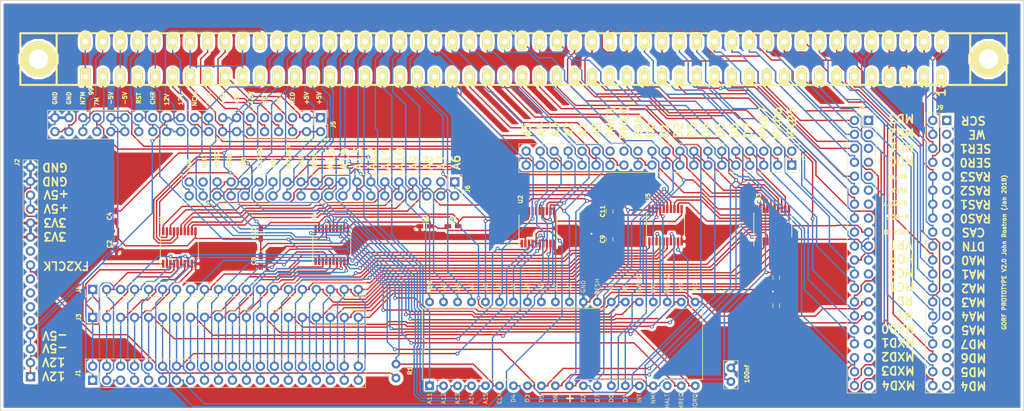
<source format=kicad_pcb>
(kicad_pcb (version 4) (host pcbnew 4.0.7)
  (layers (0 F.Cu signal) (31 B.Cu signal) (34 B.Paste user) (35 F.Paste user) (36 B.SilkS user) (37 F.SilkS user) (38 B.Mask user) (39 F.Mask user) (44 Edge.Cuts user))
  (net 0 "")
  (net 1 +5V)
  (net 2 GND)
  (net 3 A15)
  (net 4 A14)
  (net 5 A13)
  (net 6 A12)
  (net 7 A11)
  (net 8 10)
  (net 9 A9)
  (net 10 A8)
  (net 11 A7)
  (net 12 A6)
  (net 13 A5)
  (net 14 A4)
  (net 15 A3)
  (net 16 A2)
  (net 17 A1)
  (net 18 A0)
  (net 19 z_I_M1)
  (net 20 O_CPU_RESET)
  (net 21 z_O_INT)
  (net 22 z_I_MREQ)
  (net 23 z_I_WR)
  (net 24 z_I_RD)
  (net 25 z_I_IORQ)
  (net 26 z_OUT_BUSRQ)
  (net 27 z_I_RFSH)
  (net 28 z_O_WAIT)
  (net 29 z_I_BUSAK)
  (net 30 FX2_IO<36>)
  (net 31 FX2_IO<37>)
  (net 32 FX2_IO<38>)
  (net 33 FX2_IO<39>)
  (net 34 FX2_IO<40>)
  (net 35 z_data_io[0])
  (net 36 z_data_io[1])
  (net 37 z_data_io[2])
  (net 38 z_data_io[3])
  (net 39 z_data_io[4])
  (net 40 z_data_io[5])
  (net 41 z_data_io[6])
  (net 42 z_data_io[7])
  (net 43 FX2CLKOUT)
  (net 44 +3V3)
  (net 45 A8_5v)
  (net 46 A9_5v)
  (net 47 A10_5v)
  (net 48 A11_5v)
  (net 49 A12_5v)
  (net 50 A13_5v)
  (net 51 A14_5v)
  (net 52 A15_5v)
  (net 53 A0_5v)
  (net 54 A1_5v)
  (net 55 A2_5v)
  (net 56 A3_5v)
  (net 57 A4_5v)
  (net 58 A5_5v)
  (net 59 A6_5v)
  (net 60 A7_5v)
  (net 61 D7)
  (net 62 D6)
  (net 63 D5)
  (net 64 D4)
  (net 65 D3)
  (net 66 D2)
  (net 67 D1)
  (net 68 D0)
  (net 69 BUSRQ)
  (net 70 IORQ)
  (net 71 RD)
  (net 72 WR)
  (net 73 MREQ)
  (net 74 INT)
  (net 75 RESET)
  (net 76 M1)
  (net 77 BUSAK)
  (net 78 WAIT)
  (net 79 RFSH)
  (net 80 7M)
  (net 81 NOT_7M)
  (net 82 NOT_PHI)
  (net 83 HORIZDR)
  (net 84 VERTDR)
  (net 85 "Net-(J5-Pad17)")
  (net 86 +12V)
  (net 87 -5V)
  (net 88 S100_5V)
  (net 89 S100_RED)
  (net 90 S100_BLUE)
  (net 91 S100_VIDEO)
  (net 92 S100_2R5)
  (net 93 S100_CLK)
  (net 94 S100_OPPCLK)
  (net 95 S100_12V)
  (net 96 S100_CHROMA)
  (net 97 S100_RESET)
  (net 98 S100_MINUS5V)
  (net 99 S100_7M)
  (net 100 S100_N_7M)
  (net 101 S100_GND)
  (net 102 S100_A6)
  (net 103 S100_A7)
  (net 104 S100_A8)
  (net 105 S100_A9)
  (net 106 S100_A10)
  (net 107 S100_A11)
  (net 108 S100_A12)
  (net 109 S100_A13)
  (net 110 S100_A14)
  (net 111 S100_A15)
  (net 112 S100_RFSH)
  (net 113 S100_WAIT)
  (net 114 S100_BUSACK)
  (net 115 S100_WR)
  (net 116 S100_BUSREQ)
  (net 117 S100_NMI)
  (net 118 S100_IORQ)
  (net 119 S100_MREQ)
  (net 120 S100_HALT)
  (net 121 S100_INT)
  (net 122 S100_MXD5)
  (net 123 S100_MXD6)
  (net 124 S100_MXD7)
  (net 125 S100_D0)
  (net 126 S100_D1)
  (net 127 S100_D2)
  (net 128 S100_D3)
  (net 129 S100_D4)
  (net 130 S100_D5)
  (net 131 S100_D6)
  (net 132 S100_D7)
  (net 133 S100_SCREENR)
  (net 134 S100_RMC0)
  (net 135 S100_RMC1)
  (net 136 S100_A0)
  (net 137 S100_A1)
  (net 138 S100_A2)
  (net 139 S100_A3)
  (net 140 S100_A4)
  (net 141 S100_A5)
  (net 142 S100_MD3)
  (net 143 S100_MD2)
  (net 144 S100_MD1)
  (net 145 S100_MD0)
  (net 146 S100_BUFA0)
  (net 147 S100_BUFA1)
  (net 148 S100_BUZOFF)
  (net 149 S100_WDOG)
  (net 150 S100_LPEN)
  (net 151 S100_VERTDR)
  (net 152 S100_HORZDR)
  (net 153 S100_MC0)
  (net 154 S100_MC1)
  (net 155 S100_RD)
  (net 156 S100_M1)
  (net 157 S100_MXD0)
  (net 158 S100_MXD1)
  (net 159 S100_MXD2)
  (net 160 S100_MXD3)
  (net 161 S100_MXD4)
  (net 162 S100_ScreenRam)
  (net 163 S100_WE)
  (net 164 S100_SER1)
  (net 165 S100_SER0)
  (net 166 S100_RAS0)
  (net 167 S100_CAS)
  (net 168 S100_DATEN)
  (net 169 S100_MA0)
  (net 170 S100_MA1)
  (net 171 S100_MA2)
  (net 172 S100_MA3)
  (net 173 S100_MA4)
  (net 174 S100_MA5)
  (net 175 S100_MD7)
  (net 176 S100_MD6)
  (net 177 S100_MD5)
  (net 178 S100_MD4)
  (module Socket_Strips:Socket_Strip_Straight_1x16_Pitch2.54mm (layer F.Cu) (at 62.103 112.903 180)
    (fp_text reference J2 (at 2.413 38.989 270) (layer F.SilkS) (effects (font (size 0.762 0.762) (thickness 0.1905))))
    (fp_text value Conn_01x16 hide)
    (pad 1 thru_hole rect (at 0 0 180) (size 1.7 1.7) (drill 1) (layers *.Cu *.Mask) (net 86 +12V))
    (pad 2 thru_hole oval (at 0 2.54 180) (size 1.7 1.7) (drill 1) (layers *.Cu *.Mask) (net 86 +12V))
    (pad 3 thru_hole oval (at 0 5.08 180) (size 1.7 1.7) (drill 1) (layers *.Cu *.Mask) (net 87 -5V))
    (pad 4 thru_hole oval (at 0 7.62 180) (size 1.7 1.7) (drill 1) (layers *.Cu *.Mask) (net 87 -5V))
    (pad 5 thru_hole oval (at 0 10.16 180) (size 1.7 1.7) (drill 1) (layers *.Cu *.Mask))
    (pad 6 thru_hole oval (at 0 12.7 180) (size 1.7 1.7) (drill 1) (layers *.Cu *.Mask))
    (pad 7 thru_hole oval (at 0 15.24 180) (size 1.7 1.7) (drill 1) (layers *.Cu *.Mask))
    (pad 8 thru_hole oval (at 0 17.78 180) (size 1.7 1.7) (drill 1) (layers *.Cu *.Mask))
    (pad 9 thru_hole oval (at 0 20.32 180) (size 1.7 1.7) (drill 1) (layers *.Cu *.Mask) (net 43 FX2CLKOUT))
    (pad 10 thru_hole oval (at 0 22.86 180) (size 1.7 1.7) (drill 1) (layers *.Cu *.Mask))
    (pad 11 thru_hole oval (at 0 25.4 180) (size 1.7 1.7) (drill 1) (layers *.Cu *.Mask) (net 44 +3V3))
    (pad 12 thru_hole oval (at 0 27.94 180) (size 1.7 1.7) (drill 1) (layers *.Cu *.Mask) (net 44 +3V3))
    (pad 13 thru_hole oval (at 0 30.48 180) (size 1.7 1.7) (drill 1) (layers *.Cu *.Mask) (net 1 +5V))
    (pad 14 thru_hole oval (at 0 33.02 180) (size 1.7 1.7) (drill 1) (layers *.Cu *.Mask) (net 1 +5V))
    (pad 15 thru_hole oval (at 0 35.56 180) (size 1.7 1.7) (drill 1) (layers *.Cu *.Mask) (net 2 GND))
    (pad 16 thru_hole oval (at 0 38.1 180) (size 1.7 1.7) (drill 1) (layers *.Cu *.Mask) (net 2 GND))
  )
  (module Housings_SSOP:TSSOP-20_4.4x6.5mm_Pitch0.65mm (layer F.Cu) (at 154.305 85.725 90)
    (fp_text reference U2 (at 5.08 -3.175 90) (layer F.SilkS) (effects (font (size 0.762 0.762) (thickness 0.1905))))
    (fp_text value TXB0108 hide)
    (pad 1 smd rect (at -2.95 -2.925 90) (size 1.45 0.45) (layers F.Cu F.Paste F.Mask) (net 11 A7))
    (pad 2 smd rect (at -2.95 -2.275 90) (size 1.45 0.45) (layers F.Cu F.Paste F.Mask) (net 44 +3V3))
    (pad 3 smd rect (at -2.95 -1.625 90) (size 1.45 0.45) (layers F.Cu F.Paste F.Mask) (net 12 A6))
    (pad 4 smd rect (at -2.95 -0.975 90) (size 1.45 0.45) (layers F.Cu F.Paste F.Mask) (net 13 A5))
    (pad 5 smd rect (at -2.95 -0.325 90) (size 1.45 0.45) (layers F.Cu F.Paste F.Mask) (net 14 A4))
    (pad 6 smd rect (at -2.95 0.325 90) (size 1.45 0.45) (layers F.Cu F.Paste F.Mask) (net 15 A3))
    (pad 7 smd rect (at -2.95 0.975 90) (size 1.45 0.45) (layers F.Cu F.Paste F.Mask) (net 16 A2))
    (pad 8 smd rect (at -2.95 1.625 90) (size 1.45 0.45) (layers F.Cu F.Paste F.Mask) (net 17 A1))
    (pad 9 smd rect (at -2.95 2.275 90) (size 1.45 0.45) (layers F.Cu F.Paste F.Mask) (net 18 A0))
    (pad 10 smd rect (at -2.95 2.925 90) (size 1.45 0.45) (layers F.Cu F.Paste F.Mask) (net 44 +3V3))
    (pad 11 smd rect (at 2.95 2.925 90) (size 1.45 0.45) (layers F.Cu F.Paste F.Mask) (net 2 GND))
    (pad 12 smd rect (at 2.95 2.275 90) (size 1.45 0.45) (layers F.Cu F.Paste F.Mask) (net 53 A0_5v))
    (pad 13 smd rect (at 2.95 1.625 90) (size 1.45 0.45) (layers F.Cu F.Paste F.Mask) (net 54 A1_5v))
    (pad 14 smd rect (at 2.95 0.975 90) (size 1.45 0.45) (layers F.Cu F.Paste F.Mask) (net 55 A2_5v))
    (pad 15 smd rect (at 2.95 0.325 90) (size 1.45 0.45) (layers F.Cu F.Paste F.Mask) (net 56 A3_5v))
    (pad 16 smd rect (at 2.95 -0.325 90) (size 1.45 0.45) (layers F.Cu F.Paste F.Mask) (net 57 A4_5v))
    (pad 17 smd rect (at 2.95 -0.975 90) (size 1.45 0.45) (layers F.Cu F.Paste F.Mask) (net 58 A5_5v))
    (pad 18 smd rect (at 2.95 -1.625 90) (size 1.45 0.45) (layers F.Cu F.Paste F.Mask) (net 59 A6_5v))
    (pad 19 smd rect (at 2.95 -2.275 90) (size 1.45 0.45) (layers F.Cu F.Paste F.Mask) (net 1 +5V))
    (pad 20 smd rect (at 2.95 -2.925 90) (size 1.45 0.45) (layers F.Cu F.Paste F.Mask) (net 60 A7_5v))
  )
  (module Housings_SSOP:TSSOP-20_4.4x6.5mm_Pitch0.65mm (layer F.Cu) (at 89.154 89.408 90)
    (fp_text reference U1 (at 5.08 -3.175 90) (layer F.SilkS) (effects (font (size 0.762 0.762) (thickness 0.1905))))
    (fp_text value TXB0108 hide)
    (pad 1 smd rect (at -2.95 -2.925 90) (size 1.45 0.45) (layers F.Cu F.Paste F.Mask) (net 3 A15))
    (pad 2 smd rect (at -2.95 -2.275 90) (size 1.45 0.45) (layers F.Cu F.Paste F.Mask) (net 44 +3V3))
    (pad 3 smd rect (at -2.95 -1.625 90) (size 1.45 0.45) (layers F.Cu F.Paste F.Mask) (net 4 A14))
    (pad 4 smd rect (at -2.95 -0.975 90) (size 1.45 0.45) (layers F.Cu F.Paste F.Mask) (net 5 A13))
    (pad 5 smd rect (at -2.95 -0.325 90) (size 1.45 0.45) (layers F.Cu F.Paste F.Mask) (net 6 A12))
    (pad 6 smd rect (at -2.95 0.325 90) (size 1.45 0.45) (layers F.Cu F.Paste F.Mask) (net 7 A11))
    (pad 7 smd rect (at -2.95 0.975 90) (size 1.45 0.45) (layers F.Cu F.Paste F.Mask) (net 8 10))
    (pad 8 smd rect (at -2.95 1.625 90) (size 1.45 0.45) (layers F.Cu F.Paste F.Mask) (net 9 A9))
    (pad 9 smd rect (at -2.95 2.275 90) (size 1.45 0.45) (layers F.Cu F.Paste F.Mask) (net 10 A8))
    (pad 10 smd rect (at -2.95 2.925 90) (size 1.45 0.45) (layers F.Cu F.Paste F.Mask) (net 44 +3V3))
    (pad 11 smd rect (at 2.95 2.925 90) (size 1.45 0.45) (layers F.Cu F.Paste F.Mask) (net 2 GND))
    (pad 12 smd rect (at 2.95 2.275 90) (size 1.45 0.45) (layers F.Cu F.Paste F.Mask) (net 45 A8_5v))
    (pad 13 smd rect (at 2.95 1.625 90) (size 1.45 0.45) (layers F.Cu F.Paste F.Mask) (net 46 A9_5v))
    (pad 14 smd rect (at 2.95 0.975 90) (size 1.45 0.45) (layers F.Cu F.Paste F.Mask) (net 47 A10_5v))
    (pad 15 smd rect (at 2.95 0.325 90) (size 1.45 0.45) (layers F.Cu F.Paste F.Mask) (net 48 A11_5v))
    (pad 16 smd rect (at 2.95 -0.325 90) (size 1.45 0.45) (layers F.Cu F.Paste F.Mask) (net 49 A12_5v))
    (pad 17 smd rect (at 2.95 -0.975 90) (size 1.45 0.45) (layers F.Cu F.Paste F.Mask) (net 50 A13_5v))
    (pad 18 smd rect (at 2.95 -1.625 90) (size 1.45 0.45) (layers F.Cu F.Paste F.Mask) (net 51 A14_5v))
    (pad 19 smd rect (at 2.95 -2.275 90) (size 1.45 0.45) (layers F.Cu F.Paste F.Mask) (net 1 +5V))
    (pad 20 smd rect (at 2.95 -2.925 90) (size 1.45 0.45) (layers F.Cu F.Paste F.Mask) (net 52 A15_5v))
  )
  (module Housings_SSOP:TSSOP-20_4.4x6.5mm_Pitch0.65mm (layer F.Cu) (at 196.977 85.344 90)
    (fp_text reference U3 (at 5.08 -2.54 90) (layer F.SilkS) (effects (font (size 0.762 0.762) (thickness 0.1905))))
    (fp_text value TXB0108 hide)
    (pad 1 smd rect (at -2.95 -2.925 90) (size 1.45 0.45) (layers F.Cu F.Paste F.Mask) (net 35 z_data_io[0]))
    (pad 2 smd rect (at -2.95 -2.275 90) (size 1.45 0.45) (layers F.Cu F.Paste F.Mask) (net 44 +3V3))
    (pad 3 smd rect (at -2.95 -1.625 90) (size 1.45 0.45) (layers F.Cu F.Paste F.Mask) (net 36 z_data_io[1]))
    (pad 4 smd rect (at -2.95 -0.975 90) (size 1.45 0.45) (layers F.Cu F.Paste F.Mask) (net 37 z_data_io[2]))
    (pad 5 smd rect (at -2.95 -0.325 90) (size 1.45 0.45) (layers F.Cu F.Paste F.Mask) (net 38 z_data_io[3]))
    (pad 6 smd rect (at -2.95 0.325 90) (size 1.45 0.45) (layers F.Cu F.Paste F.Mask) (net 39 z_data_io[4]))
    (pad 7 smd rect (at -2.95 0.975 90) (size 1.45 0.45) (layers F.Cu F.Paste F.Mask) (net 40 z_data_io[5]))
    (pad 8 smd rect (at -2.95 1.625 90) (size 1.45 0.45) (layers F.Cu F.Paste F.Mask) (net 41 z_data_io[6]))
    (pad 9 smd rect (at -2.95 2.275 90) (size 1.45 0.45) (layers F.Cu F.Paste F.Mask) (net 42 z_data_io[7]))
    (pad 10 smd rect (at -2.95 2.925 90) (size 1.45 0.45) (layers F.Cu F.Paste F.Mask) (net 44 +3V3))
    (pad 11 smd rect (at 2.95 2.925 90) (size 1.45 0.45) (layers F.Cu F.Paste F.Mask) (net 2 GND))
    (pad 12 smd rect (at 2.95 2.275 90) (size 1.45 0.45) (layers F.Cu F.Paste F.Mask) (net 61 D7))
    (pad 13 smd rect (at 2.95 1.625 90) (size 1.45 0.45) (layers F.Cu F.Paste F.Mask) (net 62 D6))
    (pad 14 smd rect (at 2.95 0.975 90) (size 1.45 0.45) (layers F.Cu F.Paste F.Mask) (net 63 D5))
    (pad 15 smd rect (at 2.95 0.325 90) (size 1.45 0.45) (layers F.Cu F.Paste F.Mask) (net 64 D4))
    (pad 16 smd rect (at 2.95 -0.325 90) (size 1.45 0.45) (layers F.Cu F.Paste F.Mask) (net 65 D3))
    (pad 17 smd rect (at 2.95 -0.975 90) (size 1.45 0.45) (layers F.Cu F.Paste F.Mask) (net 66 D2))
    (pad 18 smd rect (at 2.95 -1.625 90) (size 1.45 0.45) (layers F.Cu F.Paste F.Mask) (net 67 D1))
    (pad 19 smd rect (at 2.95 -2.275 90) (size 1.45 0.45) (layers F.Cu F.Paste F.Mask) (net 1 +5V))
    (pad 20 smd rect (at 2.95 -2.925 90) (size 1.45 0.45) (layers F.Cu F.Paste F.Mask) (net 68 D0))
  )
  (module Housings_SSOP:TSSOP-20_4.4x6.5mm_Pitch0.65mm (layer F.Cu) (at 116.84 88.9 90)
    (fp_text reference U4 (at 5.08 -3.175 90) (layer F.SilkS) (effects (font (size 0.762 0.762) (thickness 0.1905))))
    (fp_text value TXB0108 hide)
    (pad 1 smd rect (at -2.95 -2.925 90) (size 1.45 0.45) (layers F.Cu F.Paste F.Mask) (net 19 z_I_M1))
    (pad 2 smd rect (at -2.95 -2.275 90) (size 1.45 0.45) (layers F.Cu F.Paste F.Mask) (net 44 +3V3))
    (pad 3 smd rect (at -2.95 -1.625 90) (size 1.45 0.45) (layers F.Cu F.Paste F.Mask) (net 20 O_CPU_RESET))
    (pad 4 smd rect (at -2.95 -0.975 90) (size 1.45 0.45) (layers F.Cu F.Paste F.Mask) (net 21 z_O_INT))
    (pad 5 smd rect (at -2.95 -0.325 90) (size 1.45 0.45) (layers F.Cu F.Paste F.Mask) (net 22 z_I_MREQ))
    (pad 6 smd rect (at -2.95 0.325 90) (size 1.45 0.45) (layers F.Cu F.Paste F.Mask) (net 23 z_I_WR))
    (pad 7 smd rect (at -2.95 0.975 90) (size 1.45 0.45) (layers F.Cu F.Paste F.Mask) (net 24 z_I_RD))
    (pad 8 smd rect (at -2.95 1.625 90) (size 1.45 0.45) (layers F.Cu F.Paste F.Mask) (net 25 z_I_IORQ))
    (pad 9 smd rect (at -2.95 2.275 90) (size 1.45 0.45) (layers F.Cu F.Paste F.Mask) (net 26 z_OUT_BUSRQ))
    (pad 10 smd rect (at -2.95 2.925 90) (size 1.45 0.45) (layers F.Cu F.Paste F.Mask) (net 44 +3V3))
    (pad 11 smd rect (at 2.95 2.925 90) (size 1.45 0.45) (layers F.Cu F.Paste F.Mask) (net 2 GND))
    (pad 12 smd rect (at 2.95 2.275 90) (size 1.45 0.45) (layers F.Cu F.Paste F.Mask) (net 69 BUSRQ))
    (pad 13 smd rect (at 2.95 1.625 90) (size 1.45 0.45) (layers F.Cu F.Paste F.Mask) (net 70 IORQ))
    (pad 14 smd rect (at 2.95 0.975 90) (size 1.45 0.45) (layers F.Cu F.Paste F.Mask) (net 71 RD))
    (pad 15 smd rect (at 2.95 0.325 90) (size 1.45 0.45) (layers F.Cu F.Paste F.Mask) (net 72 WR))
    (pad 16 smd rect (at 2.95 -0.325 90) (size 1.45 0.45) (layers F.Cu F.Paste F.Mask) (net 73 MREQ))
    (pad 17 smd rect (at 2.95 -0.975 90) (size 1.45 0.45) (layers F.Cu F.Paste F.Mask) (net 74 INT))
    (pad 18 smd rect (at 2.95 -1.625 90) (size 1.45 0.45) (layers F.Cu F.Paste F.Mask) (net 75 RESET))
    (pad 19 smd rect (at 2.95 -2.275 90) (size 1.45 0.45) (layers F.Cu F.Paste F.Mask) (net 1 +5V))
    (pad 20 smd rect (at 2.95 -2.925 90) (size 1.45 0.45) (layers F.Cu F.Paste F.Mask) (net 76 M1))
  )
  (module Housings_SSOP:TSSOP-20_4.4x6.5mm_Pitch0.65mm (layer F.Cu) (at 177.482 85.344 90)
    (fp_text reference U5 (at 5.08 -3.175 90) (layer F.SilkS) (effects (font (size 0.762 0.762) (thickness 0.1905))))
    (fp_text value TXB0108 hide)
    (pad 1 smd rect (at -2.95 -2.925 90) (size 1.45 0.45) (layers F.Cu F.Paste F.Mask) (net 27 z_I_RFSH))
    (pad 2 smd rect (at -2.95 -2.275 90) (size 1.45 0.45) (layers F.Cu F.Paste F.Mask) (net 44 +3V3))
    (pad 3 smd rect (at -2.95 -1.625 90) (size 1.45 0.45) (layers F.Cu F.Paste F.Mask) (net 28 z_O_WAIT))
    (pad 4 smd rect (at -2.95 -0.975 90) (size 1.45 0.45) (layers F.Cu F.Paste F.Mask) (net 29 z_I_BUSAK))
    (pad 5 smd rect (at -2.95 -0.325 90) (size 1.45 0.45) (layers F.Cu F.Paste F.Mask) (net 30 FX2_IO<36>))
    (pad 6 smd rect (at -2.95 0.325 90) (size 1.45 0.45) (layers F.Cu F.Paste F.Mask) (net 31 FX2_IO<37>))
    (pad 7 smd rect (at -2.95 0.975 90) (size 1.45 0.45) (layers F.Cu F.Paste F.Mask) (net 32 FX2_IO<38>))
    (pad 8 smd rect (at -2.95 1.625 90) (size 1.45 0.45) (layers F.Cu F.Paste F.Mask) (net 33 FX2_IO<39>))
    (pad 9 smd rect (at -2.95 2.275 90) (size 1.45 0.45) (layers F.Cu F.Paste F.Mask) (net 34 FX2_IO<40>))
    (pad 10 smd rect (at -2.95 2.925 90) (size 1.45 0.45) (layers F.Cu F.Paste F.Mask) (net 44 +3V3))
    (pad 11 smd rect (at 2.95 2.925 90) (size 1.45 0.45) (layers F.Cu F.Paste F.Mask) (net 2 GND))
    (pad 12 smd rect (at 2.95 2.275 90) (size 1.45 0.45) (layers F.Cu F.Paste F.Mask) (net 84 VERTDR))
    (pad 13 smd rect (at 2.95 1.625 90) (size 1.45 0.45) (layers F.Cu F.Paste F.Mask) (net 83 HORIZDR))
    (pad 14 smd rect (at 2.95 0.975 90) (size 1.45 0.45) (layers F.Cu F.Paste F.Mask) (net 82 NOT_PHI))
    (pad 15 smd rect (at 2.95 0.325 90) (size 1.45 0.45) (layers F.Cu F.Paste F.Mask) (net 81 NOT_7M))
    (pad 16 smd rect (at 2.95 -0.325 90) (size 1.45 0.45) (layers F.Cu F.Paste F.Mask) (net 80 7M))
    (pad 17 smd rect (at 2.95 -0.975 90) (size 1.45 0.45) (layers F.Cu F.Paste F.Mask) (net 77 BUSAK))
    (pad 18 smd rect (at 2.95 -1.625 90) (size 1.45 0.45) (layers F.Cu F.Paste F.Mask) (net 78 WAIT))
    (pad 19 smd rect (at 2.95 -2.275 90) (size 1.45 0.45) (layers F.Cu F.Paste F.Mask) (net 1 +5V))
    (pad 20 smd rect (at 2.95 -2.925 90) (size 1.45 0.45) (layers F.Cu F.Paste F.Mask) (net 79 RFSH))
  )
  (module Housings_DIP:DIP-40_W15.24mm (layer F.Cu) (at 134.62 114.554 90)
    (fp_text reference U6 hide)
    (fp_text value Z80CPU hide)
    (pad 1 thru_hole rect (at 0 0 90) (size 1.6 1.6) (drill 0.8) (layers *.Cu *.Mask) (net 48 A11_5v))
    (pad 21 thru_hole oval (at 15.24 48.26 90) (size 1.6 1.6) (drill 0.8) (layers *.Cu *.Mask) (net 71 RD))
    (pad 2 thru_hole oval (at 0 2.54 90) (size 1.6 1.6) (drill 0.8) (layers *.Cu *.Mask) (net 49 A12_5v))
    (pad 22 thru_hole oval (at 15.24 45.72 90) (size 1.6 1.6) (drill 0.8) (layers *.Cu *.Mask) (net 72 WR))
    (pad 3 thru_hole oval (at 0 5.08 90) (size 1.6 1.6) (drill 0.8) (layers *.Cu *.Mask) (net 50 A13_5v))
    (pad 23 thru_hole oval (at 15.24 43.18 90) (size 1.6 1.6) (drill 0.8) (layers *.Cu *.Mask) (net 77 BUSAK))
    (pad 4 thru_hole oval (at 0 7.62 90) (size 1.6 1.6) (drill 0.8) (layers *.Cu *.Mask) (net 51 A14_5v))
    (pad 24 thru_hole oval (at 15.24 40.64 90) (size 1.6 1.6) (drill 0.8) (layers *.Cu *.Mask) (net 78 WAIT))
    (pad 5 thru_hole oval (at 0 10.16 90) (size 1.6 1.6) (drill 0.8) (layers *.Cu *.Mask) (net 52 A15_5v))
    (pad 25 thru_hole oval (at 15.24 38.1 90) (size 1.6 1.6) (drill 0.8) (layers *.Cu *.Mask) (net 69 BUSRQ))
    (pad 6 thru_hole oval (at 0 12.7 90) (size 1.6 1.6) (drill 0.8) (layers *.Cu *.Mask) (net 85 "Net-(J5-Pad17)"))
    (pad 26 thru_hole oval (at 15.24 35.56 90) (size 1.6 1.6) (drill 0.8) (layers *.Cu *.Mask) (net 75 RESET))
    (pad 7 thru_hole oval (at 0 15.24 90) (size 1.6 1.6) (drill 0.8) (layers *.Cu *.Mask) (net 64 D4))
    (pad 27 thru_hole oval (at 15.24 33.02 90) (size 1.6 1.6) (drill 0.8) (layers *.Cu *.Mask) (net 76 M1))
    (pad 8 thru_hole oval (at 0 17.78 90) (size 1.6 1.6) (drill 0.8) (layers *.Cu *.Mask) (net 65 D3))
    (pad 28 thru_hole oval (at 15.24 30.48 90) (size 1.6 1.6) (drill 0.8) (layers *.Cu *.Mask) (net 79 RFSH))
    (pad 9 thru_hole oval (at 0 20.32 90) (size 1.6 1.6) (drill 0.8) (layers *.Cu *.Mask) (net 63 D5))
    (pad 29 thru_hole oval (at 15.24 27.94 90) (size 1.6 1.6) (drill 0.8) (layers *.Cu *.Mask) (net 2 GND))
    (pad 10 thru_hole oval (at 0 22.86 90) (size 1.6 1.6) (drill 0.8) (layers *.Cu *.Mask) (net 62 D6))
    (pad 30 thru_hole oval (at 15.24 25.4 90) (size 1.6 1.6) (drill 0.8) (layers *.Cu *.Mask) (net 53 A0_5v))
    (pad 11 thru_hole oval (at 0 25.4 90) (size 1.6 1.6) (drill 0.8) (layers *.Cu *.Mask) (net 1 +5V))
    (pad 31 thru_hole oval (at 15.24 22.86 90) (size 1.6 1.6) (drill 0.8) (layers *.Cu *.Mask) (net 54 A1_5v))
    (pad 12 thru_hole oval (at 0 27.94 90) (size 1.6 1.6) (drill 0.8) (layers *.Cu *.Mask) (net 66 D2))
    (pad 32 thru_hole oval (at 15.24 20.32 90) (size 1.6 1.6) (drill 0.8) (layers *.Cu *.Mask) (net 55 A2_5v))
    (pad 13 thru_hole oval (at 0 30.48 90) (size 1.6 1.6) (drill 0.8) (layers *.Cu *.Mask) (net 61 D7))
    (pad 33 thru_hole oval (at 15.24 17.78 90) (size 1.6 1.6) (drill 0.8) (layers *.Cu *.Mask) (net 56 A3_5v))
    (pad 14 thru_hole oval (at 0 33.02 90) (size 1.6 1.6) (drill 0.8) (layers *.Cu *.Mask) (net 68 D0))
    (pad 34 thru_hole oval (at 15.24 15.24 90) (size 1.6 1.6) (drill 0.8) (layers *.Cu *.Mask) (net 57 A4_5v))
    (pad 15 thru_hole oval (at 0 35.56 90) (size 1.6 1.6) (drill 0.8) (layers *.Cu *.Mask) (net 67 D1))
    (pad 35 thru_hole oval (at 15.24 12.7 90) (size 1.6 1.6) (drill 0.8) (layers *.Cu *.Mask) (net 58 A5_5v))
    (pad 16 thru_hole oval (at 0 38.1 90) (size 1.6 1.6) (drill 0.8) (layers *.Cu *.Mask) (net 74 INT))
    (pad 36 thru_hole oval (at 15.24 10.16 90) (size 1.6 1.6) (drill 0.8) (layers *.Cu *.Mask) (net 59 A6_5v))
    (pad 17 thru_hole oval (at 0 40.64 90) (size 1.6 1.6) (drill 0.8) (layers *.Cu *.Mask) (net 1 +5V))
    (pad 37 thru_hole oval (at 15.24 7.62 90) (size 1.6 1.6) (drill 0.8) (layers *.Cu *.Mask) (net 60 A7_5v))
    (pad 18 thru_hole oval (at 0 43.18 90) (size 1.6 1.6) (drill 0.8) (layers *.Cu *.Mask))
    (pad 38 thru_hole oval (at 15.24 5.08 90) (size 1.6 1.6) (drill 0.8) (layers *.Cu *.Mask) (net 45 A8_5v))
    (pad 19 thru_hole oval (at 0 45.72 90) (size 1.6 1.6) (drill 0.8) (layers *.Cu *.Mask) (net 73 MREQ))
    (pad 39 thru_hole oval (at 15.24 2.54 90) (size 1.6 1.6) (drill 0.8) (layers *.Cu *.Mask) (net 46 A9_5v))
    (pad 20 thru_hole oval (at 0 48.26 90) (size 1.6 1.6) (drill 0.8) (layers *.Cu *.Mask) (net 70 IORQ))
    (pad 40 thru_hole oval (at 15.24 0 90) (size 1.6 1.6) (drill 0.8) (layers *.Cu *.Mask) (net 47 A10_5v))
  )
  (module Capacitors_SMD:C_0603_HandSoldering (layer F.Cu) (at 77.724 88.773 90)
    (fp_text reference C2 (at 0 -1.25 90) (layer F.SilkS) (effects (font (size 0.762 0.762) (thickness 0.1905))))
    (fp_text value 0.1uF hide)
    (pad 1 smd rect (at -0.95 0 90) (size 1.2 0.75) (layers F.Cu F.Paste F.Mask) (net 44 +3V3))
    (pad 2 smd rect (at 0.95 0 90) (size 1.2 0.75) (layers F.Cu F.Paste F.Mask) (net 2 GND))
  )
  (module Capacitors_SMD:C_0603_HandSoldering (layer F.Cu) (at 133.794 85.5345)
    (fp_text reference C3 (at 0 -1.25) (layer F.SilkS) (effects (font (size 0.762 0.762) (thickness 0.1905))))
    (fp_text value 0.1uF hide)
    (pad 1 smd rect (at -0.95 0) (size 1.2 0.75) (layers F.Cu F.Paste F.Mask) (net 44 +3V3))
    (pad 2 smd rect (at 0.95 0) (size 1.2 0.75) (layers F.Cu F.Paste F.Mask) (net 2 GND))
  )
  (module Capacitors_SMD:C_0603_HandSoldering (layer F.Cu) (at 77.724 83.693 90)
    (fp_text reference C4 (at 0 -1.25 90) (layer F.SilkS) (effects (font (size 0.762 0.762) (thickness 0.1905))))
    (fp_text value 0.1uF hide)
    (pad 1 smd rect (at -0.95 0 90) (size 1.2 0.75) (layers F.Cu F.Paste F.Mask) (net 2 GND))
    (pad 2 smd rect (at 0.95 0 90) (size 1.2 0.75) (layers F.Cu F.Paste F.Mask) (net 1 +5V))
  )
  (module Capacitors_SMD:C_0603_HandSoldering (layer F.Cu) (at 138.874 85.5345)
    (fp_text reference C5 (at 0 -1.25) (layer F.SilkS) (effects (font (size 0.762 0.762) (thickness 0.1905))))
    (fp_text value 0.1uF hide)
    (pad 1 smd rect (at -0.95 0) (size 1.2 0.75) (layers F.Cu F.Paste F.Mask) (net 2 GND))
    (pad 2 smd rect (at 0.95 0) (size 1.2 0.75) (layers F.Cu F.Paste F.Mask) (net 1 +5V))
  )
  (module Capacitors_SMD:C_0603_HandSoldering (layer F.Cu) (at 197.612 99.949 90)
    (fp_text reference C6 hide)
    (fp_text value 0.1uF hide)
    (pad 1 smd rect (at -0.95 0 90) (size 1.2 0.75) (layers F.Cu F.Paste F.Mask) (net 44 +3V3))
    (pad 2 smd rect (at 0.95 0 90) (size 1.2 0.75) (layers F.Cu F.Paste F.Mask) (net 2 GND))
  )
  (module Capacitors_SMD:C_0603_HandSoldering (layer F.Cu) (at 197.612 94.869 90)
    (fp_text reference C7 hide)
    (fp_text value 0.1uF hide)
    (pad 1 smd rect (at -0.95 0 90) (size 1.2 0.75) (layers F.Cu F.Paste F.Mask) (net 2 GND))
    (pad 2 smd rect (at 0.95 0 90) (size 1.2 0.75) (layers F.Cu F.Paste F.Mask) (net 1 +5V))
  )
  (module Capacitors_SMD:C_0603_HandSoldering (layer F.Cu) (at 103.95 91.8845 90)
    (fp_text reference C8 (at 0 -1.25 90) (layer F.SilkS) (effects (font (size 0.762 0.762) (thickness 0.1905))))
    (fp_text value 0.1uF hide)
    (pad 1 smd rect (at -0.95 0 90) (size 1.2 0.75) (layers F.Cu F.Paste F.Mask) (net 44 +3V3))
    (pad 2 smd rect (at 0.95 0 90) (size 1.2 0.75) (layers F.Cu F.Paste F.Mask) (net 2 GND))
  )
  (module Capacitors_SMD:C_0603_HandSoldering (layer F.Cu) (at 167.322 87.884 90)
    (fp_text reference C9 (at 0 -1.25 90) (layer F.SilkS) (effects (font (size 0.762 0.762) (thickness 0.1905))))
    (fp_text value 0.1uF hide)
    (pad 1 smd rect (at -0.95 0 90) (size 1.2 0.75) (layers F.Cu F.Paste F.Mask) (net 44 +3V3))
    (pad 2 smd rect (at 0.95 0 90) (size 1.2 0.75) (layers F.Cu F.Paste F.Mask) (net 2 GND))
  )
  (module Capacitors_SMD:C_0603_HandSoldering (layer F.Cu) (at 103.95 86.8045 90)
    (fp_text reference C10 (at 0 -1.25 90) (layer F.SilkS) (effects (font (size 0.762 0.762) (thickness 0.1905))))
    (fp_text value 0.1uF hide)
    (pad 1 smd rect (at -0.95 0 90) (size 1.2 0.75) (layers F.Cu F.Paste F.Mask) (net 2 GND))
    (pad 2 smd rect (at 0.95 0 90) (size 1.2 0.75) (layers F.Cu F.Paste F.Mask) (net 1 +5V))
  )
  (module Capacitors_SMD:C_0603_HandSoldering (layer F.Cu) (at 167.322 82.804 90)
    (fp_text reference C11 (at 0 -1.25 90) (layer F.SilkS) (effects (font (size 0.762 0.762) (thickness 0.1905))))
    (fp_text value 0.1uF hide)
    (pad 1 smd rect (at -0.95 0 90) (size 1.2 0.75) (layers F.Cu F.Paste F.Mask) (net 2 GND))
    (pad 2 smd rect (at 0.95 0 90) (size 1.2 0.75) (layers F.Cu F.Paste F.Mask) (net 1 +5V))
  )
  (module Pin_Headers:Pin_Header_Straight_1x20_Pitch2.54mm (layer F.Cu) (at 73.406 102.108 90)
    (fp_text reference J3 (at 0 -2.54 90) (layer F.SilkS) (effects (font (size 0.762 0.762) (thickness 0.1905))))
    (fp_text value Conn_01x20_Male hide)
    (pad 1 thru_hole rect (at 0 0 90) (size 1.7 1.7) (drill 1) (layers *.Cu *.Mask) (net 4 A14))
    (pad 2 thru_hole oval (at 0 2.54 90) (size 1.7 1.7) (drill 1) (layers *.Cu *.Mask) (net 6 A12))
    (pad 3 thru_hole oval (at 0 5.08 90) (size 1.7 1.7) (drill 1) (layers *.Cu *.Mask) (net 8 10))
    (pad 4 thru_hole oval (at 0 7.62 90) (size 1.7 1.7) (drill 1) (layers *.Cu *.Mask) (net 10 A8))
    (pad 5 thru_hole oval (at 0 10.16 90) (size 1.7 1.7) (drill 1) (layers *.Cu *.Mask) (net 12 A6))
    (pad 6 thru_hole oval (at 0 12.7 90) (size 1.7 1.7) (drill 1) (layers *.Cu *.Mask) (net 14 A4))
    (pad 7 thru_hole oval (at 0 15.24 90) (size 1.7 1.7) (drill 1) (layers *.Cu *.Mask) (net 16 A2))
    (pad 8 thru_hole oval (at 0 17.78 90) (size 1.7 1.7) (drill 1) (layers *.Cu *.Mask) (net 18 A0))
    (pad 9 thru_hole oval (at 0 20.32 90) (size 1.7 1.7) (drill 1) (layers *.Cu *.Mask) (net 20 O_CPU_RESET))
    (pad 10 thru_hole oval (at 0 22.86 90) (size 1.7 1.7) (drill 1) (layers *.Cu *.Mask) (net 22 z_I_MREQ))
    (pad 11 thru_hole oval (at 0 25.4 90) (size 1.7 1.7) (drill 1) (layers *.Cu *.Mask) (net 24 z_I_RD))
    (pad 12 thru_hole oval (at 0 27.94 90) (size 1.7 1.7) (drill 1) (layers *.Cu *.Mask) (net 26 z_OUT_BUSRQ))
    (pad 13 thru_hole oval (at 0 30.48 90) (size 1.7 1.7) (drill 1) (layers *.Cu *.Mask) (net 28 z_O_WAIT))
    (pad 14 thru_hole oval (at 0 33.02 90) (size 1.7 1.7) (drill 1) (layers *.Cu *.Mask) (net 30 FX2_IO<36>))
    (pad 15 thru_hole oval (at 0 35.56 90) (size 1.7 1.7) (drill 1) (layers *.Cu *.Mask) (net 32 FX2_IO<38>))
    (pad 16 thru_hole oval (at 0 38.1 90) (size 1.7 1.7) (drill 1) (layers *.Cu *.Mask) (net 34 FX2_IO<40>))
    (pad 17 thru_hole oval (at 0 40.64 90) (size 1.7 1.7) (drill 1) (layers *.Cu *.Mask) (net 36 z_data_io[1]))
    (pad 18 thru_hole oval (at 0 43.18 90) (size 1.7 1.7) (drill 1) (layers *.Cu *.Mask) (net 38 z_data_io[3]))
    (pad 19 thru_hole oval (at 0 45.72 90) (size 1.7 1.7) (drill 1) (layers *.Cu *.Mask) (net 40 z_data_io[5]))
    (pad 20 thru_hole oval (at 0 48.26 90) (size 1.7 1.7) (drill 1) (layers *.Cu *.Mask) (net 42 z_data_io[7]))
  )
  (module Pin_Headers:Pin_Header_Straight_1x20_Pitch2.54mm (layer F.Cu) (at 73.406 97.028 90)
    (fp_text reference J4 (at 0 -2.54 90) (layer F.SilkS) (effects (font (size 0.762 0.762) (thickness 0.1905))))
    (fp_text value Conn_01x20_Male hide)
    (pad 1 thru_hole rect (at 0 0 90) (size 1.7 1.7) (drill 1) (layers *.Cu *.Mask) (net 3 A15))
    (pad 2 thru_hole oval (at 0 2.54 90) (size 1.7 1.7) (drill 1) (layers *.Cu *.Mask) (net 5 A13))
    (pad 3 thru_hole oval (at 0 5.08 90) (size 1.7 1.7) (drill 1) (layers *.Cu *.Mask) (net 7 A11))
    (pad 4 thru_hole oval (at 0 7.62 90) (size 1.7 1.7) (drill 1) (layers *.Cu *.Mask) (net 9 A9))
    (pad 5 thru_hole oval (at 0 10.16 90) (size 1.7 1.7) (drill 1) (layers *.Cu *.Mask) (net 11 A7))
    (pad 6 thru_hole oval (at 0 12.7 90) (size 1.7 1.7) (drill 1) (layers *.Cu *.Mask) (net 13 A5))
    (pad 7 thru_hole oval (at 0 15.24 90) (size 1.7 1.7) (drill 1) (layers *.Cu *.Mask) (net 15 A3))
    (pad 8 thru_hole oval (at 0 17.78 90) (size 1.7 1.7) (drill 1) (layers *.Cu *.Mask) (net 17 A1))
    (pad 9 thru_hole oval (at 0 20.32 90) (size 1.7 1.7) (drill 1) (layers *.Cu *.Mask) (net 19 z_I_M1))
    (pad 10 thru_hole oval (at 0 22.86 90) (size 1.7 1.7) (drill 1) (layers *.Cu *.Mask) (net 21 z_O_INT))
    (pad 11 thru_hole oval (at 0 25.4 90) (size 1.7 1.7) (drill 1) (layers *.Cu *.Mask) (net 23 z_I_WR))
    (pad 12 thru_hole oval (at 0 27.94 90) (size 1.7 1.7) (drill 1) (layers *.Cu *.Mask) (net 25 z_I_IORQ))
    (pad 13 thru_hole oval (at 0 30.48 90) (size 1.7 1.7) (drill 1) (layers *.Cu *.Mask) (net 27 z_I_RFSH))
    (pad 14 thru_hole oval (at 0 33.02 90) (size 1.7 1.7) (drill 1) (layers *.Cu *.Mask) (net 29 z_I_BUSAK))
    (pad 15 thru_hole oval (at 0 35.56 90) (size 1.7 1.7) (drill 1) (layers *.Cu *.Mask) (net 31 FX2_IO<37>))
    (pad 16 thru_hole oval (at 0 38.1 90) (size 1.7 1.7) (drill 1) (layers *.Cu *.Mask) (net 33 FX2_IO<39>))
    (pad 17 thru_hole oval (at 0 40.64 90) (size 1.7 1.7) (drill 1) (layers *.Cu *.Mask) (net 35 z_data_io[0]))
    (pad 18 thru_hole oval (at 0 43.18 90) (size 1.7 1.7) (drill 1) (layers *.Cu *.Mask) (net 37 z_data_io[2]))
    (pad 19 thru_hole oval (at 0 45.72 90) (size 1.7 1.7) (drill 1) (layers *.Cu *.Mask) (net 39 z_data_io[4]))
    (pad 20 thru_hole oval (at 0 48.26 90) (size 1.7 1.7) (drill 1) (layers *.Cu *.Mask) (net 41 z_data_io[6]))
  )
  (module Pin_Headers:Pin_Header_Straight_2x20_Pitch2.54mm (layer F.Cu) (at 73.406 113.538 90)
    (fp_text reference J1 (at 1.27 -2.667 90) (layer F.SilkS) (effects (font (size 0.762 0.762) (thickness 0.1905))))
    (fp_text value Conn_02x20_Odd_Even hide)
    (pad 1 thru_hole rect (at 0 0 90) (size 1.7 1.7) (drill 1) (layers *.Cu *.Mask) (net 3 A15))
    (pad 2 thru_hole oval (at 2.54 0 90) (size 1.7 1.7) (drill 1) (layers *.Cu *.Mask) (net 4 A14))
    (pad 3 thru_hole oval (at 0 2.54 90) (size 1.7 1.7) (drill 1) (layers *.Cu *.Mask) (net 5 A13))
    (pad 4 thru_hole oval (at 2.54 2.54 90) (size 1.7 1.7) (drill 1) (layers *.Cu *.Mask) (net 6 A12))
    (pad 5 thru_hole oval (at 0 5.08 90) (size 1.7 1.7) (drill 1) (layers *.Cu *.Mask) (net 7 A11))
    (pad 6 thru_hole oval (at 2.54 5.08 90) (size 1.7 1.7) (drill 1) (layers *.Cu *.Mask) (net 8 10))
    (pad 7 thru_hole oval (at 0 7.62 90) (size 1.7 1.7) (drill 1) (layers *.Cu *.Mask) (net 9 A9))
    (pad 8 thru_hole oval (at 2.54 7.62 90) (size 1.7 1.7) (drill 1) (layers *.Cu *.Mask) (net 10 A8))
    (pad 9 thru_hole oval (at 0 10.16 90) (size 1.7 1.7) (drill 1) (layers *.Cu *.Mask) (net 11 A7))
    (pad 10 thru_hole oval (at 2.54 10.16 90) (size 1.7 1.7) (drill 1) (layers *.Cu *.Mask) (net 12 A6))
    (pad 11 thru_hole oval (at 0 12.7 90) (size 1.7 1.7) (drill 1) (layers *.Cu *.Mask) (net 13 A5))
    (pad 12 thru_hole oval (at 2.54 12.7 90) (size 1.7 1.7) (drill 1) (layers *.Cu *.Mask) (net 14 A4))
    (pad 13 thru_hole oval (at 0 15.24 90) (size 1.7 1.7) (drill 1) (layers *.Cu *.Mask) (net 15 A3))
    (pad 14 thru_hole oval (at 2.54 15.24 90) (size 1.7 1.7) (drill 1) (layers *.Cu *.Mask) (net 16 A2))
    (pad 15 thru_hole oval (at 0 17.78 90) (size 1.7 1.7) (drill 1) (layers *.Cu *.Mask) (net 17 A1))
    (pad 16 thru_hole oval (at 2.54 17.78 90) (size 1.7 1.7) (drill 1) (layers *.Cu *.Mask) (net 18 A0))
    (pad 17 thru_hole oval (at 0 20.32 90) (size 1.7 1.7) (drill 1) (layers *.Cu *.Mask) (net 19 z_I_M1))
    (pad 18 thru_hole oval (at 2.54 20.32 90) (size 1.7 1.7) (drill 1) (layers *.Cu *.Mask) (net 20 O_CPU_RESET))
    (pad 19 thru_hole oval (at 0 22.86 90) (size 1.7 1.7) (drill 1) (layers *.Cu *.Mask) (net 21 z_O_INT))
    (pad 20 thru_hole oval (at 2.54 22.86 90) (size 1.7 1.7) (drill 1) (layers *.Cu *.Mask) (net 22 z_I_MREQ))
    (pad 21 thru_hole oval (at 0 25.4 90) (size 1.7 1.7) (drill 1) (layers *.Cu *.Mask) (net 23 z_I_WR))
    (pad 22 thru_hole oval (at 2.54 25.4 90) (size 1.7 1.7) (drill 1) (layers *.Cu *.Mask) (net 24 z_I_RD))
    (pad 23 thru_hole oval (at 0 27.94 90) (size 1.7 1.7) (drill 1) (layers *.Cu *.Mask) (net 25 z_I_IORQ))
    (pad 24 thru_hole oval (at 2.54 27.94 90) (size 1.7 1.7) (drill 1) (layers *.Cu *.Mask) (net 26 z_OUT_BUSRQ))
    (pad 25 thru_hole oval (at 0 30.48 90) (size 1.7 1.7) (drill 1) (layers *.Cu *.Mask) (net 27 z_I_RFSH))
    (pad 26 thru_hole oval (at 2.54 30.48 90) (size 1.7 1.7) (drill 1) (layers *.Cu *.Mask) (net 28 z_O_WAIT))
    (pad 27 thru_hole oval (at 0 33.02 90) (size 1.7 1.7) (drill 1) (layers *.Cu *.Mask) (net 29 z_I_BUSAK))
    (pad 28 thru_hole oval (at 2.54 33.02 90) (size 1.7 1.7) (drill 1) (layers *.Cu *.Mask) (net 30 FX2_IO<36>))
    (pad 29 thru_hole oval (at 0 35.56 90) (size 1.7 1.7) (drill 1) (layers *.Cu *.Mask) (net 31 FX2_IO<37>))
    (pad 30 thru_hole oval (at 2.54 35.56 90) (size 1.7 1.7) (drill 1) (layers *.Cu *.Mask) (net 32 FX2_IO<38>))
    (pad 31 thru_hole oval (at 0 38.1 90) (size 1.7 1.7) (drill 1) (layers *.Cu *.Mask) (net 33 FX2_IO<39>))
    (pad 32 thru_hole oval (at 2.54 38.1 90) (size 1.7 1.7) (drill 1) (layers *.Cu *.Mask) (net 34 FX2_IO<40>))
    (pad 33 thru_hole oval (at 0 40.64 90) (size 1.7 1.7) (drill 1) (layers *.Cu *.Mask) (net 35 z_data_io[0]))
    (pad 34 thru_hole oval (at 2.54 40.64 90) (size 1.7 1.7) (drill 1) (layers *.Cu *.Mask) (net 36 z_data_io[1]))
    (pad 35 thru_hole oval (at 0 43.18 90) (size 1.7 1.7) (drill 1) (layers *.Cu *.Mask) (net 37 z_data_io[2]))
    (pad 36 thru_hole oval (at 2.54 43.18 90) (size 1.7 1.7) (drill 1) (layers *.Cu *.Mask) (net 38 z_data_io[3]))
    (pad 37 thru_hole oval (at 0 45.72 90) (size 1.7 1.7) (drill 1) (layers *.Cu *.Mask) (net 39 z_data_io[4]))
    (pad 38 thru_hole oval (at 2.54 45.72 90) (size 1.7 1.7) (drill 1) (layers *.Cu *.Mask) (net 40 z_data_io[5]))
    (pad 39 thru_hole oval (at 0 48.26 90) (size 1.7 1.7) (drill 1) (layers *.Cu *.Mask) (net 41 z_data_io[6]))
    (pad 40 thru_hole oval (at 2.54 48.26 90) (size 1.7 1.7) (drill 1) (layers *.Cu *.Mask) (net 42 z_data_io[7]))
  )
  (module S100:S100_FEMALE (layer F.Cu) (at 149.733 55.118)
    (fp_text reference P1 (at 0.127 -4.699) (layer F.SilkS) (effects (font (size 0.762 0.762) (thickness 0.1905))))
    (fp_text value S100_FEMALE hide)
    (pad 100 thru_hole oval (at -77.66558 -3.16992) (size 1.778 3.048) (drill 1.016) (layers *.Cu *.Mask F.SilkS) (net 101 S100_GND))
    (pad 99 thru_hole rect (at -77.66558 3.18008) (size 1.778 3.048) (drill 1.016) (layers *.Cu *.Mask F.SilkS) (net 101 S100_GND))
    (pad 90 thru_hole oval (at -61.79058 -3.16992) (size 1.778 3.048) (drill 1.016) (layers *.Cu *.Mask F.SilkS) (net 94 S100_OPPCLK))
    (pad 97 thru_hole oval (at -74.49058 3.18008) (size 1.778 3.048) (drill 1.016) (layers *.Cu *.Mask F.SilkS) (net 99 S100_7M))
    (pad 88 thru_hole oval (at -58.61558 -3.16992) (size 1.778 3.048) (drill 1.016) (layers *.Cu *.Mask F.SilkS) (net 88 S100_5V))
    (pad 95 thru_hole oval (at -71.31558 3.18008) (size 1.778 3.048) (drill 1.016) (layers *.Cu *.Mask F.SilkS) (net 98 S100_MINUS5V))
    (pad 86 thru_hole oval (at -55.44058 -3.16992) (size 1.778 3.048) (drill 1.016) (layers *.Cu *.Mask F.SilkS) (net 92 S100_2R5))
    (pad 93 thru_hole oval (at -68.14058 3.18008) (size 1.778 3.048) (drill 1.016) (layers *.Cu *.Mask F.SilkS) (net 96 S100_CHROMA))
    (pad 84 thru_hole oval (at -52.26558 -3.16992) (size 1.778 3.048) (drill 1.016) (layers *.Cu *.Mask F.SilkS) (net 90 S100_BLUE))
    (pad 91 thru_hole oval (at -64.96558 3.18008) (size 1.778 3.048) (drill 1.016) (layers *.Cu *.Mask F.SilkS) (net 95 S100_12V))
    (pad 82 thru_hole oval (at -49.09058 -3.16992) (size 1.778 3.048) (drill 1.016) (layers *.Cu *.Mask F.SilkS) (net 88 S100_5V))
    (pad 89 thru_hole oval (at -61.79058 3.18008) (size 1.778 3.048) (drill 1.016) (layers *.Cu *.Mask F.SilkS) (net 93 S100_CLK))
    (pad 80 thru_hole oval (at -45.91558 -3.16992) (size 1.778 3.048) (drill 1.016) (layers *.Cu *.Mask F.SilkS) (net 121 S100_INT))
    (pad 87 thru_hole oval (at -58.61558 3.18008) (size 1.778 3.048) (drill 1.016) (layers *.Cu *.Mask F.SilkS) (net 88 S100_5V))
    (pad 78 thru_hole oval (at -42.74058 -3.16992) (size 1.778 3.048) (drill 1.016) (layers *.Cu *.Mask F.SilkS) (net 119 S100_MREQ))
    (pad 85 thru_hole oval (at -55.44058 3.18008) (size 1.778 3.048) (drill 1.016) (layers *.Cu *.Mask F.SilkS) (net 91 S100_VIDEO))
    (pad 76 thru_hole oval (at -39.56558 -3.16992) (size 1.778 3.048) (drill 1.016) (layers *.Cu *.Mask F.SilkS) (net 117 S100_NMI))
    (pad 83 thru_hole oval (at -52.26558 3.18008) (size 1.778 3.048) (drill 1.016) (layers *.Cu *.Mask F.SilkS) (net 89 S100_RED))
    (pad 74 thru_hole oval (at -36.39058 -3.16992) (size 1.778 3.048) (drill 1.016) (layers *.Cu *.Mask F.SilkS) (net 115 S100_WR))
    (pad 81 thru_hole oval (at -49.09058 3.18008) (size 1.778 3.048) (drill 1.016) (layers *.Cu *.Mask F.SilkS) (net 88 S100_5V))
    (pad 72 thru_hole oval (at -33.21558 -3.16992) (size 1.778 3.048) (drill 1.016) (layers *.Cu *.Mask F.SilkS) (net 113 S100_WAIT))
    (pad 79 thru_hole oval (at -45.91558 3.18008) (size 1.778 3.048) (drill 1.016) (layers *.Cu *.Mask F.SilkS) (net 120 S100_HALT))
    (pad 70 thru_hole oval (at -30.04058 -3.16992) (size 1.778 3.048) (drill 1.016) (layers *.Cu *.Mask F.SilkS) (net 111 S100_A15))
    (pad 77 thru_hole oval (at -42.74058 3.18008) (size 1.778 3.048) (drill 1.016) (layers *.Cu *.Mask F.SilkS) (net 118 S100_IORQ))
    (pad 75 thru_hole oval (at -39.56558 3.18008) (size 1.778 3.048) (drill 1.016) (layers *.Cu *.Mask F.SilkS) (net 116 S100_BUSREQ))
    (pad 68 thru_hole oval (at -26.86558 -3.16992) (size 1.778 3.048) (drill 1.016) (layers *.Cu *.Mask F.SilkS) (net 109 S100_A13))
    (pad 73 thru_hole oval (at -36.39058 3.18008) (size 1.778 3.048) (drill 1.016) (layers *.Cu *.Mask F.SilkS) (net 114 S100_BUSACK))
    (pad 69 thru_hole oval (at -30.04058 3.18008) (size 1.778 3.048) (drill 1.016) (layers *.Cu *.Mask F.SilkS) (net 110 S100_A14))
    (pad 67 thru_hole oval (at -26.86558 3.18008) (size 1.778 3.048) (drill 1.016) (layers *.Cu *.Mask F.SilkS) (net 108 S100_A12))
    (pad 65 thru_hole oval (at -23.69058 3.18008) (size 1.778 3.048) (drill 1.016) (layers *.Cu *.Mask F.SilkS) (net 106 S100_A10))
    (pad 63 thru_hole oval (at -20.51558 3.18008) (size 1.778 3.048) (drill 1.016) (layers *.Cu *.Mask F.SilkS) (net 104 S100_A8))
    (pad 66 thru_hole oval (at -23.69058 -3.16992) (size 1.778 3.048) (drill 1.016) (layers *.Cu *.Mask F.SilkS) (net 107 S100_A11))
    (pad 64 thru_hole oval (at -20.51558 -3.16992) (size 1.778 3.048) (drill 1.016) (layers *.Cu *.Mask F.SilkS) (net 105 S100_A9))
    (pad 98 thru_hole oval (at -74.49058 -3.16992) (size 1.778 3.048) (drill 1.016) (layers *.Cu *.Mask F.SilkS) (net 100 S100_N_7M))
    (pad 96 thru_hole oval (at -71.31558 -3.16992) (size 1.778 3.048) (drill 1.016) (layers *.Cu *.Mask F.SilkS) (net 98 S100_MINUS5V))
    (pad 94 thru_hole oval (at -68.14058 -3.16992) (size 1.778 3.048) (drill 1.016) (layers *.Cu *.Mask F.SilkS) (net 97 S100_RESET))
    (pad 92 thru_hole oval (at -64.96558 -3.16992) (size 1.778 3.048) (drill 1.016) (layers *.Cu *.Mask F.SilkS) (net 95 S100_12V))
    (pad 62 thru_hole oval (at -17.34058 -3.16992) (size 1.778 3.048) (drill 1.016) (layers *.Cu *.Mask F.SilkS) (net 103 S100_A7))
    (pad 61 thru_hole oval (at -17.34058 3.18008) (size 1.778 3.048) (drill 1.016) (layers *.Cu *.Mask F.SilkS) (net 102 S100_A6))
    (pad 71 thru_hole oval (at -33.21558 3.18008) (size 1.778 3.048) (drill 1.016) (layers *.Cu *.Mask F.SilkS) (net 112 S100_RFSH))
    (pad 59 thru_hole oval (at -14.16558 3.18008) (size 1.778 3.048) (drill 1.016) (layers *.Cu *.Mask F.SilkS) (net 140 S100_A4))
    (pad 60 thru_hole oval (at -14.16558 -3.16992) (size 1.778 3.048) (drill 1.016) (layers *.Cu *.Mask F.SilkS) (net 141 S100_A5))
    (pad 57 thru_hole oval (at -10.99058 3.18008) (size 1.778 3.048) (drill 1.016) (layers *.Cu *.Mask F.SilkS) (net 138 S100_A2))
    (pad 58 thru_hole oval (at -10.99058 -3.16992) (size 1.778 3.048) (drill 1.016) (layers *.Cu *.Mask F.SilkS) (net 139 S100_A3))
    (pad 55 thru_hole oval (at -7.81558 3.18008) (size 1.778 3.048) (drill 1.016) (layers *.Cu *.Mask F.SilkS) (net 136 S100_A0))
    (pad 56 thru_hole oval (at -7.81558 -3.16992) (size 1.778 3.048) (drill 1.016) (layers *.Cu *.Mask F.SilkS) (net 137 S100_A1))
    (pad 53 thru_hole oval (at -4.64058 3.18008) (size 1.778 3.048) (drill 1.016) (layers *.Cu *.Mask F.SilkS) (net 134 S100_RMC0))
    (pad 54 thru_hole oval (at -4.64058 -3.16992) (size 1.778 3.048) (drill 1.016) (layers *.Cu *.Mask F.SilkS) (net 135 S100_RMC1))
    (pad 51 thru_hole oval (at -1.46558 3.18008) (size 1.778 3.048) (drill 1.016) (layers *.Cu *.Mask F.SilkS) (net 132 S100_D7))
    (pad 52 thru_hole oval (at -1.46558 -3.16992) (size 1.778 3.048) (drill 1.016) (layers *.Cu *.Mask F.SilkS) (net 133 S100_SCREENR))
    (pad 49 thru_hole oval (at 1.70942 3.18008) (size 1.778 3.048) (drill 1.016) (layers *.Cu *.Mask F.SilkS) (net 130 S100_D5))
    (pad 50 thru_hole oval (at 1.70942 -3.16992) (size 1.778 3.048) (drill 1.016) (layers *.Cu *.Mask F.SilkS) (net 131 S100_D6))
    (pad 47 thru_hole oval (at 4.88442 3.18008) (size 1.778 3.048) (drill 1.016) (layers *.Cu *.Mask F.SilkS) (net 128 S100_D3))
    (pad 48 thru_hole oval (at 4.88442 -3.16992) (size 1.778 3.048) (drill 1.016) (layers *.Cu *.Mask F.SilkS) (net 129 S100_D4))
    (pad 45 thru_hole oval (at 8.05942 3.18008) (size 1.778 3.048) (drill 1.016) (layers *.Cu *.Mask F.SilkS) (net 126 S100_D1))
    (pad 46 thru_hole oval (at 8.05942 -3.16992) (size 1.778 3.048) (drill 1.016) (layers *.Cu *.Mask F.SilkS) (net 127 S100_D2))
    (pad 43 thru_hole oval (at 11.23442 3.18008) (size 1.778 3.048) (drill 1.016) (layers *.Cu *.Mask F.SilkS) (net 124 S100_MXD7))
    (pad 44 thru_hole oval (at 11.23442 -3.16992) (size 1.778 3.048) (drill 1.016) (layers *.Cu *.Mask F.SilkS) (net 125 S100_D0))
    (pad 41 thru_hole oval (at 14.40942 3.18008) (size 1.778 3.048) (drill 1.016) (layers *.Cu *.Mask F.SilkS) (net 122 S100_MXD5))
    (pad 42 thru_hole oval (at 14.40942 -3.16992) (size 1.778 3.048) (drill 1.016) (layers *.Cu *.Mask F.SilkS) (net 123 S100_MXD6))
    (pad 39 thru_hole oval (at 17.58442 3.18008) (size 1.778 3.048) (drill 1.016) (layers *.Cu *.Mask F.SilkS) (net 160 S100_MXD3))
    (pad 40 thru_hole oval (at 17.58442 -3.16992) (size 1.778 3.048) (drill 1.016) (layers *.Cu *.Mask F.SilkS) (net 161 S100_MXD4))
    (pad 37 thru_hole oval (at 20.75942 3.18008) (size 1.778 3.048) (drill 1.016) (layers *.Cu *.Mask F.SilkS) (net 158 S100_MXD1))
    (pad 38 thru_hole oval (at 20.75942 -3.16992) (size 1.778 3.048) (drill 1.016) (layers *.Cu *.Mask F.SilkS) (net 159 S100_MXD2))
    (pad 35 thru_hole oval (at 23.93442 3.18008) (size 1.778 3.048) (drill 1.016) (layers *.Cu *.Mask F.SilkS) (net 156 S100_M1))
    (pad 36 thru_hole oval (at 23.93442 -3.16992) (size 1.778 3.048) (drill 1.016) (layers *.Cu *.Mask F.SilkS) (net 157 S100_MXD0))
    (pad 33 thru_hole oval (at 27.10942 3.18008) (size 1.778 3.048) (drill 1.016) (layers *.Cu *.Mask F.SilkS) (net 154 S100_MC1))
    (pad 34 thru_hole oval (at 27.10942 -3.16992) (size 1.778 3.048) (drill 1.016) (layers *.Cu *.Mask F.SilkS) (net 155 S100_RD))
    (pad 31 thru_hole oval (at 30.28442 3.18008) (size 1.778 3.048) (drill 1.016) (layers *.Cu *.Mask F.SilkS) (net 152 S100_HORZDR))
    (pad 32 thru_hole oval (at 30.28442 -3.16992) (size 1.778 3.048) (drill 1.016) (layers *.Cu *.Mask F.SilkS) (net 153 S100_MC0))
    (pad 29 thru_hole oval (at 33.45942 3.18008) (size 1.778 3.048) (drill 1.016) (layers *.Cu *.Mask F.SilkS) (net 150 S100_LPEN))
    (pad 30 thru_hole oval (at 33.45942 -3.16992) (size 1.778 3.048) (drill 1.016) (layers *.Cu *.Mask F.SilkS) (net 151 S100_VERTDR))
    (pad 27 thru_hole oval (at 36.63442 3.18008) (size 1.778 3.048) (drill 1.016) (layers *.Cu *.Mask F.SilkS) (net 148 S100_BUZOFF))
    (pad 28 thru_hole oval (at 36.63442 -3.16992) (size 1.778 3.048) (drill 1.016) (layers *.Cu *.Mask F.SilkS) (net 149 S100_WDOG))
    (pad 25 thru_hole oval (at 39.80942 3.18008) (size 1.778 3.048) (drill 1.016) (layers *.Cu *.Mask F.SilkS) (net 146 S100_BUFA0))
    (pad 26 thru_hole oval (at 39.80942 -3.16992) (size 1.778 3.048) (drill 1.016) (layers *.Cu *.Mask F.SilkS) (net 147 S100_BUFA1))
    (pad 23 thru_hole oval (at 42.98442 3.18008) (size 1.778 3.048) (drill 1.016) (layers *.Cu *.Mask F.SilkS) (net 144 S100_MD1))
    (pad 24 thru_hole oval (at 42.98442 -3.16992) (size 1.778 3.048) (drill 1.016) (layers *.Cu *.Mask F.SilkS) (net 145 S100_MD0))
    (pad 21 thru_hole oval (at 46.15942 3.18008) (size 1.778 3.048) (drill 1.016) (layers *.Cu *.Mask F.SilkS) (net 142 S100_MD3))
    (pad 22 thru_hole oval (at 46.15942 -3.16992) (size 1.778 3.048) (drill 1.016) (layers *.Cu *.Mask F.SilkS) (net 143 S100_MD2))
    (pad 19 thru_hole oval (at 49.33442 3.18008) (size 1.778 3.048) (drill 1.016) (layers *.Cu *.Mask F.SilkS) (net 177 S100_MD5))
    (pad 20 thru_hole oval (at 49.33442 -3.16992) (size 1.778 3.048) (drill 1.016) (layers *.Cu *.Mask F.SilkS) (net 178 S100_MD4))
    (pad 17 thru_hole oval (at 52.50942 3.18008) (size 1.778 3.048) (drill 1.016) (layers *.Cu *.Mask F.SilkS) (net 175 S100_MD7))
    (pad 18 thru_hole oval (at 52.50942 -3.16992) (size 1.778 3.048) (drill 1.016) (layers *.Cu *.Mask F.SilkS) (net 176 S100_MD6))
    (pad 15 thru_hole oval (at 55.68442 3.18008) (size 1.778 3.048) (drill 1.016) (layers *.Cu *.Mask F.SilkS) (net 173 S100_MA4))
    (pad 16 thru_hole oval (at 55.68442 -3.16992) (size 1.778 3.048) (drill 1.016) (layers *.Cu *.Mask F.SilkS) (net 174 S100_MA5))
    (pad 13 thru_hole oval (at 58.85942 3.18008) (size 1.778 3.048) (drill 1.016) (layers *.Cu *.Mask F.SilkS) (net 171 S100_MA2))
    (pad 14 thru_hole oval (at 58.85942 -3.16992) (size 1.778 3.048) (drill 1.016) (layers *.Cu *.Mask F.SilkS) (net 172 S100_MA3))
    (pad 11 thru_hole oval (at 62.03442 3.18008) (size 1.778 3.048) (drill 1.016) (layers *.Cu *.Mask F.SilkS) (net 169 S100_MA0))
    (pad 12 thru_hole oval (at 62.03442 -3.16992) (size 1.778 3.048) (drill 1.016) (layers *.Cu *.Mask F.SilkS) (net 170 S100_MA1))
    (pad 9 thru_hole oval (at 65.20942 3.18008) (size 1.778 3.048) (drill 1.016) (layers *.Cu *.Mask F.SilkS) (net 167 S100_CAS))
    (pad 10 thru_hole oval (at 65.20942 -3.16992) (size 1.778 3.048) (drill 1.016) (layers *.Cu *.Mask F.SilkS) (net 168 S100_DATEN))
    (pad 7 thru_hole oval (at 68.38442 3.18008) (size 1.778 3.048) (drill 1.016) (layers *.Cu *.Mask F.SilkS) (net 166 S100_RAS0))
    (pad 8 thru_hole oval (at 68.38442 -3.16992) (size 1.778 3.048) (drill 1.016) (layers *.Cu *.Mask F.SilkS) (net 166 S100_RAS0))
    (pad 5 thru_hole oval (at 71.55942 3.18008) (size 1.778 3.048) (drill 1.016) (layers *.Cu *.Mask F.SilkS) (net 166 S100_RAS0))
    (pad 6 thru_hole oval (at 71.55942 -3.16992) (size 1.778 3.048) (drill 1.016) (layers *.Cu *.Mask F.SilkS) (net 166 S100_RAS0))
    (pad 3 thru_hole oval (at 74.73442 3.18008) (size 1.778 3.048) (drill 1.016) (layers *.Cu *.Mask F.SilkS) (net 164 S100_SER1))
    (pad 4 thru_hole oval (at 74.73442 -3.16992) (size 1.778 3.048) (drill 1.016) (layers *.Cu *.Mask F.SilkS) (net 165 S100_SER0))
    (pad 1 thru_hole oval (at 77.90942 3.18008) (size 1.778 3.048) (drill 1.016) (layers *.Cu *.Mask F.SilkS) (net 162 S100_ScreenRam))
    (pad 2 thru_hole oval (at 77.90942 -3.16992) (size 1.778 3.048) (drill 1.016) (layers *.Cu *.Mask F.SilkS) (net 163 S100_WE))
    (pad 102 thru_hole circle (at 86.41842 0.00508) (size 6.35 6.35) (drill 3.5052) (layers *.Cu *.Mask F.SilkS))
    (pad 101 thru_hole circle (at -86.17458 0.00508) (size 6.35 6.35) (drill 3.5052) (layers *.Cu *.Mask F.SilkS))
  )
  (module Capacitors_THT:C_Disc_D5.0mm_W2.5mm_P2.50mm (layer F.Cu) (at 189.357 113.792 90)
    (fp_text reference C1 hide)
    (fp_text value 100nf hide)
    (pad 1 thru_hole circle (at 0 0 90) (size 1.6 1.6) (drill 0.8) (layers *.Cu *.Mask) (net 1 +5V))
    (pad 2 thru_hole circle (at 2.5 0 90) (size 1.6 1.6) (drill 0.8) (layers *.Cu *.Mask) (net 2 GND))
  )
  (module Resistors_THT:R_Axial_DIN0207_L6.3mm_D2.5mm_P2.54mm_Vertical (layer F.Cu) (at 128.524 113.157 90)
    (fp_text reference R1 hide)
    (fp_text value R_Small hide)
    (pad 1 thru_hole circle (at 0 0 90) (size 1.6 1.6) (drill 0.8) (layers *.Cu *.Mask) (net 43 FX2CLKOUT))
    (pad 2 thru_hole oval (at 2.54 0 90) (size 1.6 1.6) (drill 0.8) (layers *.Cu *.Mask) (net 85 "Net-(J5-Pad17)"))
  )
  (module Pin_Headers:Pin_Header_Straight_2x20_Pitch2.54mm (layer F.Cu) (at 114.808 65.786 270)
    (fp_text reference J5 (at 1.27 -2.33 270) (layer F.SilkS) (effects (font (size 0.762 0.762) (thickness 0.1905))))
    (fp_text value Conn_02x20_Odd_Even hide)
    (pad 1 thru_hole rect (at 0 0 270) (size 1.7 1.7) (drill 1) (layers *.Cu *.Mask) (net 1 +5V))
    (pad 2 thru_hole oval (at 2.54 0 270) (size 1.7 1.7) (drill 1) (layers *.Cu *.Mask) (net 88 S100_5V))
    (pad 3 thru_hole oval (at 0 2.54 270) (size 1.7 1.7) (drill 1) (layers *.Cu *.Mask) (net 1 +5V))
    (pad 4 thru_hole oval (at 2.54 2.54 270) (size 1.7 1.7) (drill 1) (layers *.Cu *.Mask) (net 88 S100_5V))
    (pad 5 thru_hole oval (at 0 5.08 270) (size 1.7 1.7) (drill 1) (layers *.Cu *.Mask))
    (pad 6 thru_hole oval (at 2.54 5.08 270) (size 1.7 1.7) (drill 1) (layers *.Cu *.Mask) (net 89 S100_RED))
    (pad 7 thru_hole oval (at 0 7.62 270) (size 1.7 1.7) (drill 1) (layers *.Cu *.Mask))
    (pad 8 thru_hole oval (at 2.54 7.62 270) (size 1.7 1.7) (drill 1) (layers *.Cu *.Mask) (net 90 S100_BLUE))
    (pad 9 thru_hole oval (at 0 10.16 270) (size 1.7 1.7) (drill 1) (layers *.Cu *.Mask))
    (pad 10 thru_hole oval (at 2.54 10.16 270) (size 1.7 1.7) (drill 1) (layers *.Cu *.Mask) (net 91 S100_VIDEO))
    (pad 11 thru_hole oval (at 0 12.7 270) (size 1.7 1.7) (drill 1) (layers *.Cu *.Mask))
    (pad 12 thru_hole oval (at 2.54 12.7 270) (size 1.7 1.7) (drill 1) (layers *.Cu *.Mask) (net 92 S100_2R5))
    (pad 13 thru_hole oval (at 0 15.24 270) (size 1.7 1.7) (drill 1) (layers *.Cu *.Mask) (net 1 +5V))
    (pad 14 thru_hole oval (at 2.54 15.24 270) (size 1.7 1.7) (drill 1) (layers *.Cu *.Mask) (net 88 S100_5V))
    (pad 15 thru_hole oval (at 0 17.78 270) (size 1.7 1.7) (drill 1) (layers *.Cu *.Mask) (net 1 +5V))
    (pad 16 thru_hole oval (at 2.54 17.78 270) (size 1.7 1.7) (drill 1) (layers *.Cu *.Mask) (net 88 S100_5V))
    (pad 17 thru_hole oval (at 0 20.32 270) (size 1.7 1.7) (drill 1) (layers *.Cu *.Mask) (net 85 "Net-(J5-Pad17)"))
    (pad 18 thru_hole oval (at 2.54 20.32 270) (size 1.7 1.7) (drill 1) (layers *.Cu *.Mask) (net 93 S100_CLK))
    (pad 19 thru_hole oval (at 0 22.86 270) (size 1.7 1.7) (drill 1) (layers *.Cu *.Mask) (net 82 NOT_PHI))
    (pad 20 thru_hole oval (at 2.54 22.86 270) (size 1.7 1.7) (drill 1) (layers *.Cu *.Mask) (net 94 S100_OPPCLK))
    (pad 21 thru_hole oval (at 0 25.4 270) (size 1.7 1.7) (drill 1) (layers *.Cu *.Mask) (net 86 +12V))
    (pad 22 thru_hole oval (at 2.54 25.4 270) (size 1.7 1.7) (drill 1) (layers *.Cu *.Mask) (net 95 S100_12V))
    (pad 23 thru_hole oval (at 0 27.94 270) (size 1.7 1.7) (drill 1) (layers *.Cu *.Mask) (net 86 +12V))
    (pad 24 thru_hole oval (at 2.54 27.94 270) (size 1.7 1.7) (drill 1) (layers *.Cu *.Mask) (net 95 S100_12V))
    (pad 25 thru_hole oval (at 0 30.48 270) (size 1.7 1.7) (drill 1) (layers *.Cu *.Mask))
    (pad 26 thru_hole oval (at 2.54 30.48 270) (size 1.7 1.7) (drill 1) (layers *.Cu *.Mask) (net 96 S100_CHROMA))
    (pad 27 thru_hole oval (at 0 33.02 270) (size 1.7 1.7) (drill 1) (layers *.Cu *.Mask) (net 75 RESET))
    (pad 28 thru_hole oval (at 2.54 33.02 270) (size 1.7 1.7) (drill 1) (layers *.Cu *.Mask) (net 97 S100_RESET))
    (pad 29 thru_hole oval (at 0 35.56 270) (size 1.7 1.7) (drill 1) (layers *.Cu *.Mask) (net 87 -5V))
    (pad 30 thru_hole oval (at 2.54 35.56 270) (size 1.7 1.7) (drill 1) (layers *.Cu *.Mask) (net 98 S100_MINUS5V))
    (pad 31 thru_hole oval (at 0 38.1 270) (size 1.7 1.7) (drill 1) (layers *.Cu *.Mask) (net 87 -5V))
    (pad 32 thru_hole oval (at 2.54 38.1 270) (size 1.7 1.7) (drill 1) (layers *.Cu *.Mask) (net 98 S100_MINUS5V))
    (pad 33 thru_hole oval (at 0 40.64 270) (size 1.7 1.7) (drill 1) (layers *.Cu *.Mask) (net 80 7M))
    (pad 34 thru_hole oval (at 2.54 40.64 270) (size 1.7 1.7) (drill 1) (layers *.Cu *.Mask) (net 99 S100_7M))
    (pad 35 thru_hole oval (at 0 43.18 270) (size 1.7 1.7) (drill 1) (layers *.Cu *.Mask) (net 81 NOT_7M))
    (pad 36 thru_hole oval (at 2.54 43.18 270) (size 1.7 1.7) (drill 1) (layers *.Cu *.Mask) (net 100 S100_N_7M))
    (pad 37 thru_hole oval (at 0 45.72 270) (size 1.7 1.7) (drill 1) (layers *.Cu *.Mask) (net 2 GND))
    (pad 38 thru_hole oval (at 2.54 45.72 270) (size 1.7 1.7) (drill 1) (layers *.Cu *.Mask) (net 101 S100_GND))
    (pad 39 thru_hole oval (at 0 48.26 270) (size 1.7 1.7) (drill 1) (layers *.Cu *.Mask) (net 2 GND))
    (pad 40 thru_hole oval (at 2.54 48.26 270) (size 1.7 1.7) (drill 1) (layers *.Cu *.Mask) (net 101 S100_GND))
  )
  (module Pin_Headers:Pin_Header_Straight_2x20_Pitch2.54mm (layer F.Cu) (at 139.192 77.47 270)
    (fp_text reference J6 (at 1.27 -2.33 270) (layer F.SilkS) (effects (font (size 0.762 0.762) (thickness 0.1905))))
    (fp_text value Conn_02x20_Odd_Even hide)
    (pad 1 thru_hole rect (at 0 0 270) (size 1.7 1.7) (drill 1) (layers *.Cu *.Mask) (net 59 A6_5v))
    (pad 2 thru_hole oval (at 2.54 0 270) (size 1.7 1.7) (drill 1) (layers *.Cu *.Mask) (net 102 S100_A6))
    (pad 3 thru_hole oval (at 0 2.54 270) (size 1.7 1.7) (drill 1) (layers *.Cu *.Mask) (net 60 A7_5v))
    (pad 4 thru_hole oval (at 2.54 2.54 270) (size 1.7 1.7) (drill 1) (layers *.Cu *.Mask) (net 103 S100_A7))
    (pad 5 thru_hole oval (at 0 5.08 270) (size 1.7 1.7) (drill 1) (layers *.Cu *.Mask) (net 45 A8_5v))
    (pad 6 thru_hole oval (at 2.54 5.08 270) (size 1.7 1.7) (drill 1) (layers *.Cu *.Mask) (net 104 S100_A8))
    (pad 7 thru_hole oval (at 0 7.62 270) (size 1.7 1.7) (drill 1) (layers *.Cu *.Mask) (net 46 A9_5v))
    (pad 8 thru_hole oval (at 2.54 7.62 270) (size 1.7 1.7) (drill 1) (layers *.Cu *.Mask) (net 105 S100_A9))
    (pad 9 thru_hole oval (at 0 10.16 270) (size 1.7 1.7) (drill 1) (layers *.Cu *.Mask) (net 47 A10_5v))
    (pad 10 thru_hole oval (at 2.54 10.16 270) (size 1.7 1.7) (drill 1) (layers *.Cu *.Mask) (net 106 S100_A10))
    (pad 11 thru_hole oval (at 0 12.7 270) (size 1.7 1.7) (drill 1) (layers *.Cu *.Mask) (net 48 A11_5v))
    (pad 12 thru_hole oval (at 2.54 12.7 270) (size 1.7 1.7) (drill 1) (layers *.Cu *.Mask) (net 107 S100_A11))
    (pad 13 thru_hole oval (at 0 15.24 270) (size 1.7 1.7) (drill 1) (layers *.Cu *.Mask) (net 49 A12_5v))
    (pad 14 thru_hole oval (at 2.54 15.24 270) (size 1.7 1.7) (drill 1) (layers *.Cu *.Mask) (net 108 S100_A12))
    (pad 15 thru_hole oval (at 0 17.78 270) (size 1.7 1.7) (drill 1) (layers *.Cu *.Mask) (net 50 A13_5v))
    (pad 16 thru_hole oval (at 2.54 17.78 270) (size 1.7 1.7) (drill 1) (layers *.Cu *.Mask) (net 109 S100_A13))
    (pad 17 thru_hole oval (at 0 20.32 270) (size 1.7 1.7) (drill 1) (layers *.Cu *.Mask) (net 51 A14_5v))
    (pad 18 thru_hole oval (at 2.54 20.32 270) (size 1.7 1.7) (drill 1) (layers *.Cu *.Mask) (net 110 S100_A14))
    (pad 19 thru_hole oval (at 0 22.86 270) (size 1.7 1.7) (drill 1) (layers *.Cu *.Mask) (net 52 A15_5v))
    (pad 20 thru_hole oval (at 2.54 22.86 270) (size 1.7 1.7) (drill 1) (layers *.Cu *.Mask) (net 111 S100_A15))
    (pad 21 thru_hole oval (at 0 25.4 270) (size 1.7 1.7) (drill 1) (layers *.Cu *.Mask) (net 79 RFSH))
    (pad 22 thru_hole oval (at 2.54 25.4 270) (size 1.7 1.7) (drill 1) (layers *.Cu *.Mask) (net 112 S100_RFSH))
    (pad 23 thru_hole oval (at 0 27.94 270) (size 1.7 1.7) (drill 1) (layers *.Cu *.Mask) (net 78 WAIT))
    (pad 24 thru_hole oval (at 2.54 27.94 270) (size 1.7 1.7) (drill 1) (layers *.Cu *.Mask) (net 113 S100_WAIT))
    (pad 25 thru_hole oval (at 0 30.48 270) (size 1.7 1.7) (drill 1) (layers *.Cu *.Mask) (net 77 BUSAK))
    (pad 26 thru_hole oval (at 2.54 30.48 270) (size 1.7 1.7) (drill 1) (layers *.Cu *.Mask) (net 114 S100_BUSACK))
    (pad 27 thru_hole oval (at 0 33.02 270) (size 1.7 1.7) (drill 1) (layers *.Cu *.Mask) (net 72 WR))
    (pad 28 thru_hole oval (at 2.54 33.02 270) (size 1.7 1.7) (drill 1) (layers *.Cu *.Mask) (net 115 S100_WR))
    (pad 29 thru_hole oval (at 0 35.56 270) (size 1.7 1.7) (drill 1) (layers *.Cu *.Mask) (net 69 BUSRQ))
    (pad 30 thru_hole oval (at 2.54 35.56 270) (size 1.7 1.7) (drill 1) (layers *.Cu *.Mask) (net 116 S100_BUSREQ))
    (pad 31 thru_hole oval (at 0 38.1 270) (size 1.7 1.7) (drill 1) (layers *.Cu *.Mask) (net 1 +5V))
    (pad 32 thru_hole oval (at 2.54 38.1 270) (size 1.7 1.7) (drill 1) (layers *.Cu *.Mask) (net 117 S100_NMI))
    (pad 33 thru_hole oval (at 0 40.64 270) (size 1.7 1.7) (drill 1) (layers *.Cu *.Mask) (net 70 IORQ))
    (pad 34 thru_hole oval (at 2.54 40.64 270) (size 1.7 1.7) (drill 1) (layers *.Cu *.Mask) (net 118 S100_IORQ))
    (pad 35 thru_hole oval (at 0 43.18 270) (size 1.7 1.7) (drill 1) (layers *.Cu *.Mask) (net 73 MREQ))
    (pad 36 thru_hole oval (at 2.54 43.18 270) (size 1.7 1.7) (drill 1) (layers *.Cu *.Mask) (net 119 S100_MREQ))
    (pad 37 thru_hole oval (at 0 45.72 270) (size 1.7 1.7) (drill 1) (layers *.Cu *.Mask))
    (pad 38 thru_hole oval (at 2.54 45.72 270) (size 1.7 1.7) (drill 1) (layers *.Cu *.Mask) (net 120 S100_HALT))
    (pad 39 thru_hole oval (at 0 48.26 270) (size 1.7 1.7) (drill 1) (layers *.Cu *.Mask) (net 74 INT))
    (pad 40 thru_hole oval (at 2.54 48.26 270) (size 1.7 1.7) (drill 1) (layers *.Cu *.Mask) (net 121 S100_INT))
  )
  (module conn20_mirror:Pin_Header_Straight_2x20_Pitch2.54mm (layer F.Cu) (at 174.498 73.66)
    (fp_text reference J7 (at 28.255 -0.52 270) (layer F.SilkS) (effects (font (size 0.762 0.762) (thickness 0.1905))))
    (fp_text value Conn_02x20_Odd_Even hide)
    (pad 1 thru_hole rect (at 25.925 0.75 270) (size 1.7 1.7) (drill 1) (layers *.Cu *.Mask) (net 122 S100_MXD5))
    (pad 2 thru_hole oval (at 25.925 -1.79 270) (size 1.7 1.7) (drill 1) (layers *.Cu *.Mask))
    (pad 3 thru_hole oval (at 23.385 0.75 270) (size 1.7 1.7) (drill 1) (layers *.Cu *.Mask) (net 123 S100_MXD6))
    (pad 4 thru_hole oval (at 23.385 -1.79 270) (size 1.7 1.7) (drill 1) (layers *.Cu *.Mask))
    (pad 5 thru_hole oval (at 20.845 0.75 270) (size 1.7 1.7) (drill 1) (layers *.Cu *.Mask) (net 124 S100_MXD7))
    (pad 6 thru_hole oval (at 20.845 -1.79 270) (size 1.7 1.7) (drill 1) (layers *.Cu *.Mask))
    (pad 7 thru_hole oval (at 18.305 0.75 270) (size 1.7 1.7) (drill 1) (layers *.Cu *.Mask) (net 125 S100_D0))
    (pad 8 thru_hole oval (at 18.305 -1.79 270) (size 1.7 1.7) (drill 1) (layers *.Cu *.Mask) (net 61 D7))
    (pad 9 thru_hole oval (at 15.765 0.75 270) (size 1.7 1.7) (drill 1) (layers *.Cu *.Mask) (net 126 S100_D1))
    (pad 10 thru_hole oval (at 15.765 -1.79 270) (size 1.7 1.7) (drill 1) (layers *.Cu *.Mask) (net 62 D6))
    (pad 11 thru_hole oval (at 13.225 0.75 270) (size 1.7 1.7) (drill 1) (layers *.Cu *.Mask) (net 127 S100_D2))
    (pad 12 thru_hole oval (at 13.225 -1.79 270) (size 1.7 1.7) (drill 1) (layers *.Cu *.Mask) (net 63 D5))
    (pad 13 thru_hole oval (at 10.685 0.75 270) (size 1.7 1.7) (drill 1) (layers *.Cu *.Mask) (net 128 S100_D3))
    (pad 14 thru_hole oval (at 10.685 -1.79 270) (size 1.7 1.7) (drill 1) (layers *.Cu *.Mask) (net 64 D4))
    (pad 15 thru_hole oval (at 8.145 0.75 270) (size 1.7 1.7) (drill 1) (layers *.Cu *.Mask) (net 129 S100_D4))
    (pad 16 thru_hole oval (at 8.145 -1.79 270) (size 1.7 1.7) (drill 1) (layers *.Cu *.Mask) (net 65 D3))
    (pad 17 thru_hole oval (at 5.605 0.75 270) (size 1.7 1.7) (drill 1) (layers *.Cu *.Mask) (net 130 S100_D5))
    (pad 18 thru_hole oval (at 5.605 -1.79 270) (size 1.7 1.7) (drill 1) (layers *.Cu *.Mask) (net 66 D2))
    (pad 19 thru_hole oval (at 3.065 0.75 270) (size 1.7 1.7) (drill 1) (layers *.Cu *.Mask) (net 131 S100_D6))
    (pad 20 thru_hole oval (at 3.065 -1.79 270) (size 1.7 1.7) (drill 1) (layers *.Cu *.Mask) (net 67 D1))
    (pad 21 thru_hole oval (at 0.525 0.75 270) (size 1.7 1.7) (drill 1) (layers *.Cu *.Mask) (net 132 S100_D7))
    (pad 22 thru_hole oval (at 0.525 -1.79 270) (size 1.7 1.7) (drill 1) (layers *.Cu *.Mask) (net 68 D0))
    (pad 23 thru_hole oval (at -2.015 0.75 270) (size 1.7 1.7) (drill 1) (layers *.Cu *.Mask) (net 133 S100_SCREENR))
    (pad 24 thru_hole oval (at -2.015 -1.79 270) (size 1.7 1.7) (drill 1) (layers *.Cu *.Mask))
    (pad 25 thru_hole oval (at -4.555 0.75 270) (size 1.7 1.7) (drill 1) (layers *.Cu *.Mask) (net 134 S100_RMC0))
    (pad 26 thru_hole oval (at -4.555 -1.79 270) (size 1.7 1.7) (drill 1) (layers *.Cu *.Mask))
    (pad 27 thru_hole oval (at -7.095 0.75 270) (size 1.7 1.7) (drill 1) (layers *.Cu *.Mask) (net 135 S100_RMC1))
    (pad 28 thru_hole oval (at -7.095 -1.79 270) (size 1.7 1.7) (drill 1) (layers *.Cu *.Mask))
    (pad 29 thru_hole oval (at -9.635 0.75 270) (size 1.7 1.7) (drill 1) (layers *.Cu *.Mask) (net 136 S100_A0))
    (pad 30 thru_hole oval (at -9.635 -1.79 270) (size 1.7 1.7) (drill 1) (layers *.Cu *.Mask) (net 53 A0_5v))
    (pad 31 thru_hole oval (at -12.175 0.75 270) (size 1.7 1.7) (drill 1) (layers *.Cu *.Mask) (net 137 S100_A1))
    (pad 32 thru_hole oval (at -12.175 -1.79 270) (size 1.7 1.7) (drill 1) (layers *.Cu *.Mask) (net 54 A1_5v))
    (pad 33 thru_hole oval (at -14.715 0.75 270) (size 1.7 1.7) (drill 1) (layers *.Cu *.Mask) (net 138 S100_A2))
    (pad 34 thru_hole oval (at -14.715 -1.79 270) (size 1.7 1.7) (drill 1) (layers *.Cu *.Mask) (net 55 A2_5v))
    (pad 35 thru_hole oval (at -17.255 0.75 270) (size 1.7 1.7) (drill 1) (layers *.Cu *.Mask) (net 139 S100_A3))
    (pad 36 thru_hole oval (at -17.255 -1.79 270) (size 1.7 1.7) (drill 1) (layers *.Cu *.Mask) (net 56 A3_5v))
    (pad 37 thru_hole oval (at -19.795 0.75 270) (size 1.7 1.7) (drill 1) (layers *.Cu *.Mask) (net 140 S100_A4))
    (pad 38 thru_hole oval (at -19.795 -1.79 270) (size 1.7 1.7) (drill 1) (layers *.Cu *.Mask) (net 57 A4_5v))
    (pad 39 thru_hole oval (at -22.335 0.75 270) (size 1.7 1.7) (drill 1) (layers *.Cu *.Mask) (net 141 S100_A5))
    (pad 40 thru_hole oval (at -22.335 -1.79 270) (size 1.7 1.7) (drill 1) (layers *.Cu *.Mask) (net 58 A5_5v))
  )
  (module conn20_mirror:Pin_Header_Straight_2x20_Pitch2.54mm (layer F.Cu) (at 213.614 92.202 90)
    (fp_text reference J8 (at 28.255 -0.52 360) (layer F.SilkS) (effects (font (size 0.762 0.762) (thickness 0.1905))))
    (fp_text value Conn_02x20_Odd_Even hide)
    (pad 1 thru_hole rect (at 25.925 0.75) (size 1.7 1.7) (drill 1) (layers *.Cu *.Mask))
    (pad 2 thru_hole oval (at 25.925 -1.79) (size 1.7 1.7) (drill 1) (layers *.Cu *.Mask) (net 142 S100_MD3))
    (pad 3 thru_hole oval (at 23.385 0.75) (size 1.7 1.7) (drill 1) (layers *.Cu *.Mask))
    (pad 4 thru_hole oval (at 23.385 -1.79) (size 1.7 1.7) (drill 1) (layers *.Cu *.Mask) (net 143 S100_MD2))
    (pad 5 thru_hole oval (at 20.845 0.75) (size 1.7 1.7) (drill 1) (layers *.Cu *.Mask))
    (pad 6 thru_hole oval (at 20.845 -1.79) (size 1.7 1.7) (drill 1) (layers *.Cu *.Mask) (net 144 S100_MD1))
    (pad 7 thru_hole oval (at 18.305 0.75) (size 1.7 1.7) (drill 1) (layers *.Cu *.Mask))
    (pad 8 thru_hole oval (at 18.305 -1.79) (size 1.7 1.7) (drill 1) (layers *.Cu *.Mask) (net 145 S100_MD0))
    (pad 9 thru_hole oval (at 15.765 0.75) (size 1.7 1.7) (drill 1) (layers *.Cu *.Mask))
    (pad 10 thru_hole oval (at 15.765 -1.79) (size 1.7 1.7) (drill 1) (layers *.Cu *.Mask) (net 146 S100_BUFA0))
    (pad 11 thru_hole oval (at 13.225 0.75) (size 1.7 1.7) (drill 1) (layers *.Cu *.Mask))
    (pad 12 thru_hole oval (at 13.225 -1.79) (size 1.7 1.7) (drill 1) (layers *.Cu *.Mask) (net 147 S100_BUFA1))
    (pad 13 thru_hole oval (at 10.685 0.75) (size 1.7 1.7) (drill 1) (layers *.Cu *.Mask))
    (pad 14 thru_hole oval (at 10.685 -1.79) (size 1.7 1.7) (drill 1) (layers *.Cu *.Mask) (net 148 S100_BUZOFF))
    (pad 15 thru_hole oval (at 8.145 0.75) (size 1.7 1.7) (drill 1) (layers *.Cu *.Mask))
    (pad 16 thru_hole oval (at 8.145 -1.79) (size 1.7 1.7) (drill 1) (layers *.Cu *.Mask) (net 149 S100_WDOG))
    (pad 17 thru_hole oval (at 5.605 0.75) (size 1.7 1.7) (drill 1) (layers *.Cu *.Mask) (net 83 HORIZDR))
    (pad 18 thru_hole oval (at 5.605 -1.79) (size 1.7 1.7) (drill 1) (layers *.Cu *.Mask) (net 150 S100_LPEN))
    (pad 19 thru_hole oval (at 3.065 0.75) (size 1.7 1.7) (drill 1) (layers *.Cu *.Mask) (net 84 VERTDR))
    (pad 20 thru_hole oval (at 3.065 -1.79) (size 1.7 1.7) (drill 1) (layers *.Cu *.Mask) (net 151 S100_VERTDR))
    (pad 21 thru_hole oval (at 0.525 0.75) (size 1.7 1.7) (drill 1) (layers *.Cu *.Mask) (net 83 HORIZDR))
    (pad 22 thru_hole oval (at 0.525 -1.79) (size 1.7 1.7) (drill 1) (layers *.Cu *.Mask) (net 152 S100_HORZDR))
    (pad 23 thru_hole oval (at -2.015 0.75) (size 1.7 1.7) (drill 1) (layers *.Cu *.Mask))
    (pad 24 thru_hole oval (at -2.015 -1.79) (size 1.7 1.7) (drill 1) (layers *.Cu *.Mask) (net 153 S100_MC0))
    (pad 25 thru_hole oval (at -4.555 0.75) (size 1.7 1.7) (drill 1) (layers *.Cu *.Mask))
    (pad 26 thru_hole oval (at -4.555 -1.79) (size 1.7 1.7) (drill 1) (layers *.Cu *.Mask) (net 154 S100_MC1))
    (pad 27 thru_hole oval (at -7.095 0.75) (size 1.7 1.7) (drill 1) (layers *.Cu *.Mask) (net 71 RD))
    (pad 28 thru_hole oval (at -7.095 -1.79) (size 1.7 1.7) (drill 1) (layers *.Cu *.Mask) (net 155 S100_RD))
    (pad 29 thru_hole oval (at -9.635 0.75) (size 1.7 1.7) (drill 1) (layers *.Cu *.Mask) (net 76 M1))
    (pad 30 thru_hole oval (at -9.635 -1.79) (size 1.7 1.7) (drill 1) (layers *.Cu *.Mask) (net 156 S100_M1))
    (pad 31 thru_hole oval (at -12.175 0.75) (size 1.7 1.7) (drill 1) (layers *.Cu *.Mask))
    (pad 32 thru_hole oval (at -12.175 -1.79) (size 1.7 1.7) (drill 1) (layers *.Cu *.Mask) (net 157 S100_MXD0))
    (pad 33 thru_hole oval (at -14.715 0.75) (size 1.7 1.7) (drill 1) (layers *.Cu *.Mask))
    (pad 34 thru_hole oval (at -14.715 -1.79) (size 1.7 1.7) (drill 1) (layers *.Cu *.Mask) (net 158 S100_MXD1))
    (pad 35 thru_hole oval (at -17.255 0.75) (size 1.7 1.7) (drill 1) (layers *.Cu *.Mask))
    (pad 36 thru_hole oval (at -17.255 -1.79) (size 1.7 1.7) (drill 1) (layers *.Cu *.Mask) (net 159 S100_MXD2))
    (pad 37 thru_hole oval (at -19.795 0.75) (size 1.7 1.7) (drill 1) (layers *.Cu *.Mask))
    (pad 38 thru_hole oval (at -19.795 -1.79) (size 1.7 1.7) (drill 1) (layers *.Cu *.Mask) (net 160 S100_MXD3))
    (pad 39 thru_hole oval (at -22.335 0.75) (size 1.7 1.7) (drill 1) (layers *.Cu *.Mask))
    (pad 40 thru_hole oval (at -22.335 -1.79) (size 1.7 1.7) (drill 1) (layers *.Cu *.Mask) (net 161 S100_MXD4))
  )
  (module conn20_mirror:Pin_Header_Straight_2x20_Pitch2.54mm (layer F.Cu) (at 227.838 92.202 90)
    (fp_text reference J9 (at 28.255 -0.52 360) (layer F.SilkS) (effects (font (size 0.762 0.762) (thickness 0.1905))))
    (fp_text value Conn_02x20_Odd_Even hide)
    (pad 1 thru_hole rect (at 25.925 0.75) (size 1.7 1.7) (drill 1) (layers *.Cu *.Mask))
    (pad 2 thru_hole oval (at 25.925 -1.79) (size 1.7 1.7) (drill 1) (layers *.Cu *.Mask) (net 162 S100_ScreenRam))
    (pad 3 thru_hole oval (at 23.385 0.75) (size 1.7 1.7) (drill 1) (layers *.Cu *.Mask))
    (pad 4 thru_hole oval (at 23.385 -1.79) (size 1.7 1.7) (drill 1) (layers *.Cu *.Mask) (net 163 S100_WE))
    (pad 5 thru_hole oval (at 20.845 0.75) (size 1.7 1.7) (drill 1) (layers *.Cu *.Mask))
    (pad 6 thru_hole oval (at 20.845 -1.79) (size 1.7 1.7) (drill 1) (layers *.Cu *.Mask) (net 164 S100_SER1))
    (pad 7 thru_hole oval (at 18.305 0.75) (size 1.7 1.7) (drill 1) (layers *.Cu *.Mask))
    (pad 8 thru_hole oval (at 18.305 -1.79) (size 1.7 1.7) (drill 1) (layers *.Cu *.Mask) (net 165 S100_SER0))
    (pad 9 thru_hole oval (at 15.765 0.75) (size 1.7 1.7) (drill 1) (layers *.Cu *.Mask))
    (pad 10 thru_hole oval (at 15.765 -1.79) (size 1.7 1.7) (drill 1) (layers *.Cu *.Mask) (net 166 S100_RAS0))
    (pad 11 thru_hole oval (at 13.225 0.75) (size 1.7 1.7) (drill 1) (layers *.Cu *.Mask))
    (pad 12 thru_hole oval (at 13.225 -1.79) (size 1.7 1.7) (drill 1) (layers *.Cu *.Mask) (net 166 S100_RAS0))
    (pad 13 thru_hole oval (at 10.685 0.75) (size 1.7 1.7) (drill 1) (layers *.Cu *.Mask))
    (pad 14 thru_hole oval (at 10.685 -1.79) (size 1.7 1.7) (drill 1) (layers *.Cu *.Mask) (net 166 S100_RAS0))
    (pad 15 thru_hole oval (at 8.145 0.75) (size 1.7 1.7) (drill 1) (layers *.Cu *.Mask))
    (pad 16 thru_hole oval (at 8.145 -1.79) (size 1.7 1.7) (drill 1) (layers *.Cu *.Mask) (net 166 S100_RAS0))
    (pad 17 thru_hole oval (at 5.605 0.75) (size 1.7 1.7) (drill 1) (layers *.Cu *.Mask))
    (pad 18 thru_hole oval (at 5.605 -1.79) (size 1.7 1.7) (drill 1) (layers *.Cu *.Mask) (net 167 S100_CAS))
    (pad 19 thru_hole oval (at 3.065 0.75) (size 1.7 1.7) (drill 1) (layers *.Cu *.Mask))
    (pad 20 thru_hole oval (at 3.065 -1.79) (size 1.7 1.7) (drill 1) (layers *.Cu *.Mask) (net 168 S100_DATEN))
    (pad 21 thru_hole oval (at 0.525 0.75) (size 1.7 1.7) (drill 1) (layers *.Cu *.Mask))
    (pad 22 thru_hole oval (at 0.525 -1.79) (size 1.7 1.7) (drill 1) (layers *.Cu *.Mask) (net 169 S100_MA0))
    (pad 23 thru_hole oval (at -2.015 0.75) (size 1.7 1.7) (drill 1) (layers *.Cu *.Mask))
    (pad 24 thru_hole oval (at -2.015 -1.79) (size 1.7 1.7) (drill 1) (layers *.Cu *.Mask) (net 170 S100_MA1))
    (pad 25 thru_hole oval (at -4.555 0.75) (size 1.7 1.7) (drill 1) (layers *.Cu *.Mask))
    (pad 26 thru_hole oval (at -4.555 -1.79) (size 1.7 1.7) (drill 1) (layers *.Cu *.Mask) (net 171 S100_MA2))
    (pad 27 thru_hole oval (at -7.095 0.75) (size 1.7 1.7) (drill 1) (layers *.Cu *.Mask))
    (pad 28 thru_hole oval (at -7.095 -1.79) (size 1.7 1.7) (drill 1) (layers *.Cu *.Mask) (net 172 S100_MA3))
    (pad 29 thru_hole oval (at -9.635 0.75) (size 1.7 1.7) (drill 1) (layers *.Cu *.Mask))
    (pad 30 thru_hole oval (at -9.635 -1.79) (size 1.7 1.7) (drill 1) (layers *.Cu *.Mask) (net 173 S100_MA4))
    (pad 31 thru_hole oval (at -12.175 0.75) (size 1.7 1.7) (drill 1) (layers *.Cu *.Mask))
    (pad 32 thru_hole oval (at -12.175 -1.79) (size 1.7 1.7) (drill 1) (layers *.Cu *.Mask) (net 174 S100_MA5))
    (pad 33 thru_hole oval (at -14.715 0.75) (size 1.7 1.7) (drill 1) (layers *.Cu *.Mask))
    (pad 34 thru_hole oval (at -14.715 -1.79) (size 1.7 1.7) (drill 1) (layers *.Cu *.Mask) (net 175 S100_MD7))
    (pad 35 thru_hole oval (at -17.255 0.75) (size 1.7 1.7) (drill 1) (layers *.Cu *.Mask))
    (pad 36 thru_hole oval (at -17.255 -1.79) (size 1.7 1.7) (drill 1) (layers *.Cu *.Mask) (net 176 S100_MD6))
    (pad 37 thru_hole oval (at -19.795 0.75) (size 1.7 1.7) (drill 1) (layers *.Cu *.Mask))
    (pad 38 thru_hole oval (at -19.795 -1.79) (size 1.7 1.7) (drill 1) (layers *.Cu *.Mask) (net 177 S100_MD5))
    (pad 39 thru_hole oval (at -22.335 0.75) (size 1.7 1.7) (drill 1) (layers *.Cu *.Mask))
    (pad 40 thru_hole oval (at -22.335 -1.79) (size 1.7 1.7) (drill 1) (layers *.Cu *.Mask) (net 178 S100_MD4))
  )
  (gr_text R1 (at 131.064 111.8235 90) (layer F.SilkS) (effects (font (size 0.762 0.762) (thickness 0.1905))))
  (gr_text -5V (at 76.708 62.23 90) (layer F.SilkS) (effects (font (size 0.762 0.762) (thickness 0.1905))))
  (gr_text SCR (at 233.426 66.294 180) (layer F.SilkS) (effects (font (size 1.5 1.5) (thickness 0.3))))
  (gr_text MD4 (at 233.426 114.554 180) (layer F.SilkS) (effects (font (size 1.5 1.5) (thickness 0.3))))
  (gr_text LPEN-H (at 219.456 86.5505 180) (layer F.SilkS) (effects (font (size 0.762 0.762) (thickness 0.1905))))
  (gr_text MXD4 (at 219.837 114.427 180) (layer F.SilkS) (effects (font (size 1.5 1.5) (thickness 0.3))))
  (gr_text D4 (at 184.912 68.072 90) (layer F.SilkS) (effects (font (size 1.5 1.5) (thickness 0.3))))
  (gr_text MXD5 (at 200.406 66.802 90) (layer F.SilkS) (effects (font (size 1.5 1.5) (thickness 0.3))))
  (gr_text 12V (at 66.294 112.776 180) (layer F.SilkS) (effects (font (size 1.5 1.5) (thickness 0.3))))
  (gr_text 3V3 (at 66.548 87.376 180) (layer F.SilkS) (effects (font (size 1.5 1.5) (thickness 0.3))))
  (gr_text +5V (at 66.802 82.296 180) (layer F.SilkS) (effects (font (size 1.5 1.5) (thickness 0.3))))
  (gr_text +5V (at 66.802 79.756 180) (layer F.SilkS) (effects (font (size 1.5 1.5) (thickness 0.3))))
  (gr_line (start 242.57 44.45) (end 242.57 45.212) (angle 90) (layer Edge.Cuts) (width 0.15))
  (gr_line (start 56.642 44.45) (end 242.57 44.45) (angle 90) (layer Edge.Cuts) (width 0.15))
  (gr_line (start 56.642 45.212) (end 56.642 44.45) (angle 90) (layer Edge.Cuts) (width 0.15))
  (gr_line (start 242.57 45.212) (end 242.57 46.99) (angle 90) (layer Edge.Cuts) (width 0.15))
  (gr_line (start 56.642 46.99) (end 56.642 45.212) (angle 90) (layer Edge.Cuts) (width 0.15))
  (gr_text 100nf (at 192.278 112.395 90) (layer F.SilkS) (effects (font (size 0.762 0.762) (thickness 0.1905))))
  (gr_text RD (at 182.88 96.52 90) (layer F.SilkS) (effects (font (size 0.738 0.762) (thickness 0.1016))))
  (gr_text WR (at 180.34 96.52 90) (layer F.SilkS) (effects (font (size 0.738 0.762) (thickness 0.1016))))
  (gr_text WAIT (at 175.26 96.52 90) (layer F.SilkS) (effects (font (size 0.738 0.762) (thickness 0.1016))))
  (gr_text BUSAQ (at 177.8 96.012 90) (layer F.SilkS) (effects (font (size 0.738 0.762) (thickness 0.1016))))
  (gr_text BUSRQ (at 172.72 96.012 90) (layer F.SilkS) (effects (font (size 0.738 0.762) (thickness 0.1016))))
  (gr_text RST (at 170.18 96.52 90) (layer F.SilkS) (effects (font (size 0.738 0.762) (thickness 0.1016))))
  (gr_text M1 (at 167.64 96.52 90) (layer F.SilkS) (effects (font (size 0.738 0.762) (thickness 0.1016))))
  (gr_text RFSH (at 165.1 96.52 90) (layer F.SilkS) (effects (font (size 0.738 0.762) (thickness 0.1016))))
  (gr_text GND (at 162.56 96.52 90) (layer F.SilkS) (effects (font (size 0.738 0.762) (thickness 0.1016))))
  (gr_text "A0\n" (at 160.02 96.52 90) (layer F.SilkS) (effects (font (size 0.738 0.762) (thickness 0.1016))))
  (gr_text A1 (at 157.48 96.52 90) (layer F.SilkS) (effects (font (size 0.738 0.762) (thickness 0.1016))))
  (gr_text A2 (at 154.94 96.52 90) (layer F.SilkS) (effects (font (size 0.738 0.762) (thickness 0.1016))))
  (gr_text A3 (at 152.4 96.52 90) (layer F.SilkS) (effects (font (size 0.738 0.762) (thickness 0.1016))))
  (gr_text A4 (at 149.86 96.52 90) (layer F.SilkS) (effects (font (size 0.738 0.762) (thickness 0.1016))))
  (gr_text A5 (at 147.32 96.52 90) (layer F.SilkS) (effects (font (size 0.738 0.762) (thickness 0.1016))))
  (gr_text A6 (at 144.78 96.52 90) (layer F.SilkS) (effects (font (size 0.738 0.762) (thickness 0.1016))))
  (gr_text A7 (at 142.24 96.52 90) (layer F.SilkS) (effects (font (size 0.738 0.762) (thickness 0.1016))))
  (gr_text A8 (at 139.7 96.52 90) (layer F.SilkS) (effects (font (size 0.738 0.762) (thickness 0.1016))))
  (gr_text A9 (at 137.16 96.52 90) (layer F.SilkS) (effects (font (size 0.738 0.762) (thickness 0.1016))))
  (gr_text A10 (at 134.62 96.52 90) (layer F.SilkS) (effects (font (size 0.762 0.762) (thickness 0.1905))))
  (gr_text IORQ (at 182.88 117.348 90) (layer F.SilkS) (effects (font (size 0.738 0.762) (thickness 0.1016))))
  (gr_text MREQ (at 180.34 117.348 90) (layer F.SilkS) (effects (font (size 0.738 0.762) (thickness 0.1016))))
  (gr_text HALT (at 177.8 117.348 90) (layer F.SilkS) (effects (font (size 0.738 0.762) (thickness 0.1016))))
  (gr_text NMI (at 175.26 116.84 90) (layer F.SilkS) (effects (font (size 0.738 0.762) (thickness 0.1016))))
  (gr_text INT (at 172.72 116.84 90) (layer F.SilkS) (effects (font (size 0.738 0.762) (thickness 0.1016))))
  (gr_text D1 (at 170.18 116.84 90) (layer F.SilkS) (effects (font (size 0.738 0.762) (thickness 0.1016))))
  (gr_text D0 (at 167.64 116.84 90) (layer F.SilkS) (effects (font (size 0.738 0.762) (thickness 0.1016))))
  (gr_text D7 (at 165.1 116.84 90) (layer F.SilkS) (effects (font (size 0.738 0.762) (thickness 0.1016))))
  (gr_text D2 (at 162.56 116.84 90) (layer F.SilkS) (effects (font (size 0.738 0.762) (thickness 0.1016))))
  (gr_text D6 (at 157.48 116.84 90) (layer F.SilkS) (effects (font (size 0.738 0.762) (thickness 0.1016))))
  (gr_text D5 (at 154.94 116.84 90) (layer F.SilkS) (effects (font (size 0.738 0.762) (thickness 0.1016))))
  (gr_text D3 (at 152.4 116.84 90) (layer F.SilkS) (effects (font (size 0.738 0.762) (thickness 0.1016))))
  (gr_text D4 (at 149.86 116.84 90) (layer F.SilkS) (effects (font (size 0.738 0.762) (thickness 0.1016))))
  (gr_text CLK (at 147.32 116.84 90) (layer F.SilkS) (effects (font (size 0.738 0.762) (thickness 0.1016))))
  (gr_text A15 (at 144.78 116.84 90) (layer F.SilkS) (effects (font (size 0.738 0.762) (thickness 0.1016))))
  (gr_text A14 (at 142.24 116.84 90) (layer F.SilkS) (effects (font (size 0.738 0.762) (thickness 0.1016))))
  (gr_text A13 (at 139.7 116.84 90) (layer F.SilkS) (effects (font (size 0.738 0.762) (thickness 0.1016))))
  (gr_text A12 (at 137.16 116.84 90) (layer F.SilkS) (effects (font (size 0.738 0.762) (thickness 0.1016))))
  (gr_text + (at 160.02 116.84 90) (layer F.SilkS) (effects (font (size 1.5 1.5) (thickness 0.3))))
  (gr_text A11 (at 134.62 116.84 90) (layer F.SilkS) (effects (font (size 0.738 0.762) (thickness 0.1016))))
  (gr_text 3V3 (at 66.548 84.836 180) (layer F.SilkS) (effects (font (size 1.5 1.5) (thickness 0.3))))
  (gr_text 1 (at 227.584 61.214 90) (layer F.SilkS) (effects (font (size 1.5 1.5) (thickness 0.3))))
  (gr_text -5V (at 66.548 105.41 180) (layer F.SilkS) (effects (font (size 1.5 1.5) (thickness 0.3))))
  (gr_line (start 242.57 46.99) (end 242.57 119.126) (angle 90) (layer Edge.Cuts) (width 0.15))
  (gr_line (start 56.642 119.126) (end 56.642 46.99) (angle 90) (layer Edge.Cuts) (width 0.15))
  (gr_line (start 242.57 119.126) (end 56.642 119.126) (angle 90) (layer Edge.Cuts) (width 0.15))
  (gr_text MD3 (at 220.345 65.913 180) (layer F.SilkS) (effects (font (size 1.5 1.5) (thickness 0.3))))
  (gr_text MD2 (at 220.345 68.58 180) (layer F.SilkS) (effects (font (size 1.5 1.5) (thickness 0.3))))
  (gr_text MD1 (at 220.345 71.12 180) (layer F.SilkS) (effects (font (size 1.5 1.5) (thickness 0.3))))
  (gr_text MD0 (at 220.345 73.66 180) (layer F.SilkS) (effects (font (size 1.5 1.5) (thickness 0.3))))
  (gr_text MD0 (at 220.345 73.66 180) (layer F.SilkS) (effects (font (size 1.5 1.5) (thickness 0.3))))
  (gr_text MD1 (at 220.345 71.12 180) (layer F.SilkS) (effects (font (size 1.5 1.5) (thickness 0.3))))
  (gr_text MD2 (at 220.345 68.58 180) (layer F.SilkS) (effects (font (size 1.5 1.5) (thickness 0.3))))
  (gr_text MD2 (at 220.345 68.58 180) (layer F.SilkS) (effects (font (size 1.5 1.5) (thickness 0.3))))
  (gr_text MD1 (at 220.345 71.12 180) (layer F.SilkS) (effects (font (size 1.5 1.5) (thickness 0.3))))
  (gr_text MD0 (at 220.345 73.66 180) (layer F.SilkS) (effects (font (size 1.5 1.5) (thickness 0.3))))
  (gr_text RD (at 220.98 99.06 180) (layer F.SilkS) (effects (font (size 1.5 1.5) (thickness 0.3))))
  (gr_text GND (at 66.548 74.803 180) (layer F.SilkS) (effects (font (size 1.5 1.5) (thickness 0.3))))
  (gr_text FX2CLK (at 68.58 92.71 180) (layer F.SilkS) (effects (font (size 1.5 1.5) (thickness 0.3))))
  (gr_text GND (at 66.548 62.23 90) (layer F.SilkS) (effects (font (size 0.762 0.762) (thickness 0.1905))))
  (gr_text GND (at 69.088 62.23 90) (layer F.SilkS) (effects (font (size 0.762 0.762) (thickness 0.1905))))
  (gr_text N7M (at 71.628 62.23 90) (layer F.SilkS) (effects (font (size 0.762 0.762) (thickness 0.1905))))
  (gr_text 7M (at 74.168 62.865 90) (layer F.SilkS) (effects (font (size 0.762 0.762) (thickness 0.1905))))
  (gr_text -5V (at 79.248 62.23 90) (layer F.SilkS) (effects (font (size 0.762 0.762) (thickness 0.1905))))
  (gr_text RST (at 81.788 62.23 90) (layer F.SilkS) (effects (font (size 0.762 0.762) (thickness 0.1905))))
  (gr_text CHR (at 84.328 62.23 90) (layer F.SilkS) (effects (font (size 0.762 0.762) (thickness 0.1905))))
  (gr_text 12V (at 86.868 62.484 90) (layer F.SilkS) (effects (font (size 0.762 0.762) (thickness 0.1905))))
  (gr_text 12V (at 89.408 62.484 90) (layer F.SilkS) (effects (font (size 0.762 0.762) (thickness 0.1905))))
  (gr_text NCLK (at 91.948 62.23 90) (layer F.SilkS) (effects (font (size 0.762 0.762) (thickness 0.1905))))
  (gr_text "CLK\n" (at 94.488 62.23 90) (layer F.SilkS) (effects (font (size 0.762 0.762) (thickness 0.1905))))
  (gr_text +5V (at 97.028 62.23 90) (layer F.SilkS) (effects (font (size 0.762 0.762) (thickness 0.1905))))
  (gr_text +5V (at 99.568 62.23 90) (layer F.SilkS) (effects (font (size 0.762 0.762) (thickness 0.1905))))
  (gr_text 2.5V (at 102.108 62.23 90) (layer F.SilkS) (effects (font (size 0.762 0.762) (thickness 0.1905))))
  (gr_text VID (at 104.648 62.484 90) (layer F.SilkS) (effects (font (size 0.762 0.762) (thickness 0.1905))))
  (gr_text BLU (at 107.188 62.23 90) (layer F.SilkS) (effects (font (size 0.762 0.762) (thickness 0.1905))))
  (gr_text RED (at 109.728 62.23 90) (layer F.SilkS) (effects (font (size 0.762 0.762) (thickness 0.1905))))
  (gr_text +5V (at 112.268 62.23 90) (layer F.SilkS) (effects (font (size 0.762 0.762) (thickness 0.1905))))
  (gr_text +5V (at 114.554 62.23 90) (layer F.SilkS) (effects (font (size 0.762 0.762) (thickness 0.1905))))
  (gr_text INT (at 91.059 74.168 90) (layer F.SilkS) (effects (font (size 0.762 0.762) (thickness 0.1905))))
  (gr_text HALT (at 93.726 73.66 90) (layer F.SilkS) (effects (font (size 0.762 0.762) (thickness 0.1905))))
  (gr_text MREQ (at 96.012 73.406 90) (layer F.SilkS) (effects (font (size 0.762 0.762) (thickness 0.1905))))
  (gr_text IORQ (at 98.298 73.66 90) (layer F.SilkS) (effects (font (size 0.762 0.762) (thickness 0.1905))))
  (gr_text NMI (at 100.9015 73.914 90) (layer F.SilkS) (effects (font (size 0.762 0.762) (thickness 0.1905))))
  (gr_text BUSRQ (at 103.759 73.152 90) (layer F.SilkS) (effects (font (size 0.762 0.762) (thickness 0.1905))))
  (gr_text WR (at 106.2355 74.1045 90) (layer F.SilkS) (effects (font (size 0.762 0.762) (thickness 0.1905))))
  (gr_text BUSACK (at 108.966 72.898 90) (layer F.SilkS) (effects (font (size 0.762 0.762) (thickness 0.1905))))
  (gr_text WAIT (at 111.3155 73.7235 90) (layer F.SilkS) (effects (font (size 0.762 0.762) (thickness 0.1905))))
  (gr_text RFSH (at 113.7285 73.533 90) (layer F.SilkS) (effects (font (size 0.762 0.762) (thickness 0.1905))))
  (gr_text A15 (at 116.586 73.279 90) (layer F.SilkS) (effects (font (size 1.5 1.5) (thickness 0.3))))
  (gr_text A14 (at 119.126 73.279 90) (layer F.SilkS) (effects (font (size 1.5 1.5) (thickness 0.3))))
  (gr_text A13 (at 121.666 73.279 90) (layer F.SilkS) (effects (font (size 1.5 1.5) (thickness 0.3))))
  (gr_text A12 (at 124.206 73.279 90) (layer F.SilkS) (effects (font (size 1.5 1.5) (thickness 0.3))))
  (gr_text A11 (at 126.746 73.279 90) (layer F.SilkS) (effects (font (size 1.5 1.5) (thickness 0.3))))
  (gr_text A10 (at 129.286 73.279 90) (layer F.SilkS) (effects (font (size 1.5 1.5) (thickness 0.3))))
  (gr_text "A9\n" (at 131.826 73.914 90) (layer F.SilkS) (effects (font (size 1.5 1.5) (thickness 0.3))))
  (gr_text "A8\n" (at 134.366 73.914 90) (layer F.SilkS) (effects (font (size 1.5 1.5) (thickness 0.3))))
  (gr_text A7 (at 136.906 73.914 90) (layer F.SilkS) (effects (font (size 1.5 1.5) (thickness 0.3))))
  (gr_text A5 (at 152.273 67.945 90) (layer F.SilkS) (effects (font (size 1.5 1.5) (thickness 0.3))))
  (gr_text A4 (at 154.813 67.945 90) (layer F.SilkS) (effects (font (size 1.5 1.5) (thickness 0.3))))
  (gr_text A3 (at 157.353 67.945 90) (layer F.SilkS) (effects (font (size 1.5 1.5) (thickness 0.3))))
  (gr_text A2 (at 159.893 67.945 90) (layer F.SilkS) (effects (font (size 1.5 1.5) (thickness 0.3))))
  (gr_text A1 (at 162.433 67.945 90) (layer F.SilkS) (effects (font (size 1.5 1.5) (thickness 0.3))))
  (gr_text A0 (at 164.973 67.945 90) (layer F.SilkS) (effects (font (size 1.5 1.5) (thickness 0.3))))
  (gr_text "RMC1\n" (at 167.513 66.675 90) (layer F.SilkS) (effects (font (size 1.5 1.5) (thickness 0.3))))
  (gr_text RMC0 (at 170.053 66.675 90) (layer F.SilkS) (effects (font (size 1.5 1.5) (thickness 0.3))))
  (gr_text RAM (at 172.593 67.31 90) (layer F.SilkS) (effects (font (size 1.5 1.5) (thickness 0.3))))
  (gr_text D0 (at 174.752 68.072 90) (layer F.SilkS) (effects (font (size 1.5 1.5) (thickness 0.3))))
  (gr_text D1 (at 177.292 68.072 90) (layer F.SilkS) (effects (font (size 1.5 1.5) (thickness 0.3))))
  (gr_text D2 (at 179.832 68.072 90) (layer F.SilkS) (effects (font (size 1.5 1.5) (thickness 0.3))))
  (gr_text D3 (at 182.372 68.072 90) (layer F.SilkS) (effects (font (size 1.5 1.5) (thickness 0.3))))
  (gr_text D5 (at 187.452 68.072 90) (layer F.SilkS) (effects (font (size 1.5 1.5) (thickness 0.3))))
  (gr_text D6 (at 189.992 68.072 90) (layer F.SilkS) (effects (font (size 1.5 1.5) (thickness 0.3))))
  (gr_text "D7\n" (at 192.532 68.072 90) (layer F.SilkS) (effects (font (size 1.5 1.5) (thickness 0.3))))
  (gr_text MXD7 (at 195.326 66.802 90) (layer F.SilkS) (effects (font (size 1.5 1.5) (thickness 0.3))))
  (gr_text MXD6 (at 197.866 66.802 90) (layer F.SilkS) (effects (font (size 1.5 1.5) (thickness 0.3))))
  (gr_text A6 (at 139.446 73.914 90) (layer F.SilkS) (effects (font (size 1.5 1.5) (thickness 0.3))))
  (gr_text MXD3 (at 219.71 111.76 180) (layer F.SilkS) (effects (font (size 1.5 1.5) (thickness 0.3))))
  (gr_text MXD2 (at 219.71 109.22 180) (layer F.SilkS) (effects (font (size 1.5 1.5) (thickness 0.3))))
  (gr_text "MXD1\n" (at 219.71 106.68 180) (layer F.SilkS) (effects (font (size 1.5 1.5) (thickness 0.3))))
  (gr_text MXD0 (at 219.71 104.14 180) (layer F.SilkS) (effects (font (size 1.5 1.5) (thickness 0.3))))
  (gr_text M1 (at 220.98 101.6 180) (layer F.SilkS) (effects (font (size 1.5 1.5) (thickness 0.3))))
  (gr_text RD (at 220.98 99.06 180) (layer F.SilkS) (effects (font (size 1.5 1.5) (thickness 0.3))))
  (gr_text MC1 (at 220.345 96.52 180) (layer F.SilkS) (effects (font (size 1.5 1.5) (thickness 0.3))))
  (gr_text MC0 (at 220.345 93.98 180) (layer F.SilkS) (effects (font (size 1.5 1.5) (thickness 0.3))))
  (gr_text W-DOG (at 219.71 83.82 180) (layer F.SilkS) (effects (font (size 0.762 0.762) (thickness 0.1905))))
  (gr_text BUZOFF (at 219.2655 81.28 180) (layer F.SilkS) (effects (font (size 0.762 0.762) (thickness 0.1905))))
  (gr_text BUFA1 (at 219.71 78.9305 180) (layer F.SilkS) (effects (font (size 0.762 0.762) (thickness 0.1905))))
  (gr_text BUFA0 (at 219.6465 76.454 180) (layer F.SilkS) (effects (font (size 0.762 0.762) (thickness 0.1905))))
  (gr_text MD0 (at 220.345 73.66 180) (layer F.SilkS) (effects (font (size 1.5 1.5) (thickness 0.3))))
  (gr_text MD1 (at 220.345 71.12 180) (layer F.SilkS) (effects (font (size 1.5 1.5) (thickness 0.3))))
  (gr_text MD2 (at 220.345 68.58 180) (layer F.SilkS) (effects (font (size 1.5 1.5) (thickness 0.3))))
  (gr_text MD5 (at 233.426 112.014 180) (layer F.SilkS) (effects (font (size 1.5 1.5) (thickness 0.3))))
  (gr_text MD6 (at 233.426 109.474 180) (layer F.SilkS) (effects (font (size 1.5 1.5) (thickness 0.3))))
  (gr_text MD7 (at 233.426 106.934 180) (layer F.SilkS) (effects (font (size 1.5 1.5) (thickness 0.3))))
  (gr_text "MA5\n" (at 233.426 104.394 180) (layer F.SilkS) (effects (font (size 1.5 1.5) (thickness 0.3))))
  (gr_text MA4 (at 233.426 101.854 180) (layer F.SilkS) (effects (font (size 1.5 1.5) (thickness 0.3))))
  (gr_text MA3 (at 233.426 99.314 180) (layer F.SilkS) (effects (font (size 1.5 1.5) (thickness 0.3))))
  (gr_text "MA2\n" (at 233.426 96.774 180) (layer F.SilkS) (effects (font (size 1.5 1.5) (thickness 0.3))))
  (gr_text MA1 (at 233.426 94.234 180) (layer F.SilkS) (effects (font (size 1.5 1.5) (thickness 0.3))))
  (gr_text MA0 (at 233.426 91.694 180) (layer F.SilkS) (effects (font (size 1.5 1.5) (thickness 0.3))))
  (gr_text DTN (at 233.426 89.154 180) (layer F.SilkS) (effects (font (size 1.5 1.5) (thickness 0.3))))
  (gr_text CAS (at 233.426 86.614 180) (layer F.SilkS) (effects (font (size 1.5 1.5) (thickness 0.3))))
  (gr_text RAS0 (at 233.807 84.074 180) (layer F.SilkS) (effects (font (size 1.5 1.5) (thickness 0.3))))
  (gr_text RAS1 (at 233.807 81.534 180) (layer F.SilkS) (effects (font (size 1.5 1.5) (thickness 0.3))))
  (gr_text RAS2 (at 233.807 78.994 180) (layer F.SilkS) (effects (font (size 1.5 1.5) (thickness 0.3))))
  (gr_text "RAS3\n" (at 233.807 76.454 180) (layer F.SilkS) (effects (font (size 1.5 1.5) (thickness 0.3))))
  (gr_text SER0 (at 233.807 73.914 180) (layer F.SilkS) (effects (font (size 1.5 1.5) (thickness 0.3))))
  (gr_text SER1 (at 233.807 71.374 180) (layer F.SilkS) (effects (font (size 1.5 1.5) (thickness 0.3))))
  (gr_text WE (at 234.061 68.834 180) (layer F.SilkS) (effects (font (size 1.5 1.5) (thickness 0.3))))
  (gr_text "GORF PROTOTYPE V2.0 John Rostron (Jan 2018)\n" (at 239.014 90.297 90) (layer F.SilkS) (effects (font (size 0.762 0.762) (thickness 0.1905))))
  (gr_text VRT (at 220.345 88.9 180) (layer F.SilkS) (effects (font (size 1.5 1.5) (thickness 0.3))))
  (gr_text HOR (at 220.345 91.44 180) (layer F.SilkS) (effects (font (size 1.5 1.5) (thickness 0.3))))
  (gr_text 99 (at 73.152 60.96 90) (layer F.SilkS) (effects (font (size 0.762 0.762) (thickness 0.1905))))
  (gr_text -5V (at 66.548 107.696 180) (layer F.SilkS) (effects (font (size 1.5 1.5) (thickness 0.3))))
  (gr_text 12V (at 66.294 110.236 180) (layer F.SilkS) (effects (font (size 1.5 1.5) (thickness 0.3))))
  (gr_text GND (at 66.548 77.343 180) (layer F.SilkS) (effects (font (size 1.5 1.5) (thickness 0.3))))
  (via (at 97.3022 72.2128) (size 0.6858) (layers F.Cu B.Cu) (net 1))
  (via (at 102.4329 61.9286) (size 0.6858) (layers F.Cu B.Cu) (net 1))
  (via (at 98.4361 75.8002) (size 0.6858) (layers F.Cu B.Cu) (net 1))
  (via (at 195.7735 93.9124) (size 0.6858) (layers F.Cu B.Cu) (net 1))
  (via (at 194.4655 81.0584) (size 0.6858) (layers F.Cu B.Cu) (net 1))
  (via (at 163.218 80.9256) (size 0.6858) (layers F.Cu B.Cu) (net 1))
  (via (at 103.1681 84.6636) (size 0.6858) (layers F.Cu B.Cu) (net 1))
  (segment (start 112.268 65.786) (end 114.808 65.786) (width 0.254) (layer F.Cu) (net 1))
  (segment (start 63.6543 82.743) (end 63.3343 82.423) (width 0.254) (layer F.Cu) (net 1))
  (segment (start 77.724 82.743) (end 63.6543 82.743) (width 0.254) (layer F.Cu) (net 1))
  (segment (start 62.103 82.423) (end 63.3343 82.423) (width 0.254) (layer F.Cu) (net 1))
  (segment (start 62.103 79.883) (end 62.103 82.423) (width 0.254) (layer B.Cu) (net 1))
  (segment (start 97.028 65.786) (end 98.2593 65.786) (width 0.254) (layer B.Cu) (net 1))
  (segment (start 98.9137 66.4403) (end 98.2593 65.786) (width 0.254) (layer B.Cu) (net 1))
  (segment (start 101.092 77.47) (end 99.8607 77.47) (width 0.254) (layer F.Cu) (net 1))
  (segment (start 86.879 86.458) (end 86.879 87.5643) (width 0.254) (layer F.Cu) (net 1))
  (segment (start 77.724 82.743) (end 78.4803 82.743) (width 0.254) (layer F.Cu) (net 1))
  (segment (start 98.9137 66.4403) (end 99.568 65.786) (width 0.254) (layer B.Cu) (net 1))
  (segment (start 112.268 65.786) (end 111.0367 65.786) (width 0.254) (layer F.Cu) (net 1))
  (segment (start 99.568 65.786) (end 99.568 64.5547) (width 0.254) (layer B.Cu) (net 1))
  (segment (start 99.8607 77.0307) (end 99.8607 77.47) (width 0.254) (layer F.Cu) (net 1))
  (segment (start 98.6302 75.8002) (end 99.8607 77.0307) (width 0.254) (layer F.Cu) (net 1))
  (segment (start 98.4361 75.8002) (end 98.6302 75.8002) (width 0.254) (layer F.Cu) (net 1))
  (segment (start 99.8068 64.5547) (end 102.4329 61.9286) (width 0.254) (layer B.Cu) (net 1))
  (segment (start 99.568 64.5547) (end 99.8068 64.5547) (width 0.254) (layer B.Cu) (net 1))
  (segment (start 107.6895 61.9286) (end 102.4329 61.9286) (width 0.254) (layer F.Cu) (net 1))
  (segment (start 111.0367 65.2758) (end 107.6895 61.9286) (width 0.254) (layer F.Cu) (net 1))
  (segment (start 111.0367 65.786) (end 111.0367 65.2758) (width 0.254) (layer F.Cu) (net 1))
  (segment (start 90.8575 75.8002) (end 98.4361 75.8002) (width 0.254) (layer F.Cu) (net 1))
  (segment (start 85.5691 81.0886) (end 90.8575 75.8002) (width 0.254) (layer F.Cu) (net 1))
  (segment (start 85.5691 87.2897) (end 85.5691 81.0886) (width 0.254) (layer F.Cu) (net 1))
  (segment (start 85.8437 87.5643) (end 85.5691 87.2897) (width 0.254) (layer F.Cu) (net 1))
  (segment (start 86.879 87.5643) (end 85.8437 87.5643) (width 0.254) (layer F.Cu) (net 1))
  (segment (start 89.0105 72.2128) (end 97.3022 72.2128) (width 0.254) (layer F.Cu) (net 1))
  (segment (start 78.4803 82.743) (end 89.0105 72.2128) (width 0.254) (layer F.Cu) (net 1))
  (segment (start 197.612 93.919) (end 196.8557 93.919) (width 0.254) (layer F.Cu) (net 1))
  (segment (start 194.702 82.394) (end 194.702 81.2877) (width 0.254) (layer F.Cu) (net 1))
  (segment (start 194.6948 81.2877) (end 194.702 81.2877) (width 0.254) (layer F.Cu) (net 1))
  (segment (start 194.4655 81.0584) (end 194.6948 81.2877) (width 0.254) (layer F.Cu) (net 1))
  (segment (start 196.8491 93.9124) (end 195.7735 93.9124) (width 0.254) (layer F.Cu) (net 1))
  (segment (start 196.8557 93.919) (end 196.8491 93.9124) (width 0.254) (layer F.Cu) (net 1))
  (segment (start 161.2013 82.9423) (end 163.218 80.9256) (width 0.254) (layer B.Cu) (net 1))
  (segment (start 161.2013 112.1914) (end 161.2013 82.9423) (width 0.254) (layer B.Cu) (net 1))
  (segment (start 160.02 113.3727) (end 161.2013 112.1914) (width 0.254) (layer B.Cu) (net 1))
  (segment (start 160.02 114.554) (end 160.02 113.3727) (width 0.254) (layer B.Cu) (net 1))
  (segment (start 169.7246 83.5003) (end 175.207 83.5003) (width 0.254) (layer F.Cu) (net 1))
  (segment (start 168.0783 81.854) (end 169.7246 83.5003) (width 0.254) (layer F.Cu) (net 1))
  (segment (start 167.322 81.854) (end 168.0783 81.854) (width 0.254) (layer F.Cu) (net 1))
  (segment (start 175.207 82.394) (end 175.207 83.5003) (width 0.254) (layer F.Cu) (net 1))
  (segment (start 167.322 81.854) (end 166.5657 81.854) (width 0.254) (layer F.Cu) (net 1))
  (segment (start 152.03 82.775) (end 152.03 83.8813) (width 0.254) (layer F.Cu) (net 1))
  (segment (start 139.824 85.5345) (end 139.824 84.7782) (width 0.254) (layer F.Cu) (net 1))
  (segment (start 114.565 85.95) (end 114.565 84.8437) (width 0.254) (layer F.Cu) (net 1))
  (segment (start 140.0482 84.554) (end 139.824 84.7782) (width 0.254) (layer F.Cu) (net 1))
  (segment (start 161.2013 114.1869) (end 161.2013 114.554) (width 0.254) (layer F.Cu) (net 1))
  (segment (start 162.0156 113.3726) (end 161.2013 114.1869) (width 0.254) (layer F.Cu) (net 1))
  (segment (start 173.2665 113.3726) (end 162.0156 113.3726) (width 0.254) (layer F.Cu) (net 1))
  (segment (start 174.0787 114.1848) (end 173.2665 113.3726) (width 0.254) (layer F.Cu) (net 1))
  (segment (start 174.0787 114.554) (end 174.0787 114.1848) (width 0.254) (layer F.Cu) (net 1))
  (segment (start 175.26 114.554) (end 174.0787 114.554) (width 0.254) (layer F.Cu) (net 1))
  (segment (start 160.02 114.554) (end 161.2013 114.554) (width 0.254) (layer F.Cu) (net 1))
  (segment (start 175.26 114.554) (end 176.4413 114.554) (width 0.254) (layer B.Cu) (net 1))
  (segment (start 195.6499 82.2428) (end 195.6499 93.9124) (width 0.254) (layer B.Cu) (net 1))
  (segment (start 194.4655 81.0584) (end 195.6499 82.2428) (width 0.254) (layer B.Cu) (net 1))
  (segment (start 195.6499 93.9124) (end 195.7735 93.9124) (width 0.254) (layer B.Cu) (net 1))
  (segment (start 188.1733 101.389) (end 195.6499 93.9124) (width 0.254) (layer B.Cu) (net 1))
  (segment (start 188.1733 113.3531) (end 188.1733 101.389) (width 0.254) (layer B.Cu) (net 1))
  (segment (start 177.2751 113.3531) (end 188.1733 113.3531) (width 0.254) (layer B.Cu) (net 1))
  (segment (start 176.4413 114.1869) (end 177.2751 113.3531) (width 0.254) (layer B.Cu) (net 1))
  (segment (start 176.4413 114.554) (end 176.4413 114.1869) (width 0.254) (layer B.Cu) (net 1))
  (segment (start 188.9181 113.3531) (end 189.357 113.792) (width 0.254) (layer B.Cu) (net 1))
  (segment (start 188.1733 113.3531) (end 188.9181 113.3531) (width 0.254) (layer B.Cu) (net 1))
  (segment (start 165.6373 80.9256) (end 163.218 80.9256) (width 0.254) (layer F.Cu) (net 1))
  (segment (start 166.5657 81.854) (end 165.6373 80.9256) (width 0.254) (layer F.Cu) (net 1))
  (segment (start 153.1782 80.5205) (end 152.03 81.6687) (width 0.254) (layer F.Cu) (net 1))
  (segment (start 162.8129 80.5205) (end 153.1782 80.5205) (width 0.254) (layer F.Cu) (net 1))
  (segment (start 163.218 80.9256) (end 162.8129 80.5205) (width 0.254) (layer F.Cu) (net 1))
  (segment (start 152.03 82.775) (end 152.03 81.6687) (width 0.254) (layer F.Cu) (net 1))
  (segment (start 140.7297 83.8725) (end 140.0482 84.554) (width 0.254) (layer F.Cu) (net 1))
  (segment (start 145.7638 83.8725) (end 140.7297 83.8725) (width 0.254) (layer F.Cu) (net 1))
  (segment (start 145.7726 83.8813) (end 145.7638 83.8725) (width 0.254) (layer F.Cu) (net 1))
  (segment (start 152.03 83.8813) (end 145.7726 83.8813) (width 0.254) (layer F.Cu) (net 1))
  (segment (start 115.6153 83.7934) (end 114.565 84.8437) (width 0.254) (layer F.Cu) (net 1))
  (segment (start 116.2644 83.7934) (end 115.6153 83.7934) (width 0.254) (layer F.Cu) (net 1))
  (segment (start 116.7187 83.3391) (end 116.2644 83.7934) (width 0.254) (layer F.Cu) (net 1))
  (segment (start 138.8333 83.3391) (end 116.7187 83.3391) (width 0.254) (layer F.Cu) (net 1))
  (segment (start 140.0482 84.554) (end 138.8333 83.3391) (width 0.254) (layer F.Cu) (net 1))
  (segment (start 105.7171 84.8437) (end 104.7063 85.8545) (width 0.254) (layer F.Cu) (net 1))
  (segment (start 114.565 84.8437) (end 105.7171 84.8437) (width 0.254) (layer F.Cu) (net 1))
  (segment (start 97.3022 74.6663) (end 97.3022 72.2128) (width 0.254) (layer B.Cu) (net 1))
  (segment (start 98.4361 75.8002) (end 97.3022 74.6663) (width 0.254) (layer B.Cu) (net 1))
  (segment (start 98.298 67.056) (end 98.9137 66.4403) (width 0.254) (layer B.Cu) (net 1))
  (segment (start 98.298 71.217) (end 98.298 67.056) (width 0.254) (layer B.Cu) (net 1))
  (segment (start 97.3022 72.2128) (end 98.298 71.217) (width 0.254) (layer B.Cu) (net 1))
  (segment (start 103.95 85.8545) (end 104.3282 85.8545) (width 0.254) (layer F.Cu) (net 1))
  (segment (start 104.3282 85.8545) (end 104.7063 85.8545) (width 0.254) (layer F.Cu) (net 1))
  (segment (start 103.1681 84.6944) (end 103.1681 84.6636) (width 0.254) (layer F.Cu) (net 1))
  (segment (start 104.3282 85.8545) (end 103.1681 84.6944) (width 0.254) (layer F.Cu) (net 1))
  (segment (start 100.5818 78.7013) (end 101.092 78.7013) (width 0.254) (layer B.Cu) (net 1))
  (segment (start 99.8566 79.4265) (end 100.5818 78.7013) (width 0.254) (layer B.Cu) (net 1))
  (segment (start 99.8566 81.3521) (end 99.8566 79.4265) (width 0.254) (layer B.Cu) (net 1))
  (segment (start 103.1681 84.6636) (end 99.8566 81.3521) (width 0.254) (layer B.Cu) (net 1))
  (segment (start 101.092 77.47) (end 101.092 78.7013) (width 0.254) (layer B.Cu) (net 1))
  (via (at 196.9863 97.409) (size 0.6858) (layers F.Cu B.Cu) (net 2))
  (via (at 164.0517 86.8927) (size 0.6858) (layers F.Cu B.Cu) (net 2))
  (via (at 199.6842 84.7027) (size 0.6858) (layers F.Cu B.Cu) (net 2))
  (segment (start 66.548 65.786) (end 69.088 65.786) (width 0.254) (layer F.Cu) (net 2))
  (segment (start 66.548 65.786) (end 66.548 67.0173) (width 0.254) (layer B.Cu) (net 2))
  (segment (start 62.103 71.0006) (end 62.103 74.803) (width 0.254) (layer B.Cu) (net 2))
  (segment (start 66.0863 67.0173) (end 62.103 71.0006) (width 0.254) (layer B.Cu) (net 2))
  (segment (start 66.548 67.0173) (end 66.0863 67.0173) (width 0.254) (layer B.Cu) (net 2))
  (segment (start 62.103 74.803) (end 62.103 77.343) (width 0.254) (layer B.Cu) (net 2))
  (segment (start 76.0491 83.7244) (end 76.9677 84.643) (width 0.254) (layer F.Cu) (net 2))
  (segment (start 61.6336 83.7244) (end 76.0491 83.7244) (width 0.254) (layer F.Cu) (net 2))
  (segment (start 60.8712 82.962) (end 61.6336 83.7244) (width 0.254) (layer F.Cu) (net 2))
  (segment (start 60.8712 79.3444) (end 60.8712 82.962) (width 0.254) (layer F.Cu) (net 2))
  (segment (start 61.6413 78.5743) (end 60.8712 79.3444) (width 0.254) (layer F.Cu) (net 2))
  (segment (start 62.103 78.5743) (end 61.6413 78.5743) (width 0.254) (layer F.Cu) (net 2))
  (segment (start 62.103 77.343) (end 62.103 78.5743) (width 0.254) (layer F.Cu) (net 2))
  (segment (start 77.724 84.643) (end 76.9677 84.643) (width 0.254) (layer F.Cu) (net 2))
  (segment (start 77.724 84.643) (end 77.724 85.6243) (width 0.254) (layer F.Cu) (net 2))
  (segment (start 197.612 95.819) (end 197.612 96.8003) (width 0.254) (layer F.Cu) (net 2))
  (segment (start 197.595 96.8003) (end 196.9863 97.409) (width 0.254) (layer F.Cu) (net 2))
  (segment (start 197.612 96.8003) (end 197.595 96.8003) (width 0.254) (layer F.Cu) (net 2))
  (segment (start 197.595 98.0177) (end 197.612 98.0177) (width 0.254) (layer F.Cu) (net 2))
  (segment (start 196.9863 97.409) (end 197.595 98.0177) (width 0.254) (layer F.Cu) (net 2))
  (segment (start 197.612 98.999) (end 197.612 98.0177) (width 0.254) (layer F.Cu) (net 2))
  (segment (start 162.56 99.314) (end 163.7413 99.314) (width 0.254) (layer F.Cu) (net 2))
  (segment (start 167.322 83.754) (end 167.322 84.5523) (width 0.254) (layer F.Cu) (net 2))
  (segment (start 92.079 86.458) (end 92.079 87.5643) (width 0.254) (layer F.Cu) (net 2))
  (segment (start 77.724 87.823) (end 78.1021 87.823) (width 0.254) (layer F.Cu) (net 2))
  (segment (start 162.56 99.314) (end 162.56 98.1327) (width 0.254) (layer B.Cu) (net 2))
  (segment (start 78.1021 86.0024) (end 78.1021 87.823) (width 0.254) (layer F.Cu) (net 2))
  (segment (start 77.724 85.6243) (end 78.1021 86.0024) (width 0.254) (layer F.Cu) (net 2))
  (segment (start 157.23 82.775) (end 157.23 83.8813) (width 0.254) (layer F.Cu) (net 2))
  (segment (start 167.322 86.934) (end 166.5657 86.934) (width 0.254) (layer F.Cu) (net 2))
  (segment (start 196.9863 103.6627) (end 196.9863 97.409) (width 0.254) (layer B.Cu) (net 2))
  (segment (start 189.357 111.292) (end 196.9863 103.6627) (width 0.254) (layer B.Cu) (net 2))
  (segment (start 199.902 82.394) (end 199.902 83.5003) (width 0.254) (layer F.Cu) (net 2))
  (segment (start 199.6842 94.7111) (end 199.6842 84.7027) (width 0.254) (layer B.Cu) (net 2))
  (segment (start 196.9863 97.409) (end 199.6842 94.7111) (width 0.254) (layer B.Cu) (net 2))
  (segment (start 199.902 84.4849) (end 199.6842 84.7027) (width 0.254) (layer F.Cu) (net 2))
  (segment (start 199.902 83.5003) (end 199.902 84.4849) (width 0.254) (layer F.Cu) (net 2))
  (segment (start 90.5507 89.0926) (end 92.079 87.5643) (width 0.254) (layer F.Cu) (net 2))
  (segment (start 79.3717 89.0926) (end 90.5507 89.0926) (width 0.254) (layer F.Cu) (net 2))
  (segment (start 78.1021 87.823) (end 79.3717 89.0926) (width 0.254) (layer F.Cu) (net 2))
  (segment (start 166.5244 86.8927) (end 164.0517 86.8927) (width 0.254) (layer F.Cu) (net 2))
  (segment (start 166.5657 86.934) (end 166.5244 86.8927) (width 0.254) (layer F.Cu) (net 2))
  (segment (start 162.56 88.3844) (end 164.0517 86.8927) (width 0.254) (layer B.Cu) (net 2))
  (segment (start 162.56 98.1327) (end 162.56 88.3844) (width 0.254) (layer B.Cu) (net 2))
  (segment (start 167.322 86.934) (end 167.322 85.9527) (width 0.254) (layer F.Cu) (net 2))
  (segment (start 161.7622 84.6032) (end 164.0517 86.8927) (width 0.254) (layer F.Cu) (net 2))
  (segment (start 157.3408 84.6032) (end 161.7622 84.6032) (width 0.254) (layer F.Cu) (net 2))
  (segment (start 156.9166 85.0274) (end 157.3408 84.6032) (width 0.254) (layer F.Cu) (net 2))
  (segment (start 150.6576 85.0274) (end 156.9166 85.0274) (width 0.254) (layer F.Cu) (net 2))
  (segment (start 149.3942 86.2908) (end 150.6576 85.0274) (width 0.254) (layer F.Cu) (net 2))
  (segment (start 137.924 86.2908) (end 149.3942 86.2908) (width 0.254) (layer F.Cu) (net 2))
  (segment (start 157.3408 83.9921) (end 157.23 83.8813) (width 0.254) (layer F.Cu) (net 2))
  (segment (start 157.3408 84.6032) (end 157.3408 83.9921) (width 0.254) (layer F.Cu) (net 2))
  (segment (start 180.407 82.394) (end 180.407 83.5003) (width 0.254) (layer F.Cu) (net 2))
  (segment (start 179.2669 84.6404) (end 180.407 83.5003) (width 0.254) (layer F.Cu) (net 2))
  (segment (start 167.3577 84.6404) (end 179.2669 84.6404) (width 0.254) (layer F.Cu) (net 2))
  (segment (start 167.3577 84.588) (end 167.3577 84.6404) (width 0.254) (layer F.Cu) (net 2))
  (segment (start 167.322 84.5523) (end 167.3577 84.588) (width 0.254) (layer F.Cu) (net 2))
  (segment (start 167.3577 85.917) (end 167.322 85.9527) (width 0.254) (layer F.Cu) (net 2))
  (segment (start 167.3577 84.6404) (end 167.3577 85.917) (width 0.254) (layer F.Cu) (net 2))
  (segment (start 103.95 90.9345) (end 103.95 89.9532) (width 0.254) (layer F.Cu) (net 2))
  (segment (start 92.2692 87.7545) (end 103.95 87.7545) (width 0.254) (layer F.Cu) (net 2))
  (segment (start 92.079 87.5643) (end 92.2692 87.7545) (width 0.254) (layer F.Cu) (net 2))
  (segment (start 103.95 87.7545) (end 103.95 89.9532) (width 0.254) (layer F.Cu) (net 2))
  (segment (start 137.924 85.5345) (end 137.924 85.9126) (width 0.254) (layer F.Cu) (net 2))
  (segment (start 137.924 85.9126) (end 137.924 86.2908) (width 0.254) (layer F.Cu) (net 2))
  (segment (start 136.1034 85.9126) (end 135.7253 85.5345) (width 0.254) (layer F.Cu) (net 2))
  (segment (start 137.924 85.9126) (end 136.1034 85.9126) (width 0.254) (layer F.Cu) (net 2))
  (segment (start 134.744 85.5345) (end 135.7253 85.5345) (width 0.254) (layer F.Cu) (net 2))
  (segment (start 134.744 85.5345) (end 134.744 84.7782) (width 0.254) (layer F.Cu) (net 2))
  (segment (start 119.765 87.1516) (end 119.765 85.95) (width 0.254) (layer F.Cu) (net 2))
  (segment (start 118.2493 88.6673) (end 119.765 87.1516) (width 0.254) (layer F.Cu) (net 2))
  (segment (start 105.2359 88.6673) (end 118.2493 88.6673) (width 0.254) (layer F.Cu) (net 2))
  (segment (start 103.95 89.9532) (end 105.2359 88.6673) (width 0.254) (layer F.Cu) (net 2))
  (segment (start 120.9368 84.7782) (end 134.744 84.7782) (width 0.254) (layer F.Cu) (net 2))
  (segment (start 119.765 85.95) (end 120.9368 84.7782) (width 0.254) (layer F.Cu) (net 2))
  (segment (start 163.7413 98.9448) (end 163.7413 99.314) (width 0.254) (layer F.Cu) (net 2))
  (segment (start 165.6381 97.048) (end 163.7413 98.9448) (width 0.254) (layer F.Cu) (net 2))
  (segment (start 196.6253 97.048) (end 165.6381 97.048) (width 0.254) (layer F.Cu) (net 2))
  (segment (start 196.9863 97.409) (end 196.6253 97.048) (width 0.254) (layer F.Cu) (net 2))
  (segment (start 72.1747 99.4906) (end 73.406 98.2593) (width 0.254) (layer B.Cu) (net 3))
  (segment (start 72.1747 111.5371) (end 72.1747 99.4906) (width 0.254) (layer B.Cu) (net 3))
  (segment (start 72.9443 112.3067) (end 72.1747 111.5371) (width 0.254) (layer B.Cu) (net 3))
  (segment (start 73.406 112.3067) (end 72.9443 112.3067) (width 0.254) (layer B.Cu) (net 3))
  (segment (start 73.406 113.538) (end 73.406 112.3067) (width 0.254) (layer B.Cu) (net 3))
  (segment (start 73.406 97.028) (end 73.406 98.2593) (width 0.254) (layer B.Cu) (net 3))
  (segment (start 75.0659 92.358) (end 86.229 92.358) (width 0.254) (layer F.Cu) (net 3))
  (segment (start 71.6503 95.7736) (end 75.0659 92.358) (width 0.254) (layer F.Cu) (net 3))
  (segment (start 71.6503 102.6503) (end 71.6503 95.7736) (width 0.254) (layer F.Cu) (net 3))
  (segment (start 72.3395 103.3395) (end 71.6503 102.6503) (width 0.254) (layer F.Cu) (net 3))
  (segment (start 74.4219 103.3395) (end 72.3395 103.3395) (width 0.254) (layer F.Cu) (net 3))
  (segment (start 74.6373 103.1241) (end 74.4219 103.3395) (width 0.254) (layer F.Cu) (net 3))
  (segment (start 74.6373 99.4906) (end 74.6373 103.1241) (width 0.254) (layer F.Cu) (net 3))
  (segment (start 73.406 98.2593) (end 74.6373 99.4906) (width 0.254) (layer F.Cu) (net 3))
  (segment (start 73.406 97.028) (end 73.406 98.2593) (width 0.254) (layer F.Cu) (net 3))
  (segment (start 73.406 110.998) (end 73.406 102.108) (width 0.254) (layer B.Cu) (net 4))
  (segment (start 87.529 93.1972) (end 87.529 92.358) (width 0.254) (layer F.Cu) (net 4))
  (segment (start 87.2619 93.4643) (end 87.529 93.1972) (width 0.254) (layer F.Cu) (net 4))
  (segment (start 74.7175 93.4643) (end 87.2619 93.4643) (width 0.254) (layer F.Cu) (net 4))
  (segment (start 72.1746 96.0072) (end 74.7175 93.4643) (width 0.254) (layer F.Cu) (net 4))
  (segment (start 72.1746 99.6453) (end 72.1746 96.0072) (width 0.254) (layer F.Cu) (net 4))
  (segment (start 73.406 100.8767) (end 72.1746 99.6453) (width 0.254) (layer F.Cu) (net 4))
  (segment (start 73.406 102.108) (end 73.406 100.8767) (width 0.254) (layer F.Cu) (net 4))
  (segment (start 75.946 97.028) (end 77.1773 97.028) (width 0.254) (layer F.Cu) (net 5))
  (segment (start 88.179 92.358) (end 88.179 93.4643) (width 0.254) (layer F.Cu) (net 5))
  (segment (start 87.6707 93.9726) (end 88.179 93.4643) (width 0.254) (layer F.Cu) (net 5))
  (segment (start 79.771 93.9726) (end 87.6707 93.9726) (width 0.254) (layer F.Cu) (net 5))
  (segment (start 77.1773 96.5663) (end 79.771 93.9726) (width 0.254) (layer F.Cu) (net 5))
  (segment (start 77.1773 97.028) (end 77.1773 96.5663) (width 0.254) (layer F.Cu) (net 5))
  (segment (start 77.1908 99.5041) (end 75.946 98.2593) (width 0.254) (layer B.Cu) (net 5))
  (segment (start 77.1908 111.5236) (end 77.1908 99.5041) (width 0.254) (layer B.Cu) (net 5))
  (segment (start 76.4077 112.3067) (end 77.1908 111.5236) (width 0.254) (layer B.Cu) (net 5))
  (segment (start 75.946 112.3067) (end 76.4077 112.3067) (width 0.254) (layer B.Cu) (net 5))
  (segment (start 75.946 113.538) (end 75.946 112.3067) (width 0.254) (layer B.Cu) (net 5))
  (segment (start 75.946 97.028) (end 75.946 98.2593) (width 0.254) (layer B.Cu) (net 5))
  (segment (start 75.946 110.998) (end 75.946 102.108) (width 0.254) (layer B.Cu) (net 6))
  (segment (start 75.946 102.108) (end 75.946 100.8767) (width 0.254) (layer F.Cu) (net 6))
  (segment (start 88.829 92.358) (end 88.829 93.4643) (width 0.254) (layer F.Cu) (net 6))
  (segment (start 76.4077 100.8767) (end 75.946 100.8767) (width 0.254) (layer F.Cu) (net 6))
  (segment (start 79.756 97.5284) (end 76.4077 100.8767) (width 0.254) (layer F.Cu) (net 6))
  (segment (start 79.756 96.4721) (end 79.756 97.5284) (width 0.254) (layer F.Cu) (net 6))
  (segment (start 81.4842 94.7439) (end 79.756 96.4721) (width 0.254) (layer F.Cu) (net 6))
  (segment (start 87.6851 94.7439) (end 81.4842 94.7439) (width 0.254) (layer F.Cu) (net 6))
  (segment (start 88.829 93.6) (end 87.6851 94.7439) (width 0.254) (layer F.Cu) (net 6))
  (segment (start 88.829 93.4643) (end 88.829 93.6) (width 0.254) (layer F.Cu) (net 6))
  (via (at 87.5588 91.0289) (size 0.6858) (layers F.Cu B.Cu) (net 7))
  (segment (start 89.479 92.358) (end 89.479 91.2517) (width 0.254) (layer F.Cu) (net 7))
  (segment (start 87.7816 91.2517) (end 87.5588 91.0289) (width 0.254) (layer F.Cu) (net 7))
  (segment (start 89.479 91.2517) (end 87.7816 91.2517) (width 0.254) (layer F.Cu) (net 7))
  (segment (start 85.2547 91.0289) (end 87.5588 91.0289) (width 0.254) (layer B.Cu) (net 7))
  (segment (start 79.7173 96.5663) (end 85.2547 91.0289) (width 0.254) (layer B.Cu) (net 7))
  (segment (start 79.7173 97.028) (end 79.7173 96.5663) (width 0.254) (layer B.Cu) (net 7))
  (segment (start 78.486 97.028) (end 79.7173 97.028) (width 0.254) (layer B.Cu) (net 7))
  (segment (start 77.2547 96.5178) (end 77.2547 97.028) (width 0.254) (layer B.Cu) (net 7))
  (segment (start 76.5239 95.787) (end 77.2547 96.5178) (width 0.254) (layer B.Cu) (net 7))
  (segment (start 75.4212 95.787) (end 76.5239 95.787) (width 0.254) (layer B.Cu) (net 7))
  (segment (start 74.6374 96.5708) (end 75.4212 95.787) (width 0.254) (layer B.Cu) (net 7))
  (segment (start 74.6374 114.0109) (end 74.6374 96.5708) (width 0.254) (layer B.Cu) (net 7))
  (segment (start 75.3965 114.77) (end 74.6374 114.0109) (width 0.254) (layer B.Cu) (net 7))
  (segment (start 76.4844 114.77) (end 75.3965 114.77) (width 0.254) (layer B.Cu) (net 7))
  (segment (start 77.2547 113.9997) (end 76.4844 114.77) (width 0.254) (layer B.Cu) (net 7))
  (segment (start 77.2547 113.538) (end 77.2547 113.9997) (width 0.254) (layer B.Cu) (net 7))
  (segment (start 78.486 113.538) (end 77.2547 113.538) (width 0.254) (layer B.Cu) (net 7))
  (segment (start 78.486 97.028) (end 77.2547 97.028) (width 0.254) (layer B.Cu) (net 7))
  (segment (start 78.486 110.998) (end 78.486 102.108) (width 0.254) (layer B.Cu) (net 8))
  (segment (start 78.486 102.108) (end 79.7173 102.108) (width 0.254) (layer F.Cu) (net 8))
  (segment (start 90.129 92.358) (end 90.129 93.4643) (width 0.254) (layer F.Cu) (net 8))
  (segment (start 79.7173 101.6463) (end 79.7173 102.108) (width 0.254) (layer F.Cu) (net 8))
  (segment (start 82.44 98.9236) (end 79.7173 101.6463) (width 0.254) (layer F.Cu) (net 8))
  (segment (start 83.4421 98.9236) (end 82.44 98.9236) (width 0.254) (layer F.Cu) (net 8))
  (segment (start 84.8746 97.4911) (end 83.4421 98.9236) (width 0.254) (layer F.Cu) (net 8))
  (segment (start 84.8746 96.5108) (end 84.8746 97.4911) (width 0.254) (layer F.Cu) (net 8))
  (segment (start 86.1332 95.2522) (end 84.8746 96.5108) (width 0.254) (layer F.Cu) (net 8))
  (segment (start 88.3411 95.2522) (end 86.1332 95.2522) (width 0.254) (layer F.Cu) (net 8))
  (segment (start 90.129 93.4643) (end 88.3411 95.2522) (width 0.254) (layer F.Cu) (net 8))
  (via (at 90.234 91.0063) (size 0.6858) (layers F.Cu B.Cu) (net 9))
  (segment (start 81.026 97.028) (end 82.2573 97.028) (width 0.254) (layer B.Cu) (net 9))
  (segment (start 90.779 92.358) (end 90.779 91.2517) (width 0.254) (layer F.Cu) (net 9))
  (segment (start 79.7809 99.5044) (end 81.026 98.2593) (width 0.254) (layer B.Cu) (net 9))
  (segment (start 79.7809 111.5233) (end 79.7809 99.5044) (width 0.254) (layer B.Cu) (net 9))
  (segment (start 80.5643 112.3067) (end 79.7809 111.5233) (width 0.254) (layer B.Cu) (net 9))
  (segment (start 81.026 112.3067) (end 80.5643 112.3067) (width 0.254) (layer B.Cu) (net 9))
  (segment (start 81.026 113.538) (end 81.026 112.3067) (width 0.254) (layer B.Cu) (net 9))
  (segment (start 81.026 97.028) (end 81.026 98.2593) (width 0.254) (layer B.Cu) (net 9))
  (segment (start 90.4794 91.2517) (end 90.234 91.0063) (width 0.254) (layer F.Cu) (net 9))
  (segment (start 90.779 91.2517) (end 90.4794 91.2517) (width 0.254) (layer F.Cu) (net 9))
  (segment (start 82.2573 96.5238) (end 82.2573 97.028) (width 0.254) (layer B.Cu) (net 9))
  (segment (start 83.1949 95.5862) (end 82.2573 96.5238) (width 0.254) (layer B.Cu) (net 9))
  (segment (start 84.6584 95.5862) (end 83.1949 95.5862) (width 0.254) (layer B.Cu) (net 9))
  (segment (start 89.2383 91.0063) (end 84.6584 95.5862) (width 0.254) (layer B.Cu) (net 9))
  (segment (start 90.234 91.0063) (end 89.2383 91.0063) (width 0.254) (layer B.Cu) (net 9))
  (segment (start 81.026 110.998) (end 81.026 102.108) (width 0.254) (layer B.Cu) (net 10))
  (segment (start 89.1328 95.7605) (end 91.429 93.4643) (width 0.254) (layer F.Cu) (net 10))
  (segment (start 88.1023 95.7605) (end 89.1328 95.7605) (width 0.254) (layer F.Cu) (net 10))
  (segment (start 87.3374 96.5254) (end 88.1023 95.7605) (width 0.254) (layer F.Cu) (net 10))
  (segment (start 87.3374 97.5671) (end 87.3374 96.5254) (width 0.254) (layer F.Cu) (net 10))
  (segment (start 84.0278 100.8767) (end 87.3374 97.5671) (width 0.254) (layer F.Cu) (net 10))
  (segment (start 83.0268 100.8767) (end 84.0278 100.8767) (width 0.254) (layer F.Cu) (net 10))
  (segment (start 82.2573 101.6462) (end 83.0268 100.8767) (width 0.254) (layer F.Cu) (net 10))
  (segment (start 82.2573 102.108) (end 82.2573 101.6462) (width 0.254) (layer F.Cu) (net 10))
  (segment (start 81.026 102.108) (end 82.2573 102.108) (width 0.254) (layer F.Cu) (net 10))
  (segment (start 91.429 92.358) (end 91.429 93.4643) (width 0.254) (layer F.Cu) (net 10))
  (via (at 120.5941 91.7861) (size 0.6858) (layers F.Cu B.Cu) (net 11))
  (segment (start 83.566 97.028) (end 84.7973 97.028) (width 0.254) (layer B.Cu) (net 11))
  (segment (start 82.3209 99.5044) (end 83.566 98.2593) (width 0.254) (layer B.Cu) (net 11))
  (segment (start 82.3209 111.5233) (end 82.3209 99.5044) (width 0.254) (layer B.Cu) (net 11))
  (segment (start 83.1043 112.3067) (end 82.3209 111.5233) (width 0.254) (layer B.Cu) (net 11))
  (segment (start 83.566 112.3067) (end 83.1043 112.3067) (width 0.254) (layer B.Cu) (net 11))
  (segment (start 83.566 113.538) (end 83.566 112.3067) (width 0.254) (layer B.Cu) (net 11))
  (segment (start 83.566 97.028) (end 83.566 98.2593) (width 0.254) (layer B.Cu) (net 11))
  (segment (start 119.5035 90.6955) (end 120.5941 91.7861) (width 0.254) (layer B.Cu) (net 11))
  (segment (start 91.6057 90.6955) (end 119.5035 90.6955) (width 0.254) (layer B.Cu) (net 11))
  (segment (start 86.8043 95.4969) (end 91.6057 90.6955) (width 0.254) (layer B.Cu) (net 11))
  (segment (start 85.8255 95.4969) (end 86.8043 95.4969) (width 0.254) (layer B.Cu) (net 11))
  (segment (start 84.7973 96.5251) (end 85.8255 95.4969) (width 0.254) (layer B.Cu) (net 11))
  (segment (start 84.7973 97.028) (end 84.7973 96.5251) (width 0.254) (layer B.Cu) (net 11))
  (segment (start 123.7052 88.675) (end 120.5941 91.7861) (width 0.254) (layer F.Cu) (net 11))
  (segment (start 151.38 88.675) (end 123.7052 88.675) (width 0.254) (layer F.Cu) (net 11))
  (via (at 139.8223 105.9824) (size 0.6858) (layers F.Cu B.Cu) (net 12))
  (via (at 146.9789 89.5639) (size 0.6858) (layers F.Cu B.Cu) (net 12))
  (segment (start 83.566 110.998) (end 83.566 102.108) (width 0.254) (layer B.Cu) (net 12))
  (segment (start 83.566 102.108) (end 84.7973 102.108) (width 0.254) (layer F.Cu) (net 12))
  (segment (start 152.68 89.5142) (end 152.68 88.675) (width 0.254) (layer F.Cu) (net 12))
  (segment (start 152.4129 89.7813) (end 152.68 89.5142) (width 0.254) (layer F.Cu) (net 12))
  (segment (start 147.1963 89.7813) (end 152.4129 89.7813) (width 0.254) (layer F.Cu) (net 12))
  (segment (start 146.9789 89.5639) (end 147.1963 89.7813) (width 0.254) (layer F.Cu) (net 12))
  (segment (start 146.0499 99.7548) (end 139.8223 105.9824) (width 0.254) (layer B.Cu) (net 12))
  (segment (start 146.0499 90.4929) (end 146.0499 99.7548) (width 0.254) (layer B.Cu) (net 12))
  (segment (start 146.9789 89.5639) (end 146.0499 90.4929) (width 0.254) (layer B.Cu) (net 12))
  (segment (start 88.21 105.9824) (end 139.8223 105.9824) (width 0.254) (layer F.Cu) (net 12))
  (segment (start 84.7973 102.5697) (end 88.21 105.9824) (width 0.254) (layer F.Cu) (net 12))
  (segment (start 84.7973 102.108) (end 84.7973 102.5697) (width 0.254) (layer F.Cu) (net 12))
  (via (at 121.2727 92.4372) (size 0.6858) (layers F.Cu B.Cu) (net 13))
  (segment (start 153.33 88.675) (end 153.33 89.7813) (width 0.254) (layer F.Cu) (net 13))
  (segment (start 86.106 97.028) (end 87.3373 97.028) (width 0.254) (layer B.Cu) (net 13))
  (segment (start 121.1706 92.5393) (end 121.2727 92.4372) (width 0.254) (layer B.Cu) (net 13))
  (segment (start 120.2024 92.5393) (end 121.1706 92.5393) (width 0.254) (layer B.Cu) (net 13))
  (segment (start 118.8675 91.2044) (end 120.2024 92.5393) (width 0.254) (layer B.Cu) (net 13))
  (segment (start 92.6912 91.2044) (end 118.8675 91.2044) (width 0.254) (layer B.Cu) (net 13))
  (segment (start 87.3373 96.5583) (end 92.6912 91.2044) (width 0.254) (layer B.Cu) (net 13))
  (segment (start 87.3373 97.028) (end 87.3373 96.5583) (width 0.254) (layer B.Cu) (net 13))
  (segment (start 123.4203 90.2896) (end 121.2727 92.4372) (width 0.254) (layer F.Cu) (net 13))
  (segment (start 152.8217 90.2896) (end 123.4203 90.2896) (width 0.254) (layer F.Cu) (net 13))
  (segment (start 153.33 89.7813) (end 152.8217 90.2896) (width 0.254) (layer F.Cu) (net 13))
  (segment (start 84.8609 99.5044) (end 86.106 98.2593) (width 0.254) (layer B.Cu) (net 13))
  (segment (start 84.8609 111.5233) (end 84.8609 99.5044) (width 0.254) (layer B.Cu) (net 13))
  (segment (start 85.6443 112.3067) (end 84.8609 111.5233) (width 0.254) (layer B.Cu) (net 13))
  (segment (start 86.106 112.3067) (end 85.6443 112.3067) (width 0.254) (layer B.Cu) (net 13))
  (segment (start 86.106 113.538) (end 86.106 112.3067) (width 0.254) (layer B.Cu) (net 13))
  (segment (start 86.106 97.028) (end 86.106 98.2593) (width 0.254) (layer B.Cu) (net 13))
  (via (at 158.2725 88.1874) (size 0.6858) (layers F.Cu B.Cu) (net 14))
  (segment (start 153.98 88.675) (end 153.98 87.5687) (width 0.254) (layer F.Cu) (net 14))
  (segment (start 86.106 102.108) (end 86.106 110.998) (width 0.254) (layer B.Cu) (net 14))
  (segment (start 158.6793 88.5942) (end 158.2725 88.1874) (width 0.254) (layer B.Cu) (net 14))
  (segment (start 158.6793 101.8772) (end 158.6793 88.5942) (width 0.254) (layer B.Cu) (net 14))
  (segment (start 148.59 111.9665) (end 158.6793 101.8772) (width 0.254) (layer B.Cu) (net 14))
  (segment (start 148.59 114.9756) (end 148.59 111.9665) (width 0.254) (layer B.Cu) (net 14))
  (segment (start 145.2249 118.3407) (end 148.59 114.9756) (width 0.254) (layer B.Cu) (net 14))
  (segment (start 91.6536 118.3407) (end 145.2249 118.3407) (width 0.254) (layer B.Cu) (net 14))
  (segment (start 87.376 114.0631) (end 91.6536 118.3407) (width 0.254) (layer B.Cu) (net 14))
  (segment (start 87.376 112.268) (end 87.376 114.0631) (width 0.254) (layer B.Cu) (net 14))
  (segment (start 86.106 110.998) (end 87.376 112.268) (width 0.254) (layer B.Cu) (net 14))
  (segment (start 156.5224 86.4373) (end 158.2725 88.1874) (width 0.254) (layer F.Cu) (net 14))
  (segment (start 154.4815 86.4373) (end 156.5224 86.4373) (width 0.254) (layer F.Cu) (net 14))
  (segment (start 153.98 86.9388) (end 154.4815 86.4373) (width 0.254) (layer F.Cu) (net 14))
  (segment (start 153.98 87.5687) (end 153.98 86.9388) (width 0.254) (layer F.Cu) (net 14))
  (via (at 154.1733 89.9976) (size 0.6858) (layers F.Cu B.Cu) (net 15))
  (segment (start 89.1346 113.538) (end 89.8773 113.538) (width 0.254) (layer B.Cu) (net 15))
  (segment (start 89.1346 113.538) (end 88.646 113.538) (width 0.254) (layer B.Cu) (net 15))
  (segment (start 88.646 113.538) (end 88.646 112.3067) (width 0.254) (layer B.Cu) (net 15))
  (segment (start 88.646 97.028) (end 88.646 98.2593) (width 0.254) (layer B.Cu) (net 15))
  (segment (start 87.4009 99.5044) (end 88.646 98.2593) (width 0.254) (layer B.Cu) (net 15))
  (segment (start 87.4009 111.5233) (end 87.4009 99.5044) (width 0.254) (layer B.Cu) (net 15))
  (segment (start 88.1843 112.3067) (end 87.4009 111.5233) (width 0.254) (layer B.Cu) (net 15))
  (segment (start 88.646 112.3067) (end 88.1843 112.3067) (width 0.254) (layer B.Cu) (net 15))
  (segment (start 154.3896 89.7813) (end 154.1733 89.9976) (width 0.254) (layer F.Cu) (net 15))
  (segment (start 154.63 89.7813) (end 154.3896 89.7813) (width 0.254) (layer F.Cu) (net 15))
  (segment (start 154.63 88.675) (end 154.63 89.7813) (width 0.254) (layer F.Cu) (net 15))
  (segment (start 89.8773 113.9997) (end 89.8773 113.538) (width 0.254) (layer B.Cu) (net 15))
  (segment (start 93.7057 117.8281) (end 89.8773 113.9997) (width 0.254) (layer B.Cu) (net 15))
  (segment (start 143.1966 117.8281) (end 93.7057 117.8281) (width 0.254) (layer B.Cu) (net 15))
  (segment (start 146.05 114.9747) (end 143.1966 117.8281) (width 0.254) (layer B.Cu) (net 15))
  (segment (start 146.05 105.7887) (end 146.05 114.9747) (width 0.254) (layer B.Cu) (net 15))
  (segment (start 151.13 100.7087) (end 146.05 105.7887) (width 0.254) (layer B.Cu) (net 15))
  (segment (start 151.13 93.0409) (end 151.13 100.7087) (width 0.254) (layer B.Cu) (net 15))
  (segment (start 154.1733 89.9976) (end 151.13 93.0409) (width 0.254) (layer B.Cu) (net 15))
  (via (at 154.7487 87.1942) (size 0.6858) (layers F.Cu B.Cu) (net 16))
  (via (at 139.6775 108.7048) (size 0.6858) (layers F.Cu B.Cu) (net 16))
  (segment (start 88.646 110.998) (end 88.646 102.108) (width 0.254) (layer B.Cu) (net 16))
  (segment (start 88.646 110.998) (end 89.8773 110.998) (width 0.254) (layer F.Cu) (net 16))
  (segment (start 155.28 88.675) (end 155.28 87.5687) (width 0.254) (layer F.Cu) (net 16))
  (segment (start 154.9055 87.1942) (end 154.7487 87.1942) (width 0.254) (layer F.Cu) (net 16))
  (segment (start 155.28 87.5687) (end 154.9055 87.1942) (width 0.254) (layer F.Cu) (net 16))
  (segment (start 148.6268 93.3161) (end 154.7487 87.1942) (width 0.254) (layer B.Cu) (net 16))
  (segment (start 148.6268 99.7555) (end 148.6268 93.3161) (width 0.254) (layer B.Cu) (net 16))
  (segment (start 139.6775 108.7048) (end 148.6268 99.7555) (width 0.254) (layer B.Cu) (net 16))
  (segment (start 91.7143 108.7048) (end 139.6775 108.7048) (width 0.254) (layer F.Cu) (net 16))
  (segment (start 89.8773 110.5418) (end 91.7143 108.7048) (width 0.254) (layer F.Cu) (net 16))
  (segment (start 89.8773 110.998) (end 89.8773 110.5418) (width 0.254) (layer F.Cu) (net 16))
  (via (at 121.9972 93.1488) (size 0.6858) (layers F.Cu B.Cu) (net 17))
  (segment (start 91.186 113.538) (end 91.186 112.3067) (width 0.254) (layer B.Cu) (net 17))
  (segment (start 89.9303 99.515) (end 91.186 98.2593) (width 0.254) (layer B.Cu) (net 17))
  (segment (start 89.9303 111.5127) (end 89.9303 99.515) (width 0.254) (layer B.Cu) (net 17))
  (segment (start 90.7243 112.3067) (end 89.9303 111.5127) (width 0.254) (layer B.Cu) (net 17))
  (segment (start 91.186 112.3067) (end 90.7243 112.3067) (width 0.254) (layer B.Cu) (net 17))
  (segment (start 91.186 97.6071) (end 91.186 98.2593) (width 0.254) (layer B.Cu) (net 17))
  (segment (start 91.186 97.6071) (end 91.186 97.028) (width 0.254) (layer B.Cu) (net 17))
  (segment (start 155.93 88.675) (end 155.93 89.7813) (width 0.254) (layer F.Cu) (net 17))
  (segment (start 91.186 97.028) (end 92.4173 97.028) (width 0.254) (layer B.Cu) (net 17))
  (segment (start 121.9037 93.2423) (end 121.9972 93.1488) (width 0.254) (layer B.Cu) (net 17))
  (segment (start 120.1866 93.2423) (end 121.9037 93.2423) (width 0.254) (layer B.Cu) (net 17))
  (segment (start 118.7074 91.7631) (end 120.1866 93.2423) (width 0.254) (layer B.Cu) (net 17))
  (segment (start 97.2205 91.7631) (end 118.7074 91.7631) (width 0.254) (layer B.Cu) (net 17))
  (segment (start 92.4173 96.5663) (end 97.2205 91.7631) (width 0.254) (layer B.Cu) (net 17))
  (segment (start 92.4173 97.028) (end 92.4173 96.5663) (width 0.254) (layer B.Cu) (net 17))
  (segment (start 124.3066 90.8394) (end 121.9972 93.1488) (width 0.254) (layer F.Cu) (net 17))
  (segment (start 154.8719 90.8394) (end 124.3066 90.8394) (width 0.254) (layer F.Cu) (net 17))
  (segment (start 155.93 89.7813) (end 154.8719 90.8394) (width 0.254) (layer F.Cu) (net 17))
  (via (at 147.9413 105.4996) (size 0.6858) (layers F.Cu B.Cu) (net 18))
  (via (at 156.2253 90.6243) (size 0.6858) (layers F.Cu B.Cu) (net 18))
  (segment (start 91.186 109.7667) (end 91.186 103.3393) (width 0.254) (layer B.Cu) (net 18))
  (segment (start 91.186 110.998) (end 91.186 109.7667) (width 0.254) (layer B.Cu) (net 18))
  (segment (start 91.186 102.108) (end 91.186 103.3393) (width 0.254) (layer B.Cu) (net 18))
  (segment (start 156.58 90.2696) (end 156.58 88.675) (width 0.254) (layer F.Cu) (net 18))
  (segment (start 156.2253 90.6243) (end 156.58 90.2696) (width 0.254) (layer F.Cu) (net 18))
  (segment (start 91.186 102.108) (end 92.4173 102.108) (width 0.254) (layer F.Cu) (net 18))
  (segment (start 153.67 99.7709) (end 147.9413 105.4996) (width 0.254) (layer B.Cu) (net 18))
  (segment (start 153.67 98.387) (end 153.67 99.7709) (width 0.254) (layer B.Cu) (net 18))
  (segment (start 156.2253 95.8317) (end 153.67 98.387) (width 0.254) (layer B.Cu) (net 18))
  (segment (start 156.2253 90.6243) (end 156.2253 95.8317) (width 0.254) (layer B.Cu) (net 18))
  (segment (start 147.6999 105.2582) (end 147.9413 105.4996) (width 0.254) (layer F.Cu) (net 18))
  (segment (start 130.4701 105.2582) (end 147.6999 105.2582) (width 0.254) (layer F.Cu) (net 18))
  (segment (start 130.3678 105.3605) (end 130.4701 105.2582) (width 0.254) (layer F.Cu) (net 18))
  (segment (start 95.2327 105.3605) (end 130.3678 105.3605) (width 0.254) (layer F.Cu) (net 18))
  (segment (start 92.4173 102.5451) (end 95.2327 105.3605) (width 0.254) (layer F.Cu) (net 18))
  (segment (start 92.4173 102.108) (end 92.4173 102.5451) (width 0.254) (layer F.Cu) (net 18))
  (segment (start 93.726 97.028) (end 94.9573 97.028) (width 0.254) (layer F.Cu) (net 19))
  (segment (start 92.4809 99.5044) (end 93.726 98.2593) (width 0.254) (layer B.Cu) (net 19))
  (segment (start 92.4809 111.5233) (end 92.4809 99.5044) (width 0.254) (layer B.Cu) (net 19))
  (segment (start 93.2643 112.3067) (end 92.4809 111.5233) (width 0.254) (layer B.Cu) (net 19))
  (segment (start 93.726 112.3067) (end 93.2643 112.3067) (width 0.254) (layer B.Cu) (net 19))
  (segment (start 93.726 113.538) (end 93.726 112.3067) (width 0.254) (layer B.Cu) (net 19))
  (segment (start 93.726 97.028) (end 93.726 98.2593) (width 0.254) (layer B.Cu) (net 19))
  (segment (start 111.0894 91.85) (end 113.915 91.85) (width 0.254) (layer F.Cu) (net 19))
  (segment (start 109.1805 93.7589) (end 111.0894 91.85) (width 0.254) (layer F.Cu) (net 19))
  (segment (start 107.0913 93.7589) (end 109.1805 93.7589) (width 0.254) (layer F.Cu) (net 19))
  (segment (start 106.622 94.2282) (end 107.0913 93.7589) (width 0.254) (layer F.Cu) (net 19))
  (segment (start 97.2953 94.2282) (end 106.622 94.2282) (width 0.254) (layer F.Cu) (net 19))
  (segment (start 94.9573 96.5662) (end 97.2953 94.2282) (width 0.254) (layer F.Cu) (net 19))
  (segment (start 94.9573 97.028) (end 94.9573 96.5662) (width 0.254) (layer F.Cu) (net 19))
  (segment (start 93.726 110.998) (end 93.726 102.108) (width 0.254) (layer B.Cu) (net 20))
  (segment (start 93.726 102.108) (end 94.9573 102.108) (width 0.254) (layer F.Cu) (net 20))
  (segment (start 115.215 91.85) (end 115.215 92.9563) (width 0.254) (layer F.Cu) (net 20))
  (segment (start 110.7019 92.9563) (end 115.215 92.9563) (width 0.254) (layer F.Cu) (net 20))
  (segment (start 109.391 94.2672) (end 110.7019 92.9563) (width 0.254) (layer F.Cu) (net 20))
  (segment (start 107.3018 94.2672) (end 109.391 94.2672) (width 0.254) (layer F.Cu) (net 20))
  (segment (start 106.8325 94.7365) (end 107.3018 94.2672) (width 0.254) (layer F.Cu) (net 20))
  (segment (start 101.8783 94.7365) (end 106.8325 94.7365) (width 0.254) (layer F.Cu) (net 20))
  (segment (start 100.076 96.5388) (end 101.8783 94.7365) (width 0.254) (layer F.Cu) (net 20))
  (segment (start 100.076 97.5716) (end 100.076 96.5388) (width 0.254) (layer F.Cu) (net 20))
  (segment (start 96.7709 100.8767) (end 100.076 97.5716) (width 0.254) (layer F.Cu) (net 20))
  (segment (start 95.7268 100.8767) (end 96.7709 100.8767) (width 0.254) (layer F.Cu) (net 20))
  (segment (start 94.9573 101.6462) (end 95.7268 100.8767) (width 0.254) (layer F.Cu) (net 20))
  (segment (start 94.9573 102.108) (end 94.9573 101.6462) (width 0.254) (layer F.Cu) (net 20))
  (via (at 108.1456 92.5264) (size 0.6858) (layers F.Cu B.Cu) (net 21))
  (segment (start 95.0346 99.4907) (end 96.266 98.2593) (width 0.254) (layer B.Cu) (net 21))
  (segment (start 95.0346 111.537) (end 95.0346 99.4907) (width 0.254) (layer B.Cu) (net 21))
  (segment (start 95.8043 112.3067) (end 95.0346 111.537) (width 0.254) (layer B.Cu) (net 21))
  (segment (start 96.266 112.3067) (end 95.8043 112.3067) (width 0.254) (layer B.Cu) (net 21))
  (segment (start 96.266 113.538) (end 96.266 112.3067) (width 0.254) (layer B.Cu) (net 21))
  (segment (start 96.266 97.6071) (end 96.266 98.2593) (width 0.254) (layer B.Cu) (net 21))
  (segment (start 96.266 97.6071) (end 96.266 97.028) (width 0.254) (layer B.Cu) (net 21))
  (segment (start 107.8906 92.2714) (end 108.1456 92.5264) (width 0.254) (layer B.Cu) (net 21))
  (segment (start 101.7922 92.2714) (end 107.8906 92.2714) (width 0.254) (layer B.Cu) (net 21))
  (segment (start 97.4973 96.5663) (end 101.7922 92.2714) (width 0.254) (layer B.Cu) (net 21))
  (segment (start 97.4973 97.028) (end 97.4973 96.5663) (width 0.254) (layer B.Cu) (net 21))
  (segment (start 115.865 91.85) (end 115.865 90.7437) (width 0.254) (layer F.Cu) (net 21))
  (segment (start 96.266 97.028) (end 97.4973 97.028) (width 0.254) (layer B.Cu) (net 21))
  (segment (start 115.3394 90.2181) (end 115.865 90.7437) (width 0.254) (layer F.Cu) (net 21))
  (segment (start 110.4539 90.2181) (end 115.3394 90.2181) (width 0.254) (layer F.Cu) (net 21))
  (segment (start 108.1456 92.5264) (end 110.4539 90.2181) (width 0.254) (layer F.Cu) (net 21))
  (segment (start 96.266 110.998) (end 96.266 102.108) (width 0.254) (layer B.Cu) (net 22))
  (segment (start 96.266 102.108) (end 97.4973 102.108) (width 0.254) (layer F.Cu) (net 22))
  (segment (start 116.515 91.85) (end 116.515 92.9563) (width 0.254) (layer F.Cu) (net 22))
  (segment (start 115.7673 93.704) (end 116.515 92.9563) (width 0.254) (layer F.Cu) (net 22))
  (segment (start 110.6731 93.704) (end 115.7673 93.704) (width 0.254) (layer F.Cu) (net 22))
  (segment (start 109.6016 94.7755) (end 110.6731 93.704) (width 0.254) (layer F.Cu) (net 22))
  (segment (start 107.5123 94.7755) (end 109.6016 94.7755) (width 0.254) (layer F.Cu) (net 22))
  (segment (start 107.043 95.2448) (end 107.5123 94.7755) (width 0.254) (layer F.Cu) (net 22))
  (segment (start 103.9271 95.2448) (end 107.043 95.2448) (width 0.254) (layer F.Cu) (net 22))
  (segment (start 102.616 96.5559) (end 103.9271 95.2448) (width 0.254) (layer F.Cu) (net 22))
  (segment (start 102.616 97.5638) (end 102.616 96.5559) (width 0.254) (layer F.Cu) (net 22))
  (segment (start 99.3031 100.8767) (end 102.616 97.5638) (width 0.254) (layer F.Cu) (net 22))
  (segment (start 98.2668 100.8767) (end 99.3031 100.8767) (width 0.254) (layer F.Cu) (net 22))
  (segment (start 97.4973 101.6462) (end 98.2668 100.8767) (width 0.254) (layer F.Cu) (net 22))
  (segment (start 97.4973 102.108) (end 97.4973 101.6462) (width 0.254) (layer F.Cu) (net 22))
  (via (at 105.9606 92.9957) (size 0.6858) (layers F.Cu B.Cu) (net 23))
  (segment (start 117.165 91.85) (end 117.165 90.7437) (width 0.254) (layer F.Cu) (net 23))
  (segment (start 98.806 97.028) (end 100.0373 97.028) (width 0.254) (layer B.Cu) (net 23))
  (segment (start 97.5609 99.5044) (end 98.806 98.2593) (width 0.254) (layer B.Cu) (net 23))
  (segment (start 97.5609 111.5233) (end 97.5609 99.5044) (width 0.254) (layer B.Cu) (net 23))
  (segment (start 98.3443 112.3067) (end 97.5609 111.5233) (width 0.254) (layer B.Cu) (net 23))
  (segment (start 98.806 112.3067) (end 98.3443 112.3067) (width 0.254) (layer B.Cu) (net 23))
  (segment (start 98.806 113.538) (end 98.806 112.3067) (width 0.254) (layer B.Cu) (net 23))
  (segment (start 98.806 97.028) (end 98.806 98.2593) (width 0.254) (layer B.Cu) (net 23))
  (segment (start 103.6079 92.9957) (end 105.9606 92.9957) (width 0.254) (layer B.Cu) (net 23))
  (segment (start 100.0373 96.5663) (end 103.6079 92.9957) (width 0.254) (layer B.Cu) (net 23))
  (segment (start 100.0373 97.028) (end 100.0373 96.5663) (width 0.254) (layer B.Cu) (net 23))
  (segment (start 116.131 89.7097) (end 117.165 90.7437) (width 0.254) (layer F.Cu) (net 23))
  (segment (start 109.2466 89.7097) (end 116.131 89.7097) (width 0.254) (layer F.Cu) (net 23))
  (segment (start 105.9606 92.9957) (end 109.2466 89.7097) (width 0.254) (layer F.Cu) (net 23))
  (segment (start 98.806 110.998) (end 98.806 102.108) (width 0.254) (layer B.Cu) (net 24))
  (segment (start 98.806 102.108) (end 100.0373 102.108) (width 0.254) (layer F.Cu) (net 24))
  (segment (start 117.815 91.85) (end 117.815 92.9563) (width 0.254) (layer F.Cu) (net 24))
  (segment (start 116.5589 94.2124) (end 117.815 92.9563) (width 0.254) (layer F.Cu) (net 24))
  (segment (start 110.8835 94.2124) (end 116.5589 94.2124) (width 0.254) (layer F.Cu) (net 24))
  (segment (start 109.8121 95.2838) (end 110.8835 94.2124) (width 0.254) (layer F.Cu) (net 24))
  (segment (start 107.7228 95.2838) (end 109.8121 95.2838) (width 0.254) (layer F.Cu) (net 24))
  (segment (start 107.2535 95.7531) (end 107.7228 95.2838) (width 0.254) (layer F.Cu) (net 24))
  (segment (start 105.9325 95.7531) (end 107.2535 95.7531) (width 0.254) (layer F.Cu) (net 24))
  (segment (start 105.156 96.5296) (end 105.9325 95.7531) (width 0.254) (layer F.Cu) (net 24))
  (segment (start 105.156 97.5284) (end 105.156 96.5296) (width 0.254) (layer F.Cu) (net 24))
  (segment (start 101.8077 100.8767) (end 105.156 97.5284) (width 0.254) (layer F.Cu) (net 24))
  (segment (start 100.8068 100.8767) (end 101.8077 100.8767) (width 0.254) (layer F.Cu) (net 24))
  (segment (start 100.0373 101.6462) (end 100.8068 100.8767) (width 0.254) (layer F.Cu) (net 24))
  (segment (start 100.0373 102.108) (end 100.0373 101.6462) (width 0.254) (layer F.Cu) (net 24))
  (via (at 118.5416 93.1819) (size 0.6858) (layers F.Cu B.Cu) (net 25))
  (segment (start 118.465 91.85) (end 118.465 92.9563) (width 0.254) (layer F.Cu) (net 25))
  (segment (start 118.465 93.1053) (end 118.5416 93.1819) (width 0.254) (layer F.Cu) (net 25))
  (segment (start 118.465 92.9563) (end 118.465 93.1053) (width 0.254) (layer F.Cu) (net 25))
  (segment (start 118.4729 93.2506) (end 118.5416 93.1819) (width 0.254) (layer B.Cu) (net 25))
  (segment (start 106.8807 93.2506) (end 118.4729 93.2506) (width 0.254) (layer B.Cu) (net 25))
  (segment (start 106.4114 93.7199) (end 106.8807 93.2506) (width 0.254) (layer B.Cu) (net 25))
  (segment (start 104.6541 93.7199) (end 106.4114 93.7199) (width 0.254) (layer B.Cu) (net 25))
  (segment (start 101.346 97.028) (end 104.6541 93.7199) (width 0.254) (layer B.Cu) (net 25))
  (segment (start 100.076 99.5293) (end 101.346 98.2593) (width 0.254) (layer B.Cu) (net 25))
  (segment (start 100.076 111.4984) (end 100.076 99.5293) (width 0.254) (layer B.Cu) (net 25))
  (segment (start 100.8843 112.3067) (end 100.076 111.4984) (width 0.254) (layer B.Cu) (net 25))
  (segment (start 101.346 112.3067) (end 100.8843 112.3067) (width 0.254) (layer B.Cu) (net 25))
  (segment (start 101.346 113.538) (end 101.346 112.3067) (width 0.254) (layer B.Cu) (net 25))
  (segment (start 101.346 97.028) (end 101.346 98.2593) (width 0.254) (layer B.Cu) (net 25))
  (via (at 119.4975 93.5775) (size 0.6858) (layers F.Cu B.Cu) (net 26))
  (segment (start 101.346 102.108) (end 101.346 100.8767) (width 0.254) (layer B.Cu) (net 26))
  (segment (start 101.346 110.998) (end 101.346 102.108) (width 0.254) (layer B.Cu) (net 26))
  (segment (start 119.1294 93.9456) (end 119.4975 93.5775) (width 0.254) (layer B.Cu) (net 26))
  (segment (start 106.9046 93.9456) (end 119.1294 93.9456) (width 0.254) (layer B.Cu) (net 26))
  (segment (start 106.622 94.2282) (end 106.9046 93.9456) (width 0.254) (layer B.Cu) (net 26))
  (segment (start 104.8887 94.2282) (end 106.622 94.2282) (width 0.254) (layer B.Cu) (net 26))
  (segment (start 102.5773 96.5396) (end 104.8887 94.2282) (width 0.254) (layer B.Cu) (net 26))
  (segment (start 102.5773 99.6454) (end 102.5773 96.5396) (width 0.254) (layer B.Cu) (net 26))
  (segment (start 101.346 100.8767) (end 102.5773 99.6454) (width 0.254) (layer B.Cu) (net 26))
  (segment (start 119.4975 93.0717) (end 119.4975 93.5775) (width 0.254) (layer F.Cu) (net 26))
  (segment (start 119.115 92.6892) (end 119.4975 93.0717) (width 0.254) (layer F.Cu) (net 26))
  (segment (start 119.115 91.85) (end 119.115 92.6892) (width 0.254) (layer F.Cu) (net 26))
  (via (at 121.2153 94.0497) (size 0.6858) (layers F.Cu B.Cu) (net 27))
  (segment (start 174.557 88.294) (end 174.557 89.4003) (width 0.254) (layer F.Cu) (net 27))
  (segment (start 103.886 97.028) (end 105.1173 97.028) (width 0.254) (layer B.Cu) (net 27))
  (segment (start 103.886 100.0803) (end 103.886 97.028) (width 0.254) (layer B.Cu) (net 27))
  (segment (start 102.6409 101.3254) (end 103.886 100.0803) (width 0.254) (layer B.Cu) (net 27))
  (segment (start 102.6409 111.5233) (end 102.6409 101.3254) (width 0.254) (layer B.Cu) (net 27))
  (segment (start 103.4243 112.3067) (end 102.6409 111.5233) (width 0.254) (layer B.Cu) (net 27))
  (segment (start 103.886 112.3067) (end 103.4243 112.3067) (width 0.254) (layer B.Cu) (net 27))
  (segment (start 103.886 113.538) (end 103.886 112.3067) (width 0.254) (layer B.Cu) (net 27))
  (segment (start 120.6584 94.6066) (end 121.2153 94.0497) (width 0.254) (layer B.Cu) (net 27))
  (segment (start 107.077 94.6066) (end 120.6584 94.6066) (width 0.254) (layer B.Cu) (net 27))
  (segment (start 105.1173 96.5663) (end 107.077 94.6066) (width 0.254) (layer B.Cu) (net 27))
  (segment (start 105.1173 97.028) (end 105.1173 96.5663) (width 0.254) (layer B.Cu) (net 27))
  (segment (start 174.0255 89.9318) (end 174.557 89.4003) (width 0.254) (layer F.Cu) (net 27))
  (segment (start 160.377 89.9318) (end 174.0255 89.9318) (width 0.254) (layer F.Cu) (net 27))
  (segment (start 158.9379 91.3709) (end 160.377 89.9318) (width 0.254) (layer F.Cu) (net 27))
  (segment (start 124.7992 91.3709) (end 158.9379 91.3709) (width 0.254) (layer F.Cu) (net 27))
  (segment (start 122.1204 94.0497) (end 124.7992 91.3709) (width 0.254) (layer F.Cu) (net 27))
  (segment (start 121.2153 94.0497) (end 122.1204 94.0497) (width 0.254) (layer F.Cu) (net 27))
  (via (at 171.1519 105.131) (size 0.6858) (layers F.Cu B.Cu) (net 28))
  (via (at 175.984 86.9158) (size 0.6858) (layers F.Cu B.Cu) (net 28))
  (segment (start 103.886 110.998) (end 103.886 102.108) (width 0.254) (layer B.Cu) (net 28))
  (segment (start 103.886 102.108) (end 105.1173 102.108) (width 0.254) (layer F.Cu) (net 28))
  (segment (start 175.857 87.0428) (end 175.984 86.9158) (width 0.254) (layer F.Cu) (net 28))
  (segment (start 175.857 88.294) (end 175.857 87.0428) (width 0.254) (layer F.Cu) (net 28))
  (segment (start 176.4962 99.7867) (end 171.1519 105.131) (width 0.254) (layer B.Cu) (net 28))
  (segment (start 176.4962 87.428) (end 176.4962 99.7867) (width 0.254) (layer B.Cu) (net 28))
  (segment (start 175.984 86.9158) (end 176.4962 87.428) (width 0.254) (layer B.Cu) (net 28))
  (segment (start 170.7708 104.7499) (end 171.1519 105.131) (width 0.254) (layer F.Cu) (net 28))
  (segment (start 130.2596 104.7499) (end 170.7708 104.7499) (width 0.254) (layer F.Cu) (net 28))
  (segment (start 130.1573 104.8522) (end 130.2596 104.7499) (width 0.254) (layer F.Cu) (net 28))
  (segment (start 107.4202 104.8522) (end 130.1573 104.8522) (width 0.254) (layer F.Cu) (net 28))
  (segment (start 105.1173 102.5493) (end 107.4202 104.8522) (width 0.254) (layer F.Cu) (net 28))
  (segment (start 105.1173 102.108) (end 105.1173 102.5493) (width 0.254) (layer F.Cu) (net 28))
  (segment (start 106.426 97.028) (end 107.6573 97.028) (width 0.254) (layer F.Cu) (net 29))
  (segment (start 176.507 88.294) (end 176.507 89.4003) (width 0.254) (layer F.Cu) (net 29))
  (segment (start 105.1809 99.5044) (end 106.426 98.2593) (width 0.254) (layer B.Cu) (net 29))
  (segment (start 105.1809 111.5233) (end 105.1809 99.5044) (width 0.254) (layer B.Cu) (net 29))
  (segment (start 105.9643 112.3067) (end 105.1809 111.5233) (width 0.254) (layer B.Cu) (net 29))
  (segment (start 106.426 112.3067) (end 105.9643 112.3067) (width 0.254) (layer B.Cu) (net 29))
  (segment (start 106.426 113.538) (end 106.426 112.3067) (width 0.254) (layer B.Cu) (net 29))
  (segment (start 106.426 97.028) (end 106.426 98.2593) (width 0.254) (layer B.Cu) (net 29))
  (segment (start 175.4672 90.4401) (end 176.507 89.4003) (width 0.254) (layer F.Cu) (net 29))
  (segment (start 160.5875 90.4401) (end 175.4672 90.4401) (width 0.254) (layer F.Cu) (net 29))
  (segment (start 159.1483 91.8793) (end 160.5875 90.4401) (width 0.254) (layer F.Cu) (net 29))
  (segment (start 125.0096 91.8793) (end 159.1483 91.8793) (width 0.254) (layer F.Cu) (net 29))
  (segment (start 122.115 94.7739) (end 125.0096 91.8793) (width 0.254) (layer F.Cu) (net 29))
  (segment (start 111.2201 94.7739) (end 122.115 94.7739) (width 0.254) (layer F.Cu) (net 29))
  (segment (start 110.2019 95.7921) (end 111.2201 94.7739) (width 0.254) (layer F.Cu) (net 29))
  (segment (start 108.4473 95.7921) (end 110.2019 95.7921) (width 0.254) (layer F.Cu) (net 29))
  (segment (start 107.6573 96.5821) (end 108.4473 95.7921) (width 0.254) (layer F.Cu) (net 29))
  (segment (start 107.6573 97.028) (end 107.6573 96.5821) (width 0.254) (layer F.Cu) (net 29))
  (segment (start 106.426 110.998) (end 106.426 102.108) (width 0.254) (layer B.Cu) (net 30))
  (segment (start 106.426 102.108) (end 106.426 100.8767) (width 0.254) (layer F.Cu) (net 30))
  (segment (start 106.8877 100.8767) (end 106.426 100.8767) (width 0.254) (layer F.Cu) (net 30))
  (segment (start 110.236 97.5284) (end 106.8877 100.8767) (width 0.254) (layer F.Cu) (net 30))
  (segment (start 110.236 96.477) (end 110.236 97.5284) (width 0.254) (layer F.Cu) (net 30))
  (segment (start 111.4287 95.2843) (end 110.236 96.477) (width 0.254) (layer F.Cu) (net 30))
  (segment (start 122.3236 95.2843) (end 111.4287 95.2843) (width 0.254) (layer F.Cu) (net 30))
  (segment (start 124.9661 92.6418) (end 122.3236 95.2843) (width 0.254) (layer F.Cu) (net 30))
  (segment (start 159.8234 92.6418) (end 124.9661 92.6418) (width 0.254) (layer F.Cu) (net 30))
  (segment (start 161.5168 90.9484) (end 159.8234 92.6418) (width 0.254) (layer F.Cu) (net 30))
  (segment (start 175.7412 90.9484) (end 161.5168 90.9484) (width 0.254) (layer F.Cu) (net 30))
  (segment (start 177.157 89.5326) (end 175.7412 90.9484) (width 0.254) (layer F.Cu) (net 30))
  (segment (start 177.157 88.294) (end 177.157 89.5326) (width 0.254) (layer F.Cu) (net 30))
  (via (at 123.7299 94.9023) (size 0.6858) (layers F.Cu B.Cu) (net 31))
  (segment (start 108.966 113.538) (end 108.966 112.3067) (width 0.254) (layer B.Cu) (net 31))
  (segment (start 107.7346 99.4907) (end 108.966 98.2593) (width 0.254) (layer B.Cu) (net 31))
  (segment (start 107.7346 111.537) (end 107.7346 99.4907) (width 0.254) (layer B.Cu) (net 31))
  (segment (start 108.5043 112.3067) (end 107.7346 111.537) (width 0.254) (layer B.Cu) (net 31))
  (segment (start 108.966 112.3067) (end 108.5043 112.3067) (width 0.254) (layer B.Cu) (net 31))
  (segment (start 108.966 97.6071) (end 108.966 98.2593) (width 0.254) (layer B.Cu) (net 31))
  (segment (start 108.966 97.6071) (end 108.966 97.028) (width 0.254) (layer B.Cu) (net 31))
  (segment (start 108.966 97.028) (end 110.1973 97.028) (width 0.254) (layer B.Cu) (net 31))
  (segment (start 123.4693 95.1629) (end 123.7299 94.9023) (width 0.254) (layer B.Cu) (net 31))
  (segment (start 111.6006 95.1629) (end 123.4693 95.1629) (width 0.254) (layer B.Cu) (net 31))
  (segment (start 110.1973 96.5662) (end 111.6006 95.1629) (width 0.254) (layer B.Cu) (net 31))
  (segment (start 110.1973 97.028) (end 110.1973 96.5662) (width 0.254) (layer B.Cu) (net 31))
  (segment (start 125.4821 93.1501) (end 123.7299 94.9023) (width 0.254) (layer F.Cu) (net 31))
  (segment (start 160.0339 93.1501) (end 125.4821 93.1501) (width 0.254) (layer F.Cu) (net 31))
  (segment (start 161.7273 91.4567) (end 160.0339 93.1501) (width 0.254) (layer F.Cu) (net 31))
  (segment (start 175.9518 91.4567) (end 161.7273 91.4567) (width 0.254) (layer F.Cu) (net 31))
  (segment (start 177.807 89.6015) (end 175.9518 91.4567) (width 0.254) (layer F.Cu) (net 31))
  (segment (start 177.807 88.294) (end 177.807 89.6015) (width 0.254) (layer F.Cu) (net 31))
  (via (at 175.0127 103.7818) (size 0.6858) (layers F.Cu B.Cu) (net 32))
  (via (at 178.6059 86.9549) (size 0.6858) (layers F.Cu B.Cu) (net 32))
  (segment (start 108.966 110.998) (end 108.966 102.108) (width 0.254) (layer B.Cu) (net 32))
  (segment (start 108.966 102.108) (end 110.1973 102.108) (width 0.254) (layer F.Cu) (net 32))
  (segment (start 178.457 87.1038) (end 178.457 88.294) (width 0.254) (layer F.Cu) (net 32))
  (segment (start 178.6059 86.9549) (end 178.457 87.1038) (width 0.254) (layer F.Cu) (net 32))
  (segment (start 179.0051 99.7894) (end 175.0127 103.7818) (width 0.254) (layer B.Cu) (net 32))
  (segment (start 179.0051 87.3541) (end 179.0051 99.7894) (width 0.254) (layer B.Cu) (net 32))
  (segment (start 178.6059 86.9549) (end 179.0051 87.3541) (width 0.254) (layer B.Cu) (net 32))
  (segment (start 174.9642 103.7333) (end 175.0127 103.7818) (width 0.254) (layer F.Cu) (net 32))
  (segment (start 130.4713 103.7333) (end 174.9642 103.7333) (width 0.254) (layer F.Cu) (net 32))
  (segment (start 130.1359 103.3979) (end 130.4713 103.7333) (width 0.254) (layer F.Cu) (net 32))
  (segment (start 127.3712 103.3979) (end 130.1359 103.3979) (width 0.254) (layer F.Cu) (net 32))
  (segment (start 126.8901 103.879) (end 127.3712 103.3979) (width 0.254) (layer F.Cu) (net 32))
  (segment (start 111.5066 103.879) (end 126.8901 103.879) (width 0.254) (layer F.Cu) (net 32))
  (segment (start 110.1973 102.5697) (end 111.5066 103.879) (width 0.254) (layer F.Cu) (net 32))
  (segment (start 110.1973 102.108) (end 110.1973 102.5697) (width 0.254) (layer F.Cu) (net 32))
  (segment (start 111.506 97.028) (end 112.7373 97.028) (width 0.254) (layer F.Cu) (net 33))
  (segment (start 179.107 88.294) (end 179.107 89.4003) (width 0.254) (layer F.Cu) (net 33))
  (segment (start 110.2609 99.5044) (end 111.506 98.2593) (width 0.254) (layer B.Cu) (net 33))
  (segment (start 110.2609 111.5233) (end 110.2609 99.5044) (width 0.254) (layer B.Cu) (net 33))
  (segment (start 111.0443 112.3067) (end 110.2609 111.5233) (width 0.254) (layer B.Cu) (net 33))
  (segment (start 111.506 112.3067) (end 111.0443 112.3067) (width 0.254) (layer B.Cu) (net 33))
  (segment (start 111.506 113.538) (end 111.506 112.3067) (width 0.254) (layer B.Cu) (net 33))
  (segment (start 111.506 97.028) (end 111.506 98.2593) (width 0.254) (layer B.Cu) (net 33))
  (segment (start 112.7373 96.5921) (end 112.7373 97.028) (width 0.254) (layer F.Cu) (net 33))
  (segment (start 113.5367 95.7927) (end 112.7373 96.5921) (width 0.254) (layer F.Cu) (net 33))
  (segment (start 123.8636 95.7927) (end 113.5367 95.7927) (width 0.254) (layer F.Cu) (net 33))
  (segment (start 125.9979 93.6584) (end 123.8636 95.7927) (width 0.254) (layer F.Cu) (net 33))
  (segment (start 160.2444 93.6584) (end 125.9979 93.6584) (width 0.254) (layer F.Cu) (net 33))
  (segment (start 161.9378 91.965) (end 160.2444 93.6584) (width 0.254) (layer F.Cu) (net 33))
  (segment (start 176.5423 91.965) (end 161.9378 91.965) (width 0.254) (layer F.Cu) (net 33))
  (segment (start 179.107 89.4003) (end 176.5423 91.965) (width 0.254) (layer F.Cu) (net 33))
  (via (at 178.2831 103.0415) (size 0.6858) (layers F.Cu B.Cu) (net 34))
  (via (at 179.757 89.7909) (size 0.6858) (layers F.Cu B.Cu) (net 34))
  (segment (start 111.506 110.998) (end 111.506 102.108) (width 0.254) (layer B.Cu) (net 34))
  (segment (start 111.506 102.108) (end 112.7373 102.108) (width 0.254) (layer F.Cu) (net 34))
  (segment (start 179.757 88.294) (end 179.757 89.7909) (width 0.254) (layer F.Cu) (net 34))
  (segment (start 181.5269 99.7977) (end 178.2831 103.0415) (width 0.254) (layer B.Cu) (net 34))
  (segment (start 181.5269 91.5608) (end 181.5269 99.7977) (width 0.254) (layer B.Cu) (net 34))
  (segment (start 179.757 89.7909) (end 181.5269 91.5608) (width 0.254) (layer B.Cu) (net 34))
  (segment (start 168.4423 103.0415) (end 178.2831 103.0415) (width 0.254) (layer F.Cu) (net 34))
  (segment (start 168.3661 103.1177) (end 168.4423 103.0415) (width 0.254) (layer F.Cu) (net 34))
  (segment (start 130.5745 103.1177) (end 168.3661 103.1177) (width 0.254) (layer F.Cu) (net 34))
  (segment (start 130.3464 102.8896) (end 130.5745 103.1177) (width 0.254) (layer F.Cu) (net 34))
  (segment (start 127.1606 102.8896) (end 130.3464 102.8896) (width 0.254) (layer F.Cu) (net 34))
  (segment (start 126.6796 103.3706) (end 127.1606 102.8896) (width 0.254) (layer F.Cu) (net 34))
  (segment (start 113.5382 103.3706) (end 126.6796 103.3706) (width 0.254) (layer F.Cu) (net 34))
  (segment (start 112.7373 102.5697) (end 113.5382 103.3706) (width 0.254) (layer F.Cu) (net 34))
  (segment (start 112.7373 102.108) (end 112.7373 102.5697) (width 0.254) (layer F.Cu) (net 34))
  (segment (start 112.8146 99.4907) (end 114.046 98.2593) (width 0.254) (layer B.Cu) (net 35))
  (segment (start 112.8146 111.537) (end 112.8146 99.4907) (width 0.254) (layer B.Cu) (net 35))
  (segment (start 113.5843 112.3067) (end 112.8146 111.537) (width 0.254) (layer B.Cu) (net 35))
  (segment (start 114.046 112.3067) (end 113.5843 112.3067) (width 0.254) (layer B.Cu) (net 35))
  (segment (start 114.046 113.538) (end 114.046 112.3067) (width 0.254) (layer B.Cu) (net 35))
  (segment (start 114.046 97.028) (end 114.046 98.2593) (width 0.254) (layer B.Cu) (net 35))
  (segment (start 114.046 97.028) (end 115.2773 97.028) (width 0.254) (layer F.Cu) (net 35))
  (segment (start 194.052 88.294) (end 194.052 89.4003) (width 0.254) (layer F.Cu) (net 35))
  (segment (start 115.2773 97.4897) (end 115.2773 97.028) (width 0.254) (layer F.Cu) (net 35))
  (segment (start 117.1195 99.3319) (end 115.2773 97.4897) (width 0.254) (layer F.Cu) (net 35))
  (segment (start 123.1996 99.3319) (end 117.1195 99.3319) (width 0.254) (layer F.Cu) (net 35))
  (segment (start 126.8399 95.6916) (end 123.1996 99.3319) (width 0.254) (layer F.Cu) (net 35))
  (segment (start 161.4404 95.6916) (end 126.8399 95.6916) (width 0.254) (layer F.Cu) (net 35))
  (segment (start 163.1338 93.9982) (end 161.4404 95.6916) (width 0.254) (layer F.Cu) (net 35))
  (segment (start 189.4541 93.9982) (end 163.1338 93.9982) (width 0.254) (layer F.Cu) (net 35))
  (segment (start 194.052 89.4003) (end 189.4541 93.9982) (width 0.254) (layer F.Cu) (net 35))
  (segment (start 114.046 110.998) (end 114.046 102.108) (width 0.254) (layer B.Cu) (net 36))
  (segment (start 114.046 102.108) (end 115.2773 102.108) (width 0.254) (layer F.Cu) (net 36))
  (segment (start 195.352 88.294) (end 195.352 89.4003) (width 0.254) (layer F.Cu) (net 36))
  (segment (start 115.2773 101.6463) (end 115.2773 102.108) (width 0.254) (layer F.Cu) (net 36))
  (segment (start 117.0834 99.8402) (end 115.2773 101.6463) (width 0.254) (layer F.Cu) (net 36))
  (segment (start 123.4101 99.8402) (end 117.0834 99.8402) (width 0.254) (layer F.Cu) (net 36))
  (segment (start 127.0504 96.1999) (end 123.4101 99.8402) (width 0.254) (layer F.Cu) (net 36))
  (segment (start 162.5801 96.1999) (end 127.0504 96.1999) (width 0.254) (layer F.Cu) (net 36))
  (segment (start 164.2735 94.5065) (end 162.5801 96.1999) (width 0.254) (layer F.Cu) (net 36))
  (segment (start 190.2458 94.5065) (end 164.2735 94.5065) (width 0.254) (layer F.Cu) (net 36))
  (segment (start 195.352 89.4003) (end 190.2458 94.5065) (width 0.254) (layer F.Cu) (net 36))
  (segment (start 115.316 99.5293) (end 116.586 98.2593) (width 0.254) (layer B.Cu) (net 37))
  (segment (start 115.316 111.4984) (end 115.316 99.5293) (width 0.254) (layer B.Cu) (net 37))
  (segment (start 116.1243 112.3067) (end 115.316 111.4984) (width 0.254) (layer B.Cu) (net 37))
  (segment (start 116.586 112.3067) (end 116.1243 112.3067) (width 0.254) (layer B.Cu) (net 37))
  (segment (start 116.586 113.538) (end 116.586 112.3067) (width 0.254) (layer B.Cu) (net 37))
  (segment (start 116.586 97.028) (end 116.586 98.2593) (width 0.254) (layer B.Cu) (net 37))
  (segment (start 116.586 97.028) (end 117.8173 97.028) (width 0.254) (layer F.Cu) (net 37))
  (segment (start 196.002 88.294) (end 196.002 87.1877) (width 0.254) (layer F.Cu) (net 37))
  (segment (start 117.8173 97.4898) (end 117.8173 97.028) (width 0.254) (layer F.Cu) (net 37))
  (segment (start 119.1511 98.8236) (end 117.8173 97.4898) (width 0.254) (layer F.Cu) (net 37))
  (segment (start 122.9891 98.8236) (end 119.1511 98.8236) (width 0.254) (layer F.Cu) (net 37))
  (segment (start 126.6294 95.1833) (end 122.9891 98.8236) (width 0.254) (layer F.Cu) (net 37))
  (segment (start 160.8761 95.1833) (end 126.6294 95.1833) (width 0.254) (layer F.Cu) (net 37))
  (segment (start 162.5695 93.4899) (end 160.8761 95.1833) (width 0.254) (layer F.Cu) (net 37))
  (segment (start 185.8323 93.4899) (end 162.5695 93.4899) (width 0.254) (layer F.Cu) (net 37))
  (segment (start 192.6431 86.6791) (end 185.8323 93.4899) (width 0.254) (layer F.Cu) (net 37))
  (segment (start 195.4934 86.6791) (end 192.6431 86.6791) (width 0.254) (layer F.Cu) (net 37))
  (segment (start 196.002 87.1877) (end 195.4934 86.6791) (width 0.254) (layer F.Cu) (net 37))
  (segment (start 116.586 110.998) (end 116.586 102.108) (width 0.254) (layer B.Cu) (net 38))
  (segment (start 116.586 102.108) (end 117.8173 102.108) (width 0.254) (layer F.Cu) (net 38))
  (segment (start 196.652 88.294) (end 196.652 89.4003) (width 0.254) (layer F.Cu) (net 38))
  (segment (start 117.8173 101.6463) (end 117.8173 102.108) (width 0.254) (layer F.Cu) (net 38))
  (segment (start 119.1151 100.3485) (end 117.8173 101.6463) (width 0.254) (layer F.Cu) (net 38))
  (segment (start 123.6206 100.3485) (end 119.1151 100.3485) (width 0.254) (layer F.Cu) (net 38))
  (segment (start 127.2609 96.7082) (end 123.6206 100.3485) (width 0.254) (layer F.Cu) (net 38))
  (segment (start 162.7906 96.7082) (end 127.2609 96.7082) (width 0.254) (layer F.Cu) (net 38))
  (segment (start 164.484 95.0148) (end 162.7906 96.7082) (width 0.254) (layer F.Cu) (net 38))
  (segment (start 191.0375 95.0148) (end 164.484 95.0148) (width 0.254) (layer F.Cu) (net 38))
  (segment (start 196.652 89.4003) (end 191.0375 95.0148) (width 0.254) (layer F.Cu) (net 38))
  (segment (start 117.8946 99.4907) (end 119.126 98.2593) (width 0.254) (layer B.Cu) (net 39))
  (segment (start 117.8946 111.537) (end 117.8946 99.4907) (width 0.254) (layer B.Cu) (net 39))
  (segment (start 118.6643 112.3067) (end 117.8946 111.537) (width 0.254) (layer B.Cu) (net 39))
  (segment (start 119.126 112.3067) (end 118.6643 112.3067) (width 0.254) (layer B.Cu) (net 39))
  (segment (start 119.126 113.538) (end 119.126 112.3067) (width 0.254) (layer B.Cu) (net 39))
  (segment (start 119.126 97.028) (end 119.126 98.2593) (width 0.254) (layer B.Cu) (net 39))
  (segment (start 119.126 97.028) (end 120.3573 97.028) (width 0.254) (layer F.Cu) (net 39))
  (segment (start 197.302 88.294) (end 197.302 87.1877) (width 0.254) (layer F.Cu) (net 39))
  (segment (start 120.3573 97.4702) (end 120.3573 97.028) (width 0.254) (layer F.Cu) (net 39))
  (segment (start 121.1881 98.301) (end 120.3573 97.4702) (width 0.254) (layer F.Cu) (net 39))
  (segment (start 122.7929 98.301) (end 121.1881 98.301) (width 0.254) (layer F.Cu) (net 39))
  (segment (start 126.4189 94.675) (end 122.7929 98.301) (width 0.254) (layer F.Cu) (net 39))
  (segment (start 160.6654 94.675) (end 126.4189 94.675) (width 0.254) (layer F.Cu) (net 39))
  (segment (start 162.3588 92.9816) (end 160.6654 94.675) (width 0.254) (layer F.Cu) (net 39))
  (segment (start 185.5968 92.9816) (end 162.3588 92.9816) (width 0.254) (layer F.Cu) (net 39))
  (segment (start 192.4076 86.1708) (end 185.5968 92.9816) (width 0.254) (layer F.Cu) (net 39))
  (segment (start 196.2851 86.1708) (end 192.4076 86.1708) (width 0.254) (layer F.Cu) (net 39))
  (segment (start 197.302 87.1877) (end 196.2851 86.1708) (width 0.254) (layer F.Cu) (net 39))
  (segment (start 119.126 110.998) (end 119.126 102.108) (width 0.254) (layer B.Cu) (net 40))
  (segment (start 119.126 102.108) (end 120.3573 102.108) (width 0.254) (layer F.Cu) (net 40))
  (segment (start 197.952 88.294) (end 197.952 89.4003) (width 0.254) (layer F.Cu) (net 40))
  (segment (start 120.3573 101.6462) (end 120.3573 102.108) (width 0.254) (layer F.Cu) (net 40))
  (segment (start 121.1268 100.8767) (end 120.3573 101.6462) (width 0.254) (layer F.Cu) (net 40))
  (segment (start 123.991 100.8767) (end 121.1268 100.8767) (width 0.254) (layer F.Cu) (net 40))
  (segment (start 127.6511 97.2166) (end 123.991 100.8767) (width 0.254) (layer F.Cu) (net 40))
  (segment (start 163.4658 97.2166) (end 127.6511 97.2166) (width 0.254) (layer F.Cu) (net 40))
  (segment (start 164.6511 96.0313) (end 163.4658 97.2166) (width 0.254) (layer F.Cu) (net 40))
  (segment (start 191.321 96.0313) (end 164.6511 96.0313) (width 0.254) (layer F.Cu) (net 40))
  (segment (start 197.952 89.4003) (end 191.321 96.0313) (width 0.254) (layer F.Cu) (net 40))
  (segment (start 198.602 88.294) (end 198.602 87.1877) (width 0.254) (layer F.Cu) (net 41))
  (segment (start 121.666 97.028) (end 122.8973 97.028) (width 0.254) (layer F.Cu) (net 41))
  (segment (start 122.9142 99.5075) (end 121.666 98.2593) (width 0.254) (layer B.Cu) (net 41))
  (segment (start 122.9142 111.5202) (end 122.9142 99.5075) (width 0.254) (layer B.Cu) (net 41))
  (segment (start 122.1277 112.3067) (end 122.9142 111.5202) (width 0.254) (layer B.Cu) (net 41))
  (segment (start 121.666 112.3067) (end 122.1277 112.3067) (width 0.254) (layer B.Cu) (net 41))
  (segment (start 121.666 113.538) (end 121.666 112.3067) (width 0.254) (layer B.Cu) (net 41))
  (segment (start 121.666 97.028) (end 121.666 98.2593) (width 0.254) (layer B.Cu) (net 41))
  (segment (start 123.3471 97.028) (end 122.8973 97.028) (width 0.254) (layer F.Cu) (net 41))
  (segment (start 126.2084 94.1667) (end 123.3471 97.028) (width 0.254) (layer F.Cu) (net 41))
  (segment (start 160.4549 94.1667) (end 126.2084 94.1667) (width 0.254) (layer F.Cu) (net 41))
  (segment (start 162.1483 92.4733) (end 160.4549 94.1667) (width 0.254) (layer F.Cu) (net 41))
  (segment (start 184.9779 92.4733) (end 162.1483 92.4733) (width 0.254) (layer F.Cu) (net 41))
  (segment (start 191.7887 85.6625) (end 184.9779 92.4733) (width 0.254) (layer F.Cu) (net 41))
  (segment (start 196.5917 85.6625) (end 191.7887 85.6625) (width 0.254) (layer F.Cu) (net 41))
  (segment (start 198.1169 87.1877) (end 196.5917 85.6625) (width 0.254) (layer F.Cu) (net 41))
  (segment (start 198.602 87.1877) (end 198.1169 87.1877) (width 0.254) (layer F.Cu) (net 41))
  (segment (start 121.666 110.998) (end 121.666 102.108) (width 0.254) (layer B.Cu) (net 42))
  (segment (start 199.252 88.294) (end 199.252 89.4003) (width 0.254) (layer F.Cu) (net 42))
  (segment (start 123.6582 102.108) (end 121.666 102.108) (width 0.254) (layer F.Cu) (net 42))
  (segment (start 128.0412 97.725) (end 123.6582 102.108) (width 0.254) (layer F.Cu) (net 42))
  (segment (start 164.0355 97.725) (end 128.0412 97.725) (width 0.254) (layer F.Cu) (net 42))
  (segment (start 165.2208 96.5397) (end 164.0355 97.725) (width 0.254) (layer F.Cu) (net 42))
  (segment (start 192.1126 96.5397) (end 165.2208 96.5397) (width 0.254) (layer F.Cu) (net 42))
  (segment (start 199.252 89.4003) (end 192.1126 96.5397) (width 0.254) (layer F.Cu) (net 42))
  (segment (start 62.6132 93.8143) (end 62.103 93.8143) (width 0.254) (layer F.Cu) (net 43))
  (segment (start 63.4116 94.6127) (end 62.6132 93.8143) (width 0.254) (layer F.Cu) (net 43))
  (segment (start 63.4116 95.1342) (end 63.4116 94.6127) (width 0.254) (layer F.Cu) (net 43))
  (segment (start 73.5395 105.2621) (end 63.4116 95.1342) (width 0.254) (layer F.Cu) (net 43))
  (segment (start 79.6643 105.2621) (end 73.5395 105.2621) (width 0.254) (layer F.Cu) (net 43))
  (segment (start 84.836 110.4338) (end 79.6643 105.2621) (width 0.254) (layer F.Cu) (net 43))
  (segment (start 84.836 111.5457) (end 84.836 110.4338) (width 0.254) (layer F.Cu) (net 43))
  (segment (start 85.5197 112.2294) (end 84.836 111.5457) (width 0.254) (layer F.Cu) (net 43))
  (segment (start 127.5964 112.2294) (end 85.5197 112.2294) (width 0.254) (layer F.Cu) (net 43))
  (segment (start 128.524 113.157) (end 127.5964 112.2294) (width 0.254) (layer F.Cu) (net 43))
  (segment (start 62.103 92.583) (end 62.103 93.8143) (width 0.254) (layer F.Cu) (net 43))
  (via (at 193.2153 87.5093) (size 0.6858) (layers F.Cu B.Cu) (net 44))
  (via (at 191.0197 85.4071) (size 0.6858) (layers F.Cu B.Cu) (net 44))
  (segment (start 197.612 100.899) (end 198.3683 100.899) (width 0.254) (layer F.Cu) (net 44))
  (segment (start 62.103 84.963) (end 62.103 87.503) (width 0.254) (layer B.Cu) (net 44))
  (segment (start 86.879 92.358) (end 86.879 91.3788) (width 0.254) (layer F.Cu) (net 44))
  (segment (start 180.407 88.294) (end 180.407 87.1877) (width 0.254) (layer F.Cu) (net 44))
  (segment (start 199.902 99.3653) (end 199.902 88.294) (width 0.254) (layer F.Cu) (net 44))
  (segment (start 198.3683 100.899) (end 199.902 99.3653) (width 0.254) (layer F.Cu) (net 44))
  (segment (start 199.902 88.294) (end 199.902 87.1877) (width 0.254) (layer F.Cu) (net 44))
  (segment (start 175.207 88.294) (end 175.207 87.1877) (width 0.254) (layer F.Cu) (net 44))
  (segment (start 194.702 88.294) (end 194.702 87.1877) (width 0.254) (layer F.Cu) (net 44))
  (segment (start 92.079 92.358) (end 92.079 91.2517) (width 0.254) (layer F.Cu) (net 44))
  (segment (start 79.4574 90.7001) (end 78.4803 89.723) (width 0.254) (layer F.Cu) (net 44))
  (segment (start 86.8069 90.7001) (end 79.4574 90.7001) (width 0.254) (layer F.Cu) (net 44))
  (segment (start 86.8069 91.3067) (end 86.879 91.3788) (width 0.254) (layer F.Cu) (net 44))
  (segment (start 86.8069 90.7001) (end 86.8069 91.3067) (width 0.254) (layer F.Cu) (net 44))
  (segment (start 78.1022 89.723) (end 77.879 89.723) (width 0.254) (layer F.Cu) (net 44))
  (segment (start 77.724 89.723) (end 77.879 89.723) (width 0.254) (layer F.Cu) (net 44))
  (segment (start 78.1022 89.723) (end 78.4803 89.723) (width 0.254) (layer F.Cu) (net 44))
  (segment (start 75.659 87.503) (end 62.103 87.503) (width 0.254) (layer F.Cu) (net 44))
  (segment (start 77.879 89.723) (end 75.659 87.503) (width 0.254) (layer F.Cu) (net 44))
  (segment (start 92.079 92.358) (end 92.079 93.4643) (width 0.254) (layer F.Cu) (net 44))
  (segment (start 102.5639 93.4643) (end 92.079 93.4643) (width 0.254) (layer F.Cu) (net 44))
  (segment (start 103.1937 92.8345) (end 102.5639 93.4643) (width 0.254) (layer F.Cu) (net 44))
  (segment (start 119.765 91.85) (end 119.765 90.7437) (width 0.254) (layer F.Cu) (net 44))
  (segment (start 103.95 92.8345) (end 103.1937 92.8345) (width 0.254) (layer F.Cu) (net 44))
  (segment (start 114.565 91.85) (end 114.565 90.7437) (width 0.254) (layer F.Cu) (net 44))
  (segment (start 91.0622 90.2349) (end 92.079 91.2517) (width 0.254) (layer F.Cu) (net 44))
  (segment (start 87.2721 90.2349) (end 91.0622 90.2349) (width 0.254) (layer F.Cu) (net 44))
  (segment (start 86.8069 90.7001) (end 87.2721 90.2349) (width 0.254) (layer F.Cu) (net 44))
  (segment (start 182.1876 85.4071) (end 191.0197 85.4071) (width 0.254) (layer F.Cu) (net 44))
  (segment (start 180.407 87.1877) (end 182.1876 85.4071) (width 0.254) (layer F.Cu) (net 44))
  (segment (start 169.7246 87.1877) (end 175.207 87.1877) (width 0.254) (layer F.Cu) (net 44))
  (segment (start 168.0783 88.834) (end 169.7246 87.1877) (width 0.254) (layer F.Cu) (net 44))
  (segment (start 111.4769 90.7437) (end 114.565 90.7437) (width 0.254) (layer F.Cu) (net 44))
  (segment (start 108.97 93.2506) (end 111.4769 90.7437) (width 0.254) (layer F.Cu) (net 44))
  (segment (start 106.8807 93.2506) (end 108.97 93.2506) (width 0.254) (layer F.Cu) (net 44))
  (segment (start 106.4114 93.7199) (end 106.8807 93.2506) (width 0.254) (layer F.Cu) (net 44))
  (segment (start 105.5917 93.7199) (end 106.4114 93.7199) (width 0.254) (layer F.Cu) (net 44))
  (segment (start 104.7063 92.8345) (end 105.5917 93.7199) (width 0.254) (layer F.Cu) (net 44))
  (segment (start 167.6574 88.834) (end 168.0783 88.834) (width 0.254) (layer F.Cu) (net 44))
  (segment (start 167.6574 88.834) (end 167.322 88.834) (width 0.254) (layer F.Cu) (net 44))
  (segment (start 167.322 88.834) (end 166.5657 88.834) (width 0.254) (layer F.Cu) (net 44))
  (segment (start 191.1131 85.4071) (end 193.2153 87.5093) (width 0.254) (layer B.Cu) (net 44))
  (segment (start 191.0197 85.4071) (end 191.1131 85.4071) (width 0.254) (layer B.Cu) (net 44))
  (segment (start 193.5369 87.1877) (end 193.2153 87.5093) (width 0.254) (layer F.Cu) (net 44))
  (segment (start 194.702 87.1877) (end 193.5369 87.1877) (width 0.254) (layer F.Cu) (net 44))
  (segment (start 157.23 88.675) (end 157.23 89.7813) (width 0.254) (layer F.Cu) (net 44))
  (segment (start 179.4061 86.1868) (end 180.407 87.1877) (width 0.254) (layer F.Cu) (net 44))
  (segment (start 175.6436 86.1868) (end 179.4061 86.1868) (width 0.254) (layer F.Cu) (net 44))
  (segment (start 175.207 86.6234) (end 175.6436 86.1868) (width 0.254) (layer F.Cu) (net 44))
  (segment (start 175.207 87.1877) (end 175.207 86.6234) (width 0.254) (layer F.Cu) (net 44))
  (segment (start 103.95 92.8345) (end 104.7063 92.8345) (width 0.254) (layer F.Cu) (net 44))
  (segment (start 119.765 90.7437) (end 119.765 90.0867) (width 0.254) (layer F.Cu) (net 44))
  (segment (start 108.3652 89.1756) (end 104.7063 92.8345) (width 0.254) (layer F.Cu) (net 44))
  (segment (start 118.8539 89.1756) (end 108.3652 89.1756) (width 0.254) (layer F.Cu) (net 44))
  (segment (start 119.765 90.0867) (end 118.8539 89.1756) (width 0.254) (layer F.Cu) (net 44))
  (segment (start 191.2726 85.1542) (end 191.0197 85.4071) (width 0.254) (layer F.Cu) (net 44))
  (segment (start 196.8022 85.1542) (end 191.2726 85.1542) (width 0.254) (layer F.Cu) (net 44))
  (segment (start 198.3093 86.6613) (end 196.8022 85.1542) (width 0.254) (layer F.Cu) (net 44))
  (segment (start 199.3756 86.6613) (end 198.3093 86.6613) (width 0.254) (layer F.Cu) (net 44))
  (segment (start 199.902 87.1877) (end 199.3756 86.6613) (width 0.254) (layer F.Cu) (net 44))
  (segment (start 152.03 88.675) (end 152.03 87.5687) (width 0.254) (layer F.Cu) (net 44))
  (segment (start 153.673 85.9257) (end 152.03 87.5687) (width 0.254) (layer F.Cu) (net 44))
  (segment (start 157.09 85.9257) (end 153.673 85.9257) (width 0.254) (layer F.Cu) (net 44))
  (segment (start 158.9985 87.8342) (end 157.09 85.9257) (width 0.254) (layer F.Cu) (net 44))
  (segment (start 158.9985 88.834) (end 158.9985 87.8342) (width 0.254) (layer F.Cu) (net 44))
  (segment (start 158.0512 89.7813) (end 158.9985 88.834) (width 0.254) (layer F.Cu) (net 44))
  (segment (start 157.23 89.7813) (end 158.0512 89.7813) (width 0.254) (layer F.Cu) (net 44))
  (segment (start 158.9985 88.834) (end 166.5657 88.834) (width 0.254) (layer F.Cu) (net 44))
  (segment (start 124.3172 85.5345) (end 132.844 85.5345) (width 0.254) (layer F.Cu) (net 44))
  (segment (start 119.765 90.0867) (end 124.3172 85.5345) (width 0.254) (layer F.Cu) (net 44))
  (segment (start 134.1219 87.5687) (end 152.03 87.5687) (width 0.254) (layer F.Cu) (net 44))
  (segment (start 132.844 86.2908) (end 134.1219 87.5687) (width 0.254) (layer F.Cu) (net 44))
  (segment (start 132.844 85.5345) (end 132.844 86.2908) (width 0.254) (layer F.Cu) (net 44))
  (segment (start 135.3433 93.776) (end 139.7 98.1327) (width 0.254) (layer B.Cu) (net 45))
  (segment (start 135.3433 79.4708) (end 135.3433 93.776) (width 0.254) (layer B.Cu) (net 45))
  (segment (start 134.5738 78.7013) (end 135.3433 79.4708) (width 0.254) (layer B.Cu) (net 45))
  (segment (start 134.112 78.7013) (end 134.5738 78.7013) (width 0.254) (layer B.Cu) (net 45))
  (segment (start 134.112 77.47) (end 134.112 78.7013) (width 0.254) (layer B.Cu) (net 45))
  (segment (start 139.7 99.314) (end 139.7 98.1327) (width 0.254) (layer B.Cu) (net 45))
  (segment (start 134.112 77.47) (end 134.112 78.7013) (width 0.254) (layer F.Cu) (net 45))
  (segment (start 91.429 85.5745) (end 91.429 86.458) (width 0.254) (layer F.Cu) (net 45))
  (segment (start 91.6994 85.3041) (end 91.429 85.5745) (width 0.254) (layer F.Cu) (net 45))
  (segment (start 101.0679 85.3041) (end 91.6994 85.3041) (width 0.254) (layer F.Cu) (net 45))
  (segment (start 102.4326 83.9394) (end 101.0679 85.3041) (width 0.254) (layer F.Cu) (net 45))
  (segment (start 114.2419 83.9394) (end 102.4326 83.9394) (width 0.254) (layer F.Cu) (net 45))
  (segment (start 114.8962 83.2851) (end 114.2419 83.9394) (width 0.254) (layer F.Cu) (net 45))
  (segment (start 116.0539 83.2851) (end 114.8962 83.2851) (width 0.254) (layer F.Cu) (net 45))
  (segment (start 116.5621 82.7769) (end 116.0539 83.2851) (width 0.254) (layer F.Cu) (net 45))
  (segment (start 130.581 82.7769) (end 116.5621 82.7769) (width 0.254) (layer F.Cu) (net 45))
  (segment (start 132.8807 80.4772) (end 130.581 82.7769) (width 0.254) (layer F.Cu) (net 45))
  (segment (start 132.8807 79.4708) (end 132.8807 80.4772) (width 0.254) (layer F.Cu) (net 45))
  (segment (start 133.6502 78.7013) (end 132.8807 79.4708) (width 0.254) (layer F.Cu) (net 45))
  (segment (start 134.112 78.7013) (end 133.6502 78.7013) (width 0.254) (layer F.Cu) (net 45))
  (segment (start 134.62 95.5927) (end 137.16 98.1327) (width 0.254) (layer B.Cu) (net 46))
  (segment (start 134.62 83.822) (end 134.62 95.5927) (width 0.254) (layer B.Cu) (net 46))
  (segment (start 132.842 82.044) (end 134.62 83.822) (width 0.254) (layer B.Cu) (net 46))
  (segment (start 132.842 78.74) (end 132.842 82.044) (width 0.254) (layer B.Cu) (net 46))
  (segment (start 131.572 77.47) (end 132.842 78.74) (width 0.254) (layer B.Cu) (net 46))
  (segment (start 137.16 99.314) (end 137.16 98.1327) (width 0.254) (layer B.Cu) (net 46))
  (segment (start 131.572 77.47) (end 131.572 78.7013) (width 0.254) (layer F.Cu) (net 46))
  (segment (start 131.1102 78.7013) (end 131.572 78.7013) (width 0.254) (layer F.Cu) (net 46))
  (segment (start 130.3407 79.4708) (end 131.1102 78.7013) (width 0.254) (layer F.Cu) (net 46))
  (segment (start 130.3407 80.4727) (end 130.3407 79.4708) (width 0.254) (layer F.Cu) (net 46))
  (segment (start 128.5449 82.2685) (end 130.3407 80.4727) (width 0.254) (layer F.Cu) (net 46))
  (segment (start 116.3517 82.2685) (end 128.5449 82.2685) (width 0.254) (layer F.Cu) (net 46))
  (segment (start 115.8434 82.7768) (end 116.3517 82.2685) (width 0.254) (layer F.Cu) (net 46))
  (segment (start 114.6857 82.7768) (end 115.8434 82.7768) (width 0.254) (layer F.Cu) (net 46))
  (segment (start 114.188 83.2745) (end 114.6857 82.7768) (width 0.254) (layer F.Cu) (net 46))
  (segment (start 101.9493 83.2745) (end 114.188 83.2745) (width 0.254) (layer F.Cu) (net 46))
  (segment (start 100.4454 84.7784) (end 101.9493 83.2745) (width 0.254) (layer F.Cu) (net 46))
  (segment (start 91.4452 84.7784) (end 100.4454 84.7784) (width 0.254) (layer F.Cu) (net 46))
  (segment (start 90.779 85.4446) (end 91.4452 84.7784) (width 0.254) (layer F.Cu) (net 46))
  (segment (start 90.779 86.458) (end 90.779 85.4446) (width 0.254) (layer F.Cu) (net 46))
  (segment (start 134.62 99.314) (end 134.62 98.1327) (width 0.254) (layer B.Cu) (net 47))
  (segment (start 130.302 78.74) (end 129.032 77.47) (width 0.254) (layer B.Cu) (net 47))
  (segment (start 130.302 81.2414) (end 130.302 78.74) (width 0.254) (layer B.Cu) (net 47))
  (segment (start 133.9102 84.8496) (end 130.302 81.2414) (width 0.254) (layer B.Cu) (net 47))
  (segment (start 133.9102 97.4229) (end 133.9102 84.8496) (width 0.254) (layer B.Cu) (net 47))
  (segment (start 134.62 98.1327) (end 133.9102 97.4229) (width 0.254) (layer B.Cu) (net 47))
  (segment (start 129.032 77.47) (end 129.032 78.7013) (width 0.254) (layer F.Cu) (net 47))
  (segment (start 90.129 86.458) (end 90.129 85.3517) (width 0.254) (layer F.Cu) (net 47))
  (segment (start 128.5702 78.7013) (end 129.032 78.7013) (width 0.254) (layer F.Cu) (net 47))
  (segment (start 127.8007 79.4708) (end 128.5702 78.7013) (width 0.254) (layer F.Cu) (net 47))
  (segment (start 127.8007 80.4854) (end 127.8007 79.4708) (width 0.254) (layer F.Cu) (net 47))
  (segment (start 126.5259 81.7602) (end 127.8007 80.4854) (width 0.254) (layer F.Cu) (net 47))
  (segment (start 116.1411 81.7602) (end 126.5259 81.7602) (width 0.254) (layer F.Cu) (net 47))
  (segment (start 115.6328 82.2685) (end 116.1411 81.7602) (width 0.254) (layer F.Cu) (net 47))
  (segment (start 114.4752 82.2685) (end 115.6328 82.2685) (width 0.254) (layer F.Cu) (net 47))
  (segment (start 113.9775 82.7662) (end 114.4752 82.2685) (width 0.254) (layer F.Cu) (net 47))
  (segment (start 101.4967 82.7662) (end 113.9775 82.7662) (width 0.254) (layer F.Cu) (net 47))
  (segment (start 100.387 83.8759) (end 101.4967 82.7662) (width 0.254) (layer F.Cu) (net 47))
  (segment (start 91.6048 83.8759) (end 100.387 83.8759) (width 0.254) (layer F.Cu) (net 47))
  (segment (start 90.129 85.3517) (end 91.6048 83.8759) (width 0.254) (layer F.Cu) (net 47))
  (segment (start 134.62 114.554) (end 134.62 113.3727) (width 0.254) (layer B.Cu) (net 48))
  (segment (start 127.7619 78.7399) (end 126.492 77.47) (width 0.254) (layer B.Cu) (net 48))
  (segment (start 127.7619 87.1127) (end 127.7619 78.7399) (width 0.254) (layer B.Cu) (net 48))
  (segment (start 133.4019 92.7527) (end 127.7619 87.1127) (width 0.254) (layer B.Cu) (net 48))
  (segment (start 133.4019 99.8956) (end 133.4019 92.7527) (width 0.254) (layer B.Cu) (net 48))
  (segment (start 134.62 101.1137) (end 133.4019 99.8956) (width 0.254) (layer B.Cu) (net 48))
  (segment (start 134.62 113.3727) (end 134.62 101.1137) (width 0.254) (layer B.Cu) (net 48))
  (segment (start 89.479 85.2719) (end 89.479 86.458) (width 0.254) (layer F.Cu) (net 48))
  (segment (start 91.6374 83.1135) (end 89.479 85.2719) (width 0.254) (layer F.Cu) (net 48))
  (segment (start 100.4306 83.1135) (end 91.6374 83.1135) (width 0.254) (layer F.Cu) (net 48))
  (segment (start 101.2862 82.2579) (end 100.4306 83.1135) (width 0.254) (layer F.Cu) (net 48))
  (segment (start 113.4076 82.2579) (end 101.2862 82.2579) (width 0.254) (layer F.Cu) (net 48))
  (segment (start 113.9053 81.7602) (end 113.4076 82.2579) (width 0.254) (layer F.Cu) (net 48))
  (segment (start 115.1684 81.7602) (end 113.9053 81.7602) (width 0.254) (layer F.Cu) (net 48))
  (segment (start 115.6872 81.2414) (end 115.1684 81.7602) (width 0.254) (layer F.Cu) (net 48))
  (segment (start 124.5185 81.2414) (end 115.6872 81.2414) (width 0.254) (layer F.Cu) (net 48))
  (segment (start 125.2607 80.4992) (end 124.5185 81.2414) (width 0.254) (layer F.Cu) (net 48))
  (segment (start 125.2607 79.4708) (end 125.2607 80.4992) (width 0.254) (layer F.Cu) (net 48))
  (segment (start 126.0302 78.7013) (end 125.2607 79.4708) (width 0.254) (layer F.Cu) (net 48))
  (segment (start 126.492 78.7013) (end 126.0302 78.7013) (width 0.254) (layer F.Cu) (net 48))
  (segment (start 126.492 77.47) (end 126.492 78.7013) (width 0.254) (layer F.Cu) (net 48))
  (via (at 123.4823 72.9744) (size 0.6858) (layers F.Cu B.Cu) (net 49))
  (segment (start 137.16 114.554) (end 135.9787 114.554) (width 0.254) (layer B.Cu) (net 49))
  (segment (start 123.952 77.47) (end 123.952 76.2387) (width 0.254) (layer B.Cu) (net 49))
  (segment (start 88.829 86.458) (end 88.829 87.5643) (width 0.254) (layer F.Cu) (net 49))
  (segment (start 123.4823 75.769) (end 123.4823 72.9744) (width 0.254) (layer B.Cu) (net 49))
  (segment (start 123.952 76.2387) (end 123.4823 75.769) (width 0.254) (layer B.Cu) (net 49))
  (segment (start 125.2606 78.7786) (end 123.952 77.47) (width 0.254) (layer B.Cu) (net 49))
  (segment (start 125.2606 85.3303) (end 125.2606 78.7786) (width 0.254) (layer B.Cu) (net 49))
  (segment (start 132.8936 92.9633) (end 125.2606 85.3303) (width 0.254) (layer B.Cu) (net 49))
  (segment (start 132.8936 100.1061) (end 132.8936 92.9633) (width 0.254) (layer B.Cu) (net 49))
  (segment (start 133.554 100.7665) (end 132.8936 100.1061) (width 0.254) (layer B.Cu) (net 49))
  (segment (start 133.554 107.6786) (end 133.554 100.7665) (width 0.254) (layer B.Cu) (net 49))
  (segment (start 133.4164 107.8162) (end 133.554 107.6786) (width 0.254) (layer B.Cu) (net 49))
  (segment (start 133.4164 115.5123) (end 133.4164 107.8162) (width 0.254) (layer B.Cu) (net 49))
  (segment (start 133.6395 115.7354) (end 133.4164 115.5123) (width 0.254) (layer B.Cu) (net 49))
  (segment (start 135.6094 115.7354) (end 133.6395 115.7354) (width 0.254) (layer B.Cu) (net 49))
  (segment (start 135.9787 115.3661) (end 135.6094 115.7354) (width 0.254) (layer B.Cu) (net 49))
  (segment (start 135.9787 114.554) (end 135.9787 115.3661) (width 0.254) (layer B.Cu) (net 49))
  (segment (start 87.809 88.5843) (end 88.829 87.5643) (width 0.254) (layer F.Cu) (net 49))
  (segment (start 85.3703 88.5843) (end 87.809 88.5843) (width 0.254) (layer F.Cu) (net 49))
  (segment (start 84.5098 87.7238) (end 85.3703 88.5843) (width 0.254) (layer F.Cu) (net 49))
  (segment (start 84.5098 80.6959) (end 84.5098 87.7238) (width 0.254) (layer F.Cu) (net 49))
  (segment (start 92.2671 72.9386) (end 84.5098 80.6959) (width 0.254) (layer F.Cu) (net 49))
  (segment (start 101.0277 72.9386) (end 92.2671 72.9386) (width 0.254) (layer F.Cu) (net 49))
  (segment (start 101.0974 72.8689) (end 101.0277 72.9386) (width 0.254) (layer F.Cu) (net 49))
  (segment (start 123.3768 72.8689) (end 101.0974 72.8689) (width 0.254) (layer F.Cu) (net 49))
  (segment (start 123.4823 72.9744) (end 123.3768 72.8689) (width 0.254) (layer F.Cu) (net 49))
  (via (at 120.0105 73.7369) (size 0.6858) (layers F.Cu B.Cu) (net 50))
  (segment (start 121.0493 74.7757) (end 120.0105 73.7369) (width 0.254) (layer B.Cu) (net 50))
  (segment (start 121.0493 77.1073) (end 121.0493 74.7757) (width 0.254) (layer B.Cu) (net 50))
  (segment (start 121.412 77.47) (end 121.0493 77.1073) (width 0.254) (layer B.Cu) (net 50))
  (segment (start 139.7 114.554) (end 138.5187 114.554) (width 0.254) (layer B.Cu) (net 50))
  (segment (start 121.412 77.47) (end 121.412 78.7013) (width 0.254) (layer B.Cu) (net 50))
  (segment (start 121.9222 78.7013) (end 121.412 78.7013) (width 0.254) (layer B.Cu) (net 50))
  (segment (start 122.682 79.4611) (end 121.9222 78.7013) (width 0.254) (layer B.Cu) (net 50))
  (segment (start 122.682 83.9415) (end 122.682 79.4611) (width 0.254) (layer B.Cu) (net 50))
  (segment (start 132.3852 93.6447) (end 122.682 83.9415) (width 0.254) (layer B.Cu) (net 50))
  (segment (start 132.3852 100.3165) (end 132.3852 93.6447) (width 0.254) (layer B.Cu) (net 50))
  (segment (start 133.0457 100.977) (end 132.3852 100.3165) (width 0.254) (layer B.Cu) (net 50))
  (segment (start 133.0457 107.4681) (end 133.0457 100.977) (width 0.254) (layer B.Cu) (net 50))
  (segment (start 132.8783 107.6355) (end 133.0457 107.4681) (width 0.254) (layer B.Cu) (net 50))
  (segment (start 132.8783 115.7433) (end 132.8783 107.6355) (width 0.254) (layer B.Cu) (net 50))
  (segment (start 133.4381 116.3031) (end 132.8783 115.7433) (width 0.254) (layer B.Cu) (net 50))
  (segment (start 137.1388 116.3031) (end 133.4381 116.3031) (width 0.254) (layer B.Cu) (net 50))
  (segment (start 138.5187 114.9232) (end 137.1388 116.3031) (width 0.254) (layer B.Cu) (net 50))
  (segment (start 138.5187 114.554) (end 138.5187 114.9232) (width 0.254) (layer B.Cu) (net 50))
  (segment (start 88.179 87.379) (end 88.179 86.458) (width 0.254) (layer F.Cu) (net 50))
  (segment (start 87.482 88.076) (end 88.179 87.379) (width 0.254) (layer F.Cu) (net 50))
  (segment (start 85.5808 88.076) (end 87.482 88.076) (width 0.254) (layer F.Cu) (net 50))
  (segment (start 85.0181 87.5133) (end 85.5808 88.076) (width 0.254) (layer F.Cu) (net 50))
  (segment (start 85.0181 80.9064) (end 85.0181 87.5133) (width 0.254) (layer F.Cu) (net 50))
  (segment (start 92.4776 73.4469) (end 85.0181 80.9064) (width 0.254) (layer F.Cu) (net 50))
  (segment (start 101.2382 73.4469) (end 92.4776 73.4469) (width 0.254) (layer F.Cu) (net 50))
  (segment (start 101.3079 73.3772) (end 101.2382 73.4469) (width 0.254) (layer F.Cu) (net 50))
  (segment (start 119.6508 73.3772) (end 101.3079 73.3772) (width 0.254) (layer F.Cu) (net 50))
  (segment (start 120.0105 73.7369) (end 119.6508 73.3772) (width 0.254) (layer F.Cu) (net 50))
  (segment (start 142.24 114.554) (end 141.0587 114.554) (width 0.254) (layer B.Cu) (net 51))
  (segment (start 118.872 77.47) (end 118.872 78.7013) (width 0.254) (layer B.Cu) (net 51))
  (segment (start 118.4103 78.7013) (end 118.872 78.7013) (width 0.254) (layer B.Cu) (net 51))
  (segment (start 117.6337 79.4779) (end 118.4103 78.7013) (width 0.254) (layer B.Cu) (net 51))
  (segment (start 117.6337 80.5144) (end 117.6337 79.4779) (width 0.254) (layer B.Cu) (net 51))
  (segment (start 119.5481 82.4288) (end 117.6337 80.5144) (width 0.254) (layer B.Cu) (net 51))
  (segment (start 119.7557 82.4288) (end 119.5481 82.4288) (width 0.254) (layer B.Cu) (net 51))
  (segment (start 131.8535 94.5266) (end 119.7557 82.4288) (width 0.254) (layer B.Cu) (net 51))
  (segment (start 131.8535 100.5036) (end 131.8535 94.5266) (width 0.254) (layer B.Cu) (net 51))
  (segment (start 132.5374 101.1875) (end 131.8535 100.5036) (width 0.254) (layer B.Cu) (net 51))
  (segment (start 132.5374 107.2576) (end 132.5374 101.1875) (width 0.254) (layer B.Cu) (net 51))
  (segment (start 132.34 107.455) (end 132.5374 107.2576) (width 0.254) (layer B.Cu) (net 51))
  (segment (start 132.34 115.924) (end 132.34 107.455) (width 0.254) (layer B.Cu) (net 51))
  (segment (start 133.2275 116.8115) (end 132.34 115.924) (width 0.254) (layer B.Cu) (net 51))
  (segment (start 139.1683 116.8115) (end 133.2275 116.8115) (width 0.254) (layer B.Cu) (net 51))
  (segment (start 141.0587 114.9211) (end 139.1683 116.8115) (width 0.254) (layer B.Cu) (net 51))
  (segment (start 141.0587 114.554) (end 141.0587 114.9211) (width 0.254) (layer B.Cu) (net 51))
  (segment (start 118.872 77.47) (end 117.6407 77.47) (width 0.254) (layer F.Cu) (net 51))
  (segment (start 87.529 86.458) (end 87.529 85.3517) (width 0.254) (layer F.Cu) (net 51))
  (segment (start 90.3345 82.5462) (end 87.529 85.3517) (width 0.254) (layer F.Cu) (net 51))
  (segment (start 99.5604 82.5462) (end 90.3345 82.5462) (width 0.254) (layer F.Cu) (net 51))
  (segment (start 100.357 81.7496) (end 99.5604 82.5462) (width 0.254) (layer F.Cu) (net 51))
  (segment (start 112.7321 81.7496) (end 100.357 81.7496) (width 0.254) (layer F.Cu) (net 51))
  (segment (start 113.2298 81.2519) (end 112.7321 81.7496) (width 0.254) (layer F.Cu) (net 51))
  (segment (start 114.293 81.2519) (end 113.2298 81.2519) (width 0.254) (layer F.Cu) (net 51))
  (segment (start 115.062 80.4829) (end 114.293 81.2519) (width 0.254) (layer F.Cu) (net 51))
  (segment (start 115.062 79.4988) (end 115.062 80.4829) (width 0.254) (layer F.Cu) (net 51))
  (segment (start 115.8595 78.7013) (end 115.062 79.4988) (width 0.254) (layer F.Cu) (net 51))
  (segment (start 116.8712 78.7013) (end 115.8595 78.7013) (width 0.254) (layer F.Cu) (net 51))
  (segment (start 117.6407 77.9318) (end 116.8712 78.7013) (width 0.254) (layer F.Cu) (net 51))
  (segment (start 117.6407 77.47) (end 117.6407 77.9318) (width 0.254) (layer F.Cu) (net 51))
  (segment (start 144.78 114.554) (end 143.5987 114.554) (width 0.254) (layer B.Cu) (net 52))
  (segment (start 116.332 77.47) (end 116.332 78.7013) (width 0.254) (layer B.Cu) (net 52))
  (segment (start 115.8703 78.7013) (end 116.332 78.7013) (width 0.254) (layer B.Cu) (net 52))
  (segment (start 115.062 79.5096) (end 115.8703 78.7013) (width 0.254) (layer B.Cu) (net 52))
  (segment (start 115.062 80.5246) (end 115.062 79.5096) (width 0.254) (layer B.Cu) (net 52))
  (segment (start 117.4745 82.9371) (end 115.062 80.5246) (width 0.254) (layer B.Cu) (net 52))
  (segment (start 119.5392 82.9371) (end 117.4745 82.9371) (width 0.254) (layer B.Cu) (net 52))
  (segment (start 131.3452 94.7431) (end 119.5392 82.9371) (width 0.254) (layer B.Cu) (net 52))
  (segment (start 131.3452 100.7141) (end 131.3452 94.7431) (width 0.254) (layer B.Cu) (net 52))
  (segment (start 132.0291 101.398) (end 131.3452 100.7141) (width 0.254) (layer B.Cu) (net 52))
  (segment (start 132.0291 107.0471) (end 132.0291 101.398) (width 0.254) (layer B.Cu) (net 52))
  (segment (start 131.814 107.2622) (end 132.0291 107.0471) (width 0.254) (layer B.Cu) (net 52))
  (segment (start 131.814 116.1168) (end 131.814 107.2622) (width 0.254) (layer B.Cu) (net 52))
  (segment (start 133.017 117.3198) (end 131.814 116.1168) (width 0.254) (layer B.Cu) (net 52))
  (segment (start 141.2 117.3198) (end 133.017 117.3198) (width 0.254) (layer B.Cu) (net 52))
  (segment (start 143.5987 114.9211) (end 141.2 117.3198) (width 0.254) (layer B.Cu) (net 52))
  (segment (start 143.5987 114.554) (end 143.5987 114.9211) (width 0.254) (layer B.Cu) (net 52))
  (segment (start 86.229 86.458) (end 86.229 85.3517) (width 0.254) (layer F.Cu) (net 52))
  (segment (start 89.6606 81.9201) (end 86.229 85.3517) (width 0.254) (layer F.Cu) (net 52))
  (segment (start 95.7093 81.9201) (end 89.6606 81.9201) (width 0.254) (layer F.Cu) (net 52))
  (segment (start 96.3881 81.2413) (end 95.7093 81.9201) (width 0.254) (layer F.Cu) (net 52))
  (segment (start 109.2513 81.2413) (end 96.3881 81.2413) (width 0.254) (layer F.Cu) (net 52))
  (segment (start 109.982 80.5106) (end 109.2513 81.2413) (width 0.254) (layer F.Cu) (net 52))
  (segment (start 109.982 79.4623) (end 109.982 80.5106) (width 0.254) (layer F.Cu) (net 52))
  (segment (start 110.6657 78.7786) (end 109.982 79.4623) (width 0.254) (layer F.Cu) (net 52))
  (segment (start 115.0234 78.7786) (end 110.6657 78.7786) (width 0.254) (layer F.Cu) (net 52))
  (segment (start 116.332 77.47) (end 115.0234 78.7786) (width 0.254) (layer F.Cu) (net 52))
  (via (at 159.042 82.7362) (size 0.6858) (layers F.Cu B.Cu) (net 53))
  (segment (start 164.863 71.87) (end 164.863 73.1013) (width 0.254) (layer B.Cu) (net 53))
  (segment (start 156.58 82.775) (end 156.58 81.6687) (width 0.254) (layer F.Cu) (net 53))
  (segment (start 157.9745 81.6687) (end 156.58 81.6687) (width 0.254) (layer F.Cu) (net 53))
  (segment (start 159.042 82.7362) (end 157.9745 81.6687) (width 0.254) (layer F.Cu) (net 53))
  (segment (start 160.02 83.7142) (end 159.042 82.7362) (width 0.254) (layer B.Cu) (net 53))
  (segment (start 160.02 99.314) (end 160.02 83.7142) (width 0.254) (layer B.Cu) (net 53))
  (segment (start 166.133 75.6452) (end 159.042 82.7362) (width 0.254) (layer B.Cu) (net 53))
  (segment (start 166.133 73.9096) (end 166.133 75.6452) (width 0.254) (layer B.Cu) (net 53))
  (segment (start 165.3247 73.1013) (end 166.133 73.9096) (width 0.254) (layer B.Cu) (net 53))
  (segment (start 164.863 73.1013) (end 165.3247 73.1013) (width 0.254) (layer B.Cu) (net 53))
  (via (at 159.0817 81.2455) (size 0.6858) (layers F.Cu B.Cu) (net 54))
  (segment (start 157.48 99.314) (end 157.48 98.1327) (width 0.254) (layer B.Cu) (net 54))
  (segment (start 155.93 81.5944) (end 155.93 82.775) (width 0.254) (layer F.Cu) (net 54))
  (segment (start 156.3672 81.1572) (end 155.93 81.5944) (width 0.254) (layer F.Cu) (net 54))
  (segment (start 158.9934 81.1572) (end 156.3672 81.1572) (width 0.254) (layer F.Cu) (net 54))
  (segment (start 159.0817 81.2455) (end 158.9934 81.1572) (width 0.254) (layer F.Cu) (net 54))
  (segment (start 163.593 76.7342) (end 159.0817 81.2455) (width 0.254) (layer B.Cu) (net 54))
  (segment (start 163.593 73.14) (end 163.593 76.7342) (width 0.254) (layer B.Cu) (net 54))
  (segment (start 162.323 71.87) (end 163.593 73.14) (width 0.254) (layer B.Cu) (net 54))
  (segment (start 157.5064 98.1063) (end 157.48 98.1327) (width 0.254) (layer B.Cu) (net 54))
  (segment (start 157.5064 82.8208) (end 157.5064 98.1063) (width 0.254) (layer B.Cu) (net 54))
  (segment (start 159.0817 81.2455) (end 157.5064 82.8208) (width 0.254) (layer B.Cu) (net 54))
  (via (at 156.4896 84.3032) (size 0.6858) (layers F.Cu B.Cu) (net 55))
  (segment (start 159.783 71.87) (end 159.783 73.1013) (width 0.254) (layer B.Cu) (net 55))
  (segment (start 154.94 99.314) (end 154.94 98.1327) (width 0.254) (layer B.Cu) (net 55))
  (segment (start 155.28 82.775) (end 155.28 83.8813) (width 0.254) (layer F.Cu) (net 55))
  (segment (start 155.7019 84.3032) (end 156.4896 84.3032) (width 0.254) (layer F.Cu) (net 55))
  (segment (start 155.28 83.8813) (end 155.7019 84.3032) (width 0.254) (layer F.Cu) (net 55))
  (segment (start 156.4896 82.7807) (end 156.4896 84.3032) (width 0.254) (layer B.Cu) (net 55))
  (segment (start 161.053 78.2173) (end 156.4896 82.7807) (width 0.254) (layer B.Cu) (net 55))
  (segment (start 161.053 73.859) (end 161.053 78.2173) (width 0.254) (layer B.Cu) (net 55))
  (segment (start 160.2953 73.1013) (end 161.053 73.859) (width 0.254) (layer B.Cu) (net 55))
  (segment (start 159.783 73.1013) (end 160.2953 73.1013) (width 0.254) (layer B.Cu) (net 55))
  (segment (start 156.9979 96.0748) (end 154.94 98.1327) (width 0.254) (layer B.Cu) (net 55))
  (segment (start 156.9979 84.8115) (end 156.9979 96.0748) (width 0.254) (layer B.Cu) (net 55))
  (segment (start 156.4896 84.3032) (end 156.9979 84.8115) (width 0.254) (layer B.Cu) (net 55))
  (via (at 155.0093 81.4347) (size 0.6858) (layers F.Cu B.Cu) (net 56))
  (segment (start 154.63 82.775) (end 154.63 81.6687) (width 0.254) (layer F.Cu) (net 56))
  (segment (start 154.7753 81.6687) (end 154.63 81.6687) (width 0.254) (layer F.Cu) (net 56))
  (segment (start 155.0093 81.4347) (end 154.7753 81.6687) (width 0.254) (layer F.Cu) (net 56))
  (segment (start 158.513 77.931) (end 155.0093 81.4347) (width 0.254) (layer B.Cu) (net 56))
  (segment (start 158.513 73.14) (end 158.513 77.931) (width 0.254) (layer B.Cu) (net 56))
  (segment (start 157.243 71.87) (end 158.513 73.14) (width 0.254) (layer B.Cu) (net 56))
  (segment (start 152.4 99.314) (end 152.4 98.1327) (width 0.254) (layer B.Cu) (net 56))
  (segment (start 155.2087 95.324) (end 152.4 98.1327) (width 0.254) (layer B.Cu) (net 56))
  (segment (start 155.2087 88.4991) (end 155.2087 95.324) (width 0.254) (layer B.Cu) (net 56))
  (segment (start 155.9813 87.7265) (end 155.2087 88.4991) (width 0.254) (layer B.Cu) (net 56))
  (segment (start 155.9813 85.0349) (end 155.9813 87.7265) (width 0.254) (layer B.Cu) (net 56))
  (segment (start 155.0093 84.0629) (end 155.9813 85.0349) (width 0.254) (layer B.Cu) (net 56))
  (segment (start 155.0093 81.4347) (end 155.0093 84.0629) (width 0.254) (layer B.Cu) (net 56))
  (via (at 154.0074 81.2448) (size 0.6858) (layers F.Cu B.Cu) (net 57))
  (segment (start 154.703 71.87) (end 154.703 73.1013) (width 0.254) (layer B.Cu) (net 57))
  (segment (start 153.98 81.2722) (end 154.0074 81.2448) (width 0.254) (layer F.Cu) (net 57))
  (segment (start 153.98 82.775) (end 153.98 81.2722) (width 0.254) (layer F.Cu) (net 57))
  (segment (start 155.1647 73.1013) (end 154.703 73.1013) (width 0.254) (layer B.Cu) (net 57))
  (segment (start 155.973 73.9096) (end 155.1647 73.1013) (width 0.254) (layer B.Cu) (net 57))
  (segment (start 155.973 79.2792) (end 155.973 73.9096) (width 0.254) (layer B.Cu) (net 57))
  (segment (start 154.0074 81.2448) (end 155.973 79.2792) (width 0.254) (layer B.Cu) (net 57))
  (segment (start 149.86 93.129) (end 149.86 99.314) (width 0.254) (layer B.Cu) (net 57))
  (segment (start 155.473 87.516) (end 149.86 93.129) (width 0.254) (layer B.Cu) (net 57))
  (segment (start 155.473 86.6908) (end 155.473 87.516) (width 0.254) (layer B.Cu) (net 57))
  (segment (start 154.0896 85.3074) (end 155.473 86.6908) (width 0.254) (layer B.Cu) (net 57))
  (segment (start 154.0896 81.327) (end 154.0896 85.3074) (width 0.254) (layer B.Cu) (net 57))
  (segment (start 154.0074 81.2448) (end 154.0896 81.327) (width 0.254) (layer B.Cu) (net 57))
  (via (at 153.33 84.1537) (size 0.6858) (layers F.Cu B.Cu) (net 58))
  (segment (start 147.32 99.314) (end 147.32 98.1327) (width 0.254) (layer B.Cu) (net 58))
  (segment (start 147.8094 97.6433) (end 147.32 98.1327) (width 0.254) (layer B.Cu) (net 58))
  (segment (start 147.8094 89.6743) (end 147.8094 97.6433) (width 0.254) (layer B.Cu) (net 58))
  (segment (start 153.33 84.1537) (end 147.8094 89.6743) (width 0.254) (layer B.Cu) (net 58))
  (segment (start 153.2717 84.0954) (end 153.33 84.1537) (width 0.254) (layer B.Cu) (net 58))
  (segment (start 153.2717 80.817) (end 153.2717 84.0954) (width 0.254) (layer B.Cu) (net 58))
  (segment (start 153.433 80.6557) (end 153.2717 80.817) (width 0.254) (layer B.Cu) (net 58))
  (segment (start 153.433 73.14) (end 153.433 80.6557) (width 0.254) (layer B.Cu) (net 58))
  (segment (start 152.163 71.87) (end 153.433 73.14) (width 0.254) (layer B.Cu) (net 58))
  (segment (start 153.33 82.775) (end 153.33 84.1537) (width 0.254) (layer F.Cu) (net 58))
  (via (at 144.78 84.5967) (size 0.6858) (layers F.Cu B.Cu) (net 59))
  (segment (start 139.192 77.47) (end 139.192 78.7013) (width 0.254) (layer B.Cu) (net 59))
  (segment (start 144.78 83.8276) (end 144.78 84.5967) (width 0.254) (layer B.Cu) (net 59))
  (segment (start 139.6537 78.7013) (end 144.78 83.8276) (width 0.254) (layer B.Cu) (net 59))
  (segment (start 139.192 78.7013) (end 139.6537 78.7013) (width 0.254) (layer B.Cu) (net 59))
  (segment (start 144.78 84.5967) (end 144.78 99.314) (width 0.254) (layer B.Cu) (net 59))
  (segment (start 144.9224 84.4543) (end 144.78 84.5967) (width 0.254) (layer F.Cu) (net 59))
  (segment (start 152.2221 84.4543) (end 144.9224 84.4543) (width 0.254) (layer F.Cu) (net 59))
  (segment (start 152.5384 84.138) (end 152.2221 84.4543) (width 0.254) (layer F.Cu) (net 59))
  (segment (start 152.5384 83.9211) (end 152.5384 84.138) (width 0.254) (layer F.Cu) (net 59))
  (segment (start 152.68 83.7795) (end 152.5384 83.9211) (width 0.254) (layer F.Cu) (net 59))
  (segment (start 152.68 82.775) (end 152.68 83.7795) (width 0.254) (layer F.Cu) (net 59))
  (segment (start 136.5476 81.6687) (end 151.38 81.6687) (width 0.254) (layer F.Cu) (net 60))
  (segment (start 135.382 80.5031) (end 136.5476 81.6687) (width 0.254) (layer F.Cu) (net 60))
  (segment (start 135.382 79.5096) (end 135.382 80.5031) (width 0.254) (layer F.Cu) (net 60))
  (segment (start 136.1903 78.7013) (end 135.382 79.5096) (width 0.254) (layer F.Cu) (net 60))
  (segment (start 136.652 78.7013) (end 136.1903 78.7013) (width 0.254) (layer F.Cu) (net 60))
  (segment (start 136.652 77.47) (end 136.652 78.7013) (width 0.254) (layer F.Cu) (net 60))
  (segment (start 151.38 82.775) (end 151.38 81.6687) (width 0.254) (layer F.Cu) (net 60))
  (segment (start 137.9218 93.8145) (end 142.24 98.1327) (width 0.254) (layer B.Cu) (net 60))
  (segment (start 137.9218 79.4588) (end 137.9218 93.8145) (width 0.254) (layer B.Cu) (net 60))
  (segment (start 137.1643 78.7013) (end 137.9218 79.4588) (width 0.254) (layer B.Cu) (net 60))
  (segment (start 136.652 78.7013) (end 137.1643 78.7013) (width 0.254) (layer B.Cu) (net 60))
  (segment (start 136.652 77.47) (end 136.652 78.7013) (width 0.254) (layer B.Cu) (net 60))
  (segment (start 142.24 99.314) (end 142.24 98.1327) (width 0.254) (layer B.Cu) (net 60))
  (via (at 177.2443 78.7678) (size 0.6858) (layers F.Cu B.Cu) (net 61))
  (segment (start 178.6821 80.2056) (end 177.2443 78.7678) (width 0.254) (layer F.Cu) (net 61))
  (segment (start 184.1377 80.2056) (end 178.6821 80.2056) (width 0.254) (layer F.Cu) (net 61))
  (segment (start 187.4324 83.5003) (end 184.1377 80.2056) (width 0.254) (layer F.Cu) (net 61))
  (segment (start 199.252 83.5003) (end 187.4324 83.5003) (width 0.254) (layer F.Cu) (net 61))
  (segment (start 199.252 82.394) (end 199.252 83.5003) (width 0.254) (layer F.Cu) (net 61))
  (segment (start 165.1 114.554) (end 165.1 113.3727) (width 0.254) (layer B.Cu) (net 61))
  (segment (start 166.2813 112.1914) (end 165.1 113.3727) (width 0.254) (layer B.Cu) (net 61))
  (segment (start 166.2813 98.0819) (end 166.2813 112.1914) (width 0.254) (layer B.Cu) (net 61))
  (segment (start 171.3437 93.0195) (end 166.2813 98.0819) (width 0.254) (layer B.Cu) (net 61))
  (segment (start 171.3437 84.6684) (end 171.3437 93.0195) (width 0.254) (layer B.Cu) (net 61))
  (segment (start 177.2443 78.7678) (end 171.3437 84.6684) (width 0.254) (layer B.Cu) (net 61))
  (segment (start 194.073 73.14) (end 192.803 71.87) (width 0.254) (layer F.Cu) (net 61))
  (segment (start 194.073 74.9601) (end 194.073 73.14) (width 0.254) (layer F.Cu) (net 61))
  (segment (start 199.252 80.1391) (end 194.073 74.9601) (width 0.254) (layer F.Cu) (net 61))
  (segment (start 199.252 82.394) (end 199.252 80.1391) (width 0.254) (layer F.Cu) (net 61))
  (via (at 191.705 77.2248) (size 0.6858) (layers F.Cu B.Cu) (net 62))
  (via (at 174.5166 112.5272) (size 0.6858) (layers F.Cu B.Cu) (net 62))
  (segment (start 190.263 71.87) (end 190.263 73.1013) (width 0.254) (layer F.Cu) (net 62))
  (segment (start 158.6613 114.1869) (end 158.6613 114.554) (width 0.254) (layer F.Cu) (net 62))
  (segment (start 160.321 112.5272) (end 158.6613 114.1869) (width 0.254) (layer F.Cu) (net 62))
  (segment (start 174.5166 112.5272) (end 160.321 112.5272) (width 0.254) (layer F.Cu) (net 62))
  (segment (start 157.48 114.554) (end 158.6613 114.554) (width 0.254) (layer F.Cu) (net 62))
  (segment (start 195.2891 77.1374) (end 191.7924 77.1374) (width 0.254) (layer F.Cu) (net 62))
  (segment (start 198.602 80.4503) (end 195.2891 77.1374) (width 0.254) (layer F.Cu) (net 62))
  (segment (start 198.602 82.394) (end 198.602 80.4503) (width 0.254) (layer F.Cu) (net 62))
  (segment (start 191.5287 76.8737) (end 191.7924 77.1374) (width 0.254) (layer F.Cu) (net 62))
  (segment (start 191.5287 73.9052) (end 191.5287 76.8737) (width 0.254) (layer F.Cu) (net 62))
  (segment (start 190.7248 73.1013) (end 191.5287 73.9052) (width 0.254) (layer F.Cu) (net 62))
  (segment (start 190.263 73.1013) (end 190.7248 73.1013) (width 0.254) (layer F.Cu) (net 62))
  (segment (start 190.2954 78.6344) (end 191.705 77.2248) (width 0.254) (layer B.Cu) (net 62))
  (segment (start 190.2954 96.7484) (end 190.2954 78.6344) (width 0.254) (layer B.Cu) (net 62))
  (segment (start 174.5166 112.5272) (end 190.2954 96.7484) (width 0.254) (layer B.Cu) (net 62))
  (segment (start 191.7924 77.1374) (end 191.705 77.2248) (width 0.254) (layer F.Cu) (net 62))
  (via (at 190.3205 77.149) (size 0.6858) (layers F.Cu B.Cu) (net 63))
  (via (at 174.5384 111.4013) (size 0.6858) (layers F.Cu B.Cu) (net 63))
  (segment (start 187.723 71.87) (end 187.723 73.1013) (width 0.254) (layer F.Cu) (net 63))
  (segment (start 156.1213 114.1869) (end 156.1213 114.554) (width 0.254) (layer F.Cu) (net 63))
  (segment (start 158.9069 111.4013) (end 156.1213 114.1869) (width 0.254) (layer F.Cu) (net 63))
  (segment (start 174.5384 111.4013) (end 158.9069 111.4013) (width 0.254) (layer F.Cu) (net 63))
  (segment (start 154.94 114.554) (end 156.1213 114.554) (width 0.254) (layer F.Cu) (net 63))
  (segment (start 188.993 75.8215) (end 190.3205 77.149) (width 0.254) (layer F.Cu) (net 63))
  (segment (start 188.993 73.859) (end 188.993 75.8215) (width 0.254) (layer F.Cu) (net 63))
  (segment (start 188.2353 73.1013) (end 188.993 73.859) (width 0.254) (layer F.Cu) (net 63))
  (segment (start 187.723 73.1013) (end 188.2353 73.1013) (width 0.254) (layer F.Cu) (net 63))
  (segment (start 197.952 80.5193) (end 197.952 82.394) (width 0.254) (layer F.Cu) (net 63))
  (segment (start 195.4108 77.9781) (end 197.952 80.5193) (width 0.254) (layer F.Cu) (net 63))
  (segment (start 191.1496 77.9781) (end 195.4108 77.9781) (width 0.254) (layer F.Cu) (net 63))
  (segment (start 190.3205 77.149) (end 191.1496 77.9781) (width 0.254) (layer F.Cu) (net 63))
  (segment (start 189.2787 96.661) (end 174.5384 111.4013) (width 0.254) (layer B.Cu) (net 63))
  (segment (start 189.2787 78.1908) (end 189.2787 96.661) (width 0.254) (layer B.Cu) (net 63))
  (segment (start 190.3205 77.149) (end 189.2787 78.1908) (width 0.254) (layer B.Cu) (net 63))
  (segment (start 185.183 71.87) (end 185.183 73.1013) (width 0.254) (layer F.Cu) (net 64))
  (segment (start 197.302 82.394) (end 197.302 81.2877) (width 0.254) (layer F.Cu) (net 64))
  (segment (start 185.183 71.87) (end 185.183 73.1013) (width 0.254) (layer B.Cu) (net 64))
  (segment (start 149.86 114.554) (end 151.0413 114.554) (width 0.254) (layer B.Cu) (net 64))
  (segment (start 197.302 80.6588) (end 197.302 81.2877) (width 0.254) (layer F.Cu) (net 64))
  (segment (start 195.1296 78.4864) (end 197.302 80.6588) (width 0.254) (layer F.Cu) (net 64))
  (segment (start 190.0267 78.4864) (end 195.1296 78.4864) (width 0.254) (layer F.Cu) (net 64))
  (segment (start 186.453 74.9127) (end 190.0267 78.4864) (width 0.254) (layer F.Cu) (net 64))
  (segment (start 186.453 73.9096) (end 186.453 74.9127) (width 0.254) (layer F.Cu) (net 64))
  (segment (start 185.6447 73.1013) (end 186.453 73.9096) (width 0.254) (layer F.Cu) (net 64))
  (segment (start 185.183 73.1013) (end 185.6447 73.1013) (width 0.254) (layer F.Cu) (net 64))
  (segment (start 151.0413 114.9211) (end 151.0413 114.554) (width 0.254) (layer B.Cu) (net 64))
  (segment (start 152.9987 116.8785) (end 151.0413 114.9211) (width 0.254) (layer B.Cu) (net 64))
  (segment (start 172.0919 116.8785) (end 152.9987 116.8785) (width 0.254) (layer B.Cu) (net 64))
  (segment (start 173.99 114.9804) (end 172.0919 116.8785) (width 0.254) (layer B.Cu) (net 64))
  (segment (start 173.99 113.0247) (end 173.99 114.9804) (width 0.254) (layer B.Cu) (net 64))
  (segment (start 173.7924 112.8271) (end 173.99 113.0247) (width 0.254) (layer B.Cu) (net 64))
  (segment (start 173.7924 110.8478) (end 173.7924 112.8271) (width 0.254) (layer B.Cu) (net 64))
  (segment (start 186.453 98.1872) (end 173.7924 110.8478) (width 0.254) (layer B.Cu) (net 64))
  (segment (start 186.453 73.9096) (end 186.453 98.1872) (width 0.254) (layer B.Cu) (net 64))
  (segment (start 185.6447 73.1013) (end 186.453 73.9096) (width 0.254) (layer B.Cu) (net 64))
  (segment (start 185.183 73.1013) (end 185.6447 73.1013) (width 0.254) (layer B.Cu) (net 64))
  (segment (start 182.643 71.87) (end 182.643 73.1013) (width 0.254) (layer F.Cu) (net 65))
  (segment (start 152.4 114.554) (end 153.5813 114.554) (width 0.254) (layer B.Cu) (net 65))
  (segment (start 153.5813 114.9211) (end 153.5813 114.554) (width 0.254) (layer B.Cu) (net 65))
  (segment (start 154.9766 116.3164) (end 153.5813 114.9211) (width 0.254) (layer B.Cu) (net 65))
  (segment (start 170.1212 116.3164) (end 154.9766 116.3164) (width 0.254) (layer B.Cu) (net 65))
  (segment (start 171.45 114.9876) (end 170.1212 116.3164) (width 0.254) (layer B.Cu) (net 65))
  (segment (start 171.45 112.4712) (end 171.45 114.9876) (width 0.254) (layer B.Cu) (net 65))
  (segment (start 184.1073 99.8139) (end 171.45 112.4712) (width 0.254) (layer B.Cu) (net 65))
  (segment (start 184.1073 96.9554) (end 184.1073 99.8139) (width 0.254) (layer B.Cu) (net 65))
  (segment (start 183.913 96.7611) (end 184.1073 96.9554) (width 0.254) (layer B.Cu) (net 65))
  (segment (start 183.913 73.14) (end 183.913 96.7611) (width 0.254) (layer B.Cu) (net 65))
  (segment (start 182.643 71.87) (end 183.913 73.14) (width 0.254) (layer B.Cu) (net 65))
  (segment (start 196.652 80.7276) (end 196.652 82.394) (width 0.254) (layer F.Cu) (net 65))
  (segment (start 194.9191 78.9947) (end 196.652 80.7276) (width 0.254) (layer F.Cu) (net 65))
  (segment (start 188.0246 78.9947) (end 194.9191 78.9947) (width 0.254) (layer F.Cu) (net 65))
  (segment (start 183.8743 74.8444) (end 188.0246 78.9947) (width 0.254) (layer F.Cu) (net 65))
  (segment (start 183.8743 73.8708) (end 183.8743 74.8444) (width 0.254) (layer F.Cu) (net 65))
  (segment (start 183.1048 73.1013) (end 183.8743 73.8708) (width 0.254) (layer F.Cu) (net 65))
  (segment (start 182.643 73.1013) (end 183.1048 73.1013) (width 0.254) (layer F.Cu) (net 65))
  (segment (start 180.103 71.87) (end 180.103 73.1013) (width 0.254) (layer B.Cu) (net 66))
  (segment (start 162.56 114.554) (end 163.7413 114.554) (width 0.254) (layer B.Cu) (net 66))
  (segment (start 179.6412 73.1013) (end 180.103 73.1013) (width 0.254) (layer B.Cu) (net 66))
  (segment (start 178.8641 73.8784) (end 179.6412 73.1013) (width 0.254) (layer B.Cu) (net 66))
  (segment (start 178.8641 78.9112) (end 178.8641 73.8784) (width 0.254) (layer B.Cu) (net 66))
  (segment (start 173.4246 84.3507) (end 178.8641 78.9112) (width 0.254) (layer B.Cu) (net 66))
  (segment (start 173.4246 95.774) (end 173.4246 84.3507) (width 0.254) (layer B.Cu) (net 66))
  (segment (start 171.417 97.7816) (end 173.4246 95.774) (width 0.254) (layer B.Cu) (net 66))
  (segment (start 171.417 103.1122) (end 171.417 97.7816) (width 0.254) (layer B.Cu) (net 66))
  (segment (start 168.91 105.6192) (end 171.417 103.1122) (width 0.254) (layer B.Cu) (net 66))
  (segment (start 168.91 115.0318) (end 168.91 105.6192) (width 0.254) (layer B.Cu) (net 66))
  (segment (start 168.2008 115.741) (end 168.91 115.0318) (width 0.254) (layer B.Cu) (net 66))
  (segment (start 164.5612 115.741) (end 168.2008 115.741) (width 0.254) (layer B.Cu) (net 66))
  (segment (start 163.7413 114.9211) (end 164.5612 115.741) (width 0.254) (layer B.Cu) (net 66))
  (segment (start 163.7413 114.554) (end 163.7413 114.9211) (width 0.254) (layer B.Cu) (net 66))
  (segment (start 196.002 80.7966) (end 196.002 82.394) (width 0.254) (layer F.Cu) (net 66))
  (segment (start 194.7084 79.503) (end 196.002 80.7966) (width 0.254) (layer F.Cu) (net 66))
  (segment (start 185.9739 79.503) (end 194.7084 79.503) (width 0.254) (layer F.Cu) (net 66))
  (segment (start 181.373 74.9021) (end 185.9739 79.503) (width 0.254) (layer F.Cu) (net 66))
  (segment (start 181.373 73.14) (end 181.373 74.9021) (width 0.254) (layer F.Cu) (net 66))
  (segment (start 180.103 71.87) (end 181.373 73.14) (width 0.254) (layer F.Cu) (net 66))
  (via (at 180.8129 77.1164) (size 0.6858) (layers F.Cu B.Cu) (net 67))
  (segment (start 177.563 71.87) (end 177.563 73.1013) (width 0.254) (layer F.Cu) (net 67))
  (segment (start 182.4865 77.1164) (end 180.8129 77.1164) (width 0.254) (layer F.Cu) (net 67))
  (segment (start 185.5167 80.1466) (end 182.4865 77.1164) (width 0.254) (layer F.Cu) (net 67))
  (segment (start 194.633 80.1466) (end 185.5167 80.1466) (width 0.254) (layer F.Cu) (net 67))
  (segment (start 195.352 80.8656) (end 194.633 80.1466) (width 0.254) (layer F.Cu) (net 67))
  (segment (start 195.352 82.394) (end 195.352 80.8656) (width 0.254) (layer F.Cu) (net 67))
  (segment (start 178.7943 75.0978) (end 180.8129 77.1164) (width 0.254) (layer F.Cu) (net 67))
  (segment (start 178.7943 73.8708) (end 178.7943 75.0978) (width 0.254) (layer F.Cu) (net 67))
  (segment (start 178.0248 73.1013) (end 178.7943 73.8708) (width 0.254) (layer F.Cu) (net 67))
  (segment (start 177.563 73.1013) (end 178.0248 73.1013) (width 0.254) (layer F.Cu) (net 67))
  (segment (start 180.8129 77.6812) (end 180.8129 77.1164) (width 0.254) (layer B.Cu) (net 67))
  (segment (start 173.99 84.5041) (end 180.8129 77.6812) (width 0.254) (layer B.Cu) (net 67))
  (segment (start 173.99 101.2635) (end 173.99 84.5041) (width 0.254) (layer B.Cu) (net 67))
  (segment (start 170.18 105.0735) (end 173.99 101.2635) (width 0.254) (layer B.Cu) (net 67))
  (segment (start 170.18 114.554) (end 170.18 105.0735) (width 0.254) (layer B.Cu) (net 67))
  (segment (start 175.023 71.87) (end 175.023 73.1013) (width 0.254) (layer F.Cu) (net 68))
  (segment (start 175.4848 73.1013) (end 175.023 73.1013) (width 0.254) (layer F.Cu) (net 68))
  (segment (start 176.2543 73.8708) (end 175.4848 73.1013) (width 0.254) (layer F.Cu) (net 68))
  (segment (start 176.2543 74.8449) (end 176.2543 73.8708) (width 0.254) (layer F.Cu) (net 68))
  (segment (start 180.8277 79.4183) (end 176.2543 74.8449) (width 0.254) (layer F.Cu) (net 68))
  (segment (start 184.0694 79.4183) (end 180.8277 79.4183) (width 0.254) (layer F.Cu) (net 68))
  (segment (start 187.0451 82.394) (end 184.0694 79.4183) (width 0.254) (layer F.Cu) (net 68))
  (segment (start 194.052 82.394) (end 187.0451 82.394) (width 0.254) (layer F.Cu) (net 68))
  (segment (start 167.64 101.257) (end 167.64 114.554) (width 0.254) (layer B.Cu) (net 68))
  (segment (start 168.9986 99.8984) (end 167.64 101.257) (width 0.254) (layer B.Cu) (net 68))
  (segment (start 168.9986 97.1998) (end 168.9986 99.8984) (width 0.254) (layer B.Cu) (net 68))
  (segment (start 172.9162 93.2822) (end 168.9986 97.1998) (width 0.254) (layer B.Cu) (net 68))
  (segment (start 172.9162 84.1402) (end 172.9162 93.2822) (width 0.254) (layer B.Cu) (net 68))
  (segment (start 177.9722 79.0842) (end 172.9162 84.1402) (width 0.254) (layer B.Cu) (net 68))
  (segment (start 177.9722 78.3169) (end 177.9722 79.0842) (width 0.254) (layer B.Cu) (net 68))
  (segment (start 176.2543 76.599) (end 177.9722 78.3169) (width 0.254) (layer B.Cu) (net 68))
  (segment (start 176.2543 73.8708) (end 176.2543 76.599) (width 0.254) (layer B.Cu) (net 68))
  (segment (start 175.4848 73.1013) (end 176.2543 73.8708) (width 0.254) (layer B.Cu) (net 68))
  (segment (start 175.023 73.1013) (end 175.4848 73.1013) (width 0.254) (layer B.Cu) (net 68))
  (segment (start 175.023 71.87) (end 175.023 73.1013) (width 0.254) (layer B.Cu) (net 68))
  (via (at 119.3444 84.6143) (size 0.6858) (layers F.Cu B.Cu) (net 69))
  (via (at 130.3175 101.5783) (size 0.6858) (layers F.Cu B.Cu) (net 69))
  (segment (start 119.115 85.95) (end 119.115 84.8437) (width 0.254) (layer F.Cu) (net 69))
  (segment (start 119.3444 84.6143) (end 119.115 84.8437) (width 0.254) (layer F.Cu) (net 69))
  (segment (start 172.72 99.314) (end 171.5387 99.314) (width 0.254) (layer F.Cu) (net 69))
  (segment (start 119.3444 84.8183) (end 119.3444 84.6143) (width 0.254) (layer B.Cu) (net 69))
  (segment (start 142.256 101.5783) (end 130.3175 101.5783) (width 0.254) (layer F.Cu) (net 69))
  (segment (start 142.7129 102.0352) (end 142.256 101.5783) (width 0.254) (layer F.Cu) (net 69))
  (segment (start 168.011 102.0352) (end 142.7129 102.0352) (width 0.254) (layer F.Cu) (net 69))
  (segment (start 168.468 101.5782) (end 168.011 102.0352) (width 0.254) (layer F.Cu) (net 69))
  (segment (start 169.5865 101.5782) (end 168.468 101.5782) (width 0.254) (layer F.Cu) (net 69))
  (segment (start 171.5387 99.626) (end 169.5865 101.5782) (width 0.254) (layer F.Cu) (net 69))
  (segment (start 171.5387 99.314) (end 171.5387 99.626) (width 0.254) (layer F.Cu) (net 69))
  (segment (start 102.362 78.74) (end 103.632 77.47) (width 0.254) (layer B.Cu) (net 69))
  (segment (start 102.362 80.5271) (end 102.362 78.74) (width 0.254) (layer B.Cu) (net 69))
  (segment (start 104.4731 82.6382) (end 102.362 80.5271) (width 0.254) (layer B.Cu) (net 69))
  (segment (start 115.069 82.6382) (end 104.4731 82.6382) (width 0.254) (layer B.Cu) (net 69))
  (segment (start 116.6583 84.2275) (end 115.069 82.6382) (width 0.254) (layer B.Cu) (net 69))
  (segment (start 116.6583 84.4807) (end 116.6583 84.2275) (width 0.254) (layer B.Cu) (net 69))
  (segment (start 116.9959 84.8183) (end 116.6583 84.4807) (width 0.254) (layer B.Cu) (net 69))
  (segment (start 119.3444 84.8183) (end 116.9959 84.8183) (width 0.254) (layer B.Cu) (net 69))
  (segment (start 130.3175 95.7914) (end 119.3444 84.8183) (width 0.254) (layer B.Cu) (net 69))
  (segment (start 130.3175 101.5783) (end 130.3175 95.7914) (width 0.254) (layer B.Cu) (net 69))
  (via (at 127.671 104.1221) (size 0.6858) (layers F.Cu B.Cu) (net 70))
  (via (at 118.465 87.4124) (size 0.6858) (layers F.Cu B.Cu) (net 70))
  (via (at 94.3874 81.1815) (size 0.6858) (layers F.Cu B.Cu) (net 70))
  (segment (start 182.88 114.554) (end 181.6987 114.554) (width 0.254) (layer F.Cu) (net 70))
  (segment (start 98.552 77.47) (end 97.3207 77.47) (width 0.254) (layer F.Cu) (net 70))
  (segment (start 94.7806 80.7883) (end 94.3874 81.1815) (width 0.254) (layer F.Cu) (net 70))
  (segment (start 94.7806 79.4786) (end 94.7806 80.7883) (width 0.254) (layer F.Cu) (net 70))
  (segment (start 95.5579 78.7013) (end 94.7806 79.4786) (width 0.254) (layer F.Cu) (net 70))
  (segment (start 96.5512 78.7013) (end 95.5579 78.7013) (width 0.254) (layer F.Cu) (net 70))
  (segment (start 97.3207 77.9318) (end 96.5512 78.7013) (width 0.254) (layer F.Cu) (net 70))
  (segment (start 97.3207 77.47) (end 97.3207 77.9318) (width 0.254) (layer F.Cu) (net 70))
  (segment (start 181.6987 114.1869) (end 181.6987 114.554) (width 0.254) (layer F.Cu) (net 70))
  (segment (start 171.7534 104.2416) (end 181.6987 114.1869) (width 0.254) (layer F.Cu) (net 70))
  (segment (start 127.7905 104.2416) (end 171.7534 104.2416) (width 0.254) (layer F.Cu) (net 70))
  (segment (start 127.671 104.1221) (end 127.7905 104.2416) (width 0.254) (layer F.Cu) (net 70))
  (segment (start 118.465 85.95) (end 118.465 87.4124) (width 0.254) (layer F.Cu) (net 70))
  (segment (start 118.2079 87.1553) (end 118.465 87.4124) (width 0.254) (layer B.Cu) (net 70))
  (segment (start 115.9096 87.1553) (end 118.2079 87.1553) (width 0.254) (layer B.Cu) (net 70))
  (segment (start 115.5606 87.5043) (end 115.9096 87.1553) (width 0.254) (layer B.Cu) (net 70))
  (segment (start 110.3014 87.5043) (end 115.5606 87.5043) (width 0.254) (layer B.Cu) (net 70))
  (segment (start 109.5076 86.7105) (end 110.3014 87.5043) (width 0.254) (layer B.Cu) (net 70))
  (segment (start 99.9164 86.7105) (end 109.5076 86.7105) (width 0.254) (layer B.Cu) (net 70))
  (segment (start 94.3874 81.1815) (end 99.9164 86.7105) (width 0.254) (layer B.Cu) (net 70))
  (segment (start 127.4222 103.8733) (end 127.671 104.1221) (width 0.254) (layer B.Cu) (net 70))
  (segment (start 127.4222 96.1057) (end 127.4222 103.8733) (width 0.254) (layer B.Cu) (net 70))
  (segment (start 118.7289 87.4124) (end 127.4222 96.1057) (width 0.254) (layer B.Cu) (net 70))
  (segment (start 118.465 87.4124) (end 118.7289 87.4124) (width 0.254) (layer B.Cu) (net 70))
  (via (at 143.51 98.6034) (size 0.6858) (layers F.Cu B.Cu) (net 71))
  (via (at 138.659 84.2414) (size 0.6858) (layers F.Cu B.Cu) (net 71))
  (segment (start 118.7994 83.8593) (end 117.815 84.8437) (width 0.254) (layer F.Cu) (net 71))
  (segment (start 138.2769 83.8593) (end 118.7994 83.8593) (width 0.254) (layer F.Cu) (net 71))
  (segment (start 138.659 84.2414) (end 138.2769 83.8593) (width 0.254) (layer F.Cu) (net 71))
  (segment (start 117.815 85.95) (end 117.815 84.8437) (width 0.254) (layer F.Cu) (net 71))
  (segment (start 143.51 89.0924) (end 143.51 98.6034) (width 0.254) (layer B.Cu) (net 71))
  (segment (start 138.659 84.2414) (end 143.51 89.0924) (width 0.254) (layer B.Cu) (net 71))
  (segment (start 186.6277 101.8804) (end 184.0613 99.314) (width 0.254) (layer F.Cu) (net 71))
  (segment (start 204.6952 101.8804) (end 186.6277 101.8804) (width 0.254) (layer F.Cu) (net 71))
  (segment (start 206.0473 100.5283) (end 204.6952 101.8804) (width 0.254) (layer F.Cu) (net 71))
  (segment (start 212.3632 100.5283) (end 206.0473 100.5283) (width 0.254) (layer F.Cu) (net 71))
  (segment (start 213.1327 99.7588) (end 212.3632 100.5283) (width 0.254) (layer F.Cu) (net 71))
  (segment (start 213.1327 99.297) (end 213.1327 99.7588) (width 0.254) (layer F.Cu) (net 71))
  (segment (start 214.364 99.297) (end 213.1327 99.297) (width 0.254) (layer F.Cu) (net 71))
  (segment (start 182.88 99.314) (end 184.0613 99.314) (width 0.254) (layer F.Cu) (net 71))
  (segment (start 143.51 99.7157) (end 143.51 98.6034) (width 0.254) (layer F.Cu) (net 71))
  (segment (start 144.2943 100.5) (end 143.51 99.7157) (width 0.254) (layer F.Cu) (net 71))
  (segment (start 165.6219 100.5) (end 144.2943 100.5) (width 0.254) (layer F.Cu) (net 71))
  (segment (start 166.4587 99.6632) (end 165.6219 100.5) (width 0.254) (layer F.Cu) (net 71))
  (segment (start 166.4587 98.7733) (end 166.4587 99.6632) (width 0.254) (layer F.Cu) (net 71))
  (segment (start 167.6757 97.5563) (end 166.4587 98.7733) (width 0.254) (layer F.Cu) (net 71))
  (segment (start 181.1223 97.5563) (end 167.6757 97.5563) (width 0.254) (layer F.Cu) (net 71))
  (segment (start 182.88 99.314) (end 181.1223 97.5563) (width 0.254) (layer F.Cu) (net 71))
  (via (at 131.1077 102.3862) (size 0.6858) (layers F.Cu B.Cu) (net 72))
  (via (at 117.3826 84.0894) (size 0.6858) (layers F.Cu B.Cu) (net 72))
  (segment (start 106.172 77.47) (end 106.172 78.7013) (width 0.254) (layer B.Cu) (net 72))
  (segment (start 180.34 99.314) (end 179.1587 99.314) (width 0.254) (layer F.Cu) (net 72))
  (segment (start 179.1587 99.6811) (end 179.1587 99.314) (width 0.254) (layer F.Cu) (net 72))
  (segment (start 176.506 102.3338) (end 179.1587 99.6811) (width 0.254) (layer F.Cu) (net 72))
  (segment (start 168.4312 102.3338) (end 176.506 102.3338) (width 0.254) (layer F.Cu) (net 72))
  (segment (start 168.2215 102.5435) (end 168.4312 102.3338) (width 0.254) (layer F.Cu) (net 72))
  (segment (start 131.265 102.5435) (end 168.2215 102.5435) (width 0.254) (layer F.Cu) (net 72))
  (segment (start 131.1077 102.3862) (end 131.265 102.5435) (width 0.254) (layer F.Cu) (net 72))
  (segment (start 117.165 84.307) (end 117.3826 84.0894) (width 0.254) (layer F.Cu) (net 72))
  (segment (start 117.165 85.95) (end 117.165 84.307) (width 0.254) (layer F.Cu) (net 72))
  (segment (start 105.7103 78.7013) (end 106.172 78.7013) (width 0.254) (layer B.Cu) (net 72))
  (segment (start 104.902 79.5096) (end 105.7103 78.7013) (width 0.254) (layer B.Cu) (net 72))
  (segment (start 104.902 80.5379) (end 104.902 79.5096) (width 0.254) (layer B.Cu) (net 72))
  (segment (start 105.6055 81.2414) (end 104.902 80.5379) (width 0.254) (layer B.Cu) (net 72))
  (segment (start 114.5346 81.2414) (end 105.6055 81.2414) (width 0.254) (layer B.Cu) (net 72))
  (segment (start 117.3826 84.0894) (end 114.5346 81.2414) (width 0.254) (layer B.Cu) (net 72))
  (segment (start 131.0553 102.3338) (end 131.1077 102.3862) (width 0.254) (layer B.Cu) (net 72))
  (segment (start 131.0552 102.3338) (end 131.0553 102.3338) (width 0.254) (layer B.Cu) (net 72))
  (segment (start 131.0552 101.143) (end 131.0552 102.3338) (width 0.254) (layer B.Cu) (net 72))
  (segment (start 130.8369 100.9247) (end 131.0552 101.143) (width 0.254) (layer B.Cu) (net 72))
  (segment (start 130.8369 95.0114) (end 130.8369 100.9247) (width 0.254) (layer B.Cu) (net 72))
  (segment (start 119.6693 83.8438) (end 130.8369 95.0114) (width 0.254) (layer B.Cu) (net 72))
  (segment (start 117.6282 83.8438) (end 119.6693 83.8438) (width 0.254) (layer B.Cu) (net 72))
  (segment (start 117.3826 84.0894) (end 117.6282 83.8438) (width 0.254) (layer B.Cu) (net 72))
  (via (at 115.9341 84.5275) (size 0.6858) (layers F.Cu B.Cu) (net 73))
  (via (at 131.3049 106.7471) (size 0.6858) (layers F.Cu B.Cu) (net 73))
  (segment (start 116.515 85.95) (end 116.515 84.8437) (width 0.254) (layer F.Cu) (net 73))
  (segment (start 96.012 77.47) (end 96.012 78.7013) (width 0.254) (layer B.Cu) (net 73))
  (segment (start 180.34 114.554) (end 179.1587 114.554) (width 0.254) (layer F.Cu) (net 73))
  (segment (start 171.7484 106.7471) (end 131.3049 106.7471) (width 0.254) (layer F.Cu) (net 73))
  (segment (start 179.1587 114.1574) (end 171.7484 106.7471) (width 0.254) (layer F.Cu) (net 73))
  (segment (start 179.1587 114.554) (end 179.1587 114.1574) (width 0.254) (layer F.Cu) (net 73))
  (segment (start 116.1988 84.5275) (end 116.515 84.8437) (width 0.254) (layer F.Cu) (net 73))
  (segment (start 115.9341 84.5275) (end 116.1988 84.5275) (width 0.254) (layer F.Cu) (net 73))
  (segment (start 115.0723 85.3893) (end 115.9341 84.5275) (width 0.254) (layer B.Cu) (net 73))
  (segment (start 102.1607 85.3893) (end 115.0723 85.3893) (width 0.254) (layer B.Cu) (net 73))
  (segment (start 97.2433 80.4719) (end 102.1607 85.3893) (width 0.254) (layer B.Cu) (net 73))
  (segment (start 97.2433 79.4708) (end 97.2433 80.4719) (width 0.254) (layer B.Cu) (net 73))
  (segment (start 96.4738 78.7013) (end 97.2433 79.4708) (width 0.254) (layer B.Cu) (net 73))
  (segment (start 96.012 78.7013) (end 96.4738 78.7013) (width 0.254) (layer B.Cu) (net 73))
  (segment (start 116.8832 85.4766) (end 115.9341 84.5275) (width 0.254) (layer B.Cu) (net 73))
  (segment (start 119.033 85.4766) (end 116.8832 85.4766) (width 0.254) (layer B.Cu) (net 73))
  (segment (start 129.5779 96.0215) (end 119.033 85.4766) (width 0.254) (layer B.Cu) (net 73))
  (segment (start 129.5779 105.0201) (end 129.5779 96.0215) (width 0.254) (layer B.Cu) (net 73))
  (segment (start 131.3049 106.7471) (end 129.5779 105.0201) (width 0.254) (layer B.Cu) (net 73))
  (via (at 116.2094 87.8795) (size 0.6858) (layers F.Cu B.Cu) (net 74))
  (via (at 128.2922 107.9239) (size 0.6858) (layers F.Cu B.Cu) (net 74))
  (segment (start 115.865 87.5351) (end 115.865 85.95) (width 0.254) (layer F.Cu) (net 74))
  (segment (start 116.2094 87.8795) (end 115.865 87.5351) (width 0.254) (layer F.Cu) (net 74))
  (segment (start 172.72 114.554) (end 171.5387 114.554) (width 0.254) (layer F.Cu) (net 74))
  (segment (start 147.5154 107.9239) (end 128.2922 107.9239) (width 0.254) (layer F.Cu) (net 74))
  (segment (start 153.67 114.0785) (end 147.5154 107.9239) (width 0.254) (layer F.Cu) (net 74))
  (segment (start 153.67 114.9863) (end 153.67 114.0785) (width 0.254) (layer F.Cu) (net 74))
  (segment (start 154.47 115.7863) (end 153.67 114.9863) (width 0.254) (layer F.Cu) (net 74))
  (segment (start 170.6756 115.7863) (end 154.47 115.7863) (width 0.254) (layer F.Cu) (net 74))
  (segment (start 171.5387 114.9232) (end 170.6756 115.7863) (width 0.254) (layer F.Cu) (net 74))
  (segment (start 171.5387 114.554) (end 171.5387 114.9232) (width 0.254) (layer F.Cu) (net 74))
  (segment (start 116.064 88.0249) (end 116.2094 87.8795) (width 0.254) (layer B.Cu) (net 74))
  (segment (start 110.1032 88.0249) (end 116.064 88.0249) (width 0.254) (layer B.Cu) (net 74))
  (segment (start 109.2971 87.2188) (end 110.1032 88.0249) (width 0.254) (layer B.Cu) (net 74))
  (segment (start 98.8959 87.2188) (end 109.2971 87.2188) (width 0.254) (layer B.Cu) (net 74))
  (segment (start 92.2089 80.5318) (end 98.8959 87.2188) (width 0.254) (layer B.Cu) (net 74))
  (segment (start 92.2089 78.7469) (end 92.2089 80.5318) (width 0.254) (layer B.Cu) (net 74))
  (segment (start 90.932 77.47) (end 92.2089 78.7469) (width 0.254) (layer B.Cu) (net 74))
  (segment (start 126.9139 106.5456) (end 128.2922 107.9239) (width 0.254) (layer B.Cu) (net 74))
  (segment (start 126.9139 96.3163) (end 126.9139 106.5456) (width 0.254) (layer B.Cu) (net 74))
  (segment (start 119.2014 88.6038) (end 126.9139 96.3163) (width 0.254) (layer B.Cu) (net 74))
  (segment (start 116.9337 88.6038) (end 119.2014 88.6038) (width 0.254) (layer B.Cu) (net 74))
  (segment (start 116.2094 87.8795) (end 116.9337 88.6038) (width 0.254) (layer B.Cu) (net 74))
  (via (at 126.1897 100.7807) (size 0.6858) (layers F.Cu B.Cu) (net 75))
  (via (at 108.9971 87.943) (size 0.6858) (layers F.Cu B.Cu) (net 75))
  (segment (start 81.788 65.786) (end 83.0193 65.786) (width 0.254) (layer B.Cu) (net 75))
  (segment (start 170.18 99.314) (end 168.9987 99.314) (width 0.254) (layer F.Cu) (net 75))
  (segment (start 130.8242 100.7807) (end 126.1897 100.7807) (width 0.254) (layer F.Cu) (net 75))
  (segment (start 131.0621 101.0186) (end 130.8242 100.7807) (width 0.254) (layer F.Cu) (net 75))
  (segment (start 142.4151 101.0186) (end 131.0621 101.0186) (width 0.254) (layer F.Cu) (net 75))
  (segment (start 142.9234 101.5269) (end 142.4151 101.0186) (width 0.254) (layer F.Cu) (net 75))
  (segment (start 167.1663 101.5269) (end 142.9234 101.5269) (width 0.254) (layer F.Cu) (net 75))
  (segment (start 168.9987 99.6945) (end 167.1663 101.5269) (width 0.254) (layer F.Cu) (net 75))
  (segment (start 168.9987 99.314) (end 168.9987 99.6945) (width 0.254) (layer F.Cu) (net 75))
  (segment (start 115.215 85.95) (end 115.215 87.0563) (width 0.254) (layer F.Cu) (net 75))
  (segment (start 110.7288 89.6747) (end 108.9971 87.943) (width 0.254) (layer B.Cu) (net 75))
  (segment (start 119.5536 89.6747) (end 110.7288 89.6747) (width 0.254) (layer B.Cu) (net 75))
  (segment (start 126.1897 96.3108) (end 119.5536 89.6747) (width 0.254) (layer B.Cu) (net 75))
  (segment (start 126.1897 100.7807) (end 126.1897 96.3108) (width 0.254) (layer B.Cu) (net 75))
  (segment (start 114.3283 87.943) (end 108.9971 87.943) (width 0.254) (layer F.Cu) (net 75))
  (segment (start 115.215 87.0563) (end 114.3283 87.943) (width 0.254) (layer F.Cu) (net 75))
  (segment (start 83.0193 66.2478) (end 83.0193 65.786) (width 0.254) (layer B.Cu) (net 75))
  (segment (start 83.7888 67.0173) (end 83.0193 66.2478) (width 0.254) (layer B.Cu) (net 75))
  (segment (start 84.7777 67.0173) (end 83.7888 67.0173) (width 0.254) (layer B.Cu) (net 75))
  (segment (start 85.598 67.8376) (end 84.7777 67.0173) (width 0.254) (layer B.Cu) (net 75))
  (segment (start 85.598 76.4403) (end 85.598 67.8376) (width 0.254) (layer B.Cu) (net 75))
  (segment (start 97.1007 87.943) (end 85.598 76.4403) (width 0.254) (layer B.Cu) (net 75))
  (segment (start 108.9971 87.943) (end 97.1007 87.943) (width 0.254) (layer B.Cu) (net 75))
  (via (at 128.3306 98.5787) (size 0.6858) (layers F.Cu B.Cu) (net 76))
  (via (at 113.0389 86.7695) (size 0.6858) (layers F.Cu B.Cu) (net 76))
  (segment (start 113.3257 87.0563) (end 113.915 87.0563) (width 0.254) (layer F.Cu) (net 76))
  (segment (start 113.0389 86.7695) (end 113.3257 87.0563) (width 0.254) (layer F.Cu) (net 76))
  (segment (start 113.915 85.95) (end 113.915 87.0563) (width 0.254) (layer F.Cu) (net 76))
  (segment (start 168.8337 98.1203) (end 167.64 99.314) (width 0.254) (layer F.Cu) (net 76))
  (segment (start 180.8428 98.1203) (end 168.8337 98.1203) (width 0.254) (layer F.Cu) (net 76))
  (segment (start 181.61 98.8875) (end 180.8428 98.1203) (width 0.254) (layer F.Cu) (net 76))
  (segment (start 181.61 99.7593) (end 181.61 98.8875) (width 0.254) (layer F.Cu) (net 76))
  (segment (start 184.9576 103.1069) (end 181.61 99.7593) (width 0.254) (layer F.Cu) (net 76))
  (segment (start 212.3245 103.1069) (end 184.9576 103.1069) (width 0.254) (layer F.Cu) (net 76))
  (segment (start 213.1327 102.2987) (end 212.3245 103.1069) (width 0.254) (layer F.Cu) (net 76))
  (segment (start 213.1327 101.837) (end 213.1327 102.2987) (width 0.254) (layer F.Cu) (net 76))
  (segment (start 214.364 101.837) (end 213.1327 101.837) (width 0.254) (layer F.Cu) (net 76))
  (segment (start 131.9248 98.5787) (end 128.3306 98.5787) (width 0.254) (layer F.Cu) (net 76))
  (segment (start 133.8563 100.5102) (end 131.9248 98.5787) (width 0.254) (layer F.Cu) (net 76))
  (segment (start 142.9849 100.5102) (end 133.8563 100.5102) (width 0.254) (layer F.Cu) (net 76))
  (segment (start 143.4933 101.0186) (end 142.9849 100.5102) (width 0.254) (layer F.Cu) (net 76))
  (segment (start 165.9354 101.0186) (end 143.4933 101.0186) (width 0.254) (layer F.Cu) (net 76))
  (segment (start 167.64 99.314) (end 165.9354 101.0186) (width 0.254) (layer F.Cu) (net 76))
  (segment (start 128.3306 96.2281) (end 128.3306 98.5787) (width 0.254) (layer B.Cu) (net 76))
  (segment (start 118.7495 86.647) (end 128.3306 96.2281) (width 0.254) (layer B.Cu) (net 76))
  (segment (start 113.1614 86.647) (end 118.7495 86.647) (width 0.254) (layer B.Cu) (net 76))
  (segment (start 113.0389 86.7695) (end 113.1614 86.647) (width 0.254) (layer B.Cu) (net 76))
  (via (at 177.0098 83.7358) (size 0.6858) (layers F.Cu B.Cu) (net 77))
  (segment (start 108.712 77.47) (end 109.9433 77.47) (width 0.254) (layer F.Cu) (net 77))
  (segment (start 176.507 81.434) (end 176.507 82.394) (width 0.254) (layer F.Cu) (net 77))
  (segment (start 173.5913 78.5183) (end 176.507 81.434) (width 0.254) (layer F.Cu) (net 77))
  (segment (start 145.1351 78.5183) (end 173.5913 78.5183) (width 0.254) (layer F.Cu) (net 77))
  (segment (start 140.7987 74.1819) (end 145.1351 78.5183) (width 0.254) (layer F.Cu) (net 77))
  (segment (start 120.5897 74.1819) (end 140.7987 74.1819) (width 0.254) (layer F.Cu) (net 77))
  (segment (start 120.3105 74.4611) (end 120.5897 74.1819) (width 0.254) (layer F.Cu) (net 77))
  (segment (start 112.4905 74.4611) (end 120.3105 74.4611) (width 0.254) (layer F.Cu) (net 77))
  (segment (start 109.9433 77.0083) (end 112.4905 74.4611) (width 0.254) (layer F.Cu) (net 77))
  (segment (start 109.9433 77.47) (end 109.9433 77.0083) (width 0.254) (layer F.Cu) (net 77))
  (segment (start 177.8 99.314) (end 177.8 98.1327) (width 0.254) (layer B.Cu) (net 77))
  (segment (start 176.507 82.394) (end 176.507 83.5003) (width 0.254) (layer F.Cu) (net 77))
  (segment (start 177.0098 97.3425) (end 177.0098 83.7358) (width 0.254) (layer B.Cu) (net 77))
  (segment (start 177.8 98.1327) (end 177.0098 97.3425) (width 0.254) (layer B.Cu) (net 77))
  (segment (start 176.7743 83.5003) (end 177.0098 83.7358) (width 0.254) (layer F.Cu) (net 77))
  (segment (start 176.507 83.5003) (end 176.7743 83.5003) (width 0.254) (layer F.Cu) (net 77))
  (via (at 175.857 83.8993) (size 0.6858) (layers F.Cu B.Cu) (net 78))
  (segment (start 175.26 99.314) (end 175.26 98.1327) (width 0.254) (layer B.Cu) (net 78))
  (segment (start 111.252 77.47) (end 112.4833 77.47) (width 0.254) (layer F.Cu) (net 78))
  (segment (start 175.857 81.5197) (end 175.857 82.394) (width 0.254) (layer F.Cu) (net 78))
  (segment (start 173.4077 79.0704) (end 175.857 81.5197) (width 0.254) (layer F.Cu) (net 78))
  (segment (start 144.2492 79.0704) (end 173.4077 79.0704) (width 0.254) (layer F.Cu) (net 78))
  (segment (start 139.869 74.6902) (end 144.2492 79.0704) (width 0.254) (layer F.Cu) (net 78))
  (segment (start 120.8002 74.6902) (end 139.869 74.6902) (width 0.254) (layer F.Cu) (net 78))
  (segment (start 120.521 74.9694) (end 120.8002 74.6902) (width 0.254) (layer F.Cu) (net 78))
  (segment (start 114.5222 74.9694) (end 120.521 74.9694) (width 0.254) (layer F.Cu) (net 78))
  (segment (start 112.4833 77.0083) (end 114.5222 74.9694) (width 0.254) (layer F.Cu) (net 78))
  (segment (start 112.4833 77.47) (end 112.4833 77.0083) (width 0.254) (layer F.Cu) (net 78))
  (segment (start 175.857 82.394) (end 175.857 83.8993) (width 0.254) (layer F.Cu) (net 78))
  (segment (start 175.2598 98.1325) (end 175.26 98.1327) (width 0.254) (layer B.Cu) (net 78))
  (segment (start 175.2598 84.4965) (end 175.2598 98.1325) (width 0.254) (layer B.Cu) (net 78))
  (segment (start 175.857 83.8993) (end 175.2598 84.4965) (width 0.254) (layer B.Cu) (net 78))
  (via (at 170.691 82.5804) (size 0.6858) (layers F.Cu B.Cu) (net 79))
  (segment (start 165.1 99.314) (end 165.1 98.1327) (width 0.254) (layer B.Cu) (net 79))
  (segment (start 174.3706 82.5804) (end 174.557 82.394) (width 0.254) (layer F.Cu) (net 79))
  (segment (start 170.691 82.5804) (end 174.3706 82.5804) (width 0.254) (layer F.Cu) (net 79))
  (segment (start 167.8999 79.7893) (end 170.691 82.5804) (width 0.254) (layer F.Cu) (net 79))
  (segment (start 143.8252 79.7893) (end 167.8999 79.7893) (width 0.254) (layer F.Cu) (net 79))
  (segment (start 139.2344 75.1985) (end 143.8252 79.7893) (width 0.254) (layer F.Cu) (net 79))
  (segment (start 121.0107 75.1985) (end 139.2344 75.1985) (width 0.254) (layer F.Cu) (net 79))
  (segment (start 119.9705 76.2387) (end 121.0107 75.1985) (width 0.254) (layer F.Cu) (net 79))
  (segment (start 115.7928 76.2387) (end 119.9705 76.2387) (width 0.254) (layer F.Cu) (net 79))
  (segment (start 115.0233 77.0082) (end 115.7928 76.2387) (width 0.254) (layer F.Cu) (net 79))
  (segment (start 115.0233 77.47) (end 115.0233 77.0082) (width 0.254) (layer F.Cu) (net 79))
  (segment (start 170.691 92.5417) (end 165.1 98.1327) (width 0.254) (layer B.Cu) (net 79))
  (segment (start 170.691 82.5804) (end 170.691 92.5417) (width 0.254) (layer B.Cu) (net 79))
  (segment (start 113.792 77.47) (end 115.0233 77.47) (width 0.254) (layer F.Cu) (net 79))
  (segment (start 74.168 65.786) (end 74.168 67.0173) (width 0.254) (layer F.Cu) (net 80))
  (segment (start 173.8793 78.01) (end 177.157 81.2877) (width 0.254) (layer F.Cu) (net 80))
  (segment (start 145.9777 78.01) (end 173.8793 78.01) (width 0.254) (layer F.Cu) (net 80))
  (segment (start 139.4562 71.4885) (end 145.9777 78.01) (width 0.254) (layer F.Cu) (net 80))
  (segment (start 78.0827 71.4885) (end 139.4562 71.4885) (width 0.254) (layer F.Cu) (net 80))
  (segment (start 75.3993 68.8051) (end 78.0827 71.4885) (width 0.254) (layer F.Cu) (net 80))
  (segment (start 75.3993 67.7868) (end 75.3993 68.8051) (width 0.254) (layer F.Cu) (net 80))
  (segment (start 74.6298 67.0173) (end 75.3993 67.7868) (width 0.254) (layer F.Cu) (net 80))
  (segment (start 74.168 67.0173) (end 74.6298 67.0173) (width 0.254) (layer F.Cu) (net 80))
  (segment (start 177.157 82.394) (end 177.157 81.2877) (width 0.254) (layer F.Cu) (net 80))
  (segment (start 177.807 81.1928) (end 177.807 82.394) (width 0.254) (layer F.Cu) (net 81))
  (segment (start 172.7642 76.15) (end 177.807 81.1928) (width 0.254) (layer F.Cu) (net 81))
  (segment (start 144.9235 76.15) (end 172.7642 76.15) (width 0.254) (layer F.Cu) (net 81))
  (segment (start 139.7536 70.9801) (end 144.9235 76.15) (width 0.254) (layer F.Cu) (net 81))
  (segment (start 82.6963 70.9801) (end 139.7536 70.9801) (width 0.254) (layer F.Cu) (net 81))
  (segment (start 80.518 68.8018) (end 82.6963 70.9801) (width 0.254) (layer F.Cu) (net 81))
  (segment (start 80.518 65.3146) (end 80.518 68.8018) (width 0.254) (layer F.Cu) (net 81))
  (segment (start 79.747 64.5436) (end 80.518 65.3146) (width 0.254) (layer F.Cu) (net 81))
  (segment (start 73.64 64.5436) (end 79.747 64.5436) (width 0.254) (layer F.Cu) (net 81))
  (segment (start 72.8593 65.3243) (end 73.64 64.5436) (width 0.254) (layer F.Cu) (net 81))
  (segment (start 72.8593 65.786) (end 72.8593 65.3243) (width 0.254) (layer F.Cu) (net 81))
  (segment (start 71.628 65.786) (end 72.8593 65.786) (width 0.254) (layer F.Cu) (net 81))
  (segment (start 91.948 65.786) (end 93.1793 65.786) (width 0.254) (layer F.Cu) (net 82))
  (segment (start 178.457 82.394) (end 178.457 81.2877) (width 0.254) (layer F.Cu) (net 82))
  (segment (start 93.1793 66.2478) (end 93.1793 65.786) (width 0.254) (layer F.Cu) (net 82))
  (segment (start 93.9488 67.0173) (end 93.1793 66.2478) (width 0.254) (layer F.Cu) (net 82))
  (segment (start 94.995 67.0173) (end 93.9488 67.0173) (width 0.254) (layer F.Cu) (net 82))
  (segment (start 95.758 67.7803) (end 94.995 67.0173) (width 0.254) (layer F.Cu) (net 82))
  (segment (start 95.758 68.816) (end 95.758 67.7803) (width 0.254) (layer F.Cu) (net 82))
  (segment (start 97.0635 70.1215) (end 95.758 68.816) (width 0.254) (layer F.Cu) (net 82))
  (segment (start 144.7271 70.1215) (end 97.0635 70.1215) (width 0.254) (layer F.Cu) (net 82))
  (segment (start 150.2472 75.6416) (end 144.7271 70.1215) (width 0.254) (layer F.Cu) (net 82))
  (segment (start 173.0549 75.6416) (end 150.2472 75.6416) (width 0.254) (layer F.Cu) (net 82))
  (segment (start 178.457 81.0437) (end 173.0549 75.6416) (width 0.254) (layer F.Cu) (net 82))
  (segment (start 178.457 81.2877) (end 178.457 81.0437) (width 0.254) (layer F.Cu) (net 82))
  (segment (start 179.6206 80.7741) (end 179.107 81.2877) (width 0.254) (layer F.Cu) (net 83))
  (segment (start 183.9872 80.7741) (end 179.6206 80.7741) (width 0.254) (layer F.Cu) (net 83))
  (segment (start 187.3126 84.0995) (end 183.9872 80.7741) (width 0.254) (layer F.Cu) (net 83))
  (segment (start 198.0011 84.0995) (end 187.3126 84.0995) (width 0.254) (layer F.Cu) (net 83))
  (segment (start 199.3369 85.4353) (end 198.0011 84.0995) (width 0.254) (layer F.Cu) (net 83))
  (segment (start 208.4924 85.4353) (end 199.3369 85.4353) (width 0.254) (layer F.Cu) (net 83))
  (segment (start 208.5621 85.3656) (end 208.4924 85.4353) (width 0.254) (layer F.Cu) (net 83))
  (segment (start 212.363 85.3656) (end 208.5621 85.3656) (width 0.254) (layer F.Cu) (net 83))
  (segment (start 213.1327 86.1353) (end 212.363 85.3656) (width 0.254) (layer F.Cu) (net 83))
  (segment (start 213.1327 86.597) (end 213.1327 86.1353) (width 0.254) (layer F.Cu) (net 83))
  (segment (start 214.364 86.597) (end 213.1327 86.597) (width 0.254) (layer F.Cu) (net 83))
  (segment (start 179.107 82.394) (end 179.107 81.2877) (width 0.254) (layer F.Cu) (net 83))
  (segment (start 213.8538 87.8283) (end 214.364 87.8283) (width 0.254) (layer B.Cu) (net 83))
  (segment (start 213.094 88.5881) (end 213.8538 87.8283) (width 0.254) (layer B.Cu) (net 83))
  (segment (start 213.094 89.6374) (end 213.094 88.5881) (width 0.254) (layer B.Cu) (net 83))
  (segment (start 213.9023 90.4457) (end 213.094 89.6374) (width 0.254) (layer B.Cu) (net 83))
  (segment (start 214.364 90.4457) (end 213.9023 90.4457) (width 0.254) (layer B.Cu) (net 83))
  (segment (start 214.364 91.677) (end 214.364 90.4457) (width 0.254) (layer B.Cu) (net 83))
  (segment (start 214.364 86.597) (end 214.364 87.8283) (width 0.254) (layer B.Cu) (net 83))
  (segment (start 214.364 89.137) (end 213.1327 89.137) (width 0.254) (layer F.Cu) (net 84))
  (segment (start 213.1327 88.6752) (end 213.1327 89.137) (width 0.254) (layer F.Cu) (net 84))
  (segment (start 212.3632 87.9057) (end 213.1327 88.6752) (width 0.254) (layer F.Cu) (net 84))
  (segment (start 201.6371 87.9057) (end 212.3632 87.9057) (width 0.254) (layer F.Cu) (net 84))
  (segment (start 199.8844 86.153) (end 201.6371 87.9057) (width 0.254) (layer F.Cu) (net 84))
  (segment (start 198.5198 86.153) (end 199.8844 86.153) (width 0.254) (layer F.Cu) (net 84))
  (segment (start 196.9747 84.6079) (end 198.5198 86.153) (width 0.254) (layer F.Cu) (net 84))
  (segment (start 185.04 84.6079) (end 196.9747 84.6079) (width 0.254) (layer F.Cu) (net 84))
  (segment (start 181.7198 81.2877) (end 185.04 84.6079) (width 0.254) (layer F.Cu) (net 84))
  (segment (start 180.0241 81.2877) (end 181.7198 81.2877) (width 0.254) (layer F.Cu) (net 84))
  (segment (start 179.757 81.5548) (end 180.0241 81.2877) (width 0.254) (layer F.Cu) (net 84))
  (segment (start 179.757 82.394) (end 179.757 81.5548) (width 0.254) (layer F.Cu) (net 84))
  (segment (start 147.32 114.554) (end 146.1387 114.554) (width 0.254) (layer F.Cu) (net 85))
  (segment (start 146.1387 114.1869) (end 146.1387 114.554) (width 0.254) (layer F.Cu) (net 85))
  (segment (start 142.5688 110.617) (end 146.1387 114.1869) (width 0.254) (layer F.Cu) (net 85))
  (segment (start 128.524 110.617) (end 142.5688 110.617) (width 0.254) (layer F.Cu) (net 85))
  (segment (start 94.9982 67.0173) (end 94.488 67.0173) (width 0.254) (layer B.Cu) (net 85))
  (segment (start 95.758 67.7771) (end 94.9982 67.0173) (width 0.254) (layer B.Cu) (net 85))
  (segment (start 95.758 70.088) (end 95.758 67.7771) (width 0.254) (layer B.Cu) (net 85))
  (segment (start 94.7745 71.0715) (end 95.758 70.088) (width 0.254) (layer B.Cu) (net 85))
  (segment (start 94.7745 80.5291) (end 94.7745 71.0715) (width 0.254) (layer B.Cu) (net 85))
  (segment (start 100.2663 86.0209) (end 94.7745 80.5291) (width 0.254) (layer B.Cu) (net 85))
  (segment (start 118.8583 86.0209) (end 100.2663 86.0209) (width 0.254) (layer B.Cu) (net 85))
  (segment (start 129.0695 96.2321) (end 118.8583 86.0209) (width 0.254) (layer B.Cu) (net 85))
  (segment (start 129.0695 108.8902) (end 129.0695 96.2321) (width 0.254) (layer B.Cu) (net 85))
  (segment (start 128.524 109.4357) (end 129.0695 108.8902) (width 0.254) (layer B.Cu) (net 85))
  (segment (start 128.524 110.617) (end 128.524 109.4357) (width 0.254) (layer B.Cu) (net 85))
  (segment (start 94.488 65.786) (end 94.488 67.0173) (width 0.254) (layer B.Cu) (net 85))
  (via (at 84.2347 70.0016) (size 0.6858) (layers F.Cu B.Cu) (net 86))
  (segment (start 86.868 65.786) (end 86.868 66.4016) (width 0.254) (layer F.Cu) (net 86))
  (segment (start 89.408 65.786) (end 88.1767 65.786) (width 0.254) (layer F.Cu) (net 86))
  (segment (start 62.103 110.363) (end 62.103 112.903) (width 0.254) (layer F.Cu) (net 86))
  (segment (start 87.5611 66.4016) (end 86.868 66.4016) (width 0.254) (layer F.Cu) (net 86))
  (segment (start 88.1767 65.786) (end 87.5611 66.4016) (width 0.254) (layer F.Cu) (net 86))
  (segment (start 62.103 110.363) (end 62.103 109.1317) (width 0.254) (layer B.Cu) (net 86))
  (segment (start 84.2347 83.1492) (end 84.2347 70.0016) (width 0.254) (layer B.Cu) (net 86))
  (segment (start 63.4116 103.9723) (end 84.2347 83.1492) (width 0.254) (layer B.Cu) (net 86))
  (segment (start 63.4116 108.3333) (end 63.4116 103.9723) (width 0.254) (layer B.Cu) (net 86))
  (segment (start 62.6132 109.1317) (end 63.4116 108.3333) (width 0.254) (layer B.Cu) (net 86))
  (segment (start 62.103 109.1317) (end 62.6132 109.1317) (width 0.254) (layer B.Cu) (net 86))
  (segment (start 84.4508 70.0016) (end 84.2347 70.0016) (width 0.254) (layer F.Cu) (net 86))
  (segment (start 85.6352 68.8172) (end 84.4508 70.0016) (width 0.254) (layer F.Cu) (net 86))
  (segment (start 85.6352 67.6344) (end 85.6352 68.8172) (width 0.254) (layer F.Cu) (net 86))
  (segment (start 86.868 66.4016) (end 85.6352 67.6344) (width 0.254) (layer F.Cu) (net 86))
  (segment (start 76.708 65.786) (end 79.248 65.786) (width 0.254) (layer F.Cu) (net 87))
  (segment (start 62.103 105.283) (end 62.103 107.823) (width 0.254) (layer B.Cu) (net 87))
  (segment (start 76.708 65.786) (end 76.708 67.0173) (width 0.254) (layer B.Cu) (net 87))
  (segment (start 62.103 105.283) (end 62.103 104.0517) (width 0.254) (layer B.Cu) (net 87))
  (segment (start 62.6132 104.0517) (end 62.103 104.0517) (width 0.254) (layer B.Cu) (net 87))
  (segment (start 77.9393 88.7256) (end 62.6132 104.0517) (width 0.254) (layer B.Cu) (net 87))
  (segment (start 77.9393 67.7868) (end 77.9393 88.7256) (width 0.254) (layer B.Cu) (net 87))
  (segment (start 77.1698 67.0173) (end 77.9393 67.7868) (width 0.254) (layer B.Cu) (net 87))
  (segment (start 76.708 67.0173) (end 77.1698 67.0173) (width 0.254) (layer B.Cu) (net 87))
  (segment (start 112.268 68.326) (end 114.808 68.326) (width 0.254) (layer F.Cu) (net 88))
  (segment (start 97.028 68.326) (end 98.2593 68.326) (width 0.254) (layer F.Cu) (net 88))
  (segment (start 91.1174 58.2981) (end 91.1174 56.3928) (width 0.254) (layer B.Cu) (net 88))
  (segment (start 100.6424 56.3928) (end 100.6424 51.9481) (width 0.254) (layer B.Cu) (net 88))
  (segment (start 100.6424 56.3928) (end 91.1174 56.3928) (width 0.254) (layer B.Cu) (net 88))
  (segment (start 91.1174 56.3928) (end 91.1174 51.9481) (width 0.254) (layer B.Cu) (net 88))
  (segment (start 100.6424 58.2981) (end 100.6424 56.3928) (width 0.254) (layer B.Cu) (net 88))
  (segment (start 96.5178 67.0947) (end 97.028 67.0947) (width 0.254) (layer F.Cu) (net 88))
  (segment (start 95.7194 66.2963) (end 96.5178 67.0947) (width 0.254) (layer F.Cu) (net 88))
  (segment (start 95.7194 64.8054) (end 95.7194 66.2963) (width 0.254) (layer F.Cu) (net 88))
  (segment (start 91.1174 60.2034) (end 95.7194 64.8054) (width 0.254) (layer F.Cu) (net 88))
  (segment (start 91.1174 58.2981) (end 91.1174 60.2034) (width 0.254) (layer F.Cu) (net 88))
  (segment (start 97.028 68.326) (end 97.028 67.0947) (width 0.254) (layer F.Cu) (net 88))
  (segment (start 112.268 68.326) (end 111.0367 68.326) (width 0.254) (layer F.Cu) (net 88))
  (segment (start 98.2593 68.326) (end 99.568 68.326) (width 0.254) (layer F.Cu) (net 88))
  (segment (start 111.0367 68.8362) (end 111.0367 68.326) (width 0.254) (layer F.Cu) (net 88))
  (segment (start 110.2598 69.6131) (end 111.0367 68.8362) (width 0.254) (layer F.Cu) (net 88))
  (segment (start 101.6247 69.6131) (end 110.2598 69.6131) (width 0.254) (layer F.Cu) (net 88))
  (segment (start 100.7993 68.7877) (end 101.6247 69.6131) (width 0.254) (layer F.Cu) (net 88))
  (segment (start 100.7993 68.326) (end 100.7993 68.7877) (width 0.254) (layer F.Cu) (net 88))
  (segment (start 99.568 68.326) (end 100.7993 68.326) (width 0.254) (layer F.Cu) (net 88))
  (segment (start 109.728 68.326) (end 109.728 67.0947) (width 0.254) (layer F.Cu) (net 89))
  (segment (start 109.2662 67.0947) (end 109.728 67.0947) (width 0.254) (layer F.Cu) (net 89))
  (segment (start 108.4967 66.3252) (end 109.2662 67.0947) (width 0.254) (layer F.Cu) (net 89))
  (segment (start 108.4967 65.3145) (end 108.4967 66.3252) (width 0.254) (layer F.Cu) (net 89))
  (segment (start 105.835 62.6528) (end 108.4967 65.3145) (width 0.254) (layer F.Cu) (net 89))
  (segment (start 102.0609 62.6528) (end 105.835 62.6528) (width 0.254) (layer F.Cu) (net 89))
  (segment (start 97.7062 58.2981) (end 102.0609 62.6528) (width 0.254) (layer F.Cu) (net 89))
  (segment (start 97.4674 58.2981) (end 97.7062 58.2981) (width 0.254) (layer F.Cu) (net 89))
  (segment (start 97.4674 51.9481) (end 97.4674 53.8534) (width 0.254) (layer F.Cu) (net 90))
  (segment (start 107.188 68.326) (end 107.188 67.0947) (width 0.254) (layer F.Cu) (net 90))
  (segment (start 106.6778 67.0947) (end 107.188 67.0947) (width 0.254) (layer F.Cu) (net 90))
  (segment (start 105.918 66.3349) (end 106.6778 67.0947) (width 0.254) (layer F.Cu) (net 90))
  (segment (start 105.918 65.3146) (end 105.918 66.3349) (width 0.254) (layer F.Cu) (net 90))
  (segment (start 103.7645 63.1611) (end 105.918 65.3146) (width 0.254) (layer F.Cu) (net 90))
  (segment (start 101.8504 63.1611) (end 103.7645 63.1611) (width 0.254) (layer F.Cu) (net 90))
  (segment (start 100.9842 62.2949) (end 101.8504 63.1611) (width 0.254) (layer F.Cu) (net 90))
  (segment (start 99.0146 62.2949) (end 100.9842 62.2949) (width 0.254) (layer F.Cu) (net 90))
  (segment (start 96.1775 59.4578) (end 99.0146 62.2949) (width 0.254) (layer F.Cu) (net 90))
  (segment (start 96.1775 55.1433) (end 96.1775 59.4578) (width 0.254) (layer F.Cu) (net 90))
  (segment (start 97.4674 53.8534) (end 96.1775 55.1433) (width 0.254) (layer F.Cu) (net 90))
  (segment (start 94.2924 58.2981) (end 94.2924 60.2034) (width 0.254) (layer F.Cu) (net 91))
  (segment (start 104.648 68.326) (end 104.648 67.0947) (width 0.254) (layer F.Cu) (net 91))
  (segment (start 104.1378 67.0947) (end 104.648 67.0947) (width 0.254) (layer F.Cu) (net 91))
  (segment (start 103.378 66.3349) (end 104.1378 67.0947) (width 0.254) (layer F.Cu) (net 91))
  (segment (start 103.378 65.31) (end 103.378 66.3349) (width 0.254) (layer F.Cu) (net 91))
  (segment (start 101.7374 63.6694) (end 103.378 65.31) (width 0.254) (layer F.Cu) (net 91))
  (segment (start 101.6399 63.6694) (end 101.7374 63.6694) (width 0.254) (layer F.Cu) (net 91))
  (segment (start 100.9894 63.0189) (end 101.6399 63.6694) (width 0.254) (layer F.Cu) (net 91))
  (segment (start 97.1079 63.0189) (end 100.9894 63.0189) (width 0.254) (layer F.Cu) (net 91))
  (segment (start 94.2924 60.2034) (end 97.1079 63.0189) (width 0.254) (layer F.Cu) (net 91))
  (segment (start 101.5978 67.0947) (end 102.108 67.0947) (width 0.254) (layer F.Cu) (net 92))
  (segment (start 100.7994 66.2963) (end 101.5978 67.0947) (width 0.254) (layer F.Cu) (net 92))
  (segment (start 100.7994 65.2744) (end 100.7994 66.2963) (width 0.254) (layer F.Cu) (net 92))
  (segment (start 99.6406 64.1156) (end 100.7994 65.2744) (width 0.254) (layer F.Cu) (net 92))
  (segment (start 97.4856 64.1156) (end 99.6406 64.1156) (width 0.254) (layer F.Cu) (net 92))
  (segment (start 93.022 59.652) (end 97.4856 64.1156) (width 0.254) (layer F.Cu) (net 92))
  (segment (start 93.022 55.1238) (end 93.022 59.652) (width 0.254) (layer F.Cu) (net 92))
  (segment (start 94.2924 53.8534) (end 93.022 55.1238) (width 0.254) (layer F.Cu) (net 92))
  (segment (start 94.2924 51.9481) (end 94.2924 53.8534) (width 0.254) (layer F.Cu) (net 92))
  (segment (start 102.108 68.326) (end 102.108 67.0947) (width 0.254) (layer F.Cu) (net 92))
  (segment (start 93.2567 67.8158) (end 93.2567 68.326) (width 0.254) (layer F.Cu) (net 93))
  (segment (start 92.4583 67.0174) (end 93.2567 67.8158) (width 0.254) (layer F.Cu) (net 93))
  (segment (start 91.4335 67.0174) (end 92.4583 67.0174) (width 0.254) (layer F.Cu) (net 93))
  (segment (start 90.7166 66.3005) (end 91.4335 67.0174) (width 0.254) (layer F.Cu) (net 93))
  (segment (start 90.7166 62.9776) (end 90.7166 66.3005) (width 0.254) (layer F.Cu) (net 93))
  (segment (start 87.9424 60.2034) (end 90.7166 62.9776) (width 0.254) (layer F.Cu) (net 93))
  (segment (start 87.9424 58.2981) (end 87.9424 60.2034) (width 0.254) (layer F.Cu) (net 93))
  (segment (start 94.488 68.326) (end 93.2567 68.326) (width 0.254) (layer F.Cu) (net 93))
  (segment (start 91.4378 67.0947) (end 91.948 67.0947) (width 0.254) (layer B.Cu) (net 94))
  (segment (start 90.6394 66.2963) (end 91.4378 67.0947) (width 0.254) (layer B.Cu) (net 94))
  (segment (start 90.6394 62.6263) (end 90.6394 66.2963) (width 0.254) (layer B.Cu) (net 94))
  (segment (start 89.3501 61.337) (end 90.6394 62.6263) (width 0.254) (layer B.Cu) (net 94))
  (segment (start 89.3501 55.2611) (end 89.3501 61.337) (width 0.254) (layer B.Cu) (net 94))
  (segment (start 87.9424 53.8534) (end 89.3501 55.2611) (width 0.254) (layer B.Cu) (net 94))
  (segment (start 87.9424 51.9481) (end 87.9424 53.8534) (width 0.254) (layer B.Cu) (net 94))
  (segment (start 91.948 68.326) (end 91.948 67.0947) (width 0.254) (layer B.Cu) (net 94))
  (segment (start 84.7674 51.9481) (end 84.7674 58.2981) (width 0.254) (layer B.Cu) (net 95))
  (segment (start 86.3578 67.0947) (end 86.868 67.0947) (width 0.254) (layer B.Cu) (net 95))
  (segment (start 85.598 66.3349) (end 86.3578 67.0947) (width 0.254) (layer B.Cu) (net 95))
  (segment (start 85.598 61.034) (end 85.598 66.3349) (width 0.254) (layer B.Cu) (net 95))
  (segment (start 84.7674 60.2034) (end 85.598 61.034) (width 0.254) (layer B.Cu) (net 95))
  (segment (start 84.7674 58.2981) (end 84.7674 60.2034) (width 0.254) (layer B.Cu) (net 95))
  (segment (start 86.868 68.326) (end 86.868 67.818) (width 0.254) (layer B.Cu) (net 95))
  (segment (start 86.868 67.818) (end 86.868 67.0947) (width 0.254) (layer B.Cu) (net 95))
  (segment (start 87.6687 67.818) (end 88.1767 68.326) (width 0.254) (layer B.Cu) (net 95))
  (segment (start 86.868 67.818) (end 87.6687 67.818) (width 0.254) (layer B.Cu) (net 95))
  (segment (start 89.408 68.326) (end 88.1767 68.326) (width 0.254) (layer B.Cu) (net 95))
  (segment (start 83.8178 67.0947) (end 84.328 67.0947) (width 0.254) (layer F.Cu) (net 96))
  (segment (start 83.0194 66.2963) (end 83.8178 67.0947) (width 0.254) (layer F.Cu) (net 96))
  (segment (start 83.0194 61.6304) (end 83.0194 66.2963) (width 0.254) (layer F.Cu) (net 96))
  (segment (start 81.5924 60.2034) (end 83.0194 61.6304) (width 0.254) (layer F.Cu) (net 96))
  (segment (start 81.5924 58.2981) (end 81.5924 60.2034) (width 0.254) (layer F.Cu) (net 96))
  (segment (start 84.328 68.326) (end 84.328 67.0947) (width 0.254) (layer F.Cu) (net 96))
  (segment (start 81.2778 67.0947) (end 81.788 67.0947) (width 0.254) (layer B.Cu) (net 97))
  (segment (start 80.518 66.3349) (end 81.2778 67.0947) (width 0.254) (layer B.Cu) (net 97))
  (segment (start 80.518 62.2306) (end 80.518 66.3349) (width 0.254) (layer B.Cu) (net 97))
  (segment (start 80.3129 62.0255) (end 80.518 62.2306) (width 0.254) (layer B.Cu) (net 97))
  (segment (start 80.3129 55.1329) (end 80.3129 62.0255) (width 0.254) (layer B.Cu) (net 97))
  (segment (start 81.5924 53.8534) (end 80.3129 55.1329) (width 0.254) (layer B.Cu) (net 97))
  (segment (start 81.5924 51.9481) (end 81.5924 53.8534) (width 0.254) (layer B.Cu) (net 97))
  (segment (start 81.788 68.326) (end 81.788 67.0947) (width 0.254) (layer B.Cu) (net 97))
  (segment (start 76.708 68.326) (end 79.248 68.326) (width 0.254) (layer F.Cu) (net 98))
  (segment (start 79.248 68.326) (end 79.248 67.0947) (width 0.254) (layer B.Cu) (net 98))
  (segment (start 78.4174 51.9481) (end 78.4174 58.2981) (width 0.254) (layer B.Cu) (net 98))
  (segment (start 78.7378 67.0947) (end 79.248 67.0947) (width 0.254) (layer B.Cu) (net 98))
  (segment (start 77.978 66.3349) (end 78.7378 67.0947) (width 0.254) (layer B.Cu) (net 98))
  (segment (start 77.978 60.6428) (end 77.978 66.3349) (width 0.254) (layer B.Cu) (net 98))
  (segment (start 78.4174 60.2034) (end 77.978 60.6428) (width 0.254) (layer B.Cu) (net 98))
  (segment (start 78.4174 58.2981) (end 78.4174 60.2034) (width 0.254) (layer B.Cu) (net 98))
  (segment (start 74.6782 67.0947) (end 74.168 67.0947) (width 0.254) (layer B.Cu) (net 99))
  (segment (start 75.438 66.3349) (end 74.6782 67.0947) (width 0.254) (layer B.Cu) (net 99))
  (segment (start 75.438 60.399) (end 75.438 66.3349) (width 0.254) (layer B.Cu) (net 99))
  (segment (start 75.2424 60.2034) (end 75.438 60.399) (width 0.254) (layer B.Cu) (net 99))
  (segment (start 75.2424 58.2981) (end 75.2424 60.2034) (width 0.254) (layer B.Cu) (net 99))
  (segment (start 74.168 68.326) (end 74.168 67.0947) (width 0.254) (layer B.Cu) (net 99))
  (segment (start 72.1382 67.0947) (end 71.628 67.0947) (width 0.254) (layer B.Cu) (net 100))
  (segment (start 72.898 66.3349) (end 72.1382 67.0947) (width 0.254) (layer B.Cu) (net 100))
  (segment (start 72.898 62.6904) (end 72.898 66.3349) (width 0.254) (layer B.Cu) (net 100))
  (segment (start 73.972 61.6164) (end 72.898 62.6904) (width 0.254) (layer B.Cu) (net 100))
  (segment (start 73.972 55.1238) (end 73.972 61.6164) (width 0.254) (layer B.Cu) (net 100))
  (segment (start 75.2424 53.8534) (end 73.972 55.1238) (width 0.254) (layer B.Cu) (net 100))
  (segment (start 75.2424 51.9481) (end 75.2424 53.8534) (width 0.254) (layer B.Cu) (net 100))
  (segment (start 71.628 68.326) (end 71.628 67.0947) (width 0.254) (layer B.Cu) (net 100))
  (segment (start 72.0674 51.9481) (end 72.0674 58.2981) (width 0.254) (layer B.Cu) (net 101))
  (segment (start 69.5982 67.0947) (end 69.088 67.0947) (width 0.254) (layer F.Cu) (net 101))
  (segment (start 70.358 66.3349) (end 69.5982 67.0947) (width 0.254) (layer F.Cu) (net 101))
  (segment (start 70.358 61.9128) (end 70.358 66.3349) (width 0.254) (layer F.Cu) (net 101))
  (segment (start 72.0674 60.2034) (end 70.358 61.9128) (width 0.254) (layer F.Cu) (net 101))
  (segment (start 72.0674 58.2981) (end 72.0674 60.2034) (width 0.254) (layer F.Cu) (net 101))
  (segment (start 69.088 68.326) (end 69.088 67.7103) (width 0.254) (layer F.Cu) (net 101))
  (segment (start 69.088 67.7103) (end 69.088 67.0947) (width 0.254) (layer F.Cu) (net 101))
  (segment (start 68.395 67.7103) (end 67.7793 68.326) (width 0.254) (layer F.Cu) (net 101))
  (segment (start 69.088 67.7103) (end 68.395 67.7103) (width 0.254) (layer F.Cu) (net 101))
  (segment (start 66.548 68.326) (end 67.7793 68.326) (width 0.254) (layer F.Cu) (net 101))
  (segment (start 137.8834 78.7014) (end 139.192 80.01) (width 0.254) (layer B.Cu) (net 102))
  (segment (start 137.8834 65.6944) (end 137.8834 78.7014) (width 0.254) (layer B.Cu) (net 102))
  (segment (start 132.3924 60.2034) (end 137.8834 65.6944) (width 0.254) (layer B.Cu) (net 102))
  (segment (start 132.3924 58.2981) (end 132.3924 60.2034) (width 0.254) (layer B.Cu) (net 102))
  (via (at 137.0755 76.02) (size 0.6858) (layers F.Cu B.Cu) (net 103))
  (segment (start 137.0755 65.6055) (end 137.0755 76.02) (width 0.254) (layer B.Cu) (net 103))
  (segment (start 131.0879 59.6179) (end 137.0755 65.6055) (width 0.254) (layer B.Cu) (net 103))
  (segment (start 131.0879 55.1579) (end 131.0879 59.6179) (width 0.254) (layer B.Cu) (net 103))
  (segment (start 132.3924 53.8534) (end 131.0879 55.1579) (width 0.254) (layer B.Cu) (net 103))
  (segment (start 137.8971 78.7649) (end 136.652 80.01) (width 0.254) (layer F.Cu) (net 103))
  (segment (start 137.8971 76.8416) (end 137.8971 78.7649) (width 0.254) (layer F.Cu) (net 103))
  (segment (start 137.0755 76.02) (end 137.8971 76.8416) (width 0.254) (layer F.Cu) (net 103))
  (segment (start 132.3924 51.9481) (end 132.3924 53.8534) (width 0.254) (layer B.Cu) (net 103))
  (segment (start 129.2174 58.2981) (end 129.2174 60.2034) (width 0.254) (layer B.Cu) (net 104))
  (segment (start 133.3504 79.2484) (end 134.112 80.01) (width 0.254) (layer B.Cu) (net 104))
  (segment (start 133.3504 78.4497) (end 133.3504 79.2484) (width 0.254) (layer B.Cu) (net 104))
  (segment (start 132.8067 77.906) (end 133.3504 78.4497) (width 0.254) (layer B.Cu) (net 104))
  (segment (start 132.8067 63.7927) (end 132.8067 77.906) (width 0.254) (layer B.Cu) (net 104))
  (segment (start 129.2174 60.2034) (end 132.8067 63.7927) (width 0.254) (layer B.Cu) (net 104))
  (segment (start 129.2174 51.9481) (end 129.2174 53.8534) (width 0.254) (layer B.Cu) (net 105))
  (segment (start 131.572 80.01) (end 131.572 78.7787) (width 0.254) (layer B.Cu) (net 105))
  (segment (start 131.0995 78.7787) (end 131.572 78.7787) (width 0.254) (layer B.Cu) (net 105))
  (segment (start 130.302 77.9812) (end 131.0995 78.7787) (width 0.254) (layer B.Cu) (net 105))
  (segment (start 130.302 63.4444) (end 130.302 77.9812) (width 0.254) (layer B.Cu) (net 105))
  (segment (start 127.9266 61.069) (end 130.302 63.4444) (width 0.254) (layer B.Cu) (net 105))
  (segment (start 127.9266 55.1442) (end 127.9266 61.069) (width 0.254) (layer B.Cu) (net 105))
  (segment (start 129.2174 53.8534) (end 127.9266 55.1442) (width 0.254) (layer B.Cu) (net 105))
  (segment (start 126.0424 58.2981) (end 126.0424 60.2034) (width 0.254) (layer B.Cu) (net 106))
  (segment (start 129.032 80.01) (end 129.032 78.7787) (width 0.254) (layer B.Cu) (net 106))
  (segment (start 128.5218 78.7787) (end 129.032 78.7787) (width 0.254) (layer B.Cu) (net 106))
  (segment (start 127.762 78.0189) (end 128.5218 78.7787) (width 0.254) (layer B.Cu) (net 106))
  (segment (start 127.762 61.923) (end 127.762 78.0189) (width 0.254) (layer B.Cu) (net 106))
  (segment (start 126.0424 60.2034) (end 127.762 61.923) (width 0.254) (layer B.Cu) (net 106))
  (segment (start 126.0195 78.7787) (end 126.492 78.7787) (width 0.254) (layer B.Cu) (net 107))
  (segment (start 125.1834 77.9426) (end 126.0195 78.7787) (width 0.254) (layer B.Cu) (net 107))
  (segment (start 125.1834 68.161) (end 125.1834 77.9426) (width 0.254) (layer B.Cu) (net 107))
  (segment (start 124.772 67.7496) (end 125.1834 68.161) (width 0.254) (layer B.Cu) (net 107))
  (segment (start 124.772 55.1238) (end 124.772 67.7496) (width 0.254) (layer B.Cu) (net 107))
  (segment (start 126.0424 53.8534) (end 124.772 55.1238) (width 0.254) (layer B.Cu) (net 107))
  (segment (start 126.0424 51.9481) (end 126.0424 53.8534) (width 0.254) (layer B.Cu) (net 107))
  (segment (start 126.492 80.01) (end 126.492 78.7787) (width 0.254) (layer B.Cu) (net 107))
  (segment (start 122.8674 58.2981) (end 122.8674 60.2034) (width 0.254) (layer B.Cu) (net 108))
  (segment (start 123.952 80.01) (end 123.952 78.7787) (width 0.254) (layer B.Cu) (net 108))
  (segment (start 122.7206 60.3502) (end 122.8674 60.2034) (width 0.254) (layer B.Cu) (net 108))
  (segment (start 122.7206 75.5689) (end 122.7206 60.3502) (width 0.254) (layer B.Cu) (net 108))
  (segment (start 122.8109 75.6592) (end 122.7206 75.5689) (width 0.254) (layer B.Cu) (net 108))
  (segment (start 122.8109 76.2592) (end 122.8109 75.6592) (width 0.254) (layer B.Cu) (net 108))
  (segment (start 122.7206 76.3495) (end 122.8109 76.2592) (width 0.254) (layer B.Cu) (net 108))
  (segment (start 122.7206 77.98) (end 122.7206 76.3495) (width 0.254) (layer B.Cu) (net 108))
  (segment (start 123.5193 78.7787) (end 122.7206 77.98) (width 0.254) (layer B.Cu) (net 108))
  (segment (start 123.952 78.7787) (end 123.5193 78.7787) (width 0.254) (layer B.Cu) (net 108))
  (via (at 122.0867 75.9592) (size 0.6858) (layers F.Cu B.Cu) (net 109))
  (segment (start 121.597 75.4695) (end 122.0867 75.9592) (width 0.254) (layer B.Cu) (net 109))
  (segment (start 121.597 55.1238) (end 121.597 75.4695) (width 0.254) (layer B.Cu) (net 109))
  (segment (start 122.8674 53.8534) (end 121.597 55.1238) (width 0.254) (layer B.Cu) (net 109))
  (segment (start 121.9222 78.7787) (end 121.412 78.7787) (width 0.254) (layer F.Cu) (net 109))
  (segment (start 122.682 78.0189) (end 121.9222 78.7787) (width 0.254) (layer F.Cu) (net 109))
  (segment (start 122.682 76.5545) (end 122.682 78.0189) (width 0.254) (layer F.Cu) (net 109))
  (segment (start 122.0867 75.9592) (end 122.682 76.5545) (width 0.254) (layer F.Cu) (net 109))
  (segment (start 121.412 80.01) (end 121.412 78.7787) (width 0.254) (layer F.Cu) (net 109))
  (segment (start 122.8674 51.9481) (end 122.8674 53.8534) (width 0.254) (layer B.Cu) (net 109))
  (segment (start 119.6924 58.2981) (end 119.6924 60.2034) (width 0.254) (layer B.Cu) (net 110))
  (segment (start 120.142 78.74) (end 118.872 80.01) (width 0.254) (layer B.Cu) (net 110))
  (segment (start 120.142 75.1974) (end 120.142 78.74) (width 0.254) (layer B.Cu) (net 110))
  (segment (start 119.2631 74.3185) (end 120.142 75.1974) (width 0.254) (layer B.Cu) (net 110))
  (segment (start 119.2631 60.6327) (end 119.2631 74.3185) (width 0.254) (layer B.Cu) (net 110))
  (segment (start 119.6924 60.2034) (end 119.2631 60.6327) (width 0.254) (layer B.Cu) (net 110))
  (segment (start 117.6406 78.7014) (end 116.332 80.01) (width 0.254) (layer B.Cu) (net 111))
  (segment (start 117.6406 73.1408) (end 117.6406 78.7014) (width 0.254) (layer B.Cu) (net 111))
  (segment (start 118.399 72.3824) (end 117.6406 73.1408) (width 0.254) (layer B.Cu) (net 111))
  (segment (start 118.399 55.1468) (end 118.399 72.3824) (width 0.254) (layer B.Cu) (net 111))
  (segment (start 119.6924 53.8534) (end 118.399 55.1468) (width 0.254) (layer B.Cu) (net 111))
  (segment (start 119.6924 51.9481) (end 119.6924 53.8534) (width 0.254) (layer B.Cu) (net 111))
  (segment (start 116.5174 58.2981) (end 116.5174 60.2034) (width 0.254) (layer B.Cu) (net 112))
  (segment (start 113.792 80.01) (end 113.792 78.7787) (width 0.254) (layer B.Cu) (net 112))
  (segment (start 117.0914 60.7774) (end 116.5174 60.2034) (width 0.254) (layer B.Cu) (net 112))
  (segment (start 117.0914 70.1906) (end 117.0914 60.7774) (width 0.254) (layer B.Cu) (net 112))
  (segment (start 115.1006 72.1814) (end 117.0914 70.1906) (width 0.254) (layer B.Cu) (net 112))
  (segment (start 115.1006 77.9803) (end 115.1006 72.1814) (width 0.254) (layer B.Cu) (net 112))
  (segment (start 114.3022 78.7787) (end 115.1006 77.9803) (width 0.254) (layer B.Cu) (net 112))
  (segment (start 113.792 78.7787) (end 114.3022 78.7787) (width 0.254) (layer B.Cu) (net 112))
  (segment (start 111.7622 78.7787) (end 111.252 78.7787) (width 0.254) (layer B.Cu) (net 113))
  (segment (start 112.522 78.0189) (end 111.7622 78.7787) (width 0.254) (layer B.Cu) (net 113))
  (segment (start 112.522 73.7869) (end 112.522 78.0189) (width 0.254) (layer B.Cu) (net 113))
  (segment (start 116.5831 69.7258) (end 112.522 73.7869) (width 0.254) (layer B.Cu) (net 113))
  (segment (start 116.5831 61.8276) (end 116.5831 69.7258) (width 0.254) (layer B.Cu) (net 113))
  (segment (start 115.2445 60.489) (end 116.5831 61.8276) (width 0.254) (layer B.Cu) (net 113))
  (segment (start 115.2445 55.1263) (end 115.2445 60.489) (width 0.254) (layer B.Cu) (net 113))
  (segment (start 116.5174 53.8534) (end 115.2445 55.1263) (width 0.254) (layer B.Cu) (net 113))
  (segment (start 116.5174 51.9481) (end 116.5174 53.8534) (width 0.254) (layer B.Cu) (net 113))
  (segment (start 111.252 80.01) (end 111.252 78.7787) (width 0.254) (layer B.Cu) (net 113))
  (segment (start 113.3424 58.2981) (end 113.3424 60.2034) (width 0.254) (layer B.Cu) (net 114))
  (segment (start 108.712 80.01) (end 108.712 78.7787) (width 0.254) (layer B.Cu) (net 114))
  (segment (start 109.2222 78.7787) (end 108.712 78.7787) (width 0.254) (layer B.Cu) (net 114))
  (segment (start 109.982 78.0189) (end 109.2222 78.7787) (width 0.254) (layer B.Cu) (net 114))
  (segment (start 109.982 75.0818) (end 109.982 78.0189) (width 0.254) (layer B.Cu) (net 114))
  (segment (start 116.046 69.0178) (end 109.982 75.0818) (width 0.254) (layer B.Cu) (net 114))
  (segment (start 116.046 62.907) (end 116.046 69.0178) (width 0.254) (layer B.Cu) (net 114))
  (segment (start 113.3424 60.2034) (end 116.046 62.907) (width 0.254) (layer B.Cu) (net 114))
  (segment (start 113.3424 51.9481) (end 113.3424 53.8534) (width 0.254) (layer B.Cu) (net 115))
  (segment (start 107.442 78.74) (end 106.172 80.01) (width 0.254) (layer B.Cu) (net 115))
  (segment (start 107.442 75.4947) (end 107.442 78.74) (width 0.254) (layer B.Cu) (net 115))
  (segment (start 113.538 69.3987) (end 107.442 75.4947) (width 0.254) (layer B.Cu) (net 115))
  (segment (start 113.538 63.7088) (end 113.538 69.3987) (width 0.254) (layer B.Cu) (net 115))
  (segment (start 112.0484 62.2192) (end 113.538 63.7088) (width 0.254) (layer B.Cu) (net 115))
  (segment (start 112.0484 55.1474) (end 112.0484 62.2192) (width 0.254) (layer B.Cu) (net 115))
  (segment (start 113.3424 53.8534) (end 112.0484 55.1474) (width 0.254) (layer B.Cu) (net 115))
  (segment (start 104.1422 78.7787) (end 103.632 78.7787) (width 0.254) (layer B.Cu) (net 116))
  (segment (start 104.9406 77.9803) (end 104.1422 78.7787) (width 0.254) (layer B.Cu) (net 116))
  (segment (start 104.9406 76.0353) (end 104.9406 77.9803) (width 0.254) (layer B.Cu) (net 116))
  (segment (start 108.458 72.5179) (end 104.9406 76.0353) (width 0.254) (layer B.Cu) (net 116))
  (segment (start 108.458 61.9128) (end 108.458 72.5179) (width 0.254) (layer B.Cu) (net 116))
  (segment (start 110.1674 60.2034) (end 108.458 61.9128) (width 0.254) (layer B.Cu) (net 116))
  (segment (start 103.632 80.01) (end 103.632 78.7787) (width 0.254) (layer B.Cu) (net 116))
  (segment (start 110.1674 58.2981) (end 110.1674 60.2034) (width 0.254) (layer B.Cu) (net 116))
  (segment (start 101.8536 79.2484) (end 101.092 80.01) (width 0.254) (layer B.Cu) (net 117))
  (segment (start 101.8536 78.4497) (end 101.8536 79.2484) (width 0.254) (layer B.Cu) (net 117))
  (segment (start 102.3974 77.9059) (end 101.8536 78.4497) (width 0.254) (layer B.Cu) (net 117))
  (segment (start 102.3974 75.6433) (end 102.3974 77.9059) (width 0.254) (layer B.Cu) (net 117))
  (segment (start 105.918 72.1227) (end 102.3974 75.6433) (width 0.254) (layer B.Cu) (net 117))
  (segment (start 105.918 63.4014) (end 105.918 72.1227) (width 0.254) (layer B.Cu) (net 117))
  (segment (start 108.7597 60.5597) (end 105.918 63.4014) (width 0.254) (layer B.Cu) (net 117))
  (segment (start 108.7597 55.2611) (end 108.7597 60.5597) (width 0.254) (layer B.Cu) (net 117))
  (segment (start 110.1674 53.8534) (end 108.7597 55.2611) (width 0.254) (layer B.Cu) (net 117))
  (segment (start 110.1674 51.9481) (end 110.1674 53.8534) (width 0.254) (layer B.Cu) (net 117))
  (segment (start 99.0622 78.7787) (end 98.552 78.7787) (width 0.254) (layer B.Cu) (net 118))
  (segment (start 99.8606 77.9803) (end 99.0622 78.7787) (width 0.254) (layer B.Cu) (net 118))
  (segment (start 99.8606 76.9236) (end 99.8606 77.9803) (width 0.254) (layer B.Cu) (net 118))
  (segment (start 103.378 73.4062) (end 99.8606 76.9236) (width 0.254) (layer B.Cu) (net 118))
  (segment (start 103.378 63.8178) (end 103.378 73.4062) (width 0.254) (layer B.Cu) (net 118))
  (segment (start 106.9924 60.2034) (end 103.378 63.8178) (width 0.254) (layer B.Cu) (net 118))
  (segment (start 98.552 80.01) (end 98.552 78.7787) (width 0.254) (layer B.Cu) (net 118))
  (segment (start 106.9924 58.2981) (end 106.9924 60.2034) (width 0.254) (layer B.Cu) (net 118))
  (via (at 101.6078 74.1014) (size 0.6858) (layers F.Cu B.Cu) (net 119))
  (segment (start 100.838 73.3316) (end 101.6078 74.1014) (width 0.254) (layer B.Cu) (net 119))
  (segment (start 100.838 64.6512) (end 100.838 73.3316) (width 0.254) (layer B.Cu) (net 119))
  (segment (start 105.5558 59.9334) (end 100.838 64.6512) (width 0.254) (layer B.Cu) (net 119))
  (segment (start 105.5558 55.29) (end 105.5558 59.9334) (width 0.254) (layer B.Cu) (net 119))
  (segment (start 106.9924 53.8534) (end 105.5558 55.29) (width 0.254) (layer B.Cu) (net 119))
  (segment (start 97.2433 79.4998) (end 97.2433 80.01) (width 0.254) (layer F.Cu) (net 119))
  (segment (start 98.0031 78.74) (end 97.2433 79.4998) (width 0.254) (layer F.Cu) (net 119))
  (segment (start 101.5879 78.74) (end 98.0031 78.74) (width 0.254) (layer F.Cu) (net 119))
  (segment (start 102.3234 78.0045) (end 101.5879 78.74) (width 0.254) (layer F.Cu) (net 119))
  (segment (start 102.3234 74.817) (end 102.3234 78.0045) (width 0.254) (layer F.Cu) (net 119))
  (segment (start 101.6078 74.1014) (end 102.3234 74.817) (width 0.254) (layer F.Cu) (net 119))
  (segment (start 96.012 80.01) (end 97.2433 80.01) (width 0.254) (layer F.Cu) (net 119))
  (segment (start 106.9924 51.9481) (end 106.9924 53.8534) (width 0.254) (layer B.Cu) (net 119))
  (segment (start 92.9995 78.7787) (end 93.472 78.7787) (width 0.254) (layer B.Cu) (net 120))
  (segment (start 92.202 77.9812) (end 92.9995 78.7787) (width 0.254) (layer B.Cu) (net 120))
  (segment (start 92.202 73.205) (end 92.202 77.9812) (width 0.254) (layer B.Cu) (net 120))
  (segment (start 93.2566 72.1504) (end 92.202 73.205) (width 0.254) (layer B.Cu) (net 120))
  (segment (start 93.2566 65.2531) (end 93.2566 72.1504) (width 0.254) (layer B.Cu) (net 120))
  (segment (start 98.3063 60.2034) (end 93.2566 65.2531) (width 0.254) (layer B.Cu) (net 120))
  (segment (start 103.8174 60.2034) (end 98.3063 60.2034) (width 0.254) (layer B.Cu) (net 120))
  (segment (start 103.8174 58.2981) (end 103.8174 60.2034) (width 0.254) (layer B.Cu) (net 120))
  (segment (start 93.472 80.01) (end 93.472 78.7787) (width 0.254) (layer B.Cu) (net 120))
  (segment (start 90.4218 78.7787) (end 90.932 78.7787) (width 0.254) (layer B.Cu) (net 121))
  (segment (start 89.6893 78.0462) (end 90.4218 78.7787) (width 0.254) (layer B.Cu) (net 121))
  (segment (start 89.6893 75.2968) (end 89.6893 78.0462) (width 0.254) (layer B.Cu) (net 121))
  (segment (start 90.678 74.3081) (end 89.6893 75.2968) (width 0.254) (layer B.Cu) (net 121))
  (segment (start 90.678 67.8376) (end 90.678 74.3081) (width 0.254) (layer B.Cu) (net 121))
  (segment (start 89.8964 67.056) (end 90.678 67.8376) (width 0.254) (layer B.Cu) (net 121))
  (segment (start 88.8603 67.056) (end 89.8964 67.056) (width 0.254) (layer B.Cu) (net 121))
  (segment (start 88.1766 66.3723) (end 88.8603 67.056) (width 0.254) (layer B.Cu) (net 121))
  (segment (start 88.1766 63.563) (end 88.1766 66.3723) (width 0.254) (layer B.Cu) (net 121))
  (segment (start 86.6343 62.0207) (end 88.1766 63.563) (width 0.254) (layer B.Cu) (net 121))
  (segment (start 86.6343 50.8114) (end 86.6343 62.0207) (width 0.254) (layer B.Cu) (net 121))
  (segment (start 87.4029 50.0428) (end 86.6343 50.8114) (width 0.254) (layer B.Cu) (net 121))
  (segment (start 103.8174 50.0428) (end 87.4029 50.0428) (width 0.254) (layer B.Cu) (net 121))
  (segment (start 103.8174 51.9481) (end 103.8174 50.0428) (width 0.254) (layer B.Cu) (net 121))
  (segment (start 90.932 80.01) (end 90.932 78.7787) (width 0.254) (layer B.Cu) (net 121))
  (segment (start 200.423 74.41) (end 200.423 73.1787) (width 0.254) (layer F.Cu) (net 122))
  (segment (start 199.9612 73.1787) (end 200.423 73.1787) (width 0.254) (layer F.Cu) (net 122))
  (segment (start 199.1917 72.4092) (end 199.9612 73.1787) (width 0.254) (layer F.Cu) (net 122))
  (segment (start 199.1917 71.4023) (end 199.1917 72.4092) (width 0.254) (layer F.Cu) (net 122))
  (segment (start 192.1746 64.3852) (end 199.1917 71.4023) (width 0.254) (layer F.Cu) (net 122))
  (segment (start 179.5862 64.3852) (end 192.1746 64.3852) (width 0.254) (layer F.Cu) (net 122))
  (segment (start 175.9653 60.7643) (end 179.5862 64.3852) (width 0.254) (layer F.Cu) (net 122))
  (segment (start 166.6086 60.7643) (end 175.9653 60.7643) (width 0.254) (layer F.Cu) (net 122))
  (segment (start 164.1424 58.2981) (end 166.6086 60.7643) (width 0.254) (layer F.Cu) (net 122))
  (segment (start 197.883 74.41) (end 197.883 73.1787) (width 0.254) (layer F.Cu) (net 123))
  (segment (start 164.1424 51.9481) (end 164.1424 53.8534) (width 0.254) (layer F.Cu) (net 123))
  (segment (start 197.4212 73.1787) (end 197.883 73.1787) (width 0.254) (layer F.Cu) (net 123))
  (segment (start 196.6517 72.4092) (end 197.4212 73.1787) (width 0.254) (layer F.Cu) (net 123))
  (segment (start 196.6517 71.3808) (end 196.6517 72.4092) (width 0.254) (layer F.Cu) (net 123))
  (segment (start 190.1645 64.8936) (end 196.6517 71.3808) (width 0.254) (layer F.Cu) (net 123))
  (segment (start 178.1062 64.8936) (end 190.1645 64.8936) (width 0.254) (layer F.Cu) (net 123))
  (segment (start 174.6866 61.474) (end 178.1062 64.8936) (width 0.254) (layer F.Cu) (net 123))
  (segment (start 164.8736 61.474) (end 174.6866 61.474) (width 0.254) (layer F.Cu) (net 123))
  (segment (start 162.8527 59.4531) (end 164.8736 61.474) (width 0.254) (layer F.Cu) (net 123))
  (segment (start 162.8527 55.1431) (end 162.8527 59.4531) (width 0.254) (layer F.Cu) (net 123))
  (segment (start 164.1424 53.8534) (end 162.8527 55.1431) (width 0.254) (layer F.Cu) (net 123))
  (segment (start 195.343 74.41) (end 195.343 73.1787) (width 0.254) (layer F.Cu) (net 124))
  (segment (start 194.8307 73.1787) (end 195.343 73.1787) (width 0.254) (layer F.Cu) (net 124))
  (segment (start 194.073 72.421) (end 194.8307 73.1787) (width 0.254) (layer F.Cu) (net 124))
  (segment (start 194.073 71.3889) (end 194.073 72.421) (width 0.254) (layer F.Cu) (net 124))
  (segment (start 188.099 65.4149) (end 194.073 71.3889) (width 0.254) (layer F.Cu) (net 124))
  (segment (start 177.9079 65.4149) (end 188.099 65.4149) (width 0.254) (layer F.Cu) (net 124))
  (segment (start 174.4754 61.9824) (end 177.9079 65.4149) (width 0.254) (layer F.Cu) (net 124))
  (segment (start 164.6517 61.9824) (end 174.4754 61.9824) (width 0.254) (layer F.Cu) (net 124))
  (segment (start 160.9674 58.2981) (end 164.6517 61.9824) (width 0.254) (layer F.Cu) (net 124))
  (segment (start 192.803 74.41) (end 192.803 73.1787) (width 0.254) (layer F.Cu) (net 125))
  (segment (start 160.9674 51.9481) (end 160.9674 53.8534) (width 0.254) (layer F.Cu) (net 125))
  (segment (start 192.3412 73.1787) (end 192.803 73.1787) (width 0.254) (layer F.Cu) (net 125))
  (segment (start 191.5717 72.4092) (end 192.3412 73.1787) (width 0.254) (layer F.Cu) (net 125))
  (segment (start 191.5717 71.409) (end 191.5717 72.4092) (width 0.254) (layer F.Cu) (net 125))
  (segment (start 186.0859 65.9232) (end 191.5717 71.409) (width 0.254) (layer F.Cu) (net 125))
  (segment (start 177.6974 65.9232) (end 186.0859 65.9232) (width 0.254) (layer F.Cu) (net 125))
  (segment (start 174.5188 62.7446) (end 177.6974 65.9232) (width 0.254) (layer F.Cu) (net 125))
  (segment (start 162.976 62.7446) (end 174.5188 62.7446) (width 0.254) (layer F.Cu) (net 125))
  (segment (start 159.6971 59.4657) (end 162.976 62.7446) (width 0.254) (layer F.Cu) (net 125))
  (segment (start 159.6971 55.1237) (end 159.6971 59.4657) (width 0.254) (layer F.Cu) (net 125))
  (segment (start 160.9674 53.8534) (end 159.6971 55.1237) (width 0.254) (layer F.Cu) (net 125))
  (segment (start 157.7924 58.2981) (end 157.7924 60.2034) (width 0.254) (layer F.Cu) (net 126))
  (segment (start 188.993 73.14) (end 190.263 74.41) (width 0.254) (layer F.Cu) (net 126))
  (segment (start 188.993 71.3421) (end 188.993 73.14) (width 0.254) (layer F.Cu) (net 126))
  (segment (start 187.1529 69.502) (end 188.993 71.3421) (width 0.254) (layer F.Cu) (net 126))
  (segment (start 179.8394 69.502) (end 187.1529 69.502) (width 0.254) (layer F.Cu) (net 126))
  (segment (start 173.8882 63.5508) (end 179.8394 69.502) (width 0.254) (layer F.Cu) (net 126))
  (segment (start 161.1398 63.5508) (end 173.8882 63.5508) (width 0.254) (layer F.Cu) (net 126))
  (segment (start 157.7924 60.2034) (end 161.1398 63.5508) (width 0.254) (layer F.Cu) (net 126))
  (segment (start 187.723 74.41) (end 187.723 73.1787) (width 0.254) (layer B.Cu) (net 127))
  (segment (start 161.179 55.3347) (end 157.7924 51.9481) (width 0.254) (layer B.Cu) (net 127))
  (segment (start 163.6264 55.3347) (end 161.179 55.3347) (width 0.254) (layer B.Cu) (net 127))
  (segment (start 165.7299 57.4382) (end 163.6264 55.3347) (width 0.254) (layer B.Cu) (net 127))
  (segment (start 165.7299 59.1899) (end 165.7299 57.4382) (width 0.254) (layer B.Cu) (net 127))
  (segment (start 170.8555 64.3155) (end 165.7299 59.1899) (width 0.254) (layer B.Cu) (net 127))
  (segment (start 179.3778 64.3155) (end 170.8555 64.3155) (width 0.254) (layer B.Cu) (net 127))
  (segment (start 186.4917 71.4294) (end 179.3778 64.3155) (width 0.254) (layer B.Cu) (net 127))
  (segment (start 186.4917 72.4092) (end 186.4917 71.4294) (width 0.254) (layer B.Cu) (net 127))
  (segment (start 187.2612 73.1787) (end 186.4917 72.4092) (width 0.254) (layer B.Cu) (net 127))
  (segment (start 187.723 73.1787) (end 187.2612 73.1787) (width 0.254) (layer B.Cu) (net 127))
  (segment (start 154.6174 58.2981) (end 154.6174 60.2034) (width 0.254) (layer F.Cu) (net 128))
  (segment (start 158.5641 64.1501) (end 154.6174 60.2034) (width 0.254) (layer F.Cu) (net 128))
  (segment (start 173.7687 64.1501) (end 158.5641 64.1501) (width 0.254) (layer F.Cu) (net 128))
  (segment (start 180.2572 70.6386) (end 173.7687 64.1501) (width 0.254) (layer F.Cu) (net 128))
  (segment (start 183.2195 70.6386) (end 180.2572 70.6386) (width 0.254) (layer F.Cu) (net 128))
  (segment (start 183.913 71.3321) (end 183.2195 70.6386) (width 0.254) (layer F.Cu) (net 128))
  (segment (start 183.913 73.14) (end 183.913 71.3321) (width 0.254) (layer F.Cu) (net 128))
  (segment (start 185.183 74.41) (end 183.913 73.14) (width 0.254) (layer F.Cu) (net 128))
  (segment (start 158.9631 53.8534) (end 154.6174 53.8534) (width 0.254) (layer B.Cu) (net 129))
  (segment (start 162.2801 57.1704) (end 158.9631 53.8534) (width 0.254) (layer B.Cu) (net 129))
  (segment (start 162.2801 58.9324) (end 162.2801 57.1704) (width 0.254) (layer B.Cu) (net 129))
  (segment (start 171.8263 68.4786) (end 162.2801 58.9324) (width 0.254) (layer B.Cu) (net 129))
  (segment (start 178.4955 68.4786) (end 171.8263 68.4786) (width 0.254) (layer B.Cu) (net 129))
  (segment (start 181.4117 71.3948) (end 178.4955 68.4786) (width 0.254) (layer B.Cu) (net 129))
  (segment (start 181.4117 72.4092) (end 181.4117 71.3948) (width 0.254) (layer B.Cu) (net 129))
  (segment (start 182.1812 73.1787) (end 181.4117 72.4092) (width 0.254) (layer B.Cu) (net 129))
  (segment (start 182.643 73.1787) (end 182.1812 73.1787) (width 0.254) (layer B.Cu) (net 129))
  (segment (start 182.643 74.41) (end 182.643 73.1787) (width 0.254) (layer B.Cu) (net 129))
  (segment (start 154.6174 51.9481) (end 154.6174 53.8534) (width 0.254) (layer B.Cu) (net 129))
  (segment (start 156.4058 65.1668) (end 151.4424 60.2034) (width 0.254) (layer F.Cu) (net 130))
  (segment (start 172.6577 65.1668) (end 156.4058 65.1668) (width 0.254) (layer F.Cu) (net 130))
  (segment (start 178.8717 71.3808) (end 172.6577 65.1668) (width 0.254) (layer F.Cu) (net 130))
  (segment (start 178.8717 72.4092) (end 178.8717 71.3808) (width 0.254) (layer F.Cu) (net 130))
  (segment (start 179.6412 73.1787) (end 178.8717 72.4092) (width 0.254) (layer F.Cu) (net 130))
  (segment (start 180.103 73.1787) (end 179.6412 73.1787) (width 0.254) (layer F.Cu) (net 130))
  (segment (start 180.103 74.41) (end 180.103 73.1787) (width 0.254) (layer F.Cu) (net 130))
  (segment (start 151.4424 58.2981) (end 151.4424 60.2034) (width 0.254) (layer F.Cu) (net 130))
  (segment (start 177.563 74.41) (end 177.563 73.1787) (width 0.254) (layer B.Cu) (net 131))
  (segment (start 177.1012 73.1787) (end 177.563 73.1787) (width 0.254) (layer B.Cu) (net 131))
  (segment (start 176.3317 72.4092) (end 177.1012 73.1787) (width 0.254) (layer B.Cu) (net 131))
  (segment (start 176.3317 71.3808) (end 176.3317 72.4092) (width 0.254) (layer B.Cu) (net 131))
  (segment (start 174.9147 69.9638) (end 176.3317 71.3808) (width 0.254) (layer B.Cu) (net 131))
  (segment (start 170.1753 69.9638) (end 174.9147 69.9638) (width 0.254) (layer B.Cu) (net 131))
  (segment (start 159.1379 58.9264) (end 170.1753 69.9638) (width 0.254) (layer B.Cu) (net 131))
  (segment (start 159.1379 57.2114) (end 159.1379 58.9264) (width 0.254) (layer B.Cu) (net 131))
  (segment (start 156.7965 54.87) (end 159.1379 57.2114) (width 0.254) (layer B.Cu) (net 131))
  (segment (start 154.3643 54.87) (end 156.7965 54.87) (width 0.254) (layer B.Cu) (net 131))
  (segment (start 151.4424 51.9481) (end 154.3643 54.87) (width 0.254) (layer B.Cu) (net 131))
  (segment (start 153.7392 65.6752) (end 148.2674 60.2034) (width 0.254) (layer F.Cu) (net 132))
  (segment (start 165.502 65.6752) (end 153.7392 65.6752) (width 0.254) (layer F.Cu) (net 132))
  (segment (start 171.213 71.3862) (end 165.502 65.6752) (width 0.254) (layer F.Cu) (net 132))
  (segment (start 171.213 72.4177) (end 171.213 71.3862) (width 0.254) (layer F.Cu) (net 132))
  (segment (start 171.974 73.1787) (end 171.213 72.4177) (width 0.254) (layer F.Cu) (net 132))
  (segment (start 173.0222 73.1787) (end 171.974 73.1787) (width 0.254) (layer F.Cu) (net 132))
  (segment (start 173.7917 73.9482) (end 173.0222 73.1787) (width 0.254) (layer F.Cu) (net 132))
  (segment (start 173.7917 74.41) (end 173.7917 73.9482) (width 0.254) (layer F.Cu) (net 132))
  (segment (start 175.023 74.41) (end 173.7917 74.41) (width 0.254) (layer F.Cu) (net 132))
  (segment (start 148.2674 58.2981) (end 148.2674 60.2034) (width 0.254) (layer F.Cu) (net 132))
  (segment (start 172.483 74.41) (end 172.483 73.1787) (width 0.254) (layer B.Cu) (net 133))
  (segment (start 148.2674 51.9481) (end 148.2674 53.8534) (width 0.254) (layer B.Cu) (net 133))
  (segment (start 152.6118 53.8534) (end 148.2674 53.8534) (width 0.254) (layer B.Cu) (net 133))
  (segment (start 156.2049 57.4465) (end 152.6118 53.8534) (width 0.254) (layer B.Cu) (net 133))
  (segment (start 156.2049 59.1585) (end 156.2049 57.4465) (width 0.254) (layer B.Cu) (net 133))
  (segment (start 167.5185 70.4721) (end 156.2049 59.1585) (width 0.254) (layer B.Cu) (net 133))
  (segment (start 170.304 70.4721) (end 167.5185 70.4721) (width 0.254) (layer B.Cu) (net 133))
  (segment (start 171.2517 71.4198) (end 170.304 70.4721) (width 0.254) (layer B.Cu) (net 133))
  (segment (start 171.2517 72.4092) (end 171.2517 71.4198) (width 0.254) (layer B.Cu) (net 133))
  (segment (start 172.0212 73.1787) (end 171.2517 72.4092) (width 0.254) (layer B.Cu) (net 133))
  (segment (start 172.483 73.1787) (end 172.0212 73.1787) (width 0.254) (layer B.Cu) (net 133))
  (segment (start 169.943 74.41) (end 168.7117 74.41) (width 0.254) (layer F.Cu) (net 134))
  (segment (start 145.0924 58.2981) (end 145.0924 60.2034) (width 0.254) (layer F.Cu) (net 134))
  (segment (start 168.7117 73.9482) (end 168.7117 74.41) (width 0.254) (layer F.Cu) (net 134))
  (segment (start 167.9422 73.1787) (end 168.7117 73.9482) (width 0.254) (layer F.Cu) (net 134))
  (segment (start 166.894 73.1787) (end 167.9422 73.1787) (width 0.254) (layer F.Cu) (net 134))
  (segment (start 166.133 72.4177) (end 166.894 73.1787) (width 0.254) (layer F.Cu) (net 134))
  (segment (start 166.133 71.3803) (end 166.133 72.4177) (width 0.254) (layer F.Cu) (net 134))
  (segment (start 161.4446 66.6919) (end 166.133 71.3803) (width 0.254) (layer F.Cu) (net 134))
  (segment (start 151.5809 66.6919) (end 161.4446 66.6919) (width 0.254) (layer F.Cu) (net 134))
  (segment (start 145.0924 60.2034) (end 151.5809 66.6919) (width 0.254) (layer F.Cu) (net 134))
  (segment (start 146.3082 53.8534) (end 145.0924 53.8534) (width 0.254) (layer B.Cu) (net 135))
  (segment (start 149.8549 57.4001) (end 146.3082 53.8534) (width 0.254) (layer B.Cu) (net 135))
  (segment (start 149.8549 59.1694) (end 149.8549 57.4001) (width 0.254) (layer B.Cu) (net 135))
  (segment (start 161.3242 70.6387) (end 149.8549 59.1694) (width 0.254) (layer B.Cu) (net 135))
  (segment (start 165.4296 70.6387) (end 161.3242 70.6387) (width 0.254) (layer B.Cu) (net 135))
  (segment (start 166.1717 71.3808) (end 165.4296 70.6387) (width 0.254) (layer B.Cu) (net 135))
  (segment (start 166.1717 72.4092) (end 166.1717 71.3808) (width 0.254) (layer B.Cu) (net 135))
  (segment (start 166.9412 73.1787) (end 166.1717 72.4092) (width 0.254) (layer B.Cu) (net 135))
  (segment (start 167.403 73.1787) (end 166.9412 73.1787) (width 0.254) (layer B.Cu) (net 135))
  (segment (start 167.403 74.41) (end 167.403 73.1787) (width 0.254) (layer B.Cu) (net 135))
  (segment (start 145.0924 51.9481) (end 145.0924 53.8534) (width 0.254) (layer B.Cu) (net 135))
  (segment (start 149.3313 67.6173) (end 141.9174 60.2034) (width 0.254) (layer F.Cu) (net 136))
  (segment (start 159.8565 67.6173) (end 149.3313 67.6173) (width 0.254) (layer F.Cu) (net 136))
  (segment (start 163.6317 71.3925) (end 159.8565 67.6173) (width 0.254) (layer F.Cu) (net 136))
  (segment (start 163.6317 72.4092) (end 163.6317 71.3925) (width 0.254) (layer F.Cu) (net 136))
  (segment (start 164.4012 73.1787) (end 163.6317 72.4092) (width 0.254) (layer F.Cu) (net 136))
  (segment (start 164.863 73.1787) (end 164.4012 73.1787) (width 0.254) (layer F.Cu) (net 136))
  (segment (start 164.863 74.41) (end 164.863 73.1787) (width 0.254) (layer F.Cu) (net 136))
  (segment (start 141.9174 58.2981) (end 141.9174 60.2034) (width 0.254) (layer F.Cu) (net 136))
  (segment (start 143.1332 53.8534) (end 141.9174 53.8534) (width 0.254) (layer B.Cu) (net 137))
  (segment (start 146.6799 57.4001) (end 143.1332 53.8534) (width 0.254) (layer B.Cu) (net 137))
  (segment (start 146.6799 59.176) (end 146.6799 57.4001) (width 0.254) (layer B.Cu) (net 137))
  (segment (start 147.811 60.3071) (end 146.6799 59.176) (width 0.254) (layer B.Cu) (net 137))
  (segment (start 150.018 60.3071) (end 147.811 60.3071) (width 0.254) (layer B.Cu) (net 137))
  (segment (start 161.0917 71.3808) (end 150.018 60.3071) (width 0.254) (layer B.Cu) (net 137))
  (segment (start 161.0917 72.4092) (end 161.0917 71.3808) (width 0.254) (layer B.Cu) (net 137))
  (segment (start 161.8612 73.1787) (end 161.0917 72.4092) (width 0.254) (layer B.Cu) (net 137))
  (segment (start 162.323 73.1787) (end 161.8612 73.1787) (width 0.254) (layer B.Cu) (net 137))
  (segment (start 141.9174 51.9481) (end 141.9174 53.8534) (width 0.254) (layer B.Cu) (net 137))
  (segment (start 162.323 74.41) (end 162.323 73.1787) (width 0.254) (layer B.Cu) (net 137))
  (segment (start 147.5743 69.0353) (end 138.7424 60.2034) (width 0.254) (layer F.Cu) (net 138))
  (segment (start 153.6739 69.0353) (end 147.5743 69.0353) (width 0.254) (layer F.Cu) (net 138))
  (segment (start 155.973 71.3344) (end 153.6739 69.0353) (width 0.254) (layer F.Cu) (net 138))
  (segment (start 155.973 72.4177) (end 155.973 71.3344) (width 0.254) (layer F.Cu) (net 138))
  (segment (start 156.734 73.1787) (end 155.973 72.4177) (width 0.254) (layer F.Cu) (net 138))
  (segment (start 157.7822 73.1787) (end 156.734 73.1787) (width 0.254) (layer F.Cu) (net 138))
  (segment (start 158.5517 73.9482) (end 157.7822 73.1787) (width 0.254) (layer F.Cu) (net 138))
  (segment (start 158.5517 74.41) (end 158.5517 73.9482) (width 0.254) (layer F.Cu) (net 138))
  (segment (start 159.783 74.41) (end 158.5517 74.41) (width 0.254) (layer F.Cu) (net 138))
  (segment (start 138.7424 58.2981) (end 138.7424 60.2034) (width 0.254) (layer F.Cu) (net 138))
  (segment (start 139.9582 53.8534) (end 138.7424 53.8534) (width 0.254) (layer B.Cu) (net 139))
  (segment (start 143.5049 57.4001) (end 139.9582 53.8534) (width 0.254) (layer B.Cu) (net 139))
  (segment (start 143.5049 59.1484) (end 143.5049 57.4001) (width 0.254) (layer B.Cu) (net 139))
  (segment (start 145.4249 61.0684) (end 143.5049 59.1484) (width 0.254) (layer B.Cu) (net 139))
  (segment (start 145.6993 61.0684) (end 145.4249 61.0684) (width 0.254) (layer B.Cu) (net 139))
  (segment (start 156.0117 71.3808) (end 145.6993 61.0684) (width 0.254) (layer B.Cu) (net 139))
  (segment (start 156.0117 72.4092) (end 156.0117 71.3808) (width 0.254) (layer B.Cu) (net 139))
  (segment (start 156.7812 73.1787) (end 156.0117 72.4092) (width 0.254) (layer B.Cu) (net 139))
  (segment (start 157.243 73.1787) (end 156.7812 73.1787) (width 0.254) (layer B.Cu) (net 139))
  (segment (start 157.243 74.41) (end 157.243 73.1787) (width 0.254) (layer B.Cu) (net 139))
  (segment (start 138.7424 51.9481) (end 138.7424 53.8534) (width 0.254) (layer B.Cu) (net 139))
  (segment (start 148.5427 73.1787) (end 135.5674 60.2034) (width 0.254) (layer F.Cu) (net 140))
  (segment (start 152.7022 73.1787) (end 148.5427 73.1787) (width 0.254) (layer F.Cu) (net 140))
  (segment (start 153.4717 73.9482) (end 152.7022 73.1787) (width 0.254) (layer F.Cu) (net 140))
  (segment (start 153.4717 74.41) (end 153.4717 73.9482) (width 0.254) (layer F.Cu) (net 140))
  (segment (start 154.703 74.41) (end 153.4717 74.41) (width 0.254) (layer F.Cu) (net 140))
  (segment (start 135.5674 58.2981) (end 135.5674 60.2034) (width 0.254) (layer F.Cu) (net 140))
  (segment (start 136.7832 53.8534) (end 135.5674 53.8534) (width 0.254) (layer B.Cu) (net 141))
  (segment (start 140.3299 57.4001) (end 136.7832 53.8534) (width 0.254) (layer B.Cu) (net 141))
  (segment (start 140.3299 61.8073) (end 140.3299 57.4001) (width 0.254) (layer B.Cu) (net 141))
  (segment (start 151.7013 73.1787) (end 140.3299 61.8073) (width 0.254) (layer B.Cu) (net 141))
  (segment (start 152.163 73.1787) (end 151.7013 73.1787) (width 0.254) (layer B.Cu) (net 141))
  (segment (start 152.163 74.41) (end 152.163 73.1787) (width 0.254) (layer B.Cu) (net 141))
  (segment (start 135.5674 51.9481) (end 135.5674 53.8534) (width 0.254) (layer B.Cu) (net 141))
  (segment (start 195.8924 58.2981) (end 195.8924 60.2034) (width 0.254) (layer F.Cu) (net 142))
  (segment (start 211.824 66.277) (end 210.5927 66.277) (width 0.254) (layer F.Cu) (net 142))
  (segment (start 201.966 66.277) (end 195.8924 60.2034) (width 0.254) (layer F.Cu) (net 142))
  (segment (start 210.5927 66.277) (end 201.966 66.277) (width 0.254) (layer F.Cu) (net 142))
  (segment (start 195.8924 51.9481) (end 195.8924 53.8534) (width 0.254) (layer B.Cu) (net 143))
  (segment (start 210.3053 68.817) (end 211.824 68.817) (width 0.254) (layer B.Cu) (net 143))
  (segment (start 200.4637 58.9754) (end 210.3053 68.817) (width 0.254) (layer B.Cu) (net 143))
  (segment (start 200.4637 57.2089) (end 200.4637 58.9754) (width 0.254) (layer B.Cu) (net 143))
  (segment (start 197.1082 53.8534) (end 200.4637 57.2089) (width 0.254) (layer B.Cu) (net 143))
  (segment (start 195.8924 53.8534) (end 197.1082 53.8534) (width 0.254) (layer B.Cu) (net 143))
  (segment (start 211.824 71.357) (end 210.5927 71.357) (width 0.254) (layer F.Cu) (net 144))
  (segment (start 192.7174 58.5213) (end 192.7174 58.2981) (width 0.254) (layer F.Cu) (net 144))
  (segment (start 205.5531 71.357) (end 192.7174 58.5213) (width 0.254) (layer F.Cu) (net 144))
  (segment (start 210.5927 71.357) (end 205.5531 71.357) (width 0.254) (layer F.Cu) (net 144))
  (segment (start 193.9332 53.8534) (end 192.7174 53.8534) (width 0.254) (layer B.Cu) (net 145))
  (segment (start 197.4799 57.4001) (end 193.9332 53.8534) (width 0.254) (layer B.Cu) (net 145))
  (segment (start 197.4799 59.1681) (end 197.4799 57.4001) (width 0.254) (layer B.Cu) (net 145))
  (segment (start 210.9775 72.6657) (end 197.4799 59.1681) (width 0.254) (layer B.Cu) (net 145))
  (segment (start 211.824 72.6657) (end 210.9775 72.6657) (width 0.254) (layer B.Cu) (net 145))
  (segment (start 211.824 73.897) (end 211.824 72.6657) (width 0.254) (layer B.Cu) (net 145))
  (segment (start 192.7174 51.9481) (end 192.7174 53.8534) (width 0.254) (layer B.Cu) (net 145))
  (segment (start 193.6805 60.2034) (end 189.5424 60.2034) (width 0.254) (layer F.Cu) (net 146))
  (segment (start 209.9141 76.437) (end 193.6805 60.2034) (width 0.254) (layer F.Cu) (net 146))
  (segment (start 211.824 76.437) (end 209.9141 76.437) (width 0.254) (layer F.Cu) (net 146))
  (segment (start 189.5424 58.2981) (end 189.5424 60.2034) (width 0.254) (layer F.Cu) (net 146))
  (segment (start 190.7582 53.8534) (end 189.5424 53.8534) (width 0.254) (layer B.Cu) (net 147))
  (segment (start 194.3049 57.4001) (end 190.7582 53.8534) (width 0.254) (layer B.Cu) (net 147))
  (segment (start 194.3049 60.6883) (end 194.3049 57.4001) (width 0.254) (layer B.Cu) (net 147))
  (segment (start 211.3623 77.7457) (end 194.3049 60.6883) (width 0.254) (layer B.Cu) (net 147))
  (segment (start 211.824 77.7457) (end 211.3623 77.7457) (width 0.254) (layer B.Cu) (net 147))
  (segment (start 211.824 78.977) (end 211.824 77.7457) (width 0.254) (layer B.Cu) (net 147))
  (segment (start 189.5424 51.9481) (end 189.5424 53.8534) (width 0.254) (layer B.Cu) (net 147))
  (segment (start 211.824 81.517) (end 211.824 80.2857) (width 0.254) (layer F.Cu) (net 148))
  (segment (start 211.3622 80.2857) (end 211.824 80.2857) (width 0.254) (layer F.Cu) (net 148))
  (segment (start 210.5927 79.5162) (end 211.3622 80.2857) (width 0.254) (layer F.Cu) (net 148))
  (segment (start 210.5927 78.8085) (end 210.5927 79.5162) (width 0.254) (layer F.Cu) (net 148))
  (segment (start 192.6013 60.8171) (end 210.5927 78.8085) (width 0.254) (layer F.Cu) (net 148))
  (segment (start 188.8864 60.8171) (end 192.6013 60.8171) (width 0.254) (layer F.Cu) (net 148))
  (segment (start 186.3674 58.2981) (end 188.8864 60.8171) (width 0.254) (layer F.Cu) (net 148))
  (segment (start 187.5832 53.8534) (end 186.3674 53.8534) (width 0.254) (layer B.Cu) (net 149))
  (segment (start 191.1299 57.4001) (end 187.5832 53.8534) (width 0.254) (layer B.Cu) (net 149))
  (segment (start 191.1299 59.2785) (end 191.1299 57.4001) (width 0.254) (layer B.Cu) (net 149))
  (segment (start 210.5927 78.7413) (end 191.1299 59.2785) (width 0.254) (layer B.Cu) (net 149))
  (segment (start 210.5927 82.0562) (end 210.5927 78.7413) (width 0.254) (layer B.Cu) (net 149))
  (segment (start 211.3622 82.8257) (end 210.5927 82.0562) (width 0.254) (layer B.Cu) (net 149))
  (segment (start 211.824 82.8257) (end 211.3622 82.8257) (width 0.254) (layer B.Cu) (net 149))
  (segment (start 211.824 84.057) (end 211.824 82.8257) (width 0.254) (layer B.Cu) (net 149))
  (segment (start 186.3674 51.9481) (end 186.3674 53.8534) (width 0.254) (layer B.Cu) (net 149))
  (via (at 187.4599 60.4321) (size 0.6858) (layers F.Cu B.Cu) (net 150))
  (segment (start 183.1924 58.2981) (end 183.1924 60.2034) (width 0.254) (layer F.Cu) (net 150))
  (segment (start 211.824 86.597) (end 211.824 85.3657) (width 0.254) (layer B.Cu) (net 150))
  (segment (start 191.4955 60.4321) (end 187.4599 60.4321) (width 0.254) (layer B.Cu) (net 150))
  (segment (start 202.7395 71.6761) (end 191.4955 60.4321) (width 0.254) (layer B.Cu) (net 150))
  (segment (start 202.7395 76.7429) (end 202.7395 71.6761) (width 0.254) (layer B.Cu) (net 150))
  (segment (start 211.3623 85.3657) (end 202.7395 76.7429) (width 0.254) (layer B.Cu) (net 150))
  (segment (start 211.824 85.3657) (end 211.3623 85.3657) (width 0.254) (layer B.Cu) (net 150))
  (segment (start 183.4211 60.4321) (end 187.4599 60.4321) (width 0.254) (layer F.Cu) (net 150))
  (segment (start 183.1924 60.2034) (end 183.4211 60.4321) (width 0.254) (layer F.Cu) (net 150))
  (segment (start 184.7799 55.4409) (end 183.1924 53.8534) (width 0.254) (layer B.Cu) (net 151))
  (segment (start 184.7799 59.1585) (end 184.7799 55.4409) (width 0.254) (layer B.Cu) (net 151))
  (segment (start 189.7458 64.1244) (end 184.7799 59.1585) (width 0.254) (layer B.Cu) (net 151))
  (segment (start 194.4688 64.1244) (end 189.7458 64.1244) (width 0.254) (layer B.Cu) (net 151))
  (segment (start 202.2311 71.8867) (end 194.4688 64.1244) (width 0.254) (layer B.Cu) (net 151))
  (segment (start 202.2311 78.0422) (end 202.2311 71.8867) (width 0.254) (layer B.Cu) (net 151))
  (segment (start 210.5927 86.4038) (end 202.2311 78.0422) (width 0.254) (layer B.Cu) (net 151))
  (segment (start 210.5927 87.1362) (end 210.5927 86.4038) (width 0.254) (layer B.Cu) (net 151))
  (segment (start 211.3622 87.9057) (end 210.5927 87.1362) (width 0.254) (layer B.Cu) (net 151))
  (segment (start 211.824 87.9057) (end 211.3622 87.9057) (width 0.254) (layer B.Cu) (net 151))
  (segment (start 211.824 89.137) (end 211.824 87.9057) (width 0.254) (layer B.Cu) (net 151))
  (segment (start 183.1924 51.9481) (end 183.1924 53.8534) (width 0.254) (layer B.Cu) (net 151))
  (segment (start 211.824 91.677) (end 213.0553 91.677) (width 0.254) (layer F.Cu) (net 152))
  (segment (start 180.0174 58.2981) (end 180.0174 60.2034) (width 0.254) (layer F.Cu) (net 152))
  (segment (start 213.0553 91.2152) (end 213.0553 91.677) (width 0.254) (layer F.Cu) (net 152))
  (segment (start 213.8248 90.4457) (end 213.0553 91.2152) (width 0.254) (layer F.Cu) (net 152))
  (segment (start 214.8532 90.4457) (end 213.8248 90.4457) (width 0.254) (layer F.Cu) (net 152))
  (segment (start 215.6309 89.668) (end 214.8532 90.4457) (width 0.254) (layer F.Cu) (net 152))
  (segment (start 215.6309 83.5743) (end 215.6309 89.668) (width 0.254) (layer F.Cu) (net 152))
  (segment (start 214.8436 82.787) (end 215.6309 83.5743) (width 0.254) (layer F.Cu) (net 152))
  (segment (start 211.3361 82.787) (end 214.8436 82.787) (width 0.254) (layer F.Cu) (net 152))
  (segment (start 204.8215 76.2724) (end 211.3361 82.787) (width 0.254) (layer F.Cu) (net 152))
  (segment (start 204.8215 73.7563) (end 204.8215 76.2724) (width 0.254) (layer F.Cu) (net 152))
  (segment (start 192.4961 61.4309) (end 204.8215 73.7563) (width 0.254) (layer F.Cu) (net 152))
  (segment (start 181.2449 61.4309) (end 192.4961 61.4309) (width 0.254) (layer F.Cu) (net 152))
  (segment (start 180.0174 60.2034) (end 181.2449 61.4309) (width 0.254) (layer F.Cu) (net 152))
  (segment (start 211.824 94.217) (end 211.824 92.9857) (width 0.254) (layer B.Cu) (net 153))
  (segment (start 180.0174 51.9481) (end 180.0174 53.8534) (width 0.254) (layer B.Cu) (net 153))
  (segment (start 181.6049 55.4409) (end 180.0174 53.8534) (width 0.254) (layer B.Cu) (net 153))
  (segment (start 181.6049 59.1688) (end 181.6049 55.4409) (width 0.254) (layer B.Cu) (net 153))
  (segment (start 182.6534 60.2173) (end 181.6049 59.1688) (width 0.254) (layer B.Cu) (net 153))
  (segment (start 185.1033 60.2173) (end 182.6534 60.2173) (width 0.254) (layer B.Cu) (net 153))
  (segment (start 190.8422 65.9562) (end 185.1033 60.2173) (width 0.254) (layer B.Cu) (net 153))
  (segment (start 193.7309 65.9562) (end 190.8422 65.9562) (width 0.254) (layer B.Cu) (net 153))
  (segment (start 199.153 71.3783) (end 193.7309 65.9562) (width 0.254) (layer B.Cu) (net 153))
  (segment (start 199.153 75.6831) (end 199.153 71.3783) (width 0.254) (layer B.Cu) (net 153))
  (segment (start 207.266 83.7961) (end 199.153 75.6831) (width 0.254) (layer B.Cu) (net 153))
  (segment (start 207.266 88.8894) (end 207.266 83.7961) (width 0.254) (layer B.Cu) (net 153))
  (segment (start 211.3623 92.9857) (end 207.266 88.8894) (width 0.254) (layer B.Cu) (net 153))
  (segment (start 211.824 92.9857) (end 211.3623 92.9857) (width 0.254) (layer B.Cu) (net 153))
  (segment (start 211.824 96.757) (end 211.824 95.5257) (width 0.254) (layer B.Cu) (net 154))
  (segment (start 179.3016 60.7573) (end 176.8424 58.2981) (width 0.254) (layer B.Cu) (net 154))
  (segment (start 184.2053 60.7573) (end 179.3016 60.7573) (width 0.254) (layer B.Cu) (net 154))
  (segment (start 192.0892 68.6412) (end 184.2053 60.7573) (width 0.254) (layer B.Cu) (net 154))
  (segment (start 193.9033 68.6412) (end 192.0892 68.6412) (width 0.254) (layer B.Cu) (net 154))
  (segment (start 196.613 71.3509) (end 193.9033 68.6412) (width 0.254) (layer B.Cu) (net 154))
  (segment (start 196.613 75.5396) (end 196.613 71.3509) (width 0.254) (layer B.Cu) (net 154))
  (segment (start 204.9369 83.8635) (end 196.613 75.5396) (width 0.254) (layer B.Cu) (net 154))
  (segment (start 204.9369 89.1003) (end 204.9369 83.8635) (width 0.254) (layer B.Cu) (net 154))
  (segment (start 211.3623 95.5257) (end 204.9369 89.1003) (width 0.254) (layer B.Cu) (net 154))
  (segment (start 211.824 95.5257) (end 211.3623 95.5257) (width 0.254) (layer B.Cu) (net 154))
  (segment (start 211.824 99.297) (end 211.824 98.0657) (width 0.254) (layer F.Cu) (net 155))
  (segment (start 176.8424 51.9481) (end 176.8424 53.8534) (width 0.254) (layer F.Cu) (net 155))
  (segment (start 178.45 55.461) (end 176.8424 53.8534) (width 0.254) (layer F.Cu) (net 155))
  (segment (start 192.3155 55.461) (end 178.45 55.461) (width 0.254) (layer F.Cu) (net 155))
  (segment (start 194.3049 57.4504) (end 192.3155 55.461) (width 0.254) (layer F.Cu) (net 155))
  (segment (start 194.3049 59.3898) (end 194.3049 57.4504) (width 0.254) (layer F.Cu) (net 155))
  (segment (start 205.0021 70.087) (end 194.3049 59.3898) (width 0.254) (layer F.Cu) (net 155))
  (segment (start 212.3717 70.087) (end 205.0021 70.087) (width 0.254) (layer F.Cu) (net 155))
  (segment (start 213.0554 70.7707) (end 212.3717 70.087) (width 0.254) (layer F.Cu) (net 155))
  (segment (start 213.0554 74.3688) (end 213.0554 70.7707) (width 0.254) (layer F.Cu) (net 155))
  (segment (start 213.8536 75.167) (end 213.0554 74.3688) (width 0.254) (layer F.Cu) (net 155))
  (segment (start 214.8808 75.167) (end 213.8536 75.167) (width 0.254) (layer F.Cu) (net 155))
  (segment (start 216.1393 76.4255) (end 214.8808 75.167) (width 0.254) (layer F.Cu) (net 155))
  (segment (start 216.1393 94.1922) (end 216.1393 76.4255) (width 0.254) (layer F.Cu) (net 155))
  (segment (start 214.8445 95.487) (end 216.1393 94.1922) (width 0.254) (layer F.Cu) (net 155))
  (segment (start 213.8163 95.487) (end 214.8445 95.487) (width 0.254) (layer F.Cu) (net 155))
  (segment (start 213.0553 96.248) (end 213.8163 95.487) (width 0.254) (layer F.Cu) (net 155))
  (segment (start 213.0553 97.2962) (end 213.0553 96.248) (width 0.254) (layer F.Cu) (net 155))
  (segment (start 212.2858 98.0657) (end 213.0553 97.2962) (width 0.254) (layer F.Cu) (net 155))
  (segment (start 211.824 98.0657) (end 212.2858 98.0657) (width 0.254) (layer F.Cu) (net 155))
  (via (at 204.2127 84.1634) (size 0.6858) (layers F.Cu B.Cu) (net 156))
  (segment (start 204.2127 93.4561) (end 204.2127 84.1634) (width 0.254) (layer B.Cu) (net 156))
  (segment (start 211.3623 100.6057) (end 204.2127 93.4561) (width 0.254) (layer B.Cu) (net 156))
  (segment (start 211.824 100.6057) (end 211.3623 100.6057) (width 0.254) (layer B.Cu) (net 156))
  (segment (start 176.3162 60.2034) (end 173.6674 60.2034) (width 0.254) (layer F.Cu) (net 156))
  (segment (start 178.3327 62.2199) (end 176.3162 60.2034) (width 0.254) (layer F.Cu) (net 156))
  (segment (start 192.5661 62.2199) (end 178.3327 62.2199) (width 0.254) (layer F.Cu) (net 156))
  (segment (start 204.2127 73.8665) (end 192.5661 62.2199) (width 0.254) (layer F.Cu) (net 156))
  (segment (start 204.2127 84.1634) (end 204.2127 73.8665) (width 0.254) (layer F.Cu) (net 156))
  (segment (start 173.6674 58.2981) (end 173.6674 60.2034) (width 0.254) (layer F.Cu) (net 156))
  (segment (start 211.824 101.837) (end 211.824 100.6057) (width 0.254) (layer B.Cu) (net 156))
  (segment (start 211.824 104.377) (end 211.824 103.1457) (width 0.254) (layer B.Cu) (net 157))
  (segment (start 173.6674 51.9481) (end 173.6674 53.8534) (width 0.254) (layer B.Cu) (net 157))
  (segment (start 175.2549 55.4409) (end 173.6674 53.8534) (width 0.254) (layer B.Cu) (net 157))
  (segment (start 175.2549 59.161) (end 175.2549 55.4409) (width 0.254) (layer B.Cu) (net 157))
  (segment (start 177.6135 61.5196) (end 175.2549 59.161) (width 0.254) (layer B.Cu) (net 157))
  (segment (start 184.1947 61.5196) (end 177.6135 61.5196) (width 0.254) (layer B.Cu) (net 157))
  (segment (start 194.073 71.3979) (end 184.1947 61.5196) (width 0.254) (layer B.Cu) (net 157))
  (segment (start 194.073 75.8007) (end 194.073 71.3979) (width 0.254) (layer B.Cu) (net 157))
  (segment (start 203.4048 85.1325) (end 194.073 75.8007) (width 0.254) (layer B.Cu) (net 157))
  (segment (start 203.4048 95.1882) (end 203.4048 85.1325) (width 0.254) (layer B.Cu) (net 157))
  (segment (start 211.3623 103.1457) (end 203.4048 95.1882) (width 0.254) (layer B.Cu) (net 157))
  (segment (start 211.824 103.1457) (end 211.3623 103.1457) (width 0.254) (layer B.Cu) (net 157))
  (segment (start 211.824 106.917) (end 211.824 105.6857) (width 0.254) (layer B.Cu) (net 158))
  (segment (start 170.4924 58.2981) (end 170.4924 60.2034) (width 0.254) (layer B.Cu) (net 158))
  (segment (start 173.0796 62.7906) (end 170.4924 60.2034) (width 0.254) (layer B.Cu) (net 158))
  (segment (start 182.9269 62.7906) (end 173.0796 62.7906) (width 0.254) (layer B.Cu) (net 158))
  (segment (start 191.533 71.3967) (end 182.9269 62.7906) (width 0.254) (layer B.Cu) (net 158))
  (segment (start 191.533 74.9119) (end 191.533 71.3967) (width 0.254) (layer B.Cu) (net 158))
  (segment (start 192.48 75.8589) (end 191.533 74.9119) (width 0.254) (layer B.Cu) (net 158))
  (segment (start 192.5965 75.8589) (end 192.48 75.8589) (width 0.254) (layer B.Cu) (net 158))
  (segment (start 202.722 85.9844) (end 192.5965 75.8589) (width 0.254) (layer B.Cu) (net 158))
  (segment (start 202.722 97.0454) (end 202.722 85.9844) (width 0.254) (layer B.Cu) (net 158))
  (segment (start 211.3623 105.6857) (end 202.722 97.0454) (width 0.254) (layer B.Cu) (net 158))
  (segment (start 211.824 105.6857) (end 211.3623 105.6857) (width 0.254) (layer B.Cu) (net 158))
  (segment (start 166.7429 53.8534) (end 170.4924 53.8534) (width 0.254) (layer F.Cu) (net 159))
  (segment (start 165.9941 53.1046) (end 166.7429 53.8534) (width 0.254) (layer F.Cu) (net 159))
  (segment (start 165.9941 50.6205) (end 165.9941 53.1046) (width 0.254) (layer F.Cu) (net 159))
  (segment (start 167.1285 49.4861) (end 165.9941 50.6205) (width 0.254) (layer F.Cu) (net 159))
  (segment (start 192.7553 49.4861) (end 167.1285 49.4861) (width 0.254) (layer F.Cu) (net 159))
  (segment (start 194.4108 51.1416) (end 192.7553 49.4861) (width 0.254) (layer F.Cu) (net 159))
  (segment (start 194.4108 52.9733) (end 194.4108 51.1416) (width 0.254) (layer F.Cu) (net 159))
  (segment (start 196.7404 55.3029) (end 194.4108 52.9733) (width 0.254) (layer F.Cu) (net 159))
  (segment (start 198.559 55.3029) (end 196.7404 55.3029) (width 0.254) (layer F.Cu) (net 159))
  (segment (start 200.6549 57.3988) (end 198.559 55.3029) (width 0.254) (layer F.Cu) (net 159))
  (segment (start 200.6549 59.2101) (end 200.6549 57.3988) (width 0.254) (layer F.Cu) (net 159))
  (segment (start 205.3642 63.9194) (end 200.6549 59.2101) (width 0.254) (layer F.Cu) (net 159))
  (segment (start 214.295 63.9194) (end 205.3642 63.9194) (width 0.254) (layer F.Cu) (net 159))
  (segment (start 217.227 66.8514) (end 214.295 63.9194) (width 0.254) (layer F.Cu) (net 159))
  (segment (start 217.227 110.9353) (end 217.227 66.8514) (width 0.254) (layer F.Cu) (net 159))
  (segment (start 214.8953 113.267) (end 217.227 110.9353) (width 0.254) (layer F.Cu) (net 159))
  (segment (start 213.8619 113.267) (end 214.8953 113.267) (width 0.254) (layer F.Cu) (net 159))
  (segment (start 213.094 114.0349) (end 213.8619 113.267) (width 0.254) (layer F.Cu) (net 159))
  (segment (start 213.094 115.0264) (end 213.094 114.0349) (width 0.254) (layer F.Cu) (net 159))
  (segment (start 212.2734 115.847) (end 213.094 115.0264) (width 0.254) (layer F.Cu) (net 159))
  (segment (start 211.3322 115.847) (end 212.2734 115.847) (width 0.254) (layer F.Cu) (net 159))
  (segment (start 210.5424 115.0572) (end 211.3322 115.847) (width 0.254) (layer F.Cu) (net 159))
  (segment (start 210.5424 111.5082) (end 210.5424 115.0572) (width 0.254) (layer F.Cu) (net 159))
  (segment (start 211.3623 110.6883) (end 210.5424 111.5082) (width 0.254) (layer F.Cu) (net 159))
  (segment (start 211.824 110.6883) (end 211.3623 110.6883) (width 0.254) (layer F.Cu) (net 159))
  (segment (start 211.824 109.457) (end 211.824 110.6883) (width 0.254) (layer F.Cu) (net 159))
  (segment (start 170.4924 51.9481) (end 170.4924 53.8534) (width 0.254) (layer F.Cu) (net 159))
  (segment (start 211.824 111.997) (end 211.824 110.7657) (width 0.254) (layer B.Cu) (net 160))
  (segment (start 172.5724 63.5531) (end 167.3174 58.2981) (width 0.254) (layer B.Cu) (net 160))
  (segment (start 181.1743 63.5531) (end 172.5724 63.5531) (width 0.254) (layer B.Cu) (net 160))
  (segment (start 188.993 71.3718) (end 181.1743 63.5531) (width 0.254) (layer B.Cu) (net 160))
  (segment (start 188.993 74.9571) (end 188.993 71.3718) (width 0.254) (layer B.Cu) (net 160))
  (segment (start 190.1641 76.1282) (end 188.993 74.9571) (width 0.254) (layer B.Cu) (net 160))
  (segment (start 190.4345 76.1282) (end 190.1641 76.1282) (width 0.254) (layer B.Cu) (net 160))
  (segment (start 190.7906 76.4843) (end 190.4345 76.1282) (width 0.254) (layer B.Cu) (net 160))
  (segment (start 192.4941 76.4843) (end 190.7906 76.4843) (width 0.254) (layer B.Cu) (net 160))
  (segment (start 202.2136 86.2038) (end 192.4941 76.4843) (width 0.254) (layer B.Cu) (net 160))
  (segment (start 202.2136 101.617) (end 202.2136 86.2038) (width 0.254) (layer B.Cu) (net 160))
  (segment (start 211.3623 110.7657) (end 202.2136 101.617) (width 0.254) (layer B.Cu) (net 160))
  (segment (start 211.824 110.7657) (end 211.3623 110.7657) (width 0.254) (layer B.Cu) (net 160))
  (segment (start 211.824 114.537) (end 211.824 113.3057) (width 0.254) (layer F.Cu) (net 161))
  (segment (start 167.3174 51.9481) (end 167.3174 50.0428) (width 0.254) (layer F.Cu) (net 161))
  (segment (start 183.7232 50.0428) (end 167.3174 50.0428) (width 0.254) (layer F.Cu) (net 161))
  (segment (start 184.7799 51.0995) (end 183.7232 50.0428) (width 0.254) (layer F.Cu) (net 161))
  (segment (start 184.7799 52.8611) (end 184.7799 51.0995) (width 0.254) (layer F.Cu) (net 161))
  (segment (start 186.5016 54.5828) (end 184.7799 52.8611) (width 0.254) (layer F.Cu) (net 161))
  (segment (start 194.6569 54.5828) (end 186.5016 54.5828) (width 0.254) (layer F.Cu) (net 161))
  (segment (start 197.4799 57.4058) (end 194.6569 54.5828) (width 0.254) (layer F.Cu) (net 161))
  (segment (start 197.4799 59.1523) (end 197.4799 57.4058) (width 0.254) (layer F.Cu) (net 161))
  (segment (start 202.8628 64.5352) (end 197.4799 59.1523) (width 0.254) (layer F.Cu) (net 161))
  (segment (start 211.8244 64.5352) (end 202.8628 64.5352) (width 0.254) (layer F.Cu) (net 161))
  (segment (start 213.1134 65.8242) (end 211.8244 64.5352) (width 0.254) (layer F.Cu) (net 161))
  (segment (start 213.1134 69.3629) (end 213.1134 65.8242) (width 0.254) (layer F.Cu) (net 161))
  (segment (start 213.8375 70.087) (end 213.1134 69.3629) (width 0.254) (layer F.Cu) (net 161))
  (segment (start 214.8378 70.087) (end 213.8375 70.087) (width 0.254) (layer F.Cu) (net 161))
  (segment (start 216.6686 71.9178) (end 214.8378 70.087) (width 0.254) (layer F.Cu) (net 161))
  (segment (start 216.6686 108.9867) (end 216.6686 71.9178) (width 0.254) (layer F.Cu) (net 161))
  (segment (start 214.9283 110.727) (end 216.6686 108.9867) (width 0.254) (layer F.Cu) (net 161))
  (segment (start 213.8163 110.727) (end 214.9283 110.727) (width 0.254) (layer F.Cu) (net 161))
  (segment (start 213.0553 111.488) (end 213.8163 110.727) (width 0.254) (layer F.Cu) (net 161))
  (segment (start 213.0553 112.5362) (end 213.0553 111.488) (width 0.254) (layer F.Cu) (net 161))
  (segment (start 212.2858 113.3057) (end 213.0553 112.5362) (width 0.254) (layer F.Cu) (net 161))
  (segment (start 211.824 113.3057) (end 212.2858 113.3057) (width 0.254) (layer F.Cu) (net 161))
  (segment (start 227.6424 58.2981) (end 227.6424 60.2034) (width 0.254) (layer B.Cu) (net 162))
  (segment (start 226.048 61.7978) (end 227.6424 60.2034) (width 0.254) (layer B.Cu) (net 162))
  (segment (start 226.048 66.277) (end 226.048 61.7978) (width 0.254) (layer B.Cu) (net 162))
  (segment (start 226.0549 55.4409) (end 227.6424 53.8534) (width 0.254) (layer B.Cu) (net 163))
  (segment (start 226.0549 61.0719) (end 226.0549 55.4409) (width 0.254) (layer B.Cu) (net 163))
  (segment (start 224.8036 62.3232) (end 226.0549 61.0719) (width 0.254) (layer B.Cu) (net 163))
  (segment (start 224.8036 66.803) (end 224.8036 62.3232) (width 0.254) (layer B.Cu) (net 163))
  (segment (start 225.5863 67.5857) (end 224.8036 66.803) (width 0.254) (layer B.Cu) (net 163))
  (segment (start 226.048 67.5857) (end 225.5863 67.5857) (width 0.254) (layer B.Cu) (net 163))
  (segment (start 226.048 68.817) (end 226.048 67.5857) (width 0.254) (layer B.Cu) (net 163))
  (segment (start 227.6424 51.9481) (end 227.6424 53.8534) (width 0.254) (layer B.Cu) (net 163))
  (segment (start 224.8167 60.5527) (end 224.4674 60.2034) (width 0.254) (layer F.Cu) (net 164))
  (segment (start 224.8167 69.3534) (end 224.8167 60.5527) (width 0.254) (layer F.Cu) (net 164))
  (segment (start 225.589 70.1257) (end 224.8167 69.3534) (width 0.254) (layer F.Cu) (net 164))
  (segment (start 226.048 70.1257) (end 225.589 70.1257) (width 0.254) (layer F.Cu) (net 164))
  (segment (start 226.048 71.357) (end 226.048 70.1257) (width 0.254) (layer F.Cu) (net 164))
  (segment (start 224.4674 58.2981) (end 224.4674 60.2034) (width 0.254) (layer F.Cu) (net 164))
  (segment (start 226.0549 55.4409) (end 224.4674 53.8534) (width 0.254) (layer F.Cu) (net 165))
  (segment (start 226.0549 62.0315) (end 226.0549 55.4409) (width 0.254) (layer F.Cu) (net 165))
  (segment (start 227.2951 63.2717) (end 226.0549 62.0315) (width 0.254) (layer F.Cu) (net 165))
  (segment (start 227.2951 71.8803) (end 227.2951 63.2717) (width 0.254) (layer F.Cu) (net 165))
  (segment (start 226.5097 72.6657) (end 227.2951 71.8803) (width 0.254) (layer F.Cu) (net 165))
  (segment (start 226.048 72.6657) (end 226.5097 72.6657) (width 0.254) (layer F.Cu) (net 165))
  (segment (start 226.048 73.897) (end 226.048 72.6657) (width 0.254) (layer F.Cu) (net 165))
  (segment (start 224.4674 51.9481) (end 224.4674 53.8534) (width 0.254) (layer F.Cu) (net 165))
  (segment (start 226.048 84.057) (end 226.048 81.517) (width 0.254) (layer B.Cu) (net 166))
  (segment (start 218.1174 51.9481) (end 218.1174 53.8534) (width 0.254) (layer F.Cu) (net 166))
  (segment (start 226.048 76.437) (end 226.048 77.6683) (width 0.254) (layer B.Cu) (net 166))
  (segment (start 226.048 81.517) (end 226.048 78.977) (width 0.254) (layer B.Cu) (net 166))
  (segment (start 226.048 78.977) (end 226.048 77.6683) (width 0.254) (layer B.Cu) (net 166))
  (segment (start 221.2924 58.2981) (end 221.2924 56.3928) (width 0.254) (layer F.Cu) (net 166))
  (segment (start 218.1174 58.2981) (end 218.1174 56.3928) (width 0.254) (layer F.Cu) (net 166))
  (segment (start 219.7049 53.8534) (end 219.7049 56.3928) (width 0.254) (layer F.Cu) (net 166))
  (segment (start 221.2924 56.3928) (end 219.7049 56.3928) (width 0.254) (layer F.Cu) (net 166))
  (segment (start 219.7049 56.3928) (end 218.1174 56.3928) (width 0.254) (layer F.Cu) (net 166))
  (segment (start 218.1174 53.8534) (end 219.7049 53.8534) (width 0.254) (layer F.Cu) (net 166))
  (segment (start 219.7049 53.8534) (end 221.2924 53.8534) (width 0.254) (layer F.Cu) (net 166))
  (segment (start 221.2924 51.9481) (end 221.2924 53.8534) (width 0.254) (layer F.Cu) (net 166))
  (segment (start 226.048 76.437) (end 226.048 75.2057) (width 0.254) (layer F.Cu) (net 166))
  (segment (start 221.2924 58.2981) (end 221.2924 60.2034) (width 0.254) (layer F.Cu) (net 166))
  (segment (start 225.5923 75.2057) (end 226.048 75.2057) (width 0.254) (layer F.Cu) (net 166))
  (segment (start 224.3083 73.9217) (end 225.5923 75.2057) (width 0.254) (layer F.Cu) (net 166))
  (segment (start 224.3083 63.2193) (end 224.3083 73.9217) (width 0.254) (layer F.Cu) (net 166))
  (segment (start 221.2924 60.2034) (end 224.3083 63.2193) (width 0.254) (layer F.Cu) (net 166))
  (segment (start 226.048 86.597) (end 226.048 85.3657) (width 0.254) (layer B.Cu) (net 167))
  (segment (start 214.9424 58.2981) (end 214.9424 60.2034) (width 0.254) (layer B.Cu) (net 167))
  (segment (start 224.8167 70.0777) (end 214.9424 60.2034) (width 0.254) (layer B.Cu) (net 167))
  (segment (start 224.8167 84.5962) (end 224.8167 70.0777) (width 0.254) (layer B.Cu) (net 167))
  (segment (start 225.5862 85.3657) (end 224.8167 84.5962) (width 0.254) (layer B.Cu) (net 167))
  (segment (start 226.048 85.3657) (end 225.5862 85.3657) (width 0.254) (layer B.Cu) (net 167))
  (segment (start 226.048 89.137) (end 226.048 87.9057) (width 0.254) (layer B.Cu) (net 168))
  (segment (start 214.9424 51.9481) (end 214.9424 53.8534) (width 0.254) (layer B.Cu) (net 168))
  (segment (start 213.6262 55.1696) (end 214.9424 53.8534) (width 0.254) (layer B.Cu) (net 168))
  (segment (start 213.6262 60.3415) (end 213.6262 55.1696) (width 0.254) (layer B.Cu) (net 168))
  (segment (start 224.3084 71.0237) (end 213.6262 60.3415) (width 0.254) (layer B.Cu) (net 168))
  (segment (start 224.3084 86.6187) (end 224.3084 71.0237) (width 0.254) (layer B.Cu) (net 168))
  (segment (start 225.5954 87.9057) (end 224.3084 86.6187) (width 0.254) (layer B.Cu) (net 168))
  (segment (start 226.048 87.9057) (end 225.5954 87.9057) (width 0.254) (layer B.Cu) (net 168))
  (segment (start 226.048 91.677) (end 226.048 90.4457) (width 0.254) (layer F.Cu) (net 169))
  (segment (start 211.7674 58.2981) (end 211.7674 60.2034) (width 0.254) (layer F.Cu) (net 169))
  (segment (start 212.7354 60.2034) (end 211.7674 60.2034) (width 0.254) (layer F.Cu) (net 169))
  (segment (start 219.3592 66.8272) (end 212.7354 60.2034) (width 0.254) (layer F.Cu) (net 169))
  (segment (start 219.3592 84.2187) (end 219.3592 66.8272) (width 0.254) (layer F.Cu) (net 169))
  (segment (start 225.5862 90.4457) (end 219.3592 84.2187) (width 0.254) (layer F.Cu) (net 169))
  (segment (start 226.048 90.4457) (end 225.5862 90.4457) (width 0.254) (layer F.Cu) (net 169))
  (segment (start 226.048 94.217) (end 226.048 92.9857) (width 0.254) (layer B.Cu) (net 170))
  (segment (start 211.7674 51.9481) (end 211.7674 53.8534) (width 0.254) (layer B.Cu) (net 170))
  (segment (start 213.1178 55.2038) (end 211.7674 53.8534) (width 0.254) (layer B.Cu) (net 170))
  (segment (start 213.1178 60.5519) (end 213.1178 55.2038) (width 0.254) (layer B.Cu) (net 170))
  (segment (start 223.8001 71.2342) (end 213.1178 60.5519) (width 0.254) (layer B.Cu) (net 170))
  (segment (start 223.8001 91.1995) (end 223.8001 71.2342) (width 0.254) (layer B.Cu) (net 170))
  (segment (start 225.5863 92.9857) (end 223.8001 91.1995) (width 0.254) (layer B.Cu) (net 170))
  (segment (start 226.048 92.9857) (end 225.5863 92.9857) (width 0.254) (layer B.Cu) (net 170))
  (segment (start 211.0863 60.792) (end 208.5924 58.2981) (width 0.254) (layer B.Cu) (net 171))
  (segment (start 211.8486 60.792) (end 211.0863 60.792) (width 0.254) (layer B.Cu) (net 171))
  (segment (start 223.2917 72.2351) (end 211.8486 60.792) (width 0.254) (layer B.Cu) (net 171))
  (segment (start 223.2917 93.2311) (end 223.2917 72.2351) (width 0.254) (layer B.Cu) (net 171))
  (segment (start 225.5863 95.5257) (end 223.2917 93.2311) (width 0.254) (layer B.Cu) (net 171))
  (segment (start 226.048 95.5257) (end 225.5863 95.5257) (width 0.254) (layer B.Cu) (net 171))
  (segment (start 226.048 96.757) (end 226.048 95.5257) (width 0.254) (layer B.Cu) (net 171))
  (segment (start 226.048 99.297) (end 226.048 98.0657) (width 0.254) (layer F.Cu) (net 172))
  (segment (start 208.5924 51.9481) (end 208.5924 53.8534) (width 0.254) (layer F.Cu) (net 172))
  (segment (start 209.8082 53.8534) (end 208.5924 53.8534) (width 0.254) (layer F.Cu) (net 172))
  (segment (start 213.3549 57.4001) (end 209.8082 53.8534) (width 0.254) (layer F.Cu) (net 172))
  (segment (start 213.3549 60.1042) (end 213.3549 57.4001) (width 0.254) (layer F.Cu) (net 172))
  (segment (start 223.7999 70.5492) (end 213.3549 60.1042) (width 0.254) (layer F.Cu) (net 172))
  (segment (start 223.7999 86.1372) (end 223.7999 70.5492) (width 0.254) (layer F.Cu) (net 172))
  (segment (start 225.5297 87.867) (end 223.7999 86.1372) (width 0.254) (layer F.Cu) (net 172))
  (segment (start 226.5957 87.867) (end 225.5297 87.867) (width 0.254) (layer F.Cu) (net 172))
  (segment (start 227.2794 88.5507) (end 226.5957 87.867) (width 0.254) (layer F.Cu) (net 172))
  (segment (start 227.2794 97.296) (end 227.2794 88.5507) (width 0.254) (layer F.Cu) (net 172))
  (segment (start 226.5097 98.0657) (end 227.2794 97.296) (width 0.254) (layer F.Cu) (net 172))
  (segment (start 226.048 98.0657) (end 226.5097 98.0657) (width 0.254) (layer F.Cu) (net 172))
  (segment (start 209.37 64.156) (end 205.4174 60.2034) (width 0.254) (layer B.Cu) (net 173))
  (segment (start 211.4988 64.156) (end 209.37 64.156) (width 0.254) (layer B.Cu) (net 173))
  (segment (start 213.0932 65.7504) (end 211.4988 64.156) (width 0.254) (layer B.Cu) (net 173))
  (segment (start 213.0932 67.2673) (end 213.0932 65.7504) (width 0.254) (layer B.Cu) (net 173))
  (segment (start 213.3485 67.5226) (end 213.0932 67.2673) (width 0.254) (layer B.Cu) (net 173))
  (segment (start 214.8532 67.5226) (end 213.3485 67.5226) (width 0.254) (layer B.Cu) (net 173))
  (segment (start 222.0954 74.7648) (end 214.8532 67.5226) (width 0.254) (layer B.Cu) (net 173))
  (segment (start 222.0954 97.1148) (end 222.0954 74.7648) (width 0.254) (layer B.Cu) (net 173))
  (segment (start 225.5863 100.6057) (end 222.0954 97.1148) (width 0.254) (layer B.Cu) (net 173))
  (segment (start 226.048 100.6057) (end 225.5863 100.6057) (width 0.254) (layer B.Cu) (net 173))
  (segment (start 226.048 101.837) (end 226.048 100.6057) (width 0.254) (layer B.Cu) (net 173))
  (segment (start 205.4174 58.2981) (end 205.4174 60.2034) (width 0.254) (layer B.Cu) (net 173))
  (segment (start 226.048 104.377) (end 226.048 103.1457) (width 0.254) (layer B.Cu) (net 174))
  (segment (start 205.4174 51.9481) (end 205.4174 53.8534) (width 0.254) (layer B.Cu) (net 174))
  (segment (start 226.5097 103.1457) (end 226.048 103.1457) (width 0.254) (layer B.Cu) (net 174))
  (segment (start 227.2794 102.376) (end 226.5097 103.1457) (width 0.254) (layer B.Cu) (net 174))
  (segment (start 227.2794 98.7107) (end 227.2794 102.376) (width 0.254) (layer B.Cu) (net 174))
  (segment (start 226.5957 98.027) (end 227.2794 98.7107) (width 0.254) (layer B.Cu) (net 174))
  (segment (start 225.4837 98.027) (end 226.5957 98.027) (width 0.254) (layer B.Cu) (net 174))
  (segment (start 222.6038 95.1471) (end 225.4837 98.027) (width 0.254) (layer B.Cu) (net 174))
  (segment (start 222.6038 72.2688) (end 222.6038 95.1471) (width 0.254) (layer B.Cu) (net 174))
  (segment (start 212.8192 62.4842) (end 222.6038 72.2688) (width 0.254) (layer B.Cu) (net 174))
  (segment (start 210.3176 62.4842) (end 212.8192 62.4842) (width 0.254) (layer B.Cu) (net 174))
  (segment (start 207.0049 59.1715) (end 210.3176 62.4842) (width 0.254) (layer B.Cu) (net 174))
  (segment (start 207.0049 55.4409) (end 207.0049 59.1715) (width 0.254) (layer B.Cu) (net 174))
  (segment (start 205.4174 53.8534) (end 207.0049 55.4409) (width 0.254) (layer B.Cu) (net 174))
  (segment (start 226.048 106.917) (end 226.048 105.6857) (width 0.254) (layer B.Cu) (net 175))
  (segment (start 225.5858 105.6857) (end 226.048 105.6857) (width 0.254) (layer B.Cu) (net 175))
  (segment (start 217.7626 97.8625) (end 225.5858 105.6857) (width 0.254) (layer B.Cu) (net 175))
  (segment (start 217.7626 72.9813) (end 217.7626 97.8625) (width 0.254) (layer B.Cu) (net 175))
  (segment (start 214.8683 70.087) (end 217.7626 72.9813) (width 0.254) (layer B.Cu) (net 175))
  (segment (start 213.855 70.087) (end 214.8683 70.087) (width 0.254) (layer B.Cu) (net 175))
  (segment (start 213.094 69.326) (end 213.855 70.087) (width 0.254) (layer B.Cu) (net 175))
  (segment (start 213.094 68.3415) (end 213.094 69.326) (width 0.254) (layer B.Cu) (net 175))
  (segment (start 212.2995 67.547) (end 213.094 68.3415) (width 0.254) (layer B.Cu) (net 175))
  (segment (start 211.3522 67.547) (end 212.2995 67.547) (width 0.254) (layer B.Cu) (net 175))
  (segment (start 202.2424 58.4372) (end 211.3522 67.547) (width 0.254) (layer B.Cu) (net 175))
  (segment (start 202.2424 58.2981) (end 202.2424 58.4372) (width 0.254) (layer B.Cu) (net 175))
  (segment (start 226.048 109.457) (end 226.048 108.2257) (width 0.254) (layer F.Cu) (net 176))
  (segment (start 202.6482 51.9481) (end 202.2424 51.9481) (width 0.254) (layer F.Cu) (net 176))
  (segment (start 206.0348 55.3347) (end 202.6482 51.9481) (width 0.254) (layer F.Cu) (net 176))
  (segment (start 208.0764 55.3347) (end 206.0348 55.3347) (width 0.254) (layer F.Cu) (net 176))
  (segment (start 210.1799 57.4382) (end 208.0764 55.3347) (width 0.254) (layer F.Cu) (net 176))
  (segment (start 210.1799 59.3414) (end 210.1799 57.4382) (width 0.254) (layer F.Cu) (net 176))
  (segment (start 211.6063 60.7678) (end 210.1799 59.3414) (width 0.254) (layer F.Cu) (net 176))
  (segment (start 212.581 60.7678) (end 211.6063 60.7678) (width 0.254) (layer F.Cu) (net 176))
  (segment (start 218.8508 67.0376) (end 212.581 60.7678) (width 0.254) (layer F.Cu) (net 176))
  (segment (start 218.8508 101.4902) (end 218.8508 67.0376) (width 0.254) (layer F.Cu) (net 176))
  (segment (start 225.5863 108.2257) (end 218.8508 101.4902) (width 0.254) (layer F.Cu) (net 176))
  (segment (start 226.048 108.2257) (end 225.5863 108.2257) (width 0.254) (layer F.Cu) (net 176))
  (segment (start 226.048 111.997) (end 226.048 110.7657) (width 0.254) (layer B.Cu) (net 177))
  (segment (start 210.8563 70.087) (end 199.0674 58.2981) (width 0.254) (layer B.Cu) (net 177))
  (segment (start 212.2999 70.087) (end 210.8563 70.087) (width 0.254) (layer B.Cu) (net 177))
  (segment (start 213.094 70.8811) (end 212.2999 70.087) (width 0.254) (layer B.Cu) (net 177))
  (segment (start 213.094 76.9781) (end 213.094 70.8811) (width 0.254) (layer B.Cu) (net 177))
  (segment (start 213.8229 77.707) (end 213.094 76.9781) (width 0.254) (layer B.Cu) (net 177))
  (segment (start 214.9124 77.707) (end 213.8229 77.707) (width 0.254) (layer B.Cu) (net 177))
  (segment (start 217.232 80.0266) (end 214.9124 77.707) (width 0.254) (layer B.Cu) (net 177))
  (segment (start 217.232 102.388) (end 217.232 80.0266) (width 0.254) (layer B.Cu) (net 177))
  (segment (start 225.6097 110.7657) (end 217.232 102.388) (width 0.254) (layer B.Cu) (net 177))
  (segment (start 226.048 110.7657) (end 225.6097 110.7657) (width 0.254) (layer B.Cu) (net 177))
  (segment (start 226.048 114.537) (end 226.048 113.3057) (width 0.254) (layer F.Cu) (net 178))
  (segment (start 199.0674 51.9481) (end 199.0674 53.8534) (width 0.254) (layer F.Cu) (net 178))
  (segment (start 203.4346 53.8534) (end 199.0674 53.8534) (width 0.254) (layer F.Cu) (net 178))
  (segment (start 207.0049 57.4237) (end 203.4346 53.8534) (width 0.254) (layer F.Cu) (net 178))
  (segment (start 207.0049 59.2111) (end 207.0049 57.4237) (width 0.254) (layer F.Cu) (net 178))
  (segment (start 210.7379 62.9441) (end 207.0049 59.2111) (width 0.254) (layer F.Cu) (net 178))
  (segment (start 214.0385 62.9441) (end 210.7379 62.9441) (width 0.254) (layer F.Cu) (net 178))
  (segment (start 217.8343 66.7399) (end 214.0385 62.9441) (width 0.254) (layer F.Cu) (net 178))
  (segment (start 217.8343 105.5538) (end 217.8343 66.7399) (width 0.254) (layer F.Cu) (net 178))
  (segment (start 225.5862 113.3057) (end 217.8343 105.5538) (width 0.254) (layer F.Cu) (net 178))
  (segment (start 226.048 113.3057) (end 225.5862 113.3057) (width 0.254) (layer F.Cu) (net 178))
  (zone (net 2) (net_name GND) (layer B.Cu) (connect_pads (clearance 0.508)) (min_thickness 0.254) (fill yes (arc_segments 16) (thermal_gap 0.508) (thermal_bridge_width 0.508))
    (polygon (pts (xy 242.57 119.126) (xy 56.642 119.126) (xy 56.642 44.45) (xy 242.57 44.45)))
  )
  (zone (net 44) (net_name +3V3) (layer F.Cu) (connect_pads (clearance 0.508)) (min_thickness 0.254) (fill yes (arc_segments 16) (thermal_gap 0.508) (thermal_bridge_width 0.508))
    (polygon (pts (xy 242.57 119.126) (xy 56.642 119.126) (xy 56.642 44.45) (xy 242.57 44.45)))
  )
)
</source>
